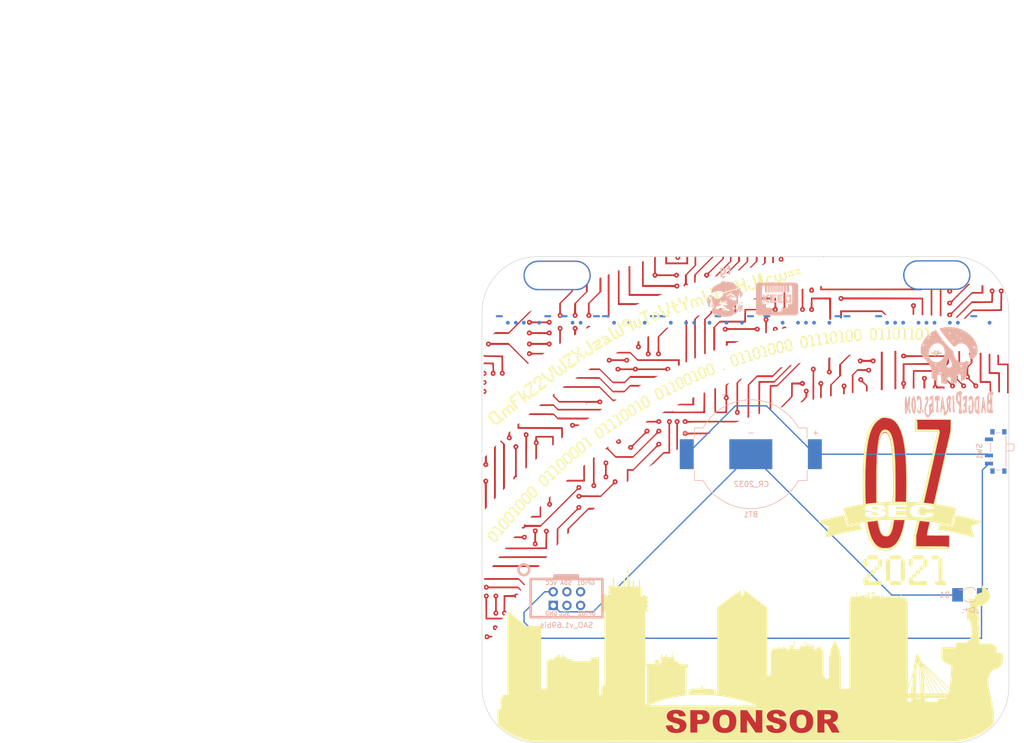
<source format=kicad_pcb>
(kicad_pcb (version 20171130) (host pcbnew "(5.1.10)-1")
  (layers (0 F.Cu signal) (31 B.Cu signal) (34 B.Paste user) (35 F.Paste user) (36 B.SilkS user) (37 F.SilkS user) (38 B.Mask user) (39 F.Mask user) (44 Edge.Cuts user))
  (net 0 "")
  (net 1 "Net-(BT1-Pad1)")
  (net 2 GND)
  (net 3 VCC)
  (net 4 "Net-(SW1-Pad1)")
  (net 5 "Net-(X1-Pad5)")
  (net 6 "Net-(X1-Pad6)")
  (net 7 "Net-(X1-Pad3)")
  (net 8 "Net-(X1-Pad4)")
  (module BadgePiratesLogos:F.Mask_Flame (layer F.Cu) (at 177.425 109)
    (fp_text reference G*** hide)
    (fp_text value LOGO hide)
  )
  (module Version3:F.SilkS_g5409 (layer F.Cu) (at 134.85 86.725)
    (fp_text reference G*** hide)
    (fp_text value LOGO hide)
  )
  (module Version3:F.Mask_g5407 (layer F.Cu) (at 134.875 86.825)
    (fp_text reference G*** hide)
    (fp_text value LOGO hide)
  )
  (module Version3:F.Cu_g5405 (layer F.Cu) (at 134.85 86.825)
    (fp_text reference G*** hide)
    (fp_text value LOGO hide)
    (fp_poly (pts (xy -11.865609 43.75992) (xy -11.691478 43.764933) (xy -11.533125 43.774343) (xy -11.400175 43.788147) (xy -11.324166 43.801111) (xy -11.069849 43.871585) (xy -10.849959 43.966003) (xy -10.663017 44.085884) (xy -10.507546 44.232747) (xy -10.382066 44.408111) (xy -10.285099 44.613495) (xy -10.215166 44.850417) (xy -10.19288 44.963292) (xy -10.186526 45.015079) (xy -10.195147 45.037699) (xy -10.224005 45.043187) (xy -10.227832 45.043252) (xy -10.262519 45.044744) (xy -10.332657 45.048595) (xy -10.431453 45.054404) (xy -10.552115 45.061766) (xy -10.687851 45.070278) (xy -10.752666 45.074417) (xy -10.897785 45.083446) (xy -11.035384 45.091472) (xy -11.157526 45.098074) (xy -11.256273 45.10283) (xy -11.323687 45.105319) (xy -11.339226 45.105582) (xy -11.449535 45.106167) (xy -11.473726 45.016328) (xy -11.532396 44.865109) (xy -11.617948 44.741735) (xy -11.727105 44.649879) (xy -11.848928 44.595378) (xy -11.960458 44.573902) (xy -12.084227 44.56749) (xy -12.205461 44.575551) (xy -12.309388 44.597499) (xy -12.354259 44.615501) (xy -12.449643 44.682378) (xy -12.510687 44.763273) (xy -12.536832 44.851416) (xy -12.527521 44.940036) (xy -12.482194 45.022363) (xy -12.400292 45.091627) (xy -12.393859 45.095417) (xy -12.347033 45.11541) (xy -12.264604 45.143014) (xy -12.152275 45.176561) (xy -12.015746 45.214382) (xy -11.86072 45.254811) (xy -11.77925 45.275187) (xy -11.507723 45.344849) (xy -11.273837 45.411136) (xy -11.073229 45.475926) (xy -10.901535 45.541101) (xy -10.75439 45.608539) (xy -10.62743 45.680122) (xy -10.516291 45.757729) (xy -10.416609 45.84324) (xy -10.381775 45.877242) (xy -10.246579 46.037965) (xy -10.148573 46.211895) (xy -10.085981 46.403562) (xy -10.057034 46.617499) (xy -10.054479 46.713989) (xy -10.069576 46.947617) (xy -10.115962 47.15672) (xy -10.196434 47.348081) (xy -10.313788 47.528484) (xy -10.457364 47.691247) (xy -10.54742 47.7791) (xy -10.623392 47.844208) (xy -10.698436 47.896232) (xy -10.785707 47.944831) (xy -10.838364 47.971023) (xy -11.0894 48.07085) (xy -11.369822 48.141121) (xy -11.678571 48.181696) (xy -12.014587 48.192433) (xy -12.364685 48.174285) (xy -12.665382 48.133215) (xy -12.935991 48.06583) (xy -13.147328 47.986228) (xy -13.325189 47.884771) (xy -13.486824 47.747588) (xy -13.629283 47.579152) (xy -13.749621 47.383933) (xy -13.844889 47.166405) (xy -13.91214 46.931037) (xy -13.937162 46.788003) (xy -13.951601 46.681256) (xy -13.331092 46.644477) (xy -13.172465 46.635149) (xy -13.02702 46.626735) (xy -12.900276 46.619544) (xy -12.797757 46.613885) (xy -12.72498 46.610065) (xy -12.687468 46.608393) (xy -12.684125 46.60835) (xy -12.664171 46.626949) (xy -12.657666 46.661472) (xy -12.643447 46.76027) (xy -12.605048 46.873707) (xy -12.548854 46.987136) (xy -12.481254 47.085908) (xy -12.463819 47.10605) (xy -12.351482 47.207039) (xy -12.225982 47.274875) (xy -12.078708 47.313426) (xy -11.978535 47.323976) (xy -11.805591 47.32075) (xy -11.660366 47.287659) (xy -11.539633 47.223726) (xy -11.480561 47.173131) (xy -11.39779 47.06706) (xy -11.356889 46.957551) (xy -11.357927 46.846618) (xy -11.400972 46.736272) (xy -11.462744 46.65302) (xy -11.514283 46.604541) (xy -11.579516 46.560381) (xy -11.663434 46.518524) (xy -11.771029 46.476956) (xy -11.907291 46.433662) (xy -12.077211 46.386627) (xy -12.201898 46.354642) (xy -12.473121 46.282198) (xy -12.706721 46.209782) (xy -12.907355 46.135287) (xy -13.079681 46.056607) (xy -13.228356 45.971634) (xy -13.358036 45.87826) (xy -13.464319 45.783371) (xy -13.597848 45.628803) (xy -13.693148 45.463409) (xy -13.752469 45.281672) (xy -13.778062 45.07808) (xy -13.7795 45.010917) (xy -13.760146 44.789132) (xy -13.702919 44.58484) (xy -13.609065 44.399361) (xy -13.479833 44.234017) (xy -13.316472 44.09013) (xy -13.12023 43.96902) (xy -12.892356 43.872009) (xy -12.636167 43.800862) (xy -12.527477 43.783866) (xy -12.386453 43.771276) (xy -12.222719 43.763089) (xy -12.045897 43.759305) (xy -11.865609 43.75992)) (layer F.Cu) (width 0.01))
    (fp_poly (pts (xy -2.807745 43.759121) (xy -2.50308 43.787221) (xy -2.226154 43.842541) (xy -1.973868 43.926038) (xy -1.743122 44.038672) (xy -1.530816 44.181399) (xy -1.392952 44.298395) (xy -1.28591 44.412371) (xy -1.177692 44.553705) (xy -1.077452 44.7087) (xy -0.994342 44.86366) (xy -0.956015 44.952192) (xy -0.875372 45.209123) (xy -0.821117 45.487432) (xy -0.792998 45.77902) (xy -0.790765 46.075786) (xy -0.814168 46.369631) (xy -0.862956 46.652454) (xy -0.936877 46.916156) (xy -1.023303 47.127584) (xy -1.161059 47.36614) (xy -1.328926 47.575581) (xy -1.525796 47.755383) (xy -1.750564 47.905026) (xy -2.002122 48.023987) (xy -2.279366 48.111746) (xy -2.581188 48.167779) (xy -2.906483 48.191567) (xy -3.254143 48.182586) (xy -3.259666 48.182188) (xy -3.490257 48.155519) (xy -3.71975 48.110479) (xy -3.937381 48.049956) (xy -4.132385 47.976836) (xy -4.260147 47.913877) (xy -4.462853 47.777699) (xy -4.652029 47.607215) (xy -4.820843 47.409917) (xy -4.962461 47.193301) (xy -5.021438 47.079023) (xy -5.115741 46.835448) (xy -5.183479 46.567228) (xy -5.224673 46.28242) (xy -5.231878 46.138347) (xy -3.888502 46.138347) (xy -3.86962 46.362776) (xy -3.8307 46.554831) (xy -3.771087 46.71731) (xy -3.690127 46.853008) (xy -3.647662 46.904853) (xy -3.517765 47.025003) (xy -3.374853 47.108544) (xy -3.213874 47.157451) (xy -3.029776 47.173698) (xy -2.963333 47.17224) (xy -2.783087 47.151371) (xy -2.656573 47.11592) (xy -2.549907 47.063262) (xy -2.449694 46.985536) (xy -2.41233 46.949516) (xy -2.332996 46.857957) (xy -2.27177 46.757849) (xy -2.224415 46.639653) (xy -2.186693 46.493829) (xy -2.169179 46.402204) (xy -2.153094 46.276604) (xy -2.143045 46.127084) (xy -2.139022 45.965892) (xy -2.141017 45.805276) (xy -2.149021 45.657484) (xy -2.163026 45.534764) (xy -2.169814 45.49775) (xy -2.229738 45.298685) (xy -2.318517 45.129321) (xy -2.434724 44.990978) (xy -2.576929 44.884971) (xy -2.743705 44.812621) (xy -2.933623 44.775244) (xy -2.95505 44.773386) (xy -3.14961 44.776904) (xy -3.325334 44.817912) (xy -3.48068 44.895262) (xy -3.61411 45.007805) (xy -3.724081 45.154392) (xy -3.809055 45.333875) (xy -3.841314 45.43425) (xy -3.858772 45.521194) (xy -3.873291 45.642599) (xy -3.88405 45.790644) (xy -3.888002 45.87875) (xy -3.888502 46.138347) (xy -5.231878 46.138347) (xy -5.239344 45.989081) (xy -5.227513 45.695267) (xy -5.189201 45.409036) (xy -5.124428 45.138444) (xy -5.033216 44.891549) (xy -5.015644 44.853683) (xy -4.874955 44.605348) (xy -4.705904 44.387993) (xy -4.509085 44.202276) (xy -4.296833 44.055696) (xy -4.098068 43.951448) (xy -3.895378 43.87183) (xy -3.68015 43.814614) (xy -3.443769 43.777571) (xy -3.177624 43.758474) (xy -3.14325 43.757282) (xy -2.807745 43.759121)) (layer F.Cu) (width 0.01))
    (fp_poly (pts (xy 6.947997 43.760115) (xy 7.083838 43.772035) (xy 7.358889 43.820529) (xy 7.599843 43.892992) (xy 7.808137 43.99038) (xy 7.985205 44.11365) (xy 8.132482 44.263755) (xy 8.251403 44.441653) (xy 8.324549 44.598167) (xy 8.349647 44.670404) (xy 8.374231 44.755999) (xy 8.396051 44.844767) (xy 8.412862 44.926528) (xy 8.422415 44.991098) (xy 8.422464 45.028296) (xy 8.420406 45.032483) (xy 8.398013 45.035915) (xy 8.339944 45.04122) (xy 8.252793 45.047985) (xy 8.143156 45.055796) (xy 8.017626 45.064236) (xy 7.8828 45.072893) (xy 7.745271 45.081352) (xy 7.611635 45.089197) (xy 7.488487 45.096015) (xy 7.382421 45.101391) (xy 7.300033 45.104911) (xy 7.248293 45.106159) (xy 7.197166 45.10423) (xy 7.168478 45.091409) (xy 7.150826 45.05716) (xy 7.135668 45.002112) (xy 7.080158 44.85426) (xy 6.996791 44.737728) (xy 6.884307 44.651394) (xy 6.741448 44.594139) (xy 6.655885 44.575676) (xy 6.489294 44.56277) (xy 6.347383 44.583512) (xy 6.228744 44.638208) (xy 6.175451 44.680479) (xy 6.120889 44.739077) (xy 6.092394 44.795035) (xy 6.080958 44.854816) (xy 6.077689 44.919176) (xy 6.09058 44.96559) (xy 6.126499 45.015216) (xy 6.136925 45.027245) (xy 6.171507 45.061474) (xy 6.214044 45.091709) (xy 6.269788 45.119826) (xy 6.34399 45.147701) (xy 6.441902 45.177211) (xy 6.568777 45.210232) (xy 6.729867 45.24864) (xy 6.805084 45.265938) (xy 7.048177 45.325809) (xy 7.280918 45.391566) (xy 7.495875 45.460776) (xy 7.685617 45.531) (xy 7.842714 45.599804) (xy 7.878725 45.617902) (xy 8.080799 45.744412) (xy 8.249928 45.895383) (xy 8.384638 46.068279) (xy 8.483459 46.260565) (xy 8.544917 46.469704) (xy 8.567542 46.69316) (xy 8.564542 46.7995) (xy 8.546363 46.96201) (xy 8.512439 47.107644) (xy 8.457867 47.253388) (xy 8.397252 47.379161) (xy 8.273985 47.571751) (xy 8.116904 47.741084) (xy 7.928662 47.8854) (xy 7.711915 48.002938) (xy 7.469317 48.091937) (xy 7.244186 48.143933) (xy 7.15123 48.156484) (xy 7.029459 48.167709) (xy 6.890133 48.177095) (xy 6.74451 48.184128) (xy 6.603849 48.188295) (xy 6.479409 48.189081) (xy 6.38245 48.185975) (xy 6.360584 48.184225) (xy 6.106376 48.15488) (xy 5.888749 48.118845) (xy 5.70221 48.074116) (xy 5.541264 48.018689) (xy 5.40042 47.950559) (xy 5.274184 47.867723) (xy 5.157064 47.768175) (xy 5.119577 47.731416) (xy 5.027452 47.632436) (xy 4.957028 47.540642) (xy 4.895693 47.43842) (xy 4.860076 47.368959) (xy 4.799174 47.231751) (xy 4.747197 47.088631) (xy 4.707519 46.950921) (xy 4.683518 46.829941) (xy 4.677834 46.757779) (xy 4.677834 46.680496) (xy 5.275792 46.644293) (xy 5.43191 46.634927) (xy 5.575206 46.626492) (xy 5.699957 46.619314) (xy 5.800439 46.613716) (xy 5.87093 46.610021) (xy 5.905707 46.608554) (xy 5.907424 46.608545) (xy 5.932534 46.625485) (xy 5.954931 46.678266) (xy 5.967986 46.729155) (xy 6.021789 46.906037) (xy 6.097693 47.049074) (xy 6.1984 47.162047) (xy 6.326615 47.248739) (xy 6.346585 47.258833) (xy 6.406131 47.285803) (xy 6.459603 47.302978) (xy 6.519617 47.312516) (xy 6.598789 47.316573) (xy 6.688667 47.317325) (xy 6.796348 47.31593) (xy 6.872868 47.310631) (xy 6.92934 47.299794) (xy 6.976874 47.281788) (xy 6.995861 47.27222) (xy 7.115152 47.190865) (xy 7.199774 47.094255) (xy 7.247926 46.986768) (xy 7.257803 46.87278) (xy 7.227602 46.756668) (xy 7.217259 46.734873) (xy 7.18003 46.675119) (xy 7.130578 46.622172) (xy 7.064557 46.574015) (xy 6.977626 46.528629) (xy 6.86544 46.483997) (xy 6.723657 46.438102) (xy 6.547933 46.388926) (xy 6.379664 46.345784) (xy 6.066151 46.259475) (xy 5.792754 46.166193) (xy 5.55762 46.064526) (xy 5.358896 45.953063) (xy 5.194733 45.83039) (xy 5.063277 45.695096) (xy 4.962677 45.54577) (xy 4.891081 45.380999) (xy 4.846638 45.19937) (xy 4.842663 45.173798) (xy 4.831412 44.958957) (xy 4.859763 44.753008) (xy 4.925414 44.558842) (xy 5.026061 44.379352) (xy 5.159402 44.217429) (xy 5.323134 44.075966) (xy 5.514953 43.957853) (xy 5.732556 43.865984) (xy 5.926667 43.812678) (xy 6.059187 43.790623) (xy 6.222232 43.773343) (xy 6.404218 43.761246) (xy 6.593563 43.754737) (xy 6.778684 43.754225) (xy 6.947997 43.760115)) (layer F.Cu) (width 0.01))
    (fp_poly (pts (xy 11.430535 43.757106) (xy 11.59127 43.763442) (xy 11.72739 43.77565) (xy 11.758084 43.779924) (xy 12.065455 43.845119) (xy 12.344878 43.94188) (xy 12.595734 44.069444) (xy 12.817405 44.227048) (xy 13.009273 44.413928) (xy 13.170718 44.629323) (xy 13.301123 44.872467) (xy 13.399868 45.142599) (xy 13.466335 45.438955) (xy 13.499905 45.760771) (xy 13.50416 45.934383) (xy 13.489101 46.280608) (xy 13.444226 46.597198) (xy 13.369207 46.884894) (xy 13.263715 47.144435) (xy 13.12742 47.376562) (xy 12.959994 47.582015) (xy 12.761108 47.761535) (xy 12.659679 47.835126) (xy 12.432364 47.966804) (xy 12.18429 48.066794) (xy 11.909979 48.137239) (xy 11.866296 48.145378) (xy 11.736003 48.163043) (xy 11.577213 48.17609) (xy 11.403558 48.184095) (xy 11.228665 48.186636) (xy 11.066163 48.183289) (xy 10.93567 48.174269) (xy 10.621678 48.124953) (xy 10.336907 48.045294) (xy 10.080496 47.934732) (xy 9.851584 47.792711) (xy 9.649311 47.618672) (xy 9.472814 47.412059) (xy 9.321235 47.172312) (xy 9.286313 47.105505) (xy 9.190405 46.878518) (xy 9.121321 46.630791) (xy 9.078185 46.357965) (xy 9.06012 46.055682) (xy 9.059419 45.976519) (xy 9.060509 45.949357) (xy 10.398097 45.949357) (xy 10.404805 46.161886) (xy 10.427486 46.365773) (xy 10.465726 46.551705) (xy 10.519109 46.71037) (xy 10.540613 46.756408) (xy 10.63707 46.900945) (xy 10.762231 47.017531) (xy 10.911369 47.104189) (xy 11.079761 47.158944) (xy 11.262681 47.179819) (xy 11.455405 47.164838) (xy 11.49775 47.156726) (xy 11.66692 47.102589) (xy 11.810005 47.016878) (xy 11.927889 46.898589) (xy 12.021453 46.746718) (xy 12.09158 46.560261) (xy 12.118876 46.45025) (xy 12.137281 46.332534) (xy 12.14969 46.188772) (xy 12.156074 46.03035) (xy 12.156402 45.868652) (xy 12.150645 45.715061) (xy 12.138771 45.580962) (xy 12.121453 45.480567) (xy 12.055743 45.278951) (xy 11.965363 45.111539) (xy 11.84972 44.977712) (xy 11.708219 44.876854) (xy 11.540266 44.808348) (xy 11.454695 44.787672) (xy 11.261293 44.768857) (xy 11.078783 44.788599) (xy 10.911137 44.844599) (xy 10.762328 44.934557) (xy 10.636329 45.056173) (xy 10.537114 45.207148) (xy 10.477974 45.353031) (xy 10.434266 45.535618) (xy 10.407779 45.737497) (xy 10.398097 45.949357) (xy 9.060509 45.949357) (xy 9.072313 45.655419) (xy 9.111594 45.364309) (xy 9.178435 45.09917) (xy 9.274009 44.855985) (xy 9.399489 44.630737) (xy 9.49024 44.501713) (xy 9.665074 44.306579) (xy 9.871668 44.137386) (xy 10.106986 43.995963) (xy 10.367992 43.884138) (xy 10.646834 43.804798) (xy 10.763842 43.785506) (xy 10.911837 43.770842) (xy 11.079698 43.761055) (xy 11.256304 43.756393) (xy 11.430535 43.757106)) (layer F.Cu) (width 0.01))
    (fp_poly (pts (xy -8.122708 43.820658) (xy -7.841712 43.822549) (xy -7.599429 43.824505) (xy -7.392239 43.826866) (xy -7.216524 43.829968) (xy -7.068664 43.834151) (xy -6.945039 43.839752) (xy -6.84203 43.84711) (xy -6.756018 43.856564) (xy -6.683383 43.868452) (xy -6.620507 43.883111) (xy -6.563769 43.900881) (xy -6.50955 43.922099) (xy -6.454231 43.947103) (xy -6.394192 43.976233) (xy -6.379194 43.983622) (xy -6.201887 44.094058) (xy -6.049937 44.236285) (xy -5.926636 44.405961) (xy -5.835278 44.598748) (xy -5.788326 44.762299) (xy -5.770491 44.884273) (xy -5.760961 45.032337) (xy -5.759716 45.191073) (xy -5.766735 45.345064) (xy -5.781998 45.478893) (xy -5.789325 45.51831) (xy -5.855936 45.737409) (xy -5.957247 45.932959) (xy -6.091899 46.103588) (xy -6.258537 46.24793) (xy -6.455803 46.364615) (xy -6.682339 46.452274) (xy -6.728507 46.465515) (xy -6.783214 46.479107) (xy -6.840083 46.489891) (xy -6.905302 46.498318) (xy -6.985057 46.504836) (xy -7.085536 46.509894) (xy -7.212926 46.513941) (xy -7.373413 46.517425) (xy -7.466541 46.519073) (xy -8.043333 46.528779) (xy -8.043333 48.111834) (xy -9.398 48.111834) (xy -9.398 45.639948) (xy -8.043333 45.639948) (xy -7.731125 45.630791) (xy -7.591196 45.625275) (xy -7.486035 45.617515) (xy -7.408102 45.606627) (xy -7.349854 45.59173) (xy -7.328475 45.583659) (xy -7.22241 45.518603) (xy -7.142314 45.428327) (xy -7.089273 45.320662) (xy -7.064374 45.20344) (xy -7.068705 45.084493) (xy -7.103351 44.971653) (xy -7.169401 44.872752) (xy -7.223103 44.824434) (xy -7.281241 44.786241) (xy -7.343238 44.757961) (xy -7.41727 44.737783) (xy -7.511513 44.723898) (xy -7.634144 44.714494) (xy -7.741708 44.709591) (xy -8.043333 44.698163) (xy -8.043333 45.639948) (xy -9.398 45.639948) (xy -9.398 43.812324) (xy -8.122708 43.820658)) (layer F.Cu) (width 0.01))
    (fp_poly (pts (xy 4.042834 48.111834) (xy 3.402542 48.111429) (xy 2.76225 48.111025) (xy 1.979084 46.961371) (xy 1.195917 45.811717) (xy 1.190444 46.961775) (xy 1.184972 48.111834) (xy -0.084666 48.111834) (xy -0.084666 43.815) (xy 0.545042 43.815773) (xy 1.17475 43.816545) (xy 2.76225 46.153917) (xy 2.767721 44.984459) (xy 2.773192 43.815) (xy 4.042834 43.815) (xy 4.042834 48.111834)) (layer F.Cu) (width 0.01))
    (fp_poly (pts (xy 15.435792 43.815018) (xy 15.742395 43.8154) (xy 16.010166 43.816635) (xy 16.242602 43.818866) (xy 16.443199 43.822239) (xy 16.615453 43.826899) (xy 16.76286 43.832991) (xy 16.888916 43.840659) (xy 16.997117 43.85005) (xy 17.090959 43.861307) (xy 17.173938 43.874577) (xy 17.24955 43.890003) (xy 17.250834 43.890294) (xy 17.455472 43.957006) (xy 17.637512 44.0574) (xy 17.793724 44.188325) (xy 17.920881 44.34663) (xy 18.015755 44.529164) (xy 18.064908 44.684803) (xy 18.084964 44.807461) (xy 18.094888 44.951714) (xy 18.094676 45.10169) (xy 18.084324 45.241512) (xy 18.065106 45.350428) (xy 18.015374 45.505812) (xy 17.94853 45.639744) (xy 17.856686 45.765651) (xy 17.760523 45.869015) (xy 17.593178 46.012825) (xy 17.419131 46.116829) (xy 17.234169 46.183483) (xy 17.211428 46.188999) (xy 17.101228 46.214436) (xy 17.255091 46.285705) (xy 17.336319 46.324999) (xy 17.400045 46.361855) (xy 17.454999 46.403804) (xy 17.509915 46.45838) (xy 17.573523 46.533116) (xy 17.642091 46.619584) (xy 17.695724 46.694181) (xy 17.758789 46.793375) (xy 17.833006 46.920166) (xy 17.920096 47.077558) (xy 18.021783 47.268552) (xy 18.097137 47.413334) (xy 18.175192 47.564367) (xy 18.247626 47.704483) (xy 18.311995 47.828958) (xy 18.365856 47.933067) (xy 18.406765 48.012087) (xy 18.432277 48.061293) (xy 18.439449 48.075057) (xy 18.442684 48.084806) (xy 18.438425 48.092642) (xy 18.422737 48.098731) (xy 18.391687 48.103243) (xy 18.341339 48.106345) (xy 18.267761 48.108204) (xy 18.167018 48.108988) (xy 18.035175 48.108865) (xy 17.868299 48.108003) (xy 17.694883 48.106807) (xy 16.930659 48.10125) (xy 16.581652 47.455667) (xy 16.475543 47.259447) (xy 16.387478 47.096888) (xy 16.315383 46.964402) (xy 16.257184 46.858403) (xy 16.210809 46.775303) (xy 16.174182 46.711516) (xy 16.145231 46.663454) (xy 16.121882 46.627531) (xy 16.102061 46.600159) (xy 16.083693 46.577752) (xy 16.064706 46.556722) (xy 16.05745 46.548937) (xy 15.949214 46.459951) (xy 15.820112 46.404573) (xy 15.705927 46.383438) (xy 15.578667 46.370136) (xy 15.578667 48.111834) (xy 14.224 48.111834) (xy 14.224 45.550667) (xy 15.578667 45.550667) (xy 15.890875 45.550163) (xy 16.066558 45.546917) (xy 16.210201 45.537279) (xy 16.331729 45.520452) (xy 16.378456 45.511074) (xy 16.517855 45.468799) (xy 16.621463 45.409146) (xy 16.693663 45.328084) (xy 16.738839 45.221581) (xy 16.750734 45.168709) (xy 16.75193 45.086242) (xy 16.733273 44.992363) (xy 16.699869 44.904438) (xy 16.656821 44.839836) (xy 16.652969 44.836059) (xy 16.608527 44.798452) (xy 16.561089 44.769409) (xy 16.504405 44.747692) (xy 16.432223 44.732064) (xy 16.338291 44.721286) (xy 16.216359 44.71412) (xy 16.060174 44.709328) (xy 16.007292 44.7082) (xy 15.578667 44.699654) (xy 15.578667 45.550667) (xy 14.224 45.550667) (xy 14.224 43.815) (xy 15.435792 43.815018)) (layer F.Cu) (width 0.01))
    (fp_poly (pts (xy -47.071806 29.719231) (xy -46.94693 29.774256) (xy -46.82652 29.870722) (xy -46.82139 29.875878) (xy -46.705696 29.993167) (xy -46.413931 29.993167) (xy -46.308311 29.994192) (xy -46.21973 29.997006) (xy -46.15582 30.001215) (xy -46.124213 30.006425) (xy -46.122166 30.008205) (xy -46.131244 30.033204) (xy -46.155114 30.08475) (xy -46.188737 30.15199) (xy -46.190958 30.156293) (xy -46.25975 30.289344) (xy -46.471416 30.290039) (xy -46.683083 30.290734) (xy -46.775283 30.417733) (xy -46.829075 30.485131) (xy -46.882556 30.541216) (xy -46.924413 30.574159) (xy -46.925431 30.574698) (xy -46.983496 30.594903) (xy -47.06256 30.610949) (xy -47.144031 30.620159) (xy -47.209317 30.619853) (xy -47.222833 30.617538) (xy -47.264331 30.609075) (xy -47.3241 30.598523) (xy -47.332442 30.597152) (xy -47.400262 30.573547) (xy -47.466108 30.531838) (xy -47.475317 30.52375) (xy -47.540333 30.463016) (xy -47.540333 30.19808) (xy -47.349594 30.19808) (xy -47.317027 30.277729) (xy -47.287961 30.312295) (xy -47.216549 30.362572) (xy -47.1458 30.373735) (xy -47.0816 30.345629) (xy -47.055036 30.318396) (xy -47.015584 30.236612) (xy -47.010539 30.145297) (xy -47.039023 30.058306) (xy -47.074513 30.01123) (xy -47.132087 29.96821) (xy -47.186912 29.962224) (xy -47.245918 29.994111) (xy -47.291625 30.03749) (xy -47.341152 30.116051) (xy -47.349594 30.19808) (xy -47.540333 30.19808) (xy -47.540333 29.866432) (xy -47.455276 29.804817) (xy -47.327773 29.73431) (xy -47.199351 29.705848) (xy -47.071806 29.719231)) (layer F.Cu) (width 0.01))
    (fp_poly (pts (xy -45.530363 28.056017) (xy -45.394494 28.093261) (xy -45.279097 28.158266) (xy -45.249041 28.183709) (xy -45.203783 28.229368) (xy -45.175041 28.264629) (xy -45.169666 28.27621) (xy -45.179621 28.299728) (xy -45.207223 28.353639) (xy -45.249077 28.431599) (xy -45.301788 28.527268) (xy -45.350794 28.614592) (xy -45.531921 28.934834) (xy -45.632388 28.934834) (xy -45.751704 28.916378) (xy -45.838908 28.881985) (xy -45.931393 28.822487) (xy -45.994356 28.747433) (xy -46.031393 28.649856) (xy -46.046105 28.52279) (xy -46.046528 28.492682) (xy -45.778248 28.492682) (xy -45.761335 28.568751) (xy -45.740258 28.603222) (xy -45.672901 28.667294) (xy -45.605305 28.689053) (xy -45.53765 28.668492) (xy -45.476332 28.613175) (xy -45.430619 28.531399) (xy -45.425831 28.447613) (xy -45.461761 28.367948) (xy -45.485538 28.340539) (xy -45.541403 28.2982) (xy -45.595217 28.278931) (xy -45.600775 28.278667) (xy -45.67277 28.297361) (xy -45.729394 28.346351) (xy -45.766077 28.415004) (xy -45.778248 28.492682) (xy -46.046528 28.492682) (xy -46.046711 28.47975) (xy -46.035057 28.333628) (xy -45.999431 28.221061) (xy -45.937268 28.139082) (xy -45.846002 28.084722) (xy -45.723066 28.055015) (xy -45.675245 28.050126) (xy -45.530363 28.056017)) (layer F.Cu) (width 0.01))
    (fp_poly (pts (xy -47.141273 22.154966) (xy -47.033292 22.200136) (xy -46.94238 22.27227) (xy -46.874103 22.367853) (xy -46.834026 22.48337) (xy -46.827713 22.615303) (xy -46.83143 22.646332) (xy -46.864204 22.770327) (xy -46.92616 22.879857) (xy -47.023357 22.985425) (xy -47.031279 22.992616) (xy -47.138166 23.088717) (xy -47.138166 26.627379) (xy -45.668465 26.632815) (xy -44.198764 26.63825) (xy -44.289025 26.786417) (xy -44.379285 26.934584) (xy -45.892832 26.940014) (xy -47.406379 26.945445) (xy -47.420422 25.532431) (xy -47.422915 25.273203) (xy -47.425266 25.012276) (xy -47.427438 24.755093) (xy -47.42939 24.507101) (xy -47.431083 24.273742) (xy -47.432478 24.060461) (xy -47.433536 23.872703) (xy -47.434216 23.715912) (xy -47.43448 23.595532) (xy -47.434482 23.58693) (xy -47.4345 23.054442) (xy -47.537883 22.967885) (xy -47.623379 22.885004) (xy -47.676359 22.801236) (xy -47.702932 22.703195) (xy -47.709318 22.592218) (xy -47.704591 22.543004) (xy -47.455666 22.543004) (xy -47.442432 22.630669) (xy -47.407277 22.708628) (xy -47.357024 22.766832) (xy -47.298495 22.795234) (xy -47.283548 22.7965) (xy -47.244726 22.782031) (xy -47.190726 22.744345) (xy -47.145965 22.704035) (xy -47.097125 22.651134) (xy -47.063614 22.60707) (xy -47.0535 22.584834) (xy -47.069142 22.551071) (xy -47.108814 22.503453) (xy -47.161632 22.452063) (xy -47.216712 22.406988) (xy -47.263171 22.378311) (xy -47.281924 22.373167) (xy -47.340347 22.390739) (xy -47.397817 22.434589) (xy -47.440731 22.491421) (xy -47.455666 22.543004) (xy -47.704591 22.543004) (xy -47.696582 22.459635) (xy -47.656379 22.354595) (xy -47.584652 22.269362) (xy -47.511983 22.216398) (xy -47.386183 22.159581) (xy -47.260758 22.140275) (xy -47.141273 22.154966)) (layer F.Cu) (width 0.01))
    (fp_poly (pts (xy -45.337619 22.170421) (xy -45.233367 22.224985) (xy -45.143884 22.306835) (xy -45.075272 22.415322) (xy -45.034045 22.547478) (xy -45.028412 22.648712) (xy -45.052681 22.742466) (xy -45.110099 22.836223) (xy -45.202979 22.936574) (xy -45.339 23.066065) (xy -45.339 25.277093) (xy -45.209195 25.417922) (xy -45.122273 25.518946) (xy -45.065066 25.603569) (xy -45.033049 25.680288) (xy -45.0217 25.757602) (xy -45.0215 25.77058) (xy -45.039258 25.864621) (xy -45.086999 25.965978) (xy -45.156425 26.063897) (xy -45.239235 26.147622) (xy -45.327131 26.2064) (xy -45.37075 26.223171) (xy -45.433249 26.237901) (xy -45.488469 26.242776) (xy -45.553603 26.23806) (xy -45.627296 26.227084) (xy -45.715006 26.203907) (xy -45.782943 26.161937) (xy -45.841408 26.092874) (xy -45.884312 26.02005) (xy -45.937938 25.90481) (xy -45.964189 25.804614) (xy -45.964183 25.804393) (xy -45.673777 25.804393) (xy -45.648834 25.872721) (xy -45.60245 25.921622) (xy -45.566355 25.936333) (xy -45.496918 25.94177) (xy -45.42274 25.934132) (xy -45.363186 25.916069) (xy -45.347694 25.906433) (xy -45.32725 25.866932) (xy -45.318734 25.80247) (xy -45.322789 25.728887) (xy -45.337987 25.667248) (xy -45.379882 25.604872) (xy -45.443988 25.578318) (xy -45.529364 25.587969) (xy -45.531855 25.588705) (xy -45.593174 25.616218) (xy -45.639921 25.652726) (xy -45.645151 25.65933) (xy -45.673731 25.729105) (xy -45.673777 25.804393) (xy -45.964183 25.804393) (xy -45.961557 25.711712) (xy -45.928529 25.61835) (xy -45.863596 25.516777) (xy -45.765248 25.39924) (xy -45.762841 25.396575) (xy -45.635333 25.255567) (xy -45.635333 23.108811) (xy -45.762256 22.973131) (xy -45.865292 22.851883) (xy -45.93507 22.744613) (xy -45.970035 22.65393) (xy -45.974 22.618221) (xy -45.970389 22.593957) (xy -45.67463 22.593957) (xy -45.650846 22.681587) (xy -45.603684 22.745406) (xy -45.557594 22.784516) (xy -45.517305 22.793491) (xy -45.464742 22.774845) (xy -45.449024 22.766917) (xy -45.368038 22.709715) (xy -45.327995 22.642626) (xy -45.328775 22.564966) (xy -45.370261 22.476054) (xy -45.393169 22.443726) (xy -45.453238 22.388303) (xy -45.516089 22.374964) (xy -45.580576 22.403814) (xy -45.603684 22.424261) (xy -45.658909 22.505509) (xy -45.67463 22.593957) (xy -45.970389 22.593957) (xy -45.966642 22.56879) (xy -45.947766 22.499125) (xy -45.931718 22.452246) (xy -45.866939 22.329514) (xy -45.780333 22.23795) (xy -45.677998 22.176905) (xy -45.566034 22.145733) (xy -45.450541 22.143788) (xy -45.337619 22.170421)) (layer F.Cu) (width 0.01))
    (fp_poly (pts (xy -41.569109 22.149714) (xy -41.464447 22.175187) (xy -41.392502 22.211006) (xy -41.371646 22.229653) (xy -41.368503 22.250678) (xy -41.385479 22.285127) (xy -41.419864 22.336617) (xy -41.458862 22.391305) (xy -41.485374 22.416824) (xy -41.510687 22.419029) (xy -41.546089 22.403778) (xy -41.547733 22.402958) (xy -41.623252 22.385392) (xy -41.693208 22.408809) (xy -41.75417 22.471915) (xy -41.761744 22.483764) (xy -41.796922 22.559869) (xy -41.79782 22.627395) (xy -41.764446 22.702597) (xy -41.761838 22.706915) (xy -41.719668 22.77608) (xy -41.788376 22.88116) (xy -41.82892 22.9375) (xy -41.863558 22.975789) (xy -41.880998 22.98662) (xy -41.90475 22.971023) (xy -41.944644 22.929646) (xy -41.992313 22.871224) (xy -41.995292 22.867295) (xy -42.08567 22.74759) (xy -42.849793 22.761654) (xy -43.027821 22.765241) (xy -43.194266 22.769188) (xy -43.343939 22.773326) (xy -43.471648 22.777488) (xy -43.572205 22.781505) (xy -43.64042 22.78521) (xy -43.670205 22.78821) (xy -43.719266 22.814279) (xy -43.7409 22.846226) (xy -43.743802 22.875465) (xy -43.746916 22.94302) (xy -43.750158 23.044875) (xy -43.753442 23.177013) (xy -43.756683 23.335418) (xy -43.759795 23.516073) (xy -43.762694 23.714963) (xy -43.765294 23.92807) (xy -43.766658 24.059256) (xy -43.778008 25.226763) (xy -43.648164 25.377627) (xy -43.518319 25.528491) (xy -43.594845 25.649454) (xy -43.646105 25.729047) (xy -43.679412 25.775749) (xy -43.698522 25.793015) (xy -43.707188 25.784299) (xy -43.709166 25.754664) (xy -43.722835 25.700635) (xy -43.756114 25.644265) (xy -43.759837 25.639787) (xy -43.823552 25.592298) (xy -43.895941 25.578032) (xy -43.968505 25.59207) (xy -44.032745 25.629496) (xy -44.080162 25.685394) (xy -44.102257 25.754847) (xy -44.09111 25.831434) (xy -44.047997 25.889986) (xy -43.977116 25.930207) (xy -43.891196 25.946091) (xy -43.852666 25.943925) (xy -43.800675 25.93825) (xy -43.782852 25.94381) (xy -43.79149 25.96566) (xy -43.799692 25.978642) (xy -43.827297 26.023307) (xy -43.865205 26.086752) (xy -43.887592 26.124959) (xy -43.934141 26.191821) (xy -43.980848 26.221755) (xy -44.039295 26.218593) (xy -44.10075 26.195499) (xy -44.200438 26.128687) (xy -44.277925 26.030571) (xy -44.329388 25.907982) (xy -44.351002 25.767754) (xy -44.351426 25.747607) (xy -44.337364 25.614426) (xy -44.291836 25.506967) (xy -44.212161 25.419914) (xy -44.171464 25.390483) (xy -44.075777 25.328049) (xy -44.061805 24.3763) (xy -44.05875 24.156205) (xy -44.055925 23.929624) (xy -44.053406 23.704271) (xy -44.051266 23.487858) (xy -44.049581 23.288099) (xy -44.048424 23.112707) (xy -44.047871 22.969395) (xy -44.047833 22.930609) (xy -44.047833 22.436667) (xy -43.788541 22.435575) (xy -43.700857 22.434733) (xy -43.578727 22.43288) (xy -43.430024 22.430173) (xy -43.262619 22.426765) (xy -43.084385 22.422812) (xy -42.903193 22.418468) (xy -42.848247 22.417082) (xy -42.659228 22.412111) (xy -42.507574 22.407622) (xy -42.388325 22.403208) (xy -42.296522 22.398456) (xy -42.227205 22.392958) (xy -42.175416 22.386304) (xy -42.136195 22.378083) (xy -42.104582 22.367886) (xy -42.075619 22.355303) (xy -42.070372 22.352786) (xy -42.015091 22.322577) (xy -41.980018 22.296787) (xy -41.9735 22.286745) (xy -41.957712 22.264391) (xy -41.917342 22.228214) (xy -41.885657 22.203966) (xy -41.815255 22.161288) (xy -41.746293 22.143076) (xy -41.689866 22.140452) (xy -41.569109 22.149714)) (layer F.Cu) (width 0.01))
    (fp_poly (pts (xy -47.202125 20.506037) (xy -47.162779 20.514071) (xy -47.105538 20.533551) (xy -47.050259 20.566209) (xy -46.986902 20.619073) (xy -46.921072 20.683245) (xy -46.778061 20.828) (xy -41.381501 20.828) (xy -41.320683 20.886209) (xy -41.284952 20.921617) (xy -41.226685 20.98072) (xy -41.152616 21.056629) (xy -41.069481 21.142457) (xy -41.025198 21.188414) (xy -40.790531 21.432411) (xy -40.847557 21.521637) (xy -40.88226 21.572844) (xy -40.907977 21.60519) (xy -40.915527 21.611014) (xy -40.933452 21.596854) (xy -40.975747 21.557683) (xy -41.037054 21.498628) (xy -41.112018 21.424819) (xy -41.158583 21.378334) (xy -41.390695 21.1455) (xy -46.833712 21.1455) (xy -46.895981 21.228933) (xy -46.983086 21.321873) (xy -47.083203 21.379808) (xy -47.204841 21.406794) (xy -47.27575 21.40995) (xy -47.424128 21.393164) (xy -47.545833 21.344949) (xy -47.638376 21.268619) (xy -47.699269 21.167487) (xy -47.726025 21.044866) (xy -47.719651 20.953935) (xy -47.476833 20.953935) (xy -47.463485 21.017499) (xy -47.430489 21.084578) (xy -47.388421 21.135203) (xy -47.376292 21.143804) (xy -47.310798 21.16326) (xy -47.23368 21.161825) (xy -47.179327 21.144873) (xy -47.128067 21.09692) (xy -47.093112 21.026254) (xy -47.082814 20.95174) (xy -47.085463 20.932861) (xy -47.115749 20.870248) (xy -47.170146 20.813283) (xy -47.234353 20.774373) (xy -47.279491 20.7645) (xy -47.330661 20.780837) (xy -47.388149 20.821784) (xy -47.439353 20.875242) (xy -47.471671 20.929115) (xy -47.476833 20.953935) (xy -47.719651 20.953935) (xy -47.716155 20.904069) (xy -47.701338 20.843206) (xy -47.644522 20.713166) (xy -47.560788 20.611125) (xy -47.455539 20.540387) (xy -47.334183 20.504257) (xy -47.202125 20.506037)) (layer F.Cu) (width 0.01))
    (fp_poly (pts (xy -40.6769 19.849181) (xy -40.547437 19.979129) (xy -40.427859 20.09997) (xy -40.32138 20.208394) (xy -40.231214 20.301093) (xy -40.160574 20.374758) (xy -40.112673 20.426081) (xy -40.090726 20.451751) (xy -40.089666 20.453843) (xy -40.101583 20.480538) (xy -40.130444 20.523592) (xy -40.165918 20.569508) (xy -40.197673 20.604789) (xy -40.214046 20.616334) (xy -40.231629 20.601885) (xy -40.27557 20.560803) (xy -40.342391 20.496482) (xy -40.42861 20.412318) (xy -40.530746 20.311706) (xy -40.64532 20.198041) (xy -40.753562 20.090023) (xy -41.279556 19.563713) (xy -44.526361 19.574536) (xy -44.969663 19.575963) (xy -45.372429 19.577144) (xy -45.736459 19.578068) (xy -46.06355 19.578727) (xy -46.3555 19.579111) (xy -46.614108 19.579209) (xy -46.84117 19.579014) (xy -47.038485 19.578514) (xy -47.20785 19.577702) (xy -47.351065 19.576566) (xy -47.469926 19.575097) (xy -47.566232 19.573287) (xy -47.641781 19.571124) (xy -47.69837 19.568601) (xy -47.737798 19.565706) (xy -47.761862 19.562432) (xy -47.77236 19.558767) (xy -47.773166 19.55728) (xy -47.76221 19.526876) (xy -47.733287 19.472512) (xy -47.692316 19.40518) (xy -47.686014 19.395434) (xy -47.598861 19.261667) (xy -41.264133 19.261667) (xy -40.6769 19.849181)) (layer F.Cu) (width 0.01))
    (fp_poly (pts (xy -42.629666 16.852065) (xy -42.237343 16.852447) (xy -41.845113 16.852984) (xy -41.456189 16.853664) (xy -41.073784 16.854476) (xy -40.701111 16.855408) (xy -40.341384 16.856449) (xy -39.997814 16.857587) (xy -39.673615 16.858811) (xy -39.372001 16.860109) (xy -39.096183 16.861469) (xy -38.849375 16.862882) (xy -38.63479 16.864334) (xy -38.455641 16.865814) (xy -38.315141 16.867312) (xy -38.297967 16.867532) (xy -37.321184 16.880417) (xy -37.457335 17.044459) (xy -37.593486 17.2085) (xy -41.90016 17.2085) (xy -42.323886 17.208423) (xy -42.736219 17.208198) (xy -43.135171 17.207831) (xy -43.518757 17.20733) (xy -43.884989 17.206702) (xy -44.231881 17.205955) (xy -44.557446 17.205096) (xy -44.859697 17.204132) (xy -45.136647 17.20307) (xy -45.38631 17.201918) (xy -45.6067 17.200684) (xy -45.795829 17.199374) (xy -45.95171 17.197996) (xy -46.072358 17.196557) (xy -46.155784 17.195064) (xy -46.200004 17.193525) (xy -46.206904 17.192625) (xy -46.195749 17.169245) (xy -46.165766 17.119696) (xy -46.122279 17.052574) (xy -46.095779 17.013116) (xy -45.984583 16.849482) (xy -42.629666 16.852065)) (layer F.Cu) (width 0.01))
    (fp_poly (pts (xy -36.823883 15.199071) (xy -36.595272 15.199341) (xy -36.397591 15.199777) (xy -36.232798 15.200378) (xy -36.102849 15.201147) (xy -36.0097 15.202082) (xy -35.955309 15.203185) (xy -35.941 15.204224) (xy -35.953939 15.225166) (xy -35.988638 15.27008) (xy -36.038919 15.331137) (xy -36.068991 15.366457) (xy -36.196982 15.515167) (xy -45.046272 15.515167) (xy -44.966916 15.404042) (xy -44.919717 15.339564) (xy -44.877603 15.28479) (xy -44.853988 15.256471) (xy -44.848331 15.252267) (xy -44.838283 15.248381) (xy -44.822155 15.244795) (xy -44.798257 15.241488) (xy -44.764901 15.238442) (xy -44.720397 15.235637) (xy -44.663055 15.233055) (xy -44.591187 15.230674) (xy -44.503103 15.228477) (xy -44.397113 15.226444) (xy -44.271529 15.224556) (xy -44.124661 15.222793) (xy -43.954819 15.221137) (xy -43.760316 15.219567) (xy -43.53946 15.218064) (xy -43.290563 15.21661) (xy -43.011936 15.215185) (xy -42.701888 15.21377) (xy -42.358732 15.212344) (xy -41.980777 15.21089) (xy -41.566335 15.209388) (xy -41.113715 15.207817) (xy -40.621229 15.20616) (xy -40.380708 15.205363) (xy -39.950408 15.204006) (xy -39.531471 15.202809) (xy -39.125856 15.201773) (xy -38.735517 15.200898) (xy -38.362413 15.200186) (xy -38.008499 15.199636) (xy -37.675732 15.199249) (xy -37.366069 15.199025) (xy -37.081467 15.198966) (xy -36.823883 15.199071)) (layer F.Cu) (width 0.01))
    (fp_poly (pts (xy -35.960149 10.094379) (xy -35.849989 10.160295) (xy -35.835204 10.173068) (xy -35.739407 10.282698) (xy -35.684431 10.402282) (xy -35.669593 10.533435) (xy -35.671324 10.560564) (xy -35.696516 10.692311) (xy -35.749818 10.801199) (xy -35.838016 10.900941) (xy -35.841189 10.903859) (xy -35.896752 10.962732) (xy -35.927822 11.022568) (xy -35.94448 11.094359) (xy -35.948149 11.135453) (xy -35.952169 11.214865) (xy -35.956435 11.328582) (xy -35.960844 11.472591) (xy -35.965292 11.642879) (xy -35.969673 11.835434) (xy -35.973884 12.046242) (xy -35.977822 12.27129) (xy -35.98138 12.506566) (xy -35.981657 12.526549) (xy -35.984968 12.758761) (xy -35.988325 12.978176) (xy -35.991658 13.181179) (xy -35.994895 13.364152) (xy -35.997968 13.523478) (xy -36.000805 13.655542) (xy -36.003337 13.756725) (xy -36.005493 13.823412) (xy -36.007202 13.851986) (xy -36.007438 13.852787) (xy -36.029867 13.854496) (xy -36.091945 13.856193) (xy -36.191132 13.857874) (xy -36.324891 13.859533) (xy -36.490683 13.861163) (xy -36.685969 13.862759) (xy -36.908211 13.864315) (xy -37.154871 13.865825) (xy -37.42341 13.867284) (xy -37.711289 13.868685) (xy -38.01597 13.870022) (xy -38.334915 13.871289) (xy -38.665585 13.872482) (xy -39.005442 13.873593) (xy -39.351947 13.874616) (xy -39.702562 13.875547) (xy -40.054748 13.876379) (xy -40.405967 13.877106) (xy -40.75368 13.877723) (xy -41.095349 13.878223) (xy -41.428435 13.8786) (xy -41.7504 13.878849) (xy -42.058706 13.878964) (xy -42.350814 13.878938) (xy -42.624185 13.878767) (xy -42.876281 13.878444) (xy -43.104563 13.877963) (xy -43.306494 13.877318) (xy -43.479534 13.876504) (xy -43.621146 13.875514) (xy -43.72879 13.874343) (xy -43.799928 13.872985) (xy -43.832022 13.871434) (xy -43.833661 13.870937) (xy -43.817827 13.84494) (xy -43.783468 13.795225) (xy -43.73757 13.731856) (xy -43.730567 13.722395) (xy -43.635551 13.594381) (xy -39.973484 13.578818) (xy -39.583039 13.577117) (xy -39.204076 13.575385) (xy -38.838755 13.573635) (xy -38.489236 13.571881) (xy -38.157681 13.570136) (xy -37.84625 13.568413) (xy -37.557103 13.566726) (xy -37.292401 13.565089) (xy -37.054305 13.563515) (xy -36.844975 13.562018) (xy -36.666572 13.56061) (xy -36.521256 13.559306) (xy -36.411188 13.558119) (xy -36.338528 13.557062) (xy -36.305438 13.55615) (xy -36.303558 13.555922) (xy -36.301888 13.534025) (xy -36.299812 13.47349) (xy -36.297399 13.378009) (xy -36.294719 13.251276) (xy -36.291839 13.096983) (xy -36.288829 12.918823) (xy -36.285758 12.720488) (xy -36.282695 12.505672) (xy -36.27977 12.28292) (xy -36.26384 11.01725) (xy -36.38634 10.906006) (xy -36.496986 10.785455) (xy -36.567249 10.662402) (xy -36.595683 10.543008) (xy -36.321592 10.543008) (xy -36.303154 10.609626) (xy -36.260591 10.665762) (xy -36.188712 10.719668) (xy -36.114495 10.731438) (xy -36.039987 10.701041) (xy -36.002872 10.669628) (xy -35.956263 10.607595) (xy -35.941122 10.538852) (xy -35.941 10.530417) (xy -35.953339 10.459816) (xy -35.996221 10.398008) (xy -36.002872 10.391205) (xy -36.061661 10.344955) (xy -36.116745 10.333736) (xy -36.176947 10.358102) (xy -36.237272 10.40588) (xy -36.299785 10.476807) (xy -36.321592 10.543008) (xy -36.595683 10.543008) (xy -36.596719 10.538659) (xy -36.584988 10.416039) (xy -36.531649 10.296358) (xy -36.52569 10.287143) (xy -36.434898 10.182955) (xy -36.325663 10.110382) (xy -36.205271 10.070626) (xy -36.081005 10.06489) (xy -35.960149 10.094379)) (layer F.Cu) (width 0.01))
    (fp_poly (pts (xy 30.010952 8.470247) (xy 30.15848 8.470941) (xy 30.27805 8.471996) (xy 30.365644 8.473394) (xy 30.417242 8.475121) (xy 30.429061 8.476259) (xy 30.473372 8.486976) (xy 30.423849 8.799613) (xy 30.3369 9.299974) (xy 30.239755 9.765486) (xy 30.13086 10.202741) (xy 30.008662 10.618333) (xy 29.960759 10.764974) (xy 29.796792 11.222788) (xy 29.625771 11.639505) (xy 29.447261 12.01584) (xy 29.260826 12.352507) (xy 29.066033 12.650222) (xy 28.862445 12.909699) (xy 28.64963 13.131655) (xy 28.427151 13.316803) (xy 28.395084 13.339915) (xy 28.193393 13.467648) (xy 27.972175 13.581665) (xy 27.745613 13.675487) (xy 27.527891 13.742634) (xy 27.49775 13.749805) (xy 27.424128 13.761455) (xy 27.317203 13.771635) (xy 27.185984 13.780102) (xy 27.039484 13.786611) (xy 26.886713 13.790918) (xy 26.736682 13.792779) (xy 26.598404 13.79195) (xy 26.480888 13.788186) (xy 26.393147 13.781244) (xy 26.383658 13.779992) (xy 26.107037 13.720109) (xy 25.835742 13.621106) (xy 25.575814 13.486192) (xy 25.333292 13.318575) (xy 25.114215 13.121462) (xy 25.083709 13.089507) (xy 24.87929 12.848106) (xy 24.688006 12.574551) (xy 24.509341 12.267636) (xy 24.342783 11.926152) (xy 24.187817 11.548891) (xy 24.043929 11.134646) (xy 23.910605 10.682207) (xy 23.78733 10.190368) (xy 23.719867 9.884834) (xy 23.682303 9.701994) (xy 23.647767 9.524971) (xy 23.617047 9.358588) (xy 23.590932 9.207668) (xy 23.570211 9.077035) (xy 23.555673 8.97151) (xy 23.548107 8.895918) (xy 23.548302 8.855081) (xy 23.550555 8.849696) (xy 23.577826 8.84148) (xy 23.642007 8.829476) (xy 23.737905 8.814312) (xy 23.860327 8.796619) (xy 24.004081 8.777025) (xy 24.163974 8.756161) (xy 24.334812 8.734656) (xy 24.511405 8.71314) (xy 24.688558 8.692243) (xy 24.86108 8.672593) (xy 25.023778 8.654821) (xy 25.171459 8.639557) (xy 25.29893 8.627429) (xy 25.400999 8.619069) (xy 25.472474 8.615104) (xy 25.487189 8.614866) (xy 25.563795 8.614834) (xy 25.588409 8.810625) (xy 25.627036 9.087711) (xy 25.673262 9.368533) (xy 25.725334 9.644572) (xy 25.781496 9.907307) (xy 25.839992 10.14822) (xy 25.899069 10.358792) (xy 25.922622 10.433081) (xy 26.01551 10.677538) (xy 26.122284 10.892379) (xy 26.241121 11.075423) (xy 26.370198 11.224486) (xy 26.50769 11.337384) (xy 26.651775 11.411936) (xy 26.76525 11.441712) (xy 26.865856 11.438876) (xy 26.979492 11.405482) (xy 27.095247 11.345884) (xy 27.196619 11.269521) (xy 27.319536 11.135068) (xy 27.435415 10.959243) (xy 27.544124 10.742442) (xy 27.645529 10.485062) (xy 27.739498 10.187496) (xy 27.825896 9.850142) (xy 27.904591 9.473393) (xy 27.97545 9.057645) (xy 28.001725 8.879417) (xy 28.058556 8.47725) (xy 29.221653 8.471396) (xy 29.440817 8.470487) (xy 29.648102 8.470004) (xy 29.839486 8.469929) (xy 30.010952 8.470247)) (layer F.Cu) (width 0.01))
    (fp_poly (pts (xy 33.343687 8.64575) (xy 33.435086 8.653817) (xy 33.552959 8.665209) (xy 33.692118 8.67935) (xy 33.847379 8.695662) (xy 34.013557 8.713567) (xy 34.185464 8.732488) (xy 34.357916 8.751846) (xy 34.525727 8.771065) (xy 34.683712 8.789566) (xy 34.826683 8.806772) (xy 34.949457 8.822105) (xy 35.046847 8.834987) (xy 35.113668 8.844841) (xy 35.144734 8.851089) (xy 35.146249 8.851915) (xy 35.142612 8.873163) (xy 35.130441 8.9318) (xy 35.110595 9.023936) (xy 35.083931 9.145682) (xy 35.051307 9.293148) (xy 35.013581 9.462444) (xy 34.97161 9.649681) (xy 34.926254 9.850969) (xy 34.911421 9.916584) (xy 34.846253 10.206209) (xy 34.790663 10.456879) (xy 34.744229 10.670775) (xy 34.706529 10.850077) (xy 34.677141 10.996965) (xy 34.655644 11.11362) (xy 34.641615 11.202222) (xy 34.634633 11.264951) (xy 34.634275 11.303989) (xy 34.639662 11.32109) (xy 34.655001 11.3279) (xy 34.688027 11.333987) (xy 34.740745 11.33939) (xy 34.815156 11.344148) (xy 34.913264 11.348299) (xy 35.037072 11.351881) (xy 35.188582 11.354932) (xy 35.369797 11.35749) (xy 35.58272 11.359594) (xy 35.829355 11.361282) (xy 36.111703 11.362592) (xy 36.431767 11.363561) (xy 36.791551 11.36423) (xy 36.909375 11.364379) (xy 38.756167 11.3665) (xy 38.756167 13.589) (xy 38.676792 13.587509) (xy 38.603095 13.578398) (xy 38.524604 13.557924) (xy 38.51275 13.553643) (xy 38.437784 13.52647) (xy 38.363832 13.501859) (xy 38.354 13.49883) (xy 38.3207 13.495005) (xy 38.246488 13.491338) (xy 38.131228 13.487827) (xy 37.974787 13.48447) (xy 37.77703 13.481266) (xy 37.537823 13.478212) (xy 37.257031 13.475308) (xy 36.934519 13.472552) (xy 36.570154 13.469941) (xy 36.163801 13.467476) (xy 35.715325 13.465153) (xy 35.443584 13.463904) (xy 32.60725 13.451417) (xy 32.601743 12.493426) (xy 32.596235 11.535434) (xy 32.926309 10.091009) (xy 32.981248 9.850813) (xy 33.033456 9.622979) (xy 33.082168 9.410823) (xy 33.126617 9.217663) (xy 33.166038 9.046815) (xy 33.199664 8.901596) (xy 33.226728 8.785323) (xy 33.246466 8.701312) (xy 33.25811 8.652882) (xy 33.261049 8.641906) (xy 33.283946 8.641587) (xy 33.343687 8.64575)) (layer F.Cu) (width 0.01))
    (fp_poly (pts (xy -38.054621 10.052443) (xy -37.938357 10.081209) (xy -37.853054 10.133161) (xy -37.79473 10.211576) (xy -37.7594 10.319734) (xy -37.745594 10.422347) (xy -37.745483 10.549917) (xy -37.771372 10.655908) (xy -37.828172 10.754047) (xy -37.890309 10.82686) (xy -37.945826 10.890763) (xy -37.991092 10.952213) (xy -38.014849 10.994811) (xy -38.022305 11.036994) (xy -38.028383 11.119478) (xy -38.033016 11.240249) (xy -38.036138 11.397296) (xy -38.037682 11.588606) (xy -38.037843 11.686379) (xy -38.037615 11.879722) (xy -38.036391 12.035899) (xy -38.033297 12.160079) (xy -38.02746 12.25743) (xy -38.018005 12.33312) (xy -38.004058 12.392317) (xy -37.984746 12.440188) (xy -37.959194 12.481903) (xy -37.926529 12.522628) (xy -37.889491 12.563613) (xy -37.806203 12.680791) (xy -37.757761 12.809095) (xy -37.744505 12.941077) (xy -37.766778 13.069289) (xy -37.824921 13.186286) (xy -37.858953 13.229003) (xy -37.950445 13.304132) (xy -38.059954 13.353599) (xy -38.176421 13.375184) (xy -38.288788 13.366664) (xy -38.375166 13.332699) (xy -38.499034 13.237702) (xy -38.585162 13.126825) (xy -38.632872 13.004561) (xy -38.64043 12.891223) (xy -38.372895 12.891223) (xy -38.357112 12.947835) (xy -38.353637 12.957933) (xy -38.308613 13.04031) (xy -38.247468 13.085399) (xy -38.176133 13.092049) (xy -38.100537 13.059108) (xy -38.052375 13.016411) (xy -38.004866 12.943609) (xy -37.99945 12.874116) (xy -38.03613 12.808433) (xy -38.050725 12.793729) (xy -38.130237 12.741096) (xy -38.210967 12.724102) (xy -38.284749 12.742291) (xy -38.343418 12.795209) (xy -38.352982 12.810563) (xy -38.371546 12.851794) (xy -38.372895 12.891223) (xy -38.64043 12.891223) (xy -38.641486 12.875403) (xy -38.610326 12.743845) (xy -38.538714 12.614382) (xy -38.492222 12.557015) (xy -38.439351 12.493304) (xy -38.396612 12.432999) (xy -38.375696 12.394476) (xy -38.369433 12.356549) (xy -38.364228 12.282874) (xy -38.360079 12.180022) (xy -38.356986 12.054566) (xy -38.354949 11.913077) (xy -38.353967 11.762127) (xy -38.35404 11.608289) (xy -38.355168 11.458133) (xy -38.35735 11.318232) (xy -38.360586 11.195158) (xy -38.364875 11.095482) (xy -38.370217 11.025777) (xy -38.375782 10.994464) (xy -38.401042 10.949861) (xy -38.446103 10.888517) (xy -38.499832 10.825275) (xy -38.559191 10.754305) (xy -38.597373 10.689009) (xy -38.618783 10.616378) (xy -38.627829 10.523408) (xy -38.627998 10.51329) (xy -38.370335 10.51329) (xy -38.350185 10.563871) (xy -38.322584 10.600243) (xy -38.25503 10.655786) (xy -38.183717 10.670157) (xy -38.113537 10.643304) (xy -38.070131 10.602876) (xy -38.024845 10.523337) (xy -38.015333 10.466917) (xy -38.03523 10.384731) (xy -38.070131 10.330958) (xy -38.134869 10.279644) (xy -38.204331 10.265559) (xy -38.270582 10.285537) (xy -38.325684 10.336412) (xy -38.361701 10.415017) (xy -38.368534 10.449995) (xy -38.370335 10.51329) (xy -38.627998 10.51329) (xy -38.629166 10.443533) (xy -38.616428 10.301201) (xy -38.57776 10.191195) (xy -38.51248 10.111861) (xy -38.484156 10.091615) (xy -38.440595 10.068268) (xy -38.393723 10.053848) (xy -38.33185 10.046337) (xy -38.243286 10.043718) (xy -38.205833 10.043584) (xy -38.054621 10.052443)) (layer F.Cu) (width 0.01))
    (fp_poly (pts (xy -29.958955 5.697544) (xy -29.858768 5.724508) (xy -29.777716 5.774135) (xy -29.74423 5.805357) (xy -29.683766 5.881052) (xy -29.648919 5.962228) (xy -29.634523 6.063282) (xy -29.633333 6.114389) (xy -29.650487 6.246209) (xy -29.69845 6.367494) (xy -29.771975 6.467491) (xy -29.828506 6.514355) (xy -29.883806 6.545239) (xy -29.945058 6.564848) (xy -30.026457 6.576896) (xy -30.086164 6.581725) (xy -30.211382 6.596185) (xy -30.29617 6.620057) (xy -30.318562 6.632018) (xy -30.351728 6.65536) (xy -30.392282 6.687072) (xy -30.441834 6.728707) (xy -30.501995 6.781821) (xy -30.574377 6.847967) (xy -30.660591 6.928701) (xy -30.762248 7.025575) (xy -30.880958 7.140145) (xy -31.018334 7.273964) (xy -31.175985 7.428588) (xy -31.355522 7.60557) (xy -31.558558 7.806465) (xy -31.786703 8.032827) (xy -32.041568 8.28621) (xy -32.305625 8.549103) (xy -33.887833 10.125185) (xy -33.888864 11.513134) (xy -33.889895 12.901084) (xy -34.050021 13.070417) (xy -34.210148 13.23975) (xy -34.197435 11.67374) (xy -34.184722 10.107729) (xy -32.343397 8.265906) (xy -30.502071 6.424084) (xy -30.515131 6.241928) (xy -30.520265 6.122349) (xy -30.2895 6.122349) (xy -30.27516 6.159362) (xy -30.238826 6.211186) (xy -30.190531 6.266792) (xy -30.140306 6.315152) (xy -30.098182 6.345236) (xy -30.082443 6.35) (xy -30.050776 6.335552) (xy -30.003673 6.298379) (xy -29.968722 6.264442) (xy -29.908425 6.181321) (xy -29.887732 6.103286) (xy -29.906181 6.034233) (xy -29.963306 5.978059) (xy -30.005454 5.956341) (xy -30.062286 5.937951) (xy -30.109887 5.941564) (xy -30.14915 5.955897) (xy -30.219912 5.999999) (xy -30.270129 6.059311) (xy -30.289497 6.121614) (xy -30.2895 6.122349) (xy -30.520265 6.122349) (xy -30.520879 6.108058) (xy -30.515158 6.006558) (xy -30.496423 5.928643) (xy -30.46313 5.865532) (xy -30.444745 5.841695) (xy -30.346779 5.756445) (xy -30.225258 5.705949) (xy -30.088321 5.689872) (xy -29.958955 5.697544)) (layer F.Cu) (width 0.01))
    (fp_poly (pts (xy -40.060621 11.224758) (xy -39.956085 11.250142) (xy -39.877873 11.301357) (xy -39.820754 11.380842) (xy -39.810239 11.402952) (xy -39.782429 11.5009) (xy -39.77216 11.618156) (xy -39.778742 11.739482) (xy -39.801488 11.849641) (xy -39.833813 11.924418) (xy -39.907507 12.005445) (xy -40.008857 12.062908) (xy -40.128792 12.094298) (xy -40.258244 12.097106) (xy -40.37352 12.073721) (xy -40.458737 12.034812) (xy -40.543116 11.969702) (xy -40.587494 11.92605) (xy -40.697532 11.811528) (xy -41.474668 11.805972) (xy -42.251804 11.800417) (xy -42.181121 11.71079) (xy -40.380928 11.71079) (xy -40.344522 11.775912) (xy -40.320876 11.798535) (xy -40.262044 11.838881) (xy -40.209837 11.848784) (xy -40.15419 11.826894) (xy -40.085037 11.771855) (xy -40.07861 11.765971) (xy -40.027997 11.71357) (xy -39.99361 11.666971) (xy -39.983833 11.641667) (xy -39.999233 11.607693) (xy -40.03819 11.559524) (xy -40.08984 11.50761) (xy -40.143322 11.462399) (xy -40.187771 11.434342) (xy -40.203879 11.43) (xy -40.265406 11.443244) (xy -40.314431 11.487486) (xy -40.344568 11.537601) (xy -40.380788 11.633067) (xy -40.380928 11.71079) (xy -42.181121 11.71079) (xy -42.02645 11.514667) (xy -40.712091 11.514667) (xy -40.628421 11.428262) (xy -40.521868 11.33198) (xy -40.416747 11.269442) (xy -40.300218 11.234538) (xy -40.196711 11.222767) (xy -40.060621 11.224758)) (layer F.Cu) (width 0.01))
    (fp_poly (pts (xy -27.526401 6.181636) (xy -27.38903 6.183237) (xy -27.27212 6.185803) (xy -27.180954 6.189176) (xy -27.120819 6.1932) (xy -27.097 6.197719) (xy -27.096861 6.198373) (xy -27.114661 6.218721) (xy -27.157695 6.260646) (xy -27.219331 6.317856) (xy -27.28644 6.37829) (xy -27.468964 6.5405) (xy -28.310509 6.5405) (xy -30.114921 8.345005) (xy -31.919333 10.149509) (xy -31.919333 10.806719) (xy -32.0675 10.95375) (xy -32.215666 11.100781) (xy -32.216744 10.603932) (xy -32.217822 10.107084) (xy -30.242952 8.144363) (xy -28.268083 6.181643) (xy -27.678944 6.181155) (xy -27.526401 6.181636)) (layer F.Cu) (width 0.01))
    (fp_poly (pts (xy -29.951716 1.986395) (xy -29.848685 2.011594) (xy -29.772706 2.059575) (xy -29.717156 2.135235) (xy -29.675417 2.24347) (xy -29.661672 2.294682) (xy -29.640203 2.445575) (xy -29.653916 2.577838) (xy -29.702007 2.688945) (xy -29.783671 2.77637) (xy -29.823385 2.802883) (xy -29.871564 2.824951) (xy -29.932767 2.839651) (xy -30.017441 2.848831) (xy -30.109063 2.853442) (xy -30.32125 2.86108) (xy -37.200416 9.73357) (xy -38.5445 9.742865) (xy -38.844807 9.745296) (xy -39.11232 9.748193) (xy -39.345702 9.751528) (xy -39.543617 9.75527) (xy -39.704729 9.759389) (xy -39.827701 9.763856) (xy -39.911199 9.768641) (xy -39.953885 9.773713) (xy -39.956505 9.774437) (xy -40.013756 9.80487) (xy -40.073095 9.853385) (xy -40.088051 9.869177) (xy -40.132631 9.909834) (xy -40.197426 9.957277) (xy -40.27098 10.004454) (xy -40.341838 10.044314) (xy -40.398545 10.069805) (xy -40.422939 10.075334) (xy -40.450653 10.065987) (xy -40.504128 10.041423) (xy -40.572051 10.006857) (xy -40.575456 10.005049) (xy -40.64072 9.968189) (xy -40.688125 9.937355) (xy -40.708043 9.91885) (xy -40.70816 9.918176) (xy -40.695919 9.894115) (xy -40.663649 9.849218) (xy -40.631002 9.808545) (xy -40.582133 9.75443) (xy -40.542532 9.72654) (xy -40.497104 9.716478) (xy -40.463739 9.7155) (xy -40.370264 9.703382) (xy -40.310347 9.666287) (xy -40.282584 9.603103) (xy -40.280166 9.570367) (xy -40.28614 9.511997) (xy -40.300827 9.471148) (xy -40.303923 9.467377) (xy -40.309357 9.444201) (xy -40.289574 9.404892) (xy -40.241552 9.343668) (xy -40.235523 9.336633) (xy -40.143366 9.229645) (xy -40.067999 9.303239) (xy -39.992632 9.376834) (xy -37.158033 9.376834) (xy -33.834891 6.05363) (xy -30.51175 2.730427) (xy -30.51175 2.457023) (xy -30.511582 2.427681) (xy -30.260195 2.427681) (xy -30.256906 2.475534) (xy -30.21829 2.528448) (xy -30.215964 2.530794) (xy -30.170535 2.568042) (xy -30.124107 2.579813) (xy -30.074144 2.576056) (xy -30.004921 2.556439) (xy -29.945339 2.523056) (xy -29.938169 2.516879) (xy -29.898072 2.45482) (xy -29.892083 2.385348) (xy -29.915555 2.31808) (xy -29.963839 2.262632) (xy -30.032288 2.228619) (xy -30.080468 2.2225) (xy -30.133824 2.236985) (xy -30.189035 2.272651) (xy -30.23169 2.317814) (xy -30.247456 2.357883) (xy -30.252853 2.396053) (xy -30.260195 2.427681) (xy -30.511582 2.427681) (xy -30.511092 2.342161) (xy -30.508367 2.261168) (xy -30.502445 2.205594) (xy -30.492196 2.166985) (xy -30.47649 2.136888) (xy -30.467204 2.123685) (xy -30.407205 2.057685) (xy -30.337437 2.014076) (xy -30.248428 1.989243) (xy -30.130708 1.97957) (xy -30.088416 1.979084) (xy -29.951716 1.986395)) (layer F.Cu) (width 0.01))
    (fp_poly (pts (xy -37.096253 5.865021) (xy -37.09486 5.925974) (xy -37.094059 6.021138) (xy -37.093846 6.146455) (xy -37.094218 6.297866) (xy -37.095169 6.471312) (xy -37.096696 6.662734) (xy -37.098794 6.868074) (xy -37.099317 6.913406) (xy -37.111785 7.97355) (xy -37.410101 7.987197) (xy -37.508246 7.990662) (xy -37.640392 7.993808) (xy -37.798207 7.99652) (xy -37.973357 7.99868) (xy -38.157511 8.000172) (xy -38.342336 8.000881) (xy -38.393234 8.000923) (xy -39.078052 8.001) (xy -39.00919 7.921625) (xy -38.949674 7.853544) (xy -38.885908 7.78134) (xy -38.869469 7.762875) (xy -38.79861 7.6835) (xy -37.359166 7.6835) (xy -37.359166 6.10178) (xy -37.2344 5.966599) (xy -37.177379 5.90729) (xy -37.131223 5.863891) (xy -37.103042 5.842889) (xy -37.098242 5.842339) (xy -37.096253 5.865021)) (layer F.Cu) (width 0.01))
    (fp_poly (pts (xy -47.257328 0.773654) (xy -47.148274 0.828169) (xy -47.050287 0.910971) (xy -46.971594 1.015207) (xy -46.922725 1.126087) (xy -46.913383 1.230008) (xy -46.942811 1.346757) (xy -47.010225 1.474076) (xy -47.074252 1.561695) (xy -47.1805 1.693547) (xy -47.1805 6.111517) (xy -47.351893 6.304842) (xy -47.418127 6.379013) (xy -47.473515 6.440019) (xy -47.51245 6.481756) (xy -47.529327 6.498124) (xy -47.529497 6.498167) (xy -47.530432 6.477452) (xy -47.531536 6.417116) (xy -47.532788 6.319869) (xy -47.534166 6.188423) (xy -47.53565 6.025488) (xy -47.537218 5.833776) (xy -47.53885 5.615998) (xy -47.540524 5.374865) (xy -47.54222 5.113089) (xy -47.543916 4.83338) (xy -47.545591 4.53845) (xy -47.547224 4.231009) (xy -47.547455 4.185709) (xy -47.549204 3.873997) (xy -47.551215 3.572594) (xy -47.553452 3.284389) (xy -47.55588 3.012275) (xy -47.558461 2.75914) (xy -47.56116 2.527877) (xy -47.563939 2.321377) (xy -47.566763 2.142529) (xy -47.569595 1.994224) (xy -47.572399 1.879354) (xy -47.575138 1.800809) (xy -47.577777 1.761481) (xy -47.577978 1.760141) (xy -47.596228 1.682978) (xy -47.625259 1.630913) (xy -47.66438 1.594106) (xy -47.739822 1.513104) (xy -47.798744 1.407569) (xy -47.836362 1.290928) (xy -47.843827 1.216906) (xy -47.557333 1.216906) (xy -47.544603 1.257543) (xy -47.50963 1.305477) (xy -47.486058 1.332216) (xy -47.435264 1.383882) (xy -47.397707 1.407599) (xy -47.361914 1.409791) (xy -47.351427 1.407616) (xy -47.292583 1.381726) (xy -47.256937 1.355099) (xy -47.2302 1.308114) (xy -47.212232 1.238434) (xy -47.205328 1.163607) (xy -47.211787 1.101177) (xy -47.220906 1.079853) (xy -47.253091 1.062555) (xy -47.312354 1.051709) (xy -47.383869 1.04775) (xy -47.45281 1.051113) (xy -47.504353 1.062233) (xy -47.519229 1.071096) (xy -47.537743 1.106204) (xy -47.552842 1.161819) (xy -47.554024 1.168635) (xy -47.557333 1.216906) (xy -47.843827 1.216906) (xy -47.847891 1.176614) (xy -47.838181 1.106292) (xy -47.792174 1.008049) (xy -47.714271 0.916021) (xy -47.614878 0.838022) (xy -47.504404 0.781862) (xy -47.393254 0.755355) (xy -47.369222 0.754275) (xy -47.257328 0.773654)) (layer F.Cu) (width 0.01))
    (fp_poly (pts (xy -35.3695 5.071301) (xy -35.264913 5.151061) (xy -35.162594 5.250728) (xy -35.099477 5.364969) (xy -35.074063 5.496719) (xy -35.073373 5.525891) (xy -35.093225 5.666125) (xy -35.148769 5.794848) (xy -35.234765 5.90401) (xy -35.34597 5.985562) (xy -35.384695 6.003958) (xy -35.467095 6.027348) (xy -35.552123 6.024524) (xy -35.61578 6.009448) (xy -35.741452 5.954176) (xy -35.846694 5.870801) (xy -35.925637 5.76654) (xy -35.97241 5.648607) (xy -35.982868 5.558213) (xy -35.978355 5.518672) (xy -35.725186 5.518672) (xy -35.723098 5.562291) (xy -35.701816 5.601582) (xy -35.653882 5.649166) (xy -35.642002 5.659454) (xy -35.566097 5.714189) (xy -35.504354 5.732579) (xy -35.449801 5.714962) (xy -35.403131 5.671043) (xy -35.363738 5.603579) (xy -35.346137 5.52882) (xy -35.350716 5.45938) (xy -35.37786 5.407873) (xy -35.394668 5.395359) (xy -35.475578 5.370187) (xy -35.559644 5.373132) (xy -35.636203 5.400215) (xy -35.694594 5.447457) (xy -35.724153 5.510882) (xy -35.725186 5.518672) (xy -35.978355 5.518672) (xy -35.970324 5.44832) (xy -35.930753 5.347251) (xy -35.859729 5.246501) (xy -35.774622 5.157876) (xy -35.644666 5.034669) (xy -35.644666 4.306194) (xy -35.507083 4.169834) (xy -35.3695 4.033473) (xy -35.3695 5.071301)) (layer F.Cu) (width 0.01))
    (fp_poly (pts (xy 26.567279 -10.54052) (xy 26.922791 -10.530169) (xy 27.244461 -10.499632) (xy 27.536416 -10.44744) (xy 27.802785 -10.372126) (xy 28.047695 -10.272219) (xy 28.275274 -10.146252) (xy 28.489651 -9.992757) (xy 28.694953 -9.810264) (xy 28.736649 -9.768778) (xy 28.945825 -9.532149) (xy 29.146037 -9.255713) (xy 29.336468 -8.941208) (xy 29.516302 -8.590369) (xy 29.684721 -8.204932) (xy 29.840909 -7.786634) (xy 29.984049 -7.337211) (xy 30.113324 -6.858398) (xy 30.121239 -6.82625) (xy 30.223403 -6.375305) (xy 30.317124 -5.891248) (xy 30.402501 -5.373146) (xy 30.479633 -4.820063) (xy 30.548619 -4.231064) (xy 30.609556 -3.605213) (xy 30.662545 -2.941575) (xy 30.707683 -2.239216) (xy 30.74507 -1.4972) (xy 30.774804 -0.714592) (xy 30.778315 -0.60325) (xy 30.781694 -0.464756) (xy 30.784573 -0.288055) (xy 30.786964 -0.077272) (xy 30.78888 0.163471) (xy 30.790333 0.430048) (xy 30.791334 0.718336) (xy 30.791895 1.024211) (xy 30.79203 1.34355) (xy 30.791749 1.672228) (xy 30.791064 2.006122) (xy 30.789988 2.341109) (xy 30.788533 2.673063) (xy 30.78671 2.997862) (xy 30.784532 3.311381) (xy 30.78201 3.609497) (xy 30.779158 3.888085) (xy 30.775985 4.143023) (xy 30.772506 4.370185) (xy 30.768731 4.56545) (xy 30.764673 4.724691) (xy 30.762612 4.787583) (xy 30.749113 5.161916) (xy 29.519182 5.168583) (xy 29.294896 5.16962) (xy 29.083355 5.170253) (xy 28.88833 5.170494) (xy 28.713591 5.170354) (xy 28.56291 5.169845) (xy 28.440057 5.168979) (xy 28.348803 5.167769) (xy 28.292919 5.166225) (xy 28.276052 5.164667) (xy 28.273348 5.141586) (xy 28.272285 5.081682) (xy 28.272791 4.990434) (xy 28.274798 4.873318) (xy 28.278234 4.735811) (xy 28.28303 4.58339) (xy 28.283797 4.561417) (xy 28.288104 4.412594) (xy 28.291954 4.225509) (xy 28.29535 4.004232) (xy 28.298291 3.752831) (xy 28.300778 3.475376) (xy 28.302814 3.175936) (xy 28.304398 2.85858) (xy 28.305532 2.527377) (xy 28.306216 2.186397) (xy 28.306452 1.839708) (xy 28.306241 1.491379) (xy 28.305583 1.14548) (xy 28.30448 0.80608) (xy 28.302932 0.477248) (xy 28.300941 0.163053) (xy 28.298507 -0.132435) (xy 28.295631 -0.405148) (xy 28.292316 -0.651017) (xy 28.28856 -0.865972) (xy 28.284366 -1.045943) (xy 28.282438 -1.11125) (xy 28.26377 -1.659539) (xy 28.243968 -2.168162) (xy 28.222811 -2.639778) (xy 28.20008 -3.077044) (xy 28.175556 -3.482619) (xy 28.149021 -3.85916) (xy 28.120254 -4.209326) (xy 28.089038 -4.535773) (xy 28.055152 -4.841161) (xy 28.018378 -5.128147) (xy 27.978497 -5.39939) (xy 27.935289 -5.657546) (xy 27.888536 -5.905274) (xy 27.886372 -5.916083) (xy 27.810993 -6.263936) (xy 27.732212 -6.571349) (xy 27.649153 -6.840141) (xy 27.560939 -7.072129) (xy 27.466694 -7.269131) (xy 27.365542 -7.432966) (xy 27.256604 -7.565452) (xy 27.139006 -7.668407) (xy 27.01187 -7.743649) (xy 27.00327 -7.747617) (xy 26.874352 -7.783833) (xy 26.736753 -7.783113) (xy 26.598112 -7.747579) (xy 26.466071 -7.679356) (xy 26.348269 -7.580567) (xy 26.329821 -7.560447) (xy 26.226401 -7.425923) (xy 26.128855 -7.263349) (xy 26.037113 -7.072041) (xy 25.951107 -6.851317) (xy 25.870767 -6.600494) (xy 25.796023 -6.318891) (xy 25.726807 -6.005823) (xy 25.663049 -5.660609) (xy 25.60468 -5.282567) (xy 25.55163 -4.871012) (xy 25.50383 -4.425264) (xy 25.461211 -3.944639) (xy 25.423703 -3.428454) (xy 25.391237 -2.876027) (xy 25.363745 -2.286676) (xy 25.341155 -1.659717) (xy 25.3234 -0.994469) (xy 25.31041 -0.290248) (xy 25.302115 0.453628) (xy 25.298447 1.237842) (xy 25.299335 2.063075) (xy 25.301913 2.561167) (xy 25.303994 2.858792) (xy 25.30627 3.151562) (xy 25.308699 3.435745) (xy 25.311238 3.707612) (xy 25.313848 3.96343) (xy 25.316484 4.19947) (xy 25.319107 4.412) (xy 25.321674 4.597289) (xy 25.324143 4.751607) (xy 25.326473 4.871223) (xy 25.328621 4.952406) (xy 25.328713 4.955108) (xy 25.342329 5.3488) (xy 25.175373 5.363498) (xy 25.064179 5.37392) (xy 24.919044 5.388483) (xy 24.74806 5.406301) (xy 24.559321 5.426491) (xy 24.360917 5.448168) (xy 24.160943 5.47045) (xy 23.967491 5.492451) (xy 23.788654 5.513288) (xy 23.635805 5.531674) (xy 23.477713 5.55003) (xy 23.359752 5.561274) (xy 23.280342 5.565506) (xy 23.2379 5.562829) (xy 23.229498 5.557879) (xy 23.22553 5.526729) (xy 23.220591 5.457118) (xy 23.214832 5.352901) (xy 23.208403 5.217937) (xy 23.201454 5.05608) (xy 23.194134 4.87119) (xy 23.186594 4.667121) (xy 23.178983 4.447731) (xy 23.17145 4.216877) (xy 23.164146 3.978415) (xy 23.157221 3.736202) (xy 23.15379 3.608917) (xy 23.149306 3.402812) (xy 23.145715 3.162356) (xy 23.142992 2.892595) (xy 23.141111 2.598579) (xy 23.140049 2.285355) (xy 23.139781 1.957971) (xy 23.140281 1.621475) (xy 23.141525 1.280916) (xy 23.143487 0.941341) (xy 23.146144 0.607799) (xy 23.14947 0.285336) (xy 23.153441 -0.020997) (xy 23.158031 -0.306155) (xy 23.163216 -0.565088) (xy 23.168971 -0.792748) (xy 23.175271 -0.984088) (xy 23.176531 -1.016) (xy 23.206994 -1.691581) (xy 23.241812 -2.327559) (xy 23.281238 -2.926463) (xy 23.325523 -3.490823) (xy 23.37492 -4.023169) (xy 23.42968 -4.526031) (xy 23.490054 -5.00194) (xy 23.556296 -5.453425) (xy 23.628656 -5.883016) (xy 23.696646 -6.24024) (xy 23.811514 -6.767034) (xy 23.936655 -7.254234) (xy 24.072802 -7.70349) (xy 24.220693 -8.116453) (xy 24.381063 -8.494775) (xy 24.554646 -8.840106) (xy 24.742179 -9.154096) (xy 24.944398 -9.438398) (xy 25.162036 -9.694661) (xy 25.297084 -9.832512) (xy 25.419763 -9.947603) (xy 25.534484 -10.046175) (xy 25.650968 -10.135317) (xy 25.778937 -10.222118) (xy 25.928114 -10.313664) (xy 26.066856 -10.393722) (xy 26.326974 -10.541) (xy 26.567279 -10.54052)) (layer F.Cu) (width 0.01))
    (fp_poly (pts (xy 39.037125 -9.382125) (xy 39.033997 -9.081873) (xy 39.03018 -8.819935) (xy 39.025415 -8.592295) (xy 39.019439 -8.394936) (xy 39.011992 -8.223841) (xy 39.002813 -8.074993) (xy 38.991639 -7.944377) (xy 38.978211 -7.827974) (xy 38.962267 -7.721768) (xy 38.943546 -7.621742) (xy 38.921786 -7.523881) (xy 38.914295 -7.493) (xy 38.893313 -7.406671) (xy 38.864 -7.284013) (xy 38.826796 -7.126928) (xy 38.782138 -6.937318) (xy 38.730467 -6.717086) (xy 38.672221 -6.468133) (xy 38.607838 -6.192361) (xy 38.537758 -5.891673) (xy 38.46242 -5.567971) (xy 38.382263 -5.223156) (xy 38.297724 -4.859132) (xy 38.209244 -4.477799) (xy 38.117262 -4.08106) (xy 38.022215 -3.670818) (xy 37.924543 -3.248973) (xy 37.824686 -2.817429) (xy 37.723081 -2.378087) (xy 37.620168 -1.932849) (xy 37.516385 -1.483618) (xy 37.412172 -1.032296) (xy 37.307967 -0.580785) (xy 37.20421 -0.130986) (xy 37.101339 0.315198) (xy 36.999793 0.755865) (xy 36.900011 1.189113) (xy 36.802432 1.61304) (xy 36.707494 2.025744) (xy 36.615638 2.425322) (xy 36.527301 2.809873) (xy 36.442922 3.177495) (xy 36.362941 3.526285) (xy 36.287796 3.854341) (xy 36.217926 4.159761) (xy 36.15377 4.440644) (xy 36.095768 4.695087) (xy 36.044357 4.921188) (xy 35.999977 5.117045) (xy 35.963066 5.280755) (xy 35.934064 5.410417) (xy 35.91341 5.504129) (xy 35.901542 5.559989) (xy 35.898667 5.576058) (xy 35.883721 5.585128) (xy 35.882792 5.584971) (xy 35.857951 5.581441) (xy 35.797531 5.573294) (xy 35.707934 5.561381) (xy 35.595559 5.54655) (xy 35.466808 5.529652) (xy 35.422417 5.523846) (xy 35.255916 5.502777) (xy 35.063288 5.479527) (xy 34.860544 5.455957) (xy 34.663696 5.433931) (xy 34.496375 5.416097) (xy 34.34872 5.399966) (xy 34.22218 5.384342) (xy 34.121586 5.369942) (xy 34.051773 5.357478) (xy 34.017573 5.347666) (xy 34.01491 5.344931) (xy 34.019521 5.320914) (xy 34.032773 5.259335) (xy 34.053835 5.163892) (xy 34.081875 5.038283) (xy 34.116063 4.886206) (xy 34.155567 4.711359) (xy 34.199557 4.517439) (xy 34.247201 4.308146) (xy 34.290867 4.116917) (xy 34.43461 3.48795) (xy 34.577575 2.861727) (xy 34.71944 2.239675) (xy 34.859883 1.623222) (xy 34.998584 1.013797) (xy 35.13522 0.412825) (xy 35.269472 -0.178264) (xy 35.401016 -0.758044) (xy 35.529533 -1.325087) (xy 35.6547 -1.877966) (xy 35.776196 -2.415252) (xy 35.893701 -2.935518) (xy 36.006892 -3.437338) (xy 36.115448 -3.919282) (xy 36.219049 -4.379923) (xy 36.317372 -4.817835) (xy 36.410097 -5.231589) (xy 36.496901 -5.619758) (xy 36.577465 -5.980914) (xy 36.651466 -6.313629) (xy 36.718583 -6.616477) (xy 36.778495 -6.888029) (xy 36.83088 -7.126858) (xy 36.875417 -7.331536) (xy 36.911785 -7.500636) (xy 36.939663 -7.63273) (xy 36.958729 -7.72639) (xy 36.968574 -7.779639) (xy 36.967437 -7.906187) (xy 36.924024 -8.033845) (xy 36.850214 -8.147849) (xy 36.765516 -8.255) (xy 35.257883 -8.255052) (xy 34.994053 -8.255264) (xy 34.731317 -8.255861) (xy 34.474546 -8.256806) (xy 34.22861 -8.258067) (xy 33.998379 -8.259608) (xy 33.788724 -8.261395) (xy 33.604515 -8.263393) (xy 33.450623 -8.265567) (xy 33.331917 -8.267884) (xy 33.289875 -8.269006) (xy 32.8295 -8.282908) (xy 32.828852 -8.782246) (xy 32.826958 -9.048325) (xy 32.821902 -9.274593) (xy 32.813504 -9.463467) (xy 32.801586 -9.617363) (xy 32.785967 -9.738698) (xy 32.766468 -9.829889) (xy 32.747018 -9.884833) (xy 32.719312 -9.967813) (xy 32.704024 -10.057383) (xy 32.702965 -10.080625) (xy 32.7025 -10.181166) (xy 39.044279 -10.181166) (xy 39.037125 -9.382125)) (layer F.Cu) (width 0.01))
    (fp_poly (pts (xy -45.508333 4.298195) (xy -45.677051 4.472139) (xy -45.845768 4.646084) (xy -45.847 -5.07041) (xy -45.677666 -5.23875) (xy -45.508333 -5.40709) (xy -45.508333 4.298195)) (layer F.Cu) (width 0.01))
    (fp_poly (pts (xy -23.234547 0.882901) (xy -23.124839 0.931711) (xy -23.028857 1.010097) (xy -22.953598 1.114014) (xy -22.913825 1.210044) (xy -22.888229 1.316169) (xy -22.883394 1.402193) (xy -22.898839 1.484634) (xy -22.905256 1.504967) (xy -22.964068 1.626123) (xy -23.049653 1.716005) (xy -23.163459 1.775554) (xy -23.306928 1.805711) (xy -23.37279 1.809752) (xy -23.465123 1.814628) (xy -23.530164 1.825844) (xy -23.582868 1.847016) (xy -23.620327 1.86963) (xy -23.67275 1.90864) (xy -23.746278 1.970436) (xy -23.841843 2.05591) (xy -23.960375 2.165955) (xy -24.102807 2.301463) (xy -24.270068 2.463326) (xy -24.46309 2.652436) (xy -24.682805 2.869687) (xy -24.930144 3.115969) (xy -25.13532 3.321255) (xy -26.003056 4.191) (xy -27.812903 4.191457) (xy -29.62275 4.191913) (xy -29.70577 4.307797) (xy -29.803874 4.415432) (xy -29.916071 4.487978) (xy -30.036954 4.52365) (xy -30.161115 4.520664) (xy -30.25775 4.489898) (xy -30.378858 4.413312) (xy -30.467304 4.312277) (xy -30.520882 4.191743) (xy -30.537388 4.056661) (xy -30.531811 4.02109) (xy -30.268333 4.02109) (xy -30.257658 4.075858) (xy -30.231573 4.13558) (xy -30.198988 4.182646) (xy -30.17882 4.198) (xy -30.11686 4.209269) (xy -30.038908 4.20688) (xy -29.968556 4.192186) (xy -29.951185 4.184947) (xy -29.896643 4.138614) (xy -29.874172 4.077871) (xy -29.880217 4.011175) (xy -29.911222 3.946982) (xy -29.963631 3.893747) (xy -30.033889 3.859928) (xy -30.091041 3.852334) (xy -30.144665 3.868947) (xy -30.201038 3.910224) (xy -30.246661 3.963316) (xy -30.268038 4.015375) (xy -30.268333 4.02109) (xy -30.531811 4.02109) (xy -30.514799 3.912605) (xy -30.457582 3.788015) (xy -30.368027 3.68815) (xy -30.251445 3.618531) (xy -30.221224 3.607331) (xy -30.091141 3.585586) (xy -29.958913 3.603229) (xy -29.831242 3.658247) (xy -29.714831 3.74863) (xy -29.70009 3.763699) (xy -29.626364 3.823695) (xy -29.539633 3.854227) (xy -29.530757 3.855881) (xy -29.494466 3.858755) (xy -29.419248 3.861797) (xy -29.308511 3.864951) (xy -29.16566 3.86816) (xy -28.994102 3.871367) (xy -28.797243 3.874514) (xy -28.57849 3.877545) (xy -28.341249 3.880402) (xy -28.088927 3.883027) (xy -27.824929 3.885365) (xy -27.728333 3.88612) (xy -26.024416 3.898974) (xy -24.903965 2.776294) (xy -23.783514 1.653615) (xy -23.789086 1.429462) (xy -23.790521 1.344059) (xy -23.495 1.344059) (xy -23.489107 1.410927) (xy -23.466348 1.455073) (xy -23.439229 1.480131) (xy -23.360105 1.519974) (xy -23.280954 1.51907) (xy -23.20862 1.478063) (xy -23.187864 1.456379) (xy -23.149771 1.400808) (xy -23.139372 1.349013) (xy -23.142625 1.316907) (xy -23.160894 1.246892) (xy -23.193808 1.206552) (xy -23.251027 1.188563) (xy -23.316163 1.185334) (xy -23.405043 1.192969) (xy -23.460182 1.219676) (xy -23.488005 1.271158) (xy -23.495 1.344059) (xy -23.790521 1.344059) (xy -23.790812 1.326795) (xy -23.788812 1.255389) (xy -23.78142 1.204222) (xy -23.766966 1.162271) (xy -23.743784 1.118515) (xy -23.741417 1.114461) (xy -23.66632 1.020344) (xy -23.564566 0.939506) (xy -23.467164 0.890183) (xy -23.350987 0.867711) (xy -23.234547 0.882901)) (layer F.Cu) (width 0.01))
    (fp_poly (pts (xy -44.185027 -5.989778) (xy -43.815 -5.620203) (xy -43.815 2.551518) (xy -43.994916 2.7305) (xy -44.174833 2.909482) (xy -44.174833 -5.640349) (xy -44.45036 -5.916444) (xy -44.725886 -6.192539) (xy -44.64047 -6.275945) (xy -44.555054 -6.359352) (xy -44.185027 -5.989778)) (layer F.Cu) (width 0.01))
    (fp_poly (pts (xy -27.162035 -0.844046) (xy -27.156653 1.573278) (xy -27.042975 1.692458) (xy -26.943897 1.808199) (xy -26.87955 1.913542) (xy -26.846218 2.015805) (xy -26.839333 2.093279) (xy -26.85002 2.210731) (xy -26.885272 2.304129) (xy -26.941221 2.377897) (xy -27.041313 2.456561) (xy -27.16177 2.508921) (xy -27.289467 2.530948) (xy -27.405011 2.520236) (xy -27.521697 2.47049) (xy -27.621285 2.388196) (xy -27.697119 2.281834) (xy -27.74254 2.159883) (xy -27.74681 2.124865) (xy -27.486844 2.124865) (xy -27.466375 2.185628) (xy -27.42554 2.222273) (xy -27.344278 2.241263) (xy -27.262202 2.238418) (xy -27.195667 2.215122) (xy -27.178 2.201334) (xy -27.14475 2.141856) (xy -27.133937 2.064236) (xy -27.145404 1.986132) (xy -27.178995 1.925202) (xy -27.180457 1.923709) (xy -27.222657 1.89364) (xy -27.275511 1.886858) (xy -27.308287 1.890057) (xy -27.370857 1.904123) (xy -27.418687 1.924528) (xy -27.424452 1.928686) (xy -27.465834 1.983394) (xy -27.486647 2.05312) (xy -27.486844 2.124865) (xy -27.74681 2.124865) (xy -27.752572 2.077622) (xy -27.746203 1.967489) (xy -27.717723 1.876142) (xy -27.661431 1.791445) (xy -27.578662 1.707595) (xy -27.453166 1.594029) (xy -27.453166 -3.041951) (xy -27.167416 -3.261371) (xy -27.162035 -0.844046)) (layer F.Cu) (width 0.01))
    (fp_poly (pts (xy -15.05918 -6.088093) (xy -14.947955 -6.030166) (xy -14.85513 -5.936487) (xy -14.809838 -5.863144) (xy -14.763918 -5.735134) (xy -14.759833 -5.609458) (xy -14.797684 -5.483199) (xy -14.824616 -5.431835) (xy -14.895831 -5.335113) (xy -14.982217 -5.268325) (xy -15.091992 -5.226785) (xy -15.218833 -5.207) (xy -15.296867 -5.198129) (xy -15.363089 -5.183988) (xy -15.424703 -5.160514) (xy -15.488917 -5.123641) (xy -15.562934 -5.069305) (xy -15.653962 -4.99344) (xy -15.755259 -4.904398) (xy -15.793842 -4.868467) (xy -15.860418 -4.80454) (xy -15.953036 -4.714544) (xy -16.069743 -4.600407) (xy -16.208587 -4.464056) (xy -16.367618 -4.307419) (xy -16.544883 -4.132423) (xy -16.73843 -3.940996) (xy -16.946308 -3.735064) (xy -17.166565 -3.516556) (xy -17.397249 -3.2874) (xy -17.636408 -3.049521) (xy -17.882092 -2.804849) (xy -17.971984 -2.71525) (xy -19.994885 -0.6985) (xy -20.870333 -0.6985) (xy -20.870333 1.198166) (xy -21.002306 1.292292) (xy -21.067471 1.338217) (xy -21.119421 1.373809) (xy -21.148453 1.392441) (xy -21.150472 1.393472) (xy -21.153455 1.37426) (xy -21.156261 1.316452) (xy -21.158838 1.223786) (xy -21.161135 1.100001) (xy -21.163101 0.948833) (xy -21.164687 0.77402) (xy -21.16584 0.579301) (xy -21.166511 0.368412) (xy -21.166666 0.202847) (xy -21.166666 -0.994833) (xy -20.010728 -0.994833) (xy -18.052803 -2.958041) (xy -17.738509 -3.273327) (xy -17.452899 -3.56017) (xy -17.194625 -3.819964) (xy -16.96234 -4.054106) (xy -16.754698 -4.26399) (xy -16.57035 -4.45101) (xy -16.407951 -4.616562) (xy -16.266152 -4.762042) (xy -16.143608 -4.888843) (xy -16.038971 -4.99836) (xy -15.950894 -5.09199) (xy -15.87803 -5.171126) (xy -15.819032 -5.237163) (xy -15.772553 -5.291497) (xy -15.737246 -5.335523) (xy -15.711764 -5.370635) (xy -15.69476 -5.398228) (xy -15.692667 -5.402172) (xy -15.674482 -5.450163) (xy -15.67224 -5.503665) (xy -15.683498 -5.573445) (xy -15.689598 -5.683161) (xy -15.409333 -5.683161) (xy -15.392266 -5.601728) (xy -15.348473 -5.522466) (xy -15.298911 -5.472868) (xy -15.238931 -5.44329) (xy -15.182496 -5.448621) (xy -15.154161 -5.461627) (xy -15.096916 -5.514175) (xy -15.062713 -5.589838) (xy -15.054167 -5.674652) (xy -15.073894 -5.754652) (xy -15.093369 -5.786229) (xy -15.150531 -5.829621) (xy -15.220692 -5.842858) (xy -15.292708 -5.829576) (xy -15.355429 -5.79341) (xy -15.397712 -5.737997) (xy -15.409333 -5.683161) (xy -15.689598 -5.683161) (xy -15.69086 -5.705858) (xy -15.658739 -5.828075) (xy -15.5897 -5.934787) (xy -15.486309 -6.020686) (xy -15.459968 -6.035855) (xy -15.319517 -6.092088) (xy -15.184478 -6.109117) (xy -15.05918 -6.088093)) (layer F.Cu) (width 0.01))
    (fp_poly (pts (xy -28.956 1.312334) (xy -32.54375 1.310846) (xy -32.363833 1.143) (xy -32.183916 0.975155) (xy -30.718125 0.974411) (xy -29.252333 0.973667) (xy -29.252333 -1.582731) (xy -29.104166 -1.702445) (xy -28.956 -1.822158) (xy -28.956 1.312334)) (layer F.Cu) (width 0.01))
    (fp_poly (pts (xy -41.697634 -5.63626) (xy -41.629272 -5.604951) (xy -41.61631 -5.597979) (xy -41.482575 -5.50937) (xy -41.383779 -5.409758) (xy -41.321522 -5.302443) (xy -41.297403 -5.19073) (xy -41.313022 -5.07792) (xy -41.336845 -5.020948) (xy -41.371606 -4.968521) (xy -41.42694 -4.90058) (xy -41.492117 -4.83011) (xy -41.506178 -4.816079) (xy -41.634833 -4.689742) (xy -41.634833 0.18258) (xy -41.571027 0.24371) (xy -41.50722 0.304841) (xy -41.607273 0.40642) (xy -41.66757 0.463529) (xy -41.71396 0.494615) (xy -41.758889 0.506786) (xy -41.785151 0.508) (xy -41.872518 0.524224) (xy -41.932257 0.57111) (xy -41.961324 0.645979) (xy -41.963233 0.664773) (xy -41.974566 0.722236) (xy -42.005996 0.777135) (xy -42.059853 0.837802) (xy -42.115795 0.893344) (xy -42.151395 0.921668) (xy -42.175394 0.926319) (xy -42.196531 0.91084) (xy -42.207811 0.897802) (xy -42.224624 0.858945) (xy -42.238528 0.794277) (xy -42.244479 0.742071) (xy -42.243048 0.643671) (xy -42.22102 0.551838) (xy -42.174507 0.45754) (xy -42.099623 0.351742) (xy -42.051088 0.292604) (xy -41.931166 0.151292) (xy -41.93146 -2.247396) (xy -41.931753 -4.646083) (xy -42.04957 -4.783666) (xy -42.113052 -4.863033) (xy -42.172507 -4.946291) (xy -42.216442 -5.017204) (xy -42.221056 -5.025914) (xy -42.251637 -5.090588) (xy -42.263669 -5.139304) (xy -42.260488 -5.184529) (xy -41.952942 -5.184529) (xy -41.944803 -5.107141) (xy -41.917292 -5.045961) (xy -41.91 -5.037666) (xy -41.848064 -5.002773) (xy -41.771563 -4.995991) (xy -41.69736 -5.017067) (xy -41.662656 -5.041356) (xy -41.622109 -5.104916) (xy -41.610527 -5.181734) (xy -41.627523 -5.256471) (xy -41.669438 -5.311297) (xy -41.720155 -5.342016) (xy -41.764995 -5.355159) (xy -41.765739 -5.355166) (xy -41.822638 -5.343152) (xy -41.882652 -5.313744) (xy -41.927832 -5.276899) (xy -41.939185 -5.258968) (xy -41.952942 -5.184529) (xy -42.260488 -5.184529) (xy -42.259914 -5.192676) (xy -42.249944 -5.241309) (xy -42.199902 -5.374836) (xy -42.117479 -5.488378) (xy -42.00925 -5.575777) (xy -41.88179 -5.630875) (xy -41.820611 -5.643395) (xy -41.754803 -5.647605) (xy -41.697634 -5.63626)) (layer F.Cu) (width 0.01))
    (fp_poly (pts (xy -25.020383 -2.598653) (xy -24.87537 -2.575593) (xy -24.764404 -2.528304) (xy -24.685374 -2.454573) (xy -24.63617 -2.352186) (xy -24.61468 -2.21893) (xy -24.613319 -2.17181) (xy -24.620025 -2.047507) (xy -24.645238 -1.950283) (xy -24.694921 -1.866785) (xy -24.775041 -1.783657) (xy -24.794263 -1.766746) (xy -24.913166 -1.664092) (xy -24.913166 -0.046887) (xy -24.805893 0.034765) (xy -24.741536 0.089179) (xy -24.686409 0.145175) (xy -24.659639 0.179917) (xy -24.62515 0.265158) (xy -24.605817 0.375555) (xy -24.603191 0.496177) (xy -24.616025 0.599359) (xy -24.660398 0.714786) (xy -24.740399 0.807911) (xy -24.854928 0.877479) (xy -24.863322 0.881065) (xy -24.934761 0.899061) (xy -25.028013 0.907429) (xy -25.124591 0.90589) (xy -25.206007 0.894162) (xy -25.230034 0.886617) (xy -25.315794 0.839226) (xy -25.392888 0.773682) (xy -25.446953 0.702798) (xy -25.455162 0.685806) (xy -25.472867 0.615338) (xy -25.482196 0.51932) (xy -25.482409 0.495454) (xy -25.225335 0.495454) (xy -25.195699 0.560368) (xy -25.142069 0.605938) (xy -25.072836 0.628178) (xy -24.996393 0.623102) (xy -24.921131 0.586722) (xy -24.899548 0.568649) (xy -24.856239 0.502781) (xy -24.848492 0.429176) (xy -24.874618 0.360065) (xy -24.932924 0.30768) (xy -24.935847 0.306134) (xy -25.026682 0.277414) (xy -25.108906 0.285232) (xy -25.175132 0.326776) (xy -25.217969 0.399237) (xy -25.222585 0.415184) (xy -25.225335 0.495454) (xy -25.482409 0.495454) (xy -25.483141 0.413656) (xy -25.475697 0.314249) (xy -25.459858 0.237003) (xy -25.455345 0.224798) (xy -25.417831 0.167996) (xy -25.361881 0.11576) (xy -25.347969 0.106381) (xy -25.292588 0.062765) (xy -25.251901 0.014285) (xy -25.245737 0.002612) (xy -25.238702 -0.034405) (xy -25.232337 -0.107622) (xy -25.226713 -0.21091) (xy -25.2219 -0.338139) (xy -25.217969 -0.483181) (xy -25.21499 -0.639906) (xy -25.213033 -0.802185) (xy -25.21217 -0.96389) (xy -25.212469 -1.118891) (xy -25.214002 -1.261058) (xy -25.21684 -1.384263) (xy -25.221051 -1.482377) (xy -25.226708 -1.54927) (xy -25.22782 -1.55711) (xy -25.244172 -1.639744) (xy -25.268319 -1.701093) (xy -25.309426 -1.760188) (xy -25.345908 -1.80233) (xy -25.43326 -1.9256) (xy -25.482845 -2.0547) (xy -25.487422 -2.101453) (xy -25.227384 -2.101453) (xy -25.211313 -2.057741) (xy -25.181283 -2.023026) (xy -25.112064 -1.975784) (xy -25.039553 -1.970074) (xy -24.962576 -2.006015) (xy -24.910676 -2.050676) (xy -24.864719 -2.102528) (xy -24.834895 -2.147491) (xy -24.8285 -2.167093) (xy -24.842654 -2.200017) (xy -24.879159 -2.248958) (xy -24.914415 -2.287248) (xy -24.97132 -2.338749) (xy -25.01597 -2.363071) (xy -25.061347 -2.367021) (xy -25.06578 -2.366623) (xy -25.135403 -2.339652) (xy -25.188455 -2.277783) (xy -25.220515 -2.186672) (xy -25.224205 -2.164068) (xy -25.227384 -2.101453) (xy -25.487422 -2.101453) (xy -25.495501 -2.183972) (xy -25.472064 -2.307758) (xy -25.413373 -2.420401) (xy -25.320263 -2.516243) (xy -25.23205 -2.571838) (xy -25.171977 -2.593814) (xy -25.099057 -2.601505) (xy -25.020383 -2.598653)) (layer F.Cu) (width 0.01))
    (fp_poly (pts (xy -39.778239 -7.841255) (xy -39.648048 -7.782852) (xy -39.535523 -7.701737) (xy -39.530426 -7.696994) (xy -39.47087 -7.612003) (xy -39.441434 -7.4991) (xy -39.442561 -7.360559) (xy -39.452254 -7.295277) (xy -39.484196 -7.17059) (xy -39.529202 -7.080371) (xy -39.591008 -7.017794) (xy -39.611426 -7.004536) (xy -39.680892 -6.96355) (xy -39.694482 -6.630317) (xy -39.69638 -6.565346) (xy -39.698441 -6.461145) (xy -39.700634 -6.320815) (xy -39.702929 -6.147458) (xy -39.705294 -5.944176) (xy -39.707701 -5.714072) (xy -39.710118 -5.460247) (xy -39.712515 -5.185802) (xy -39.714862 -4.893842) (xy -39.717129 -4.587466) (xy -39.719285 -4.269778) (xy -39.7213 -3.943878) (xy -39.72207 -3.81) (xy -39.736069 -1.322916) (xy -39.86313 -1.2065) (xy -39.924383 -1.15147) (xy -39.974399 -1.108543) (xy -40.00452 -1.085089) (xy -40.008179 -1.083028) (xy -40.010324 -1.102942) (xy -40.012408 -1.162789) (xy -40.014415 -1.260165) (xy -40.01633 -1.39267) (xy -40.018136 -1.557901) (xy -40.019819 -1.753458) (xy -40.021364 -1.976937) (xy -40.022754 -2.225939) (xy -40.023974 -2.49806) (xy -40.025009 -2.7909) (xy -40.025843 -3.102057) (xy -40.026461 -3.429129) (xy -40.026848 -3.769714) (xy -40.02697 -4.004028) (xy -40.027773 -6.932083) (xy -40.140395 -7.010236) (xy -40.224724 -7.078498) (xy -40.279577 -7.150734) (xy -40.310216 -7.238009) (xy -40.321903 -7.351389) (xy -40.322182 -7.370966) (xy -40.086527 -7.370966) (xy -40.056423 -7.305603) (xy -39.988401 -7.254014) (xy -39.976875 -7.248689) (xy -39.891544 -7.222268) (xy -39.822563 -7.228482) (xy -39.75853 -7.268007) (xy -39.710848 -7.331969) (xy -39.69809 -7.403299) (xy -39.716266 -7.472698) (xy -39.761386 -7.530865) (xy -39.829458 -7.568501) (xy -39.891392 -7.577666) (xy -39.962086 -7.564019) (xy -40.025821 -7.517755) (xy -40.027795 -7.515795) (xy -40.077417 -7.443298) (xy -40.086527 -7.370966) (xy -40.322182 -7.370966) (xy -40.3225 -7.39324) (xy -40.30733 -7.54298) (xy -40.263746 -7.668574) (xy -40.194633 -7.766705) (xy -40.102877 -7.834056) (xy -39.991365 -7.867311) (xy -39.908601 -7.868989) (xy -39.778239 -7.841255)) (layer F.Cu) (width 0.01))
    (fp_poly (pts (xy -47.193105 -3.618612) (xy -47.189343 -3.562782) (xy -47.186083 -3.474676) (xy -47.183455 -3.359323) (xy -47.181588 -3.221752) (xy -47.180613 -3.066992) (xy -47.1805 -2.991192) (xy -47.1805 -2.338189) (xy -47.088578 -2.23272) (xy -47.023406 -2.15471) (xy -46.980651 -2.092491) (xy -46.95265 -2.032067) (xy -46.931739 -1.959442) (xy -46.926486 -1.936689) (xy -46.917437 -1.806406) (xy -46.947296 -1.683782) (xy -47.01268 -1.574513) (xy -47.11021 -1.484301) (xy -47.232908 -1.420175) (xy -47.324428 -1.389756) (xy -47.39395 -1.378893) (xy -47.456888 -1.387334) (xy -47.528657 -1.414826) (xy -47.52975 -1.415323) (xy -47.59368 -1.454273) (xy -47.662629 -1.51075) (xy -47.695848 -1.544196) (xy -47.745775 -1.608187) (xy -47.795654 -1.686168) (xy -47.838856 -1.765989) (xy -47.868748 -1.835502) (xy -47.873291 -1.85535) (xy -47.546398 -1.85535) (xy -47.522439 -1.774343) (xy -47.486063 -1.725623) (xy -47.421496 -1.681216) (xy -47.352142 -1.677735) (xy -47.284211 -1.715222) (xy -47.274788 -1.724121) (xy -47.235228 -1.787603) (xy -47.224675 -1.860421) (xy -47.239739 -1.931712) (xy -47.277033 -1.990609) (xy -47.333167 -2.026248) (xy -47.370805 -2.032) (xy -47.44897 -2.023063) (xy -47.49921 -1.991951) (xy -47.528827 -1.942378) (xy -47.546398 -1.85535) (xy -47.873291 -1.85535) (xy -47.878793 -1.879385) (xy -47.864268 -1.934294) (xy -47.82338 -2.009896) (xy -47.761114 -2.098434) (xy -47.682453 -2.19215) (xy -47.667256 -2.20863) (xy -47.540333 -2.344311) (xy -47.540333 -3.286712) (xy -47.377153 -3.458398) (xy -47.310205 -3.527942) (xy -47.253389 -3.585296) (xy -47.213295 -3.623914) (xy -47.197237 -3.637139) (xy -47.193105 -3.618612)) (layer F.Cu) (width 0.01))
    (fp_poly (pts (xy -13.099254 -10.291335) (xy -12.983091 -10.242422) (xy -12.894736 -10.16272) (xy -12.836273 -10.054112) (xy -12.809785 -9.918487) (xy -12.809691 -9.917031) (xy -12.813468 -9.798549) (xy -12.843637 -9.690946) (xy -12.904196 -9.585003) (xy -12.999141 -9.4715) (xy -13.005993 -9.464274) (xy -13.123333 -9.341256) (xy -13.123333 -3.894666) (xy -14.297911 -3.894666) (xy -16.203083 -1.995086) (xy -16.562916 -1.763583) (xy -16.676483 -1.690481) (xy -16.781308 -1.622935) (xy -16.870884 -1.565144) (xy -16.938703 -1.521308) (xy -16.978258 -1.495625) (xy -16.980958 -1.493855) (xy -17.019913 -1.473024) (xy -17.038826 -1.472239) (xy -17.039166 -1.474002) (xy -17.024529 -1.491339) (xy -16.982025 -1.536418) (xy -16.913771 -1.607098) (xy -16.821882 -1.701233) (xy -16.708473 -1.81668) (xy -16.57566 -1.951295) (xy -16.425557 -2.102935) (xy -16.260281 -2.269455) (xy -16.081945 -2.448711) (xy -15.892666 -2.63856) (xy -15.694559 -2.836858) (xy -15.68973 -2.841687) (xy -14.340293 -4.191) (xy -13.419666 -4.191) (xy -13.419666 -9.368242) (xy -13.505666 -9.451912) (xy -13.614605 -9.579239) (xy -13.68227 -9.708395) (xy -13.708439 -9.838127) (xy -13.705587 -9.8618) (xy -13.453803 -9.8618) (xy -13.443134 -9.784768) (xy -13.440879 -9.779111) (xy -13.390195 -9.702832) (xy -13.320738 -9.659822) (xy -13.241725 -9.651964) (xy -13.16237 -9.681142) (xy -13.121705 -9.713872) (xy -13.071074 -9.787584) (xy -13.062576 -9.864598) (xy -13.096242 -9.943788) (xy -13.114631 -9.967876) (xy -13.177172 -10.019299) (xy -13.247314 -10.030973) (xy -13.329147 -10.003291) (xy -13.351306 -9.990636) (xy -13.423271 -9.930241) (xy -13.453803 -9.8618) (xy -13.705587 -9.8618) (xy -13.692888 -9.967182) (xy -13.635394 -10.094308) (xy -13.623405 -10.112739) (xy -13.532364 -10.213048) (xy -13.41913 -10.277399) (xy -13.283369 -10.305962) (xy -13.241141 -10.30757) (xy -13.099254 -10.291335)) (layer F.Cu) (width 0.01))
    (fp_poly (pts (xy -34.772286 -7.127875) (xy -34.764388 -7.102682) (xy -34.757759 -7.054983) (xy -34.752262 -6.98154) (xy -34.747758 -6.879117) (xy -34.74411 -6.744476) (xy -34.741179 -6.574379) (xy -34.738828 -6.365589) (xy -34.73857 -6.336919) (xy -34.732058 -5.593588) (xy -34.868572 -5.484961) (xy -34.932951 -5.434893) (xy -34.984422 -5.397024) (xy -35.014367 -5.37762) (xy -35.017959 -5.376333) (xy -35.020934 -5.396707) (xy -35.023665 -5.454658) (xy -35.026073 -5.545429) (xy -35.028074 -5.664266) (xy -35.029589 -5.80641) (xy -35.030535 -5.967108) (xy -35.030833 -6.12775) (xy -35.030833 -6.879166) (xy -37.867166 -6.879166) (xy -37.867166 -6.700628) (xy -37.864175 -6.586162) (xy -37.852213 -6.500276) (xy -37.826798 -6.429453) (xy -37.783449 -6.36018) (xy -37.733523 -6.297599) (xy -37.64201 -6.176018) (xy -37.583751 -6.065488) (xy -37.554739 -5.956962) (xy -37.549666 -5.882367) (xy -37.553064 -5.806824) (xy -37.567882 -5.75064) (xy -37.601062 -5.693678) (xy -37.626857 -5.658413) (xy -37.687045 -5.582218) (xy -37.753846 -5.502624) (xy -37.785607 -5.466764) (xy -37.867166 -5.377279) (xy -37.867166 -2.971407) (xy -37.978291 -2.877316) (xy -38.040624 -2.824882) (xy -38.094531 -2.780137) (xy -38.126458 -2.754271) (xy -38.133892 -2.750135) (xy -38.140261 -2.752198) (xy -38.145648 -2.76342) (xy -38.150133 -2.786761) (xy -38.1538 -2.825181) (xy -38.15673 -2.881638) (xy -38.159005 -2.959095) (xy -38.160707 -3.060509) (xy -38.161919 -3.188842) (xy -38.162722 -3.347052) (xy -38.163198 -3.538101) (xy -38.163429 -3.764947) (xy -38.163498 -4.030551) (xy -38.1635 -4.090952) (xy -38.1635 -5.456587) (xy -38.270227 -5.525074) (xy -38.34633 -5.58084) (xy -38.396044 -5.63859) (xy -38.424505 -5.709208) (xy -38.436851 -5.803574) (xy -38.438666 -5.881904) (xy -38.437501 -5.926479) (xy -38.180707 -5.926479) (xy -38.176566 -5.854127) (xy -38.134445 -5.781585) (xy -38.12779 -5.774366) (xy -38.057517 -5.723675) (xy -37.985383 -5.715056) (xy -37.913158 -5.748402) (xy -37.869359 -5.78982) (xy -37.818104 -5.867027) (xy -37.807815 -5.937145) (xy -37.838347 -6.003193) (xy -37.858192 -6.02545) (xy -37.902667 -6.06132) (xy -37.949567 -6.072332) (xy -37.997856 -6.068556) (xy -38.088091 -6.041076) (xy -38.150128 -5.991256) (xy -38.180707 -5.926479) (xy -38.437501 -5.926479) (xy -38.435783 -5.992143) (xy -38.424212 -6.073305) (xy -38.399575 -6.13843) (xy -38.357493 -6.200555) (xy -38.315257 -6.249296) (xy -38.266701 -6.304074) (xy -38.230903 -6.351747) (xy -38.205719 -6.400251) (xy -38.189008 -6.457518) (xy -38.178626 -6.531485) (xy -38.172431 -6.630086) (xy -38.16828 -6.761255) (xy -38.167388 -6.796886) (xy -38.158748 -7.148523) (xy -37.99918 -7.162011) (xy -37.951595 -7.164251) (xy -37.865504 -7.166374) (xy -37.744736 -7.16835) (xy -37.59312 -7.170148) (xy -37.414483 -7.171738) (xy -37.212654 -7.173089) (xy -36.991461 -7.17417) (xy -36.754732 -7.17495) (xy -36.506295 -7.175399) (xy -36.319551 -7.1755) (xy -34.799489 -7.1755) (xy -34.772286 -7.127875)) (layer F.Cu) (width 0.01))
    (fp_poly (pts (xy -15.037108 -8.51062) (xy -14.921593 -8.435867) (xy -14.885291 -8.401821) (xy -14.823016 -8.315351) (xy -14.77657 -8.207418) (xy -14.754091 -8.098186) (xy -14.753166 -8.074471) (xy -14.772884 -7.945518) (xy -14.828325 -7.83111) (xy -14.913922 -7.736459) (xy -15.024107 -7.666773) (xy -15.153313 -7.627263) (xy -15.238609 -7.620207) (xy -15.312976 -7.615395) (xy -15.382814 -7.598807) (xy -15.454587 -7.566783) (xy -15.534763 -7.515667) (xy -15.62981 -7.441801) (xy -15.746193 -7.341528) (xy -15.771939 -7.318574) (xy -15.816524 -7.277126) (xy -15.889024 -7.20774) (xy -15.987418 -7.112409) (xy -16.109683 -6.993127) (xy -16.253798 -6.851888) (xy -16.417741 -6.690686) (xy -16.59949 -6.511513) (xy -16.797025 -6.316364) (xy -17.008322 -6.107232) (xy -17.231361 -5.886111) (xy -17.464119 -5.654994) (xy -17.704576 -5.415875) (xy -17.950708 -5.170748) (xy -18.014331 -5.107326) (xy -20.016079 -3.1115) (xy -21.083498 -3.116431) (xy -21.316758 -3.117582) (xy -21.557292 -3.118904) (xy -21.797753 -3.120347) (xy -22.030795 -3.121863) (xy -22.249071 -3.123402) (xy -22.445237 -3.124914) (xy -22.611945 -3.126351) (xy -22.713558 -3.127353) (xy -23.276199 -3.133345) (xy -23.47443 -3.339381) (xy -23.537784 -3.404757) (xy -23.625733 -3.494832) (xy -23.733036 -3.604272) (xy -23.854451 -3.727743) (xy -23.984736 -3.859912) (xy -24.11865 -3.995448) (xy -24.202955 -4.080602) (xy -24.359474 -4.237867) (xy -24.490313 -4.367219) (xy -24.599035 -4.471352) (xy -24.689205 -4.552958) (xy -24.764388 -4.614733) (xy -24.828149 -4.659369) (xy -24.88405 -4.689562) (xy -24.935658 -4.708005) (xy -24.986536 -4.717392) (xy -25.040249 -4.720416) (xy -25.049614 -4.720491) (xy -25.116838 -4.723846) (xy -25.168106 -4.732024) (xy -25.183125 -4.737666) (xy -25.178372 -4.756189) (xy -25.138917 -4.796122) (xy -25.064399 -4.857782) (xy -24.954455 -4.94148) (xy -24.915546 -4.970176) (xy -24.818401 -5.04076) (xy -24.732915 -5.101653) (xy -24.664958 -5.148771) (xy -24.620403 -5.17803) (xy -24.605531 -5.185833) (xy -24.599208 -5.166743) (xy -24.598648 -5.117049) (xy -24.603038 -5.057605) (xy -24.608151 -4.974563) (xy -24.600588 -4.912921) (xy -24.577465 -4.852895) (xy -24.571382 -4.840647) (xy -24.544531 -4.802762) (xy -24.489163 -4.737539) (xy -24.407217 -4.647045) (xy -24.300629 -4.533349) (xy -24.171338 -4.398518) (xy -24.021279 -4.24462) (xy -23.858508 -4.079875) (xy -23.190692 -3.407833) (xy -20.009342 -3.407833) (xy -18.063343 -5.360458) (xy -17.748347 -5.676678) (xy -17.462043 -5.964443) (xy -17.203094 -6.225141) (xy -16.970166 -6.460156) (xy -16.761921 -6.670877) (xy -16.577024 -6.858689) (xy -16.414139 -7.024978) (xy -16.271931 -7.171132) (xy -16.149063 -7.298536) (xy -16.0442 -7.408577) (xy -15.956006 -7.502642) (xy -15.883145 -7.582117) (xy -15.824281 -7.648387) (xy -15.778078 -7.702841) (xy -15.743201 -7.746864) (xy -15.718314 -7.781842) (xy -15.702081 -7.809162) (xy -15.7 -7.813323) (xy -15.681727 -7.869585) (xy -15.683856 -7.933228) (xy -15.691135 -7.969828) (xy -15.700419 -8.069252) (xy -15.694556 -8.09799) (xy -15.397884 -8.09799) (xy -15.388408 -8.022788) (xy -15.387616 -8.020837) (xy -15.343328 -7.961664) (xy -15.277599 -7.926496) (xy -15.203955 -7.918397) (xy -15.13592 -7.940427) (xy -15.113 -7.958666) (xy -15.077329 -8.017703) (xy -15.068581 -8.087173) (xy -15.082742 -8.157027) (xy -15.115796 -8.217216) (xy -15.16373 -8.257692) (xy -15.222528 -8.268406) (xy -15.235773 -8.265961) (xy -15.315628 -8.229164) (xy -15.371645 -8.169978) (xy -15.397884 -8.09799) (xy -15.694556 -8.09799) (xy -15.679924 -8.169694) (xy -15.627239 -8.28082) (xy -15.604281 -8.3185) (xy -15.511928 -8.430093) (xy -15.403125 -8.505787) (xy -15.283782 -8.544895) (xy -15.159807 -8.546735) (xy -15.037108 -8.51062)) (layer F.Cu) (width 0.01))
    (fp_poly (pts (xy -11.644453 -10.280377) (xy -11.550966 -10.232149) (xy -11.461333 -10.146646) (xy -11.392944 -10.034975) (xy -11.352866 -9.91086) (xy -11.345333 -9.832831) (xy -11.348364 -9.770701) (xy -11.360752 -9.71798) (xy -11.387437 -9.665981) (xy -11.433362 -9.606018) (xy -11.503468 -9.529405) (xy -11.538783 -9.492775) (xy -11.662646 -9.365299) (xy -11.668031 -7.027764) (xy -11.673416 -4.690228) (xy -11.797382 -4.62053) (xy -11.862963 -4.585141) (xy -11.914485 -4.560054) (xy -11.940257 -4.550833) (xy -11.942961 -4.571636) (xy -11.945525 -4.632593) (xy -11.94793 -4.731522) (xy -11.950159 -4.866245) (xy -11.952194 -5.034581) (xy -11.954018 -5.234349) (xy -11.955613 -5.463371) (xy -11.956962 -5.719466) (xy -11.958046 -6.000454) (xy -11.958849 -6.304155) (xy -11.959352 -6.628388) (xy -11.959534 -6.937375) (xy -11.959902 -9.323916) (xy -12.089774 -9.471716) (xy -12.193626 -9.602018) (xy -12.262162 -9.715987) (xy -12.294526 -9.812095) (xy -12.296014 -9.82926) (xy -11.999911 -9.82926) (xy -11.971565 -9.753908) (xy -11.939628 -9.713872) (xy -11.870669 -9.666435) (xy -11.795575 -9.648419) (xy -11.725944 -9.660193) (xy -11.673377 -9.702123) (xy -11.67118 -9.70536) (xy -11.647558 -9.762111) (xy -11.634582 -9.832853) (xy -11.633953 -9.845037) (xy -11.649859 -9.929965) (xy -11.69907 -9.992358) (xy -11.77639 -10.027279) (xy -11.831811 -10.033) (xy -11.909693 -10.015556) (xy -11.965793 -9.969504) (xy -11.996927 -9.904266) (xy -11.999911 -9.82926) (xy -12.296014 -9.82926) (xy -12.297162 -9.8425) (xy -12.284295 -9.910242) (xy -12.250051 -9.994658) (xy -12.20176 -10.081314) (xy -12.146754 -10.155771) (xy -12.128053 -10.17552) (xy -12.020802 -10.252878) (xy -11.898182 -10.296755) (xy -11.769598 -10.306229) (xy -11.644453 -10.280377)) (layer F.Cu) (width 0.01))
    (fp_poly (pts (xy -17.411721 -8.541704) (xy -17.395492 -8.539877) (xy -17.281428 -8.522024) (xy -17.197877 -8.496621) (xy -17.13309 -8.458505) (xy -17.075314 -8.402516) (xy -17.07078 -8.39727) (xy -16.991997 -8.277034) (xy -16.95153 -8.149154) (xy -16.949541 -8.0198) (xy -16.986193 -7.895138) (xy -17.054797 -7.789173) (xy -17.156519 -7.696553) (xy -17.273605 -7.641313) (xy -17.412102 -7.620732) (xy -17.429359 -7.620465) (xy -17.499567 -7.616921) (xy -17.563889 -7.604575) (xy -17.627937 -7.58002) (xy -17.697319 -7.53985) (xy -17.777646 -7.480659) (xy -17.874529 -7.39904) (xy -17.993576 -7.291589) (xy -18.036692 -7.251727) (xy -18.13609 -7.158103) (xy -18.253568 -7.045144) (xy -18.385759 -6.916265) (xy -18.529295 -6.774879) (xy -18.68081 -6.624402) (xy -18.836937 -6.468249) (xy -18.994307 -6.309834) (xy -19.149554 -6.152571) (xy -19.29931 -5.999877) (xy -19.440209 -5.855164) (xy -19.568882 -5.721849) (xy -19.681963 -5.603345) (xy -19.776085 -5.503067) (xy -19.84788 -5.424431) (xy -19.893981 -5.37085) (xy -19.903295 -5.358823) (xy -19.953434 -5.287874) (xy -19.982648 -5.235643) (xy -19.996342 -5.187695) (xy -19.999917 -5.129597) (xy -19.999738 -5.10119) (xy -20.012111 -4.961372) (xy -20.050542 -4.833195) (xy -20.110949 -4.724145) (xy -20.189251 -4.641709) (xy -20.275533 -4.595174) (xy -20.372665 -4.57746) (xy -20.485591 -4.576732) (xy -20.59143 -4.592758) (xy -20.611781 -4.598601) (xy -20.696919 -4.642018) (xy -20.783009 -4.712237) (xy -20.856551 -4.796271) (xy -20.903211 -4.878923) (xy -20.929148 -4.998733) (xy -20.633823 -4.998733) (xy -20.617627 -4.956519) (xy -20.578238 -4.911648) (xy -20.512719 -4.861553) (xy -20.447903 -4.849395) (xy -20.376247 -4.870667) (xy -20.315461 -4.918892) (xy -20.284506 -4.987862) (xy -20.285001 -5.06676) (xy -20.318566 -5.144768) (xy -20.332465 -5.163042) (xy -20.395974 -5.211982) (xy -20.465914 -5.224702) (xy -20.533393 -5.204441) (xy -20.589517 -5.154442) (xy -20.625392 -5.077946) (xy -20.630241 -5.054523) (xy -20.633823 -4.998733) (xy -20.929148 -4.998733) (xy -20.931103 -5.007763) (xy -20.918978 -5.13596) (xy -20.868808 -5.257468) (xy -20.782561 -5.366243) (xy -20.729578 -5.411662) (xy -20.694138 -5.437277) (xy -20.661903 -5.454108) (xy -20.623321 -5.463767) (xy -20.568839 -5.467864) (xy -20.488905 -5.468008) (xy -20.40455 -5.46645) (xy -20.158442 -5.461317) (xy -19.131927 -6.493033) (xy -18.905154 -6.721233) (xy -18.706684 -6.92162) (xy -18.534703 -7.096134) (xy -18.387398 -7.246715) (xy -18.262956 -7.375303) (xy -18.159565 -7.483837) (xy -18.075412 -7.574257) (xy -18.008683 -7.648502) (xy -17.957565 -7.708513) (xy -17.920245 -7.756228) (xy -17.894912 -7.793588) (xy -17.87975 -7.822532) (xy -17.874292 -7.83853) (xy -17.871418 -7.888684) (xy -17.878733 -7.956195) (xy -17.883029 -7.977839) (xy -17.894167 -8.039168) (xy -17.897665 -8.084268) (xy -17.89652 -8.093564) (xy -17.893569 -8.105039) (xy -17.58261 -8.105039) (xy -17.578906 -8.043286) (xy -17.55399 -7.986408) (xy -17.519614 -7.948109) (xy -17.456834 -7.922531) (xy -17.38513 -7.918593) (xy -17.323369 -7.936163) (xy -17.305262 -7.949595) (xy -17.285265 -7.990655) (xy -17.274063 -8.054774) (xy -17.272042 -8.126163) (xy -17.279586 -8.189034) (xy -17.29708 -8.227598) (xy -17.298458 -8.228797) (xy -17.349932 -8.253248) (xy -17.41996 -8.268363) (xy -17.485063 -8.269858) (xy -17.50305 -8.266149) (xy -17.540458 -8.234763) (xy -17.568664 -8.176106) (xy -17.58261 -8.105039) (xy -17.893569 -8.105039) (xy -17.886825 -8.131257) (xy -17.877126 -8.173587) (xy -17.849843 -8.237051) (xy -17.797632 -8.313453) (xy -17.730177 -8.391355) (xy -17.657162 -8.459318) (xy -17.602264 -8.498257) (xy -17.537736 -8.531411) (xy -17.481805 -8.544367) (xy -17.411721 -8.541704)) (layer F.Cu) (width 0.01))
    (fp_poly (pts (xy -22.455422 -6.528382) (xy -22.396707 -6.467235) (xy -22.347505 -6.409288) (xy -22.319757 -6.369185) (xy -22.289328 -6.282104) (xy -22.275367 -6.176847) (xy -22.277013 -6.065591) (xy -22.293405 -5.960513) (xy -22.323684 -5.873791) (xy -22.358204 -5.824979) (xy -22.45988 -5.755984) (xy -22.583708 -5.712395) (xy -22.716139 -5.696873) (xy -22.843619 -5.712081) (xy -22.878265 -5.722813) (xy -22.960323 -5.765252) (xy -23.042294 -5.82837) (xy -23.110418 -5.900026) (xy -23.148183 -5.960974) (xy -23.16724 -6.029498) (xy -23.176512 -6.108134) (xy -23.176697 -6.121778) (xy -23.175811 -6.132607) (xy -22.926891 -6.132607) (xy -22.904349 -6.0891) (xy -22.850752 -6.03425) (xy -22.828322 -6.014236) (xy -22.748803 -5.961072) (xy -22.677062 -5.949123) (xy -22.611251 -5.978379) (xy -22.576131 -6.012957) (xy -22.529598 -6.091197) (xy -22.524937 -6.167123) (xy -22.562292 -6.242925) (xy -22.5933 -6.278033) (xy -22.664839 -6.331681) (xy -22.733602 -6.344794) (xy -22.802102 -6.316922) (xy -22.872853 -6.247615) (xy -22.890376 -6.224862) (xy -22.921269 -6.174588) (xy -22.926891 -6.132607) (xy -23.175811 -6.132607) (xy -23.17172 -6.182581) (xy -23.151204 -6.222687) (xy -23.10471 -6.261089) (xy -23.097322 -6.266189) (xy -23.049378 -6.299009) (xy -22.976303 -6.349046) (xy -22.887888 -6.409593) (xy -22.793928 -6.473944) (xy -22.790458 -6.476321) (xy -22.562165 -6.63268) (xy -22.455422 -6.528382)) (layer F.Cu) (width 0.01))
    (fp_poly (pts (xy -42.820166 -7.299157) (xy -42.716837 -7.17912) (xy -42.633165 -7.074312) (xy -42.578827 -6.985704) (xy -42.549316 -6.904064) (xy -42.540124 -6.82016) (xy -42.540115 -6.81716) (xy -42.559132 -6.681875) (xy -42.612397 -6.56493) (xy -42.694234 -6.470588) (xy -42.798968 -6.403113) (xy -42.920923 -6.366769) (xy -43.054422 -6.36582) (xy -43.122564 -6.379632) (xy -43.246423 -6.431849) (xy -43.347997 -6.51111) (xy -43.422113 -6.610713) (xy -43.463597 -6.723952) (xy -43.467464 -6.797671) (xy -43.189994 -6.797671) (xy -43.165394 -6.722972) (xy -43.101791 -6.661147) (xy -43.076463 -6.646238) (xy -43.02052 -6.617687) (xy -42.986304 -6.608325) (xy -42.957787 -6.618196) (xy -42.919803 -6.646664) (xy -42.861057 -6.713054) (xy -42.832164 -6.789314) (xy -42.831186 -6.866456) (xy -42.856185 -6.935491) (xy -42.905222 -6.987432) (xy -42.976359 -7.013289) (xy -42.999158 -7.014633) (xy -43.076328 -7.000259) (xy -43.133995 -6.953733) (xy -43.174126 -6.881713) (xy -43.189994 -6.797671) (xy -43.467464 -6.797671) (xy -43.469089 -6.828635) (xy -43.44683 -6.936738) (xy -43.404403 -7.041946) (xy -43.348358 -7.13165) (xy -43.285244 -7.193236) (xy -43.277044 -7.198413) (xy -43.238024 -7.229069) (xy -43.210628 -7.272131) (xy -43.193047 -7.33466) (xy -43.183471 -7.42372) (xy -43.180092 -7.546371) (xy -43.18 -7.577187) (xy -43.18 -7.718965) (xy -42.820166 -8.046525) (xy -42.820166 -7.299157)) (layer F.Cu) (width 0.01))
    (fp_poly (pts (xy -41.163093 -9.207921) (xy -41.157222 -9.087577) (xy -41.151275 -8.982701) (xy -41.145715 -8.900279) (xy -41.141008 -8.8473) (xy -41.13805 -8.830661) (xy -41.116342 -8.829724) (xy -41.054445 -8.828716) (xy -40.954502 -8.827648) (xy -40.818656 -8.826528) (xy -40.649051 -8.825368) (xy -40.447831 -8.824177) (xy -40.21714 -8.822965) (xy -39.95912 -8.821741) (xy -39.675916 -8.820517) (xy -39.369671 -8.819302) (xy -39.042528 -8.818106) (xy -38.696632 -8.816939) (xy -38.334126 -8.81581) (xy -37.957154 -8.81473) (xy -37.567858 -8.81371) (xy -37.408207 -8.813318) (xy -37.009067 -8.812291) (xy -36.618166 -8.811157) (xy -36.237896 -8.809929) (xy -35.870649 -8.808618) (xy -35.518815 -8.807238) (xy -35.184786 -8.8058) (xy -34.870954 -8.804319) (xy -34.579709 -8.802805) (xy -34.313443 -8.801273) (xy -34.074548 -8.799734) (xy -33.865414 -8.798201) (xy -33.688433 -8.796686) (xy -33.545997 -8.795203) (xy -33.440497 -8.793763) (xy -33.374324 -8.79238) (xy -33.363958 -8.792035) (xy -33.041166 -8.779709) (xy -33.042133 -7.855896) (xy -33.043099 -6.932083) (xy -33.182744 -6.82625) (xy -33.249374 -6.776516) (xy -33.303619 -6.737435) (xy -33.336283 -6.715584) (xy -33.340528 -6.713361) (xy -33.344407 -6.73225) (xy -33.348003 -6.789125) (xy -33.351224 -6.879638) (xy -33.35398 -6.99944) (xy -33.356182 -7.144185) (xy -33.357739 -7.309525) (xy -33.35856 -7.491112) (xy -33.358666 -7.586486) (xy -33.358666 -8.466666) (xy -34.189458 -8.469731) (xy -34.308492 -8.470176) (xy -34.466707 -8.470778) (xy -34.660951 -8.471523) (xy -34.888072 -8.472401) (xy -35.144919 -8.473398) (xy -35.42834 -8.474501) (xy -35.735183 -8.4757) (xy -36.062297 -8.476981) (xy -36.406528 -8.478333) (xy -36.764726 -8.479742) (xy -37.133739 -8.481196) (xy -37.510414 -8.482684) (xy -37.8916 -8.484192) (xy -38.248166 -8.485606) (xy -41.476083 -8.498416) (xy -41.484859 -9.30275) (xy -41.332304 -9.439773) (xy -41.17975 -9.576796) (xy -41.163093 -9.207921)) (layer F.Cu) (width 0.01))
    (fp_poly (pts (xy -10.19481 -8.090155) (xy -10.159015 -8.074574) (xy -10.110342 -8.041499) (xy -10.046338 -7.987524) (xy -9.979704 -7.923474) (xy -9.970407 -7.913814) (xy -9.851955 -7.789333) (xy -7.694578 -7.789333) (xy -7.395595 -7.78916) (xy -7.109462 -7.788658) (xy -6.838926 -7.787849) (xy -6.586739 -7.786756) (xy -6.355649 -7.785403) (xy -6.148407 -7.783813) (xy -5.967761 -7.782009) (xy -5.816463 -7.780014) (xy -5.697261 -7.777852) (xy -5.612905 -7.775546) (xy -5.566144 -7.773118) (xy -5.557308 -7.771301) (xy -5.582873 -7.756519) (xy -5.639693 -7.727973) (xy -5.720403 -7.689233) (xy -5.817636 -7.643872) (xy -5.863166 -7.623004) (xy -6.148916 -7.492738) (xy -6.847416 -7.491663) (xy -7.071503 -7.490921) (xy -7.308356 -7.489409) (xy -7.554167 -7.487203) (xy -7.805128 -7.484381) (xy -8.057428 -7.481017) (xy -8.307261 -7.477187) (xy -8.550816 -7.472968) (xy -8.784286 -7.468435) (xy -9.003861 -7.463665) (xy -9.205733 -7.458732) (xy -9.386093 -7.453714) (xy -9.541132 -7.448685) (xy -9.667042 -7.443722) (xy -9.760014 -7.438901) (xy -9.816239 -7.434298) (xy -9.828827 -7.432246) (xy -9.906714 -7.396822) (xy -9.979236 -7.336649) (xy -9.979761 -7.336078) (xy -10.084057 -7.250058) (xy -10.204829 -7.196689) (xy -10.332766 -7.178551) (xy -10.458561 -7.198224) (xy -10.466916 -7.201039) (xy -10.581548 -7.262585) (xy -10.680388 -7.358807) (xy -10.72566 -7.424925) (xy -10.774481 -7.546747) (xy -10.781825 -7.627137) (xy -10.501651 -7.627137) (xy -10.496645 -7.553487) (xy -10.465781 -7.495723) (xy -10.451623 -7.483617) (xy -10.376622 -7.454643) (xy -10.292891 -7.457816) (xy -10.218427 -7.492447) (xy -10.21833 -7.492524) (xy -10.169025 -7.555053) (xy -10.151489 -7.631051) (xy -10.164589 -7.707858) (xy -10.207191 -7.772815) (xy -10.24591 -7.80056) (xy -10.314013 -7.827196) (xy -10.367838 -7.822247) (xy -10.422956 -7.783202) (xy -10.436795 -7.769795) (xy -10.481474 -7.703598) (xy -10.501651 -7.627137) (xy -10.781825 -7.627137) (xy -10.786203 -7.67505) (xy -10.762102 -7.800548) (xy -10.703457 -7.913954) (xy -10.650077 -7.974335) (xy -10.543926 -8.050223) (xy -10.426143 -8.096154) (xy -10.30651 -8.11013) (xy -10.19481 -8.090155)) (layer F.Cu) (width 0.01))
    (fp_poly (pts (xy -31.189766 -9.597348) (xy -31.084144 -9.564087) (xy -30.987378 -9.515427) (xy -30.91029 -9.456909) (xy -30.863701 -9.394077) (xy -30.861366 -9.388379) (xy -30.844165 -9.361628) (xy -30.812035 -9.34181) (xy -30.759318 -9.327862) (xy -30.680352 -9.318724) (xy -30.569481 -9.313334) (xy -30.44825 -9.310937) (xy -30.334226 -9.308414) (xy -30.218178 -9.303972) (xy -30.117291 -9.298348) (xy -30.072431 -9.294829) (xy -29.929445 -9.281583) (xy -30.125155 -9.138708) (xy -30.320864 -8.995833) (xy -30.814724 -8.995833) (xy -30.905901 -8.886933) (xy -31.015024 -8.784247) (xy -31.135857 -8.721628) (xy -31.266326 -8.699682) (xy -31.404357 -8.719017) (xy -31.440178 -8.730505) (xy -31.549844 -8.791286) (xy -31.635281 -8.884014) (xy -31.67839 -8.967614) (xy -31.701238 -9.066577) (xy -31.704513 -9.157183) (xy -31.463944 -9.157183) (xy -31.460088 -9.117407) (xy -31.443627 -9.081552) (xy -31.387446 -9.01054) (xy -31.315396 -8.976332) (xy -31.233935 -8.979767) (xy -31.149522 -9.021684) (xy -31.12632 -9.040359) (xy -31.068456 -9.106425) (xy -31.0515 -9.16106) (xy -31.067086 -9.212592) (xy -31.106053 -9.270136) (xy -31.156718 -9.320792) (xy -31.207395 -9.351662) (xy -31.227779 -9.355666) (xy -31.287604 -9.339903) (xy -31.355174 -9.299924) (xy -31.414689 -9.246699) (xy -31.44414 -9.205456) (xy -31.463944 -9.157183) (xy -31.704513 -9.157183) (xy -31.705407 -9.181892) (xy -31.692052 -9.297055) (xy -31.662326 -9.395562) (xy -31.646333 -9.426244) (xy -31.584521 -9.494017) (xy -31.495485 -9.552401) (xy -31.394303 -9.593559) (xy -31.296054 -9.609653) (xy -31.293422 -9.609666) (xy -31.189766 -9.597348)) (layer F.Cu) (width 0.01))
    (fp_poly (pts (xy -15.080283 -10.28801) (xy -14.960185 -10.233509) (xy -14.86325 -10.1485) (xy -14.79419 -10.037749) (xy -14.757716 -9.906023) (xy -14.753166 -9.83613) (xy -14.768986 -9.724429) (xy -14.819564 -9.625534) (xy -14.86559 -9.570819) (xy -14.979893 -9.480306) (xy -15.111593 -9.427511) (xy -15.256078 -9.413988) (xy -15.314083 -9.419574) (xy -15.397972 -9.438874) (xy -15.472656 -9.474263) (xy -15.552073 -9.533208) (xy -15.592083 -9.568507) (xy -15.656147 -9.619516) (xy -15.719424 -9.648381) (xy -15.803399 -9.664889) (xy -15.80375 -9.664936) (xy -15.851445 -9.66852) (xy -15.93631 -9.671891) (xy -16.053182 -9.674959) (xy -16.196897 -9.677637) (xy -16.362293 -9.679835) (xy -16.544206 -9.681463) (xy -16.737472 -9.682435) (xy -16.832784 -9.682642) (xy -17.023884 -9.683115) (xy -17.201236 -9.684016) (xy -17.360507 -9.685288) (xy -17.497365 -9.686876) (xy -17.607475 -9.688723) (xy -17.686505 -9.690775) (xy -17.730122 -9.692973) (xy -17.737492 -9.694333) (xy -17.720178 -9.708304) (xy -17.67303 -9.738795) (xy -17.603038 -9.781452) (xy -17.517197 -9.83192) (xy -17.508046 -9.837208) (xy -17.455999 -9.867238) (xy -15.392979 -9.867238) (xy -15.382457 -9.789978) (xy -15.349156 -9.721455) (xy -15.29627 -9.672024) (xy -15.226995 -9.652041) (xy -15.223533 -9.652) (xy -15.157747 -9.670126) (xy -15.119611 -9.699625) (xy -15.072011 -9.77647) (xy -15.062984 -9.863312) (xy -15.073337 -9.916471) (xy -15.111345 -9.993619) (xy -15.168944 -10.039471) (xy -15.237543 -10.051044) (xy -15.308549 -10.025359) (xy -15.332907 -10.006541) (xy -15.377527 -9.942877) (xy -15.392979 -9.867238) (xy -17.455999 -9.867238) (xy -17.27876 -9.9695) (xy -15.757258 -9.9695) (xy -15.630921 -10.098885) (xy -15.525431 -10.196383) (xy -15.428853 -10.260443) (xy -15.331808 -10.295805) (xy -15.224922 -10.30721) (xy -15.218833 -10.307237) (xy -15.080283 -10.28801)) (layer F.Cu) (width 0.01))
    (fp_poly (pts (xy -10.262521 -10.316315) (xy -10.137785 -10.272733) (xy -10.014708 -10.187188) (xy -9.928972 -10.100555) (xy -9.821064 -9.97649) (xy -5.011074 -9.984273) (xy -0.201083 -9.992057) (xy -0.582083 -9.843522) (xy -0.963083 -9.694988) (xy -3.989916 -9.693686) (xy -4.548858 -9.693213) (xy -5.086919 -9.692295) (xy -5.60279 -9.690946) (xy -6.095161 -9.689178) (xy -6.562721 -9.687006) (xy -7.004161 -9.684445) (xy -7.418171 -9.681507) (xy -7.80344 -9.678207) (xy -8.158659 -9.674559) (xy -8.482518 -9.670576) (xy -8.773707 -9.666273) (xy -9.030915 -9.661663) (xy -9.252834 -9.656761) (xy -9.438152 -9.65158) (xy -9.58556 -9.646134) (xy -9.693748 -9.640438) (xy -9.761406 -9.634504) (xy -9.776098 -9.632213) (xy -9.898352 -9.589617) (xy -9.965058 -9.543613) (xy -10.027801 -9.495643) (xy -10.092705 -9.456438) (xy -10.110156 -9.448269) (xy -10.179094 -9.431072) (xy -10.272921 -9.422228) (xy -10.375677 -9.421714) (xy -10.471404 -9.429505) (xy -10.54414 -9.445577) (xy -10.552633 -9.448939) (xy -10.628323 -9.50065) (xy -10.700618 -9.582532) (xy -10.762122 -9.682613) (xy -10.80544 -9.788921) (xy -10.809414 -9.810954) (xy -10.4775 -9.810954) (xy -10.47424 -9.739307) (xy -10.461491 -9.695885) (xy -10.434799 -9.666881) (xy -10.429875 -9.66331) (xy -10.362626 -9.640044) (xy -10.287462 -9.653276) (xy -10.213712 -9.700842) (xy -10.197041 -9.717358) (xy -10.152622 -9.778374) (xy -10.143751 -9.834484) (xy -10.171291 -9.894088) (xy -10.22101 -9.950823) (xy -10.299177 -10.013977) (xy -10.36541 -10.037005) (xy -10.417924 -10.02088) (xy -10.454936 -9.966574) (xy -10.474663 -9.875061) (xy -10.4775 -9.810954) (xy -10.809414 -9.810954) (xy -10.823088 -9.886757) (xy -10.817103 -9.943068) (xy -10.790973 -10.001975) (xy -10.74236 -10.072253) (xy -10.628837 -10.195903) (xy -10.509833 -10.277837) (xy -10.387133 -10.317996) (xy -10.262521 -10.316315)) (layer F.Cu) (width 0.01))
    (fp_poly (pts (xy -37.697833 -11.384677) (xy -37.428392 -11.383959) (xy -37.1504 -11.382872) (xy -36.870248 -11.381462) (xy -36.594326 -11.379775) (xy -36.329025 -11.377857) (xy -36.080736 -11.375755) (xy -35.855848 -11.373514) (xy -35.660753 -11.37118) (xy -35.507083 -11.368889) (xy -34.745083 -11.355916) (xy -34.374666 -10.974916) (xy -34.00425 -10.593916) (xy -28.121864 -10.57275) (xy -28.368982 -10.398125) (xy -28.459319 -10.335912) (xy -28.538771 -10.28423) (xy -28.600401 -10.247364) (xy -28.637273 -10.229598) (xy -28.643175 -10.228709) (xy -28.667356 -10.229404) (xy -28.731301 -10.230158) (xy -28.832441 -10.23096) (xy -28.968207 -10.2318) (xy -29.13603 -10.232668) (xy -29.333339 -10.233554) (xy -29.557567 -10.234448) (xy -29.806144 -10.235338) (xy -30.076501 -10.236216) (xy -30.366068 -10.23707) (xy -30.672276 -10.237891) (xy -30.992557 -10.238667) (xy -31.316368 -10.239374) (xy -33.962487 -10.24483) (xy -34.787009 -11.070166) (xy -37.122602 -11.070166) (xy -37.541387 -11.07035) (xy -37.918059 -11.070903) (xy -38.252836 -11.071827) (xy -38.545938 -11.073124) (xy -38.797582 -11.074796) (xy -39.007988 -11.076845) (xy -39.177374 -11.079273) (xy -39.305958 -11.082082) (xy -39.39396 -11.085274) (xy -39.441599 -11.088852) (xy -39.451026 -11.09167) (xy -39.432799 -11.113945) (xy -39.389547 -11.156476) (xy -39.328614 -11.212237) (xy -39.285221 -11.250333) (xy -39.126583 -11.387492) (xy -37.697833 -11.384677)) (layer F.Cu) (width 0.01))
    (fp_poly (pts (xy 7.754506 -19.966771) (xy 7.718917 -19.923946) (xy 7.65549 -19.854146) (xy 7.565461 -19.75866) (xy 7.450067 -19.638779) (xy 7.310542 -19.495791) (xy 7.148124 -19.330987) (xy 6.964048 -19.145654) (xy 6.858 -19.039416) (xy 5.916262 -18.0975) (xy 4.466256 -18.096654) (xy 3.01625 -18.095807) (xy 1.5875 -16.635151) (xy 1.5875 -15.792913) (xy 1.587353 -15.648633) (xy 1.586925 -15.466486) (xy 1.586237 -15.250936) (xy 1.58531 -15.006449) (xy 1.584165 -14.737489) (xy 1.582823 -14.448522) (xy 1.581304 -14.144012) (xy 1.579631 -13.828425) (xy 1.577823 -13.506225) (xy 1.575901 -13.181878) (xy 1.573887 -12.859848) (xy 1.573434 -12.789748) (xy 1.559367 -10.628821) (xy 1.411987 -10.576289) (xy 1.264606 -10.523758) (xy 1.295734 -16.689916) (xy 2.166575 -17.57135) (xy 3.037417 -18.452783) (xy 5.937023 -18.457333) (xy 6.656803 -19.175785) (xy 7.376584 -19.894237) (xy 7.549443 -19.937785) (xy 7.634043 -19.957979) (xy 7.706265 -19.973198) (xy 7.753658 -19.980881) (xy 7.761021 -19.981333) (xy 7.754506 -19.966771)) (layer F.Cu) (width 0.01))
    (fp_poly (pts (xy 0.275167 -17.826004) (xy 0.260794 -17.807656) (xy 0.220341 -17.76367) (xy 0.157809 -17.698198) (xy 0.077199 -17.615389) (xy -0.017488 -17.519394) (xy -0.105833 -17.43075) (xy -0.486833 -17.050191) (xy -0.486833 -12.040715) (xy -0.367234 -11.931408) (xy -0.283161 -11.846526) (xy -0.22991 -11.768343) (xy -0.201249 -11.683091) (xy -0.190945 -11.576999) (xy -0.1905 -11.540998) (xy -0.203555 -11.39949) (xy -0.243722 -11.288697) (xy -0.312502 -11.205623) (xy -0.381 -11.161084) (xy -0.481884 -11.124373) (xy -0.596707 -11.103908) (xy -0.70747 -11.101802) (xy -0.779444 -11.114258) (xy -0.859661 -11.155904) (xy -0.939623 -11.225936) (xy -1.007855 -11.311921) (xy -1.052881 -11.401427) (xy -1.057132 -11.415125) (xy -1.074764 -11.553265) (xy -1.074318 -11.55609) (xy -0.817551 -11.55609) (xy -0.803202 -11.505285) (xy -0.793871 -11.480287) (xy -0.756321 -11.408099) (xy -0.709074 -11.353053) (xy -0.661671 -11.325532) (xy -0.650406 -11.324166) (xy -0.620799 -11.333093) (xy -0.574112 -11.354566) (xy -0.573913 -11.354669) (xy -0.523131 -11.391414) (xy -0.470031 -11.444943) (xy -0.457665 -11.460246) (xy -0.424175 -11.512531) (xy -0.41673 -11.556169) (xy -0.437984 -11.600797) (xy -0.490593 -11.656052) (xy -0.518511 -11.681097) (xy -0.599017 -11.733408) (xy -0.672815 -11.744368) (xy -0.738037 -11.714265) (xy -0.792812 -11.643387) (xy -0.795416 -11.638445) (xy -0.814893 -11.594127) (xy -0.817551 -11.55609) (xy -1.074318 -11.55609) (xy -1.053084 -11.690348) (xy -0.994641 -11.819026) (xy -0.901985 -11.931951) (xy -0.867252 -11.962179) (xy -0.783166 -12.029752) (xy -0.783166 -17.071446) (xy -0.15875 -17.69466) (xy 0.058209 -17.767679) (xy 0.14589 -17.795929) (xy 0.216587 -17.816305) (xy 0.262187 -17.82663) (xy 0.275167 -17.826004)) (layer F.Cu) (width 0.01))
    (fp_poly (pts (xy 9.522915 -20.39264) (xy 9.509711 -20.376547) (xy 9.468425 -20.332483) (xy 9.400954 -20.26237) (xy 9.309193 -20.168129) (xy 9.195038 -20.05168) (xy 9.060385 -19.914945) (xy 8.907131 -19.759845) (xy 8.737169 -19.588301) (xy 8.552397 -19.402234) (xy 8.35471 -19.203564) (xy 8.146004 -18.994213) (xy 7.928175 -18.776102) (xy 7.883727 -18.731643) (xy 6.233685 -17.0815) (xy 5.619801 -17.081464) (xy 5.429034 -17.080937) (xy 5.209221 -17.079471) (xy 4.973638 -17.077209) (xy 4.735556 -17.074294) (xy 4.508252 -17.07087) (xy 4.32478 -17.067491) (xy 3.643643 -17.053552) (xy 3.629775 -16.903484) (xy 3.627944 -16.863844) (xy 3.625966 -16.784558) (xy 3.623867 -16.668315) (xy 3.621673 -16.517804) (xy 3.61941 -16.335711) (xy 3.617105 -16.124727) (xy 3.614784 -15.887537) (xy 3.612472 -15.626831) (xy 3.610197 -15.345297) (xy 3.607984 -15.045622) (xy 3.60586 -14.730496) (xy 3.60385 -14.402604) (xy 3.601981 -14.064637) (xy 3.601829 -14.035318) (xy 3.58775 -11.317219) (xy 3.481917 -11.28) (xy 3.41439 -11.25833) (xy 3.358857 -11.244106) (xy 3.339042 -11.24114) (xy 3.333957 -11.24248) (xy 3.329359 -11.248319) (xy 3.325223 -11.260676) (xy 3.321525 -11.281568) (xy 3.31824 -11.313015) (xy 3.315345 -11.357036) (xy 3.312814 -11.415649) (xy 3.310623 -11.490872) (xy 3.308748 -11.584725) (xy 3.307164 -11.699226) (xy 3.305848 -11.836394) (xy 3.304775 -11.998247) (xy 3.30392 -12.186804) (xy 3.303258 -12.404084) (xy 3.302767 -12.652105) (xy 3.302421 -12.932887) (xy 3.302195 -13.248447) (xy 3.302067 -13.600804) (xy 3.30201 -13.991978) (xy 3.302 -14.308666) (xy 3.302 -17.377833) (xy 6.212304 -17.377833) (xy 7.683444 -18.84828) (xy 9.154584 -20.318726) (xy 9.333323 -20.36111) (xy 9.414864 -20.379002) (xy 9.479616 -20.390502) (xy 9.517504 -20.393935) (xy 9.522915 -20.39264)) (layer F.Cu) (width 0.01))
    (fp_poly (pts (xy -6.620239 -15.240264) (xy -6.617221 -15.178608) (xy -6.614617 -15.077779) (xy -6.61244 -14.939354) (xy -6.610702 -14.764913) (xy -6.609413 -14.556034) (xy -6.608586 -14.314296) (xy -6.608234 -14.041277) (xy -6.608367 -13.738557) (xy -6.608998 -13.407714) (xy -6.60918 -13.340291) (xy -6.614583 -11.419416) (xy -8.720666 -11.419197) (xy -9.073302 -11.419295) (xy -9.454793 -11.419647) (xy -9.857528 -11.420232) (xy -10.273896 -11.42103) (xy -10.696284 -11.422022) (xy -11.117081 -11.423187) (xy -11.528675 -11.424505) (xy -11.923455 -11.425956) (xy -12.293809 -11.42752) (xy -12.632124 -11.429177) (xy -12.742333 -11.42978) (xy -14.657916 -11.440583) (xy -14.404599 -11.576189) (xy -14.151281 -11.711794) (xy -13.42564 -11.722012) (xy -12.7 -11.732231) (xy -12.697316 -11.91449) (xy -12.694632 -12.09675) (xy -12.676981 -11.959166) (xy -12.662909 -11.857663) (xy -12.650097 -11.790214) (xy -12.635991 -11.748714) (xy -12.618035 -11.725054) (xy -12.599641 -11.713737) (xy -12.568439 -11.709114) (xy -12.497986 -11.705023) (xy -12.391363 -11.701451) (xy -12.251649 -11.698384) (xy -12.081922 -11.695809) (xy -11.885263 -11.693712) (xy -11.664751 -11.69208) (xy -11.423466 -11.690899) (xy -11.164486 -11.690155) (xy -10.890892 -11.689836) (xy -10.605763 -11.689928) (xy -10.312178 -11.690417) (xy -10.013218 -11.69129) (xy -9.71196 -11.692532) (xy -9.411486 -11.694132) (xy -9.114873 -11.696075) (xy -8.825203 -11.698347) (xy -8.545554 -11.700936) (xy -8.279005 -11.703827) (xy -8.028637 -11.707007) (xy -7.797528 -11.710464) (xy -7.588759 -11.714182) (xy -7.405408 -11.718149) (xy -7.250555 -11.722352) (xy -7.12728 -11.726776) (xy -7.038662 -11.731408) (xy -6.98778 -11.736235) (xy -6.97823 -11.738382) (xy -6.968918 -11.745613) (xy -6.960653 -11.761436) (xy -6.95334 -11.788403) (xy -6.946884 -11.829067) (xy -6.941189 -11.885982) (xy -6.93616 -11.961701) (xy -6.931701 -12.058777) (xy -6.927717 -12.179762) (xy -6.924113 -12.327211) (xy -6.920793 -12.503677) (xy -6.917662 -12.711712) (xy -6.914625 -12.953869) (xy -6.911585 -13.232702) (xy -6.908448 -13.550764) (xy -6.907749 -13.624775) (xy -6.893414 -15.152801) (xy -6.768478 -15.206984) (xy -6.700803 -15.235076) (xy -6.648082 -15.254659) (xy -6.623659 -15.261166) (xy -6.620239 -15.240264)) (layer F.Cu) (width 0.01))
    (fp_poly (pts (xy -2.157466 -16.982949) (xy -2.187766 -16.94492) (xy -2.238887 -16.888185) (xy -2.306095 -16.818179) (xy -2.32346 -16.800644) (xy -2.518833 -16.604454) (xy -2.518833 -14.7955) (xy -2.248958 -14.791004) (xy -1.979083 -14.786509) (xy -2.211916 -14.780119) (xy -2.309161 -14.77661) (xy -2.392083 -14.772059) (xy -2.450683 -14.76711) (xy -2.473344 -14.763292) (xy -2.476916 -14.744131) (xy -2.448802 -14.700083) (xy -2.388424 -14.630249) (xy -2.386845 -14.628541) (xy -2.296604 -14.514007) (xy -2.24376 -14.402144) (xy -2.225004 -14.283991) (xy -2.229292 -14.201533) (xy -2.265876 -14.062365) (xy -2.339668 -13.943069) (xy -2.425181 -13.862969) (xy -2.516202 -13.79477) (xy -2.52326 -12.66001) (xy -2.525261 -12.386528) (xy -2.527639 -12.153209) (xy -2.530456 -11.957881) (xy -2.533771 -11.798377) (xy -2.537641 -11.672525) (xy -2.542127 -11.578157) (xy -2.547288 -11.513101) (xy -2.553183 -11.475188) (xy -2.555802 -11.467041) (xy -2.581285 -11.408833) (xy -3.67843 -11.408833) (xy -3.933074 -11.409038) (xy -4.148395 -11.409702) (xy -4.327403 -11.410897) (xy -4.473108 -11.412698) (xy -4.588518 -11.415177) (xy -4.676642 -11.418407) (xy -4.740492 -11.422462) (xy -4.783074 -11.427414) (xy -4.8074 -11.433338) (xy -4.813311 -11.436426) (xy -4.824773 -11.448822) (xy -4.835019 -11.469822) (xy -4.844117 -11.501666) (xy -4.852134 -11.546597) (xy -4.859138 -11.606858) (xy -4.865196 -11.684689) (xy -4.870375 -11.782333) (xy -4.874743 -11.902031) (xy -4.878367 -12.046026) (xy -4.881315 -12.216559) (xy -4.883653 -12.415873) (xy -4.88545 -12.646209) (xy -4.886773 -12.909808) (xy -4.887689 -13.208914) (xy -4.888265 -13.545767) (xy -4.888569 -13.922611) (xy -4.888577 -13.940604) (xy -4.8895 -15.974958) (xy -4.778375 -16.018173) (xy -4.709672 -16.044976) (xy -4.652896 -16.067278) (xy -4.630208 -16.076291) (xy -4.623643 -16.077252) (xy -4.617898 -16.072757) (xy -4.612917 -16.060181) (xy -4.608645 -16.036902) (xy -4.605025 -16.000295) (xy -4.602002 -15.947736) (xy -4.599518 -15.876601) (xy -4.597518 -15.784267) (xy -4.595946 -15.66811) (xy -4.594746 -15.525506) (xy -4.593861 -15.35383) (xy -4.593236 -15.15046) (xy -4.592815 -14.912771) (xy -4.59254 -14.638139) (xy -4.592357 -14.32394) (xy -4.592349 -14.305639) (xy -4.59172 -13.871629) (xy -4.590254 -13.476051) (xy -4.587959 -13.119293) (xy -4.584842 -12.801742) (xy -4.580911 -12.523786) (xy -4.576175 -12.285812) (xy -4.57064 -12.088207) (xy -4.564314 -11.93136) (xy -4.557206 -11.815657) (xy -4.549323 -11.741486) (xy -4.540673 -11.709235) (xy -4.540217 -11.708726) (xy -4.515463 -11.704588) (xy -4.454281 -11.701267) (xy -4.362565 -11.698744) (xy -4.246212 -11.697003) (xy -4.111118 -11.696023) (xy -3.963179 -11.695788) (xy -3.80829 -11.696279) (xy -3.652348 -11.697478) (xy -3.501249 -11.699367) (xy -3.360889 -11.701927) (xy -3.237163 -11.705141) (xy -3.135968 -11.70899) (xy -3.065426 -11.713271) (xy -2.964832 -11.723103) (xy -2.899384 -11.733977) (xy -2.861899 -11.747587) (xy -2.845364 -11.765234) (xy -2.841285 -11.795032) (xy -2.837339 -11.861804) (xy -2.833583 -11.960189) (xy -2.830074 -12.08483) (xy -2.826871 -12.230365) (xy -2.82403 -12.391435) (xy -2.821609 -12.562681) (xy -2.819667 -12.738743) (xy -2.818259 -12.914262) (xy -2.817445 -13.083877) (xy -2.817282 -13.24223) (xy -2.817826 -13.38396) (xy -2.819137 -13.503709) (xy -2.821271 -13.596116) (xy -2.824285 -13.655821) (xy -2.824972 -13.663113) (xy -2.835062 -13.742279) (xy -2.850083 -13.79355) (xy -2.87861 -13.831206) (xy -2.929216 -13.869528) (xy -2.961777 -13.890991) (xy -3.034328 -13.959162) (xy -3.091788 -14.052791) (xy -3.129924 -14.159362) (xy -3.143072 -14.255887) (xy -2.899833 -14.255887) (xy -2.883023 -14.211635) (xy -2.840497 -14.158634) (xy -2.784114 -14.107638) (xy -2.725733 -14.069399) (xy -2.677925 -14.054666) (xy -2.636779 -14.069222) (xy -2.585135 -14.105971) (xy -2.563286 -14.126563) (xy -2.512621 -14.199217) (xy -2.490214 -14.277022) (xy -2.49825 -14.348032) (xy -2.516818 -14.380322) (xy -2.571725 -14.41726) (xy -2.644462 -14.428369) (xy -2.724115 -14.417194) (xy -2.799772 -14.387282) (xy -2.860519 -14.342178) (xy -2.895443 -14.285426) (xy -2.899833 -14.255887) (xy -3.143072 -14.255887) (xy -3.144499 -14.266357) (xy -3.131277 -14.361261) (xy -3.125798 -14.375674) (xy -3.098636 -14.422238) (xy -3.050644 -14.488802) (xy -2.989935 -14.564475) (xy -2.954979 -14.605) (xy -2.814255 -14.76375) (xy -3.119882 -14.774333) (xy -3.229773 -14.779149) (xy -3.324392 -14.785202) (xy -3.395761 -14.791836) (xy -3.435899 -14.798395) (xy -3.441365 -14.800791) (xy -3.427895 -14.806871) (xy -3.379597 -14.811875) (xy -3.303972 -14.815305) (xy -3.20852 -14.816662) (xy -3.20234 -14.816666) (xy -3.095929 -14.817755) (xy -2.999086 -14.820712) (xy -2.923053 -14.825073) (xy -2.881312 -14.829896) (xy -2.815166 -14.843125) (xy -2.815166 -16.649352) (xy -2.723108 -16.739701) (xy -2.668726 -16.787018) (xy -2.605963 -16.827361) (xy -2.524199 -16.866515) (xy -2.412811 -16.910266) (xy -2.404198 -16.913441) (xy -2.311644 -16.946709) (xy -2.232714 -16.973672) (xy -2.17642 -16.991343) (xy -2.152717 -16.996833) (xy -2.157466 -16.982949)) (layer F.Cu) (width 0.01))
    (fp_poly (pts (xy 11.151876 -20.753022) (xy 11.138083 -20.737473) (xy 11.096011 -20.693655) (xy 11.027314 -20.623236) (xy 10.933645 -20.527883) (xy 10.816658 -20.409265) (xy 10.678007 -20.269049) (xy 10.519344 -20.108902) (xy 10.342323 -19.930492) (xy 10.148598 -19.735487) (xy 9.939823 -19.525554) (xy 9.71765 -19.302362) (xy 9.483733 -19.067576) (xy 9.239726 -18.822866) (xy 8.987282 -18.569899) (xy 8.982292 -18.564901) (xy 6.805084 -16.384081) (xy 6.26254 -16.358549) (xy 5.719997 -16.333016) (xy 5.707379 -16.162216) (xy 5.705408 -16.116489) (xy 5.703232 -16.031671) (xy 5.70089 -15.911006) (xy 5.698422 -15.757735) (xy 5.695868 -15.575101) (xy 5.693268 -15.366347) (xy 5.690662 -15.134715) (xy 5.68809 -14.883447) (xy 5.685591 -14.615786) (xy 5.683205 -14.334975) (xy 5.680973 -14.044255) (xy 5.680492 -13.977177) (xy 5.666222 -11.962937) (xy 5.546348 -11.929302) (xy 5.476563 -11.911012) (xy 5.421141 -11.898796) (xy 5.398052 -11.895666) (xy 5.393424 -11.901315) (xy 5.389398 -11.919729) (xy 5.385957 -11.953114) (xy 5.383087 -12.003675) (xy 5.380773 -12.073616) (xy 5.379002 -12.165141) (xy 5.377758 -12.280457) (xy 5.377028 -12.421767) (xy 5.376796 -12.591276) (xy 5.377047 -12.791189) (xy 5.377768 -13.02371) (xy 5.378944 -13.291044) (xy 5.38056 -13.595397) (xy 5.382602 -13.938972) (xy 5.383559 -14.091708) (xy 5.385612 -14.396939) (xy 5.387832 -14.692873) (xy 5.390182 -14.976433) (xy 5.392628 -15.24454) (xy 5.395132 -15.494116) (xy 5.397661 -15.722082) (xy 5.400178 -15.92536) (xy 5.402649 -16.100871) (xy 5.405037 -16.245539) (xy 5.407307 -16.356283) (xy 5.409423 -16.430027) (xy 5.410855 -16.458775) (xy 5.424222 -16.6298) (xy 6.10407 -16.655657) (xy 6.783917 -16.681514) (xy 10.787157 -20.68249) (xy 10.965704 -20.721407) (xy 11.046912 -20.738141) (xy 11.11071 -20.749468) (xy 11.147166 -20.7537) (xy 11.151876 -20.753022)) (layer F.Cu) (width 0.01))
    (fp_poly (pts (xy -33.940479 -12.213274) (xy -29.836473 -12.207929) (xy -25.732467 -12.202583) (xy -25.947057 -12.059708) (xy -26.161648 -11.916833) (xy -33.985943 -11.916833) (xy -34.396285 -12.34282) (xy -34.806628 -12.768807) (xy -36.146397 -12.753115) (xy -36.387531 -12.750572) (xy -36.613304 -12.748743) (xy -36.820395 -12.747619) (xy -37.005483 -12.747196) (xy -37.165248 -12.747466) (xy -37.296369 -12.748423) (xy -37.395524 -12.75006) (xy -37.459393 -12.752371) (xy -37.484655 -12.755349) (xy -37.484935 -12.755753) (xy -37.468856 -12.775873) (xy -37.426463 -12.815554) (xy -37.364869 -12.868379) (xy -37.315035 -12.909024) (xy -37.146366 -13.043965) (xy -35.970225 -13.055041) (xy -34.794083 -13.066116) (xy -33.940479 -12.213274)) (layer F.Cu) (width 0.01))
    (fp_poly (pts (xy 11.54409 -17.385834) (xy 11.661436 -17.343044) (xy 11.767938 -17.275199) (xy 11.854218 -17.18683) (xy 11.907543 -17.091645) (xy 11.93511 -16.967415) (xy 11.928645 -16.839732) (xy 11.889559 -16.722186) (xy 11.864869 -16.680707) (xy 11.806072 -16.613953) (xy 11.72556 -16.545339) (xy 11.637445 -16.485173) (xy 11.555839 -16.443764) (xy 11.528146 -16.434752) (xy 11.471736 -16.436934) (xy 11.393563 -16.46112) (xy 11.304361 -16.502185) (xy 11.214865 -16.555002) (xy 11.135807 -16.614445) (xy 11.118003 -16.630624) (xy 11.05594 -16.679292) (xy 10.99033 -16.715298) (xy 10.964334 -16.724147) (xy 10.924297 -16.728745) (xy 10.848108 -16.732934) (xy 10.741948 -16.736548) (xy 10.611999 -16.739423) (xy 10.464441 -16.741394) (xy 10.305455 -16.742296) (xy 10.282255 -16.742328) (xy 9.67426 -16.742833) (xy 9.668422 -15.634139) (xy 9.662584 -14.525444) (xy 9.578549 -14.40118) (xy 9.547974 -14.362984) (xy 9.490453 -14.298102) (xy 9.409029 -14.209731) (xy 9.306746 -14.101064) (xy 9.186647 -13.975296) (xy 9.051774 -13.835622) (xy 8.905172 -13.685235) (xy 8.749882 -13.527332) (xy 8.650781 -13.427265) (xy 7.807047 -12.577613) (xy 7.607985 -12.52239) (xy 7.521311 -12.498771) (xy 7.450222 -12.480195) (xy 7.404393 -12.469147) (xy 7.393047 -12.467166) (xy 7.402049 -12.481393) (xy 7.436616 -12.520977) (xy 7.492444 -12.581273) (xy 7.565232 -12.657636) (xy 7.650676 -12.745422) (xy 7.652841 -12.747625) (xy 7.907451 -13.006771) (xy 8.134026 -13.23768) (xy 8.334307 -13.442212) (xy 8.510032 -13.622222) (xy 8.662942 -13.779571) (xy 8.794775 -13.916114) (xy 8.907272 -14.03371) (xy 9.002171 -14.134217) (xy 9.081212 -14.219493) (xy 9.146134 -14.291396) (xy 9.198677 -14.351782) (xy 9.24058 -14.402511) (xy 9.273583 -14.44544) (xy 9.299425 -14.482427) (xy 9.319845 -14.515329) (xy 9.336554 -14.545948) (xy 9.345035 -14.564212) (xy 9.352236 -14.585575) (xy 9.358262 -14.613441) (xy 9.363218 -14.65121) (xy 9.367207 -14.702286) (xy 9.370334 -14.770071) (xy 9.372703 -14.857967) (xy 9.374418 -14.969376) (xy 9.375583 -15.1077) (xy 9.376302 -15.276343) (xy 9.37668 -15.478705) (xy 9.37682 -15.71819) (xy 9.376834 -15.861778) (xy 9.376834 -16.951211) (xy 11.28265 -16.951211) (xy 11.299899 -16.882459) (xy 11.325703 -16.840938) (xy 11.361278 -16.805547) (xy 11.405333 -16.789104) (xy 11.472358 -16.785166) (xy 11.554831 -16.793382) (xy 11.60644 -16.816564) (xy 11.608405 -16.818428) (xy 11.63633 -16.87143) (xy 11.642218 -16.939773) (xy 11.627151 -17.005376) (xy 11.594624 -17.04855) (xy 11.526808 -17.075414) (xy 11.446111 -17.078781) (xy 11.368308 -17.060725) (xy 11.309179 -17.023323) (xy 11.298033 -17.009539) (xy 11.28265 -16.951211) (xy 9.376834 -16.951211) (xy 9.376834 -17.099077) (xy 10.154709 -17.107206) (xy 10.381724 -17.110066) (xy 10.56898 -17.113536) (xy 10.719048 -17.117722) (xy 10.8345 -17.122732) (xy 10.917908 -17.12867) (xy 10.971842 -17.135643) (xy 10.995065 -17.141852) (xy 11.04397 -17.17059) (xy 11.107162 -17.218117) (xy 11.158523 -17.262819) (xy 11.220279 -17.315945) (xy 11.278592 -17.358436) (xy 11.314377 -17.378135) (xy 11.425278 -17.399041) (xy 11.54409 -17.385834)) (layer F.Cu) (width 0.01))
    (fp_poly (pts (xy -34.61792 -15.00805) (xy -34.612238 -14.957222) (xy -34.608562 -14.880578) (xy -34.6075 -14.802371) (xy -34.6075 -14.572881) (xy -34.157708 -14.124348) (xy -33.707916 -13.675816) (xy -30.32125 -13.672986) (xy -29.826515 -13.672709) (xy -29.367092 -13.672734) (xy -28.943572 -13.673057) (xy -28.556549 -13.673674) (xy -28.206618 -13.674584) (xy -27.894371 -13.675782) (xy -27.620403 -13.677266) (xy -27.385307 -13.679032) (xy -27.189676 -13.681078) (xy -27.034104 -13.6834) (xy -26.919185 -13.685995) (xy -26.845512 -13.68886) (xy -26.816112 -13.691441) (xy -26.671439 -13.72719) (xy -26.565945 -13.775636) (xy -26.51125 -13.821164) (xy -26.417702 -13.896185) (xy -26.303205 -13.942196) (xy -26.177904 -13.958917) (xy -26.051946 -13.946063) (xy -25.935477 -13.903353) (xy -25.84766 -13.839649) (xy -25.758624 -13.732471) (xy -25.710434 -13.622095) (xy -25.701882 -13.503034) (xy -25.731763 -13.3698) (xy -25.739572 -13.348022) (xy -25.805075 -13.225526) (xy -25.894565 -13.133838) (xy -26.001896 -13.074033) (xy -26.120925 -13.047184) (xy -26.245506 -13.054364) (xy -26.369496 -13.096646) (xy -26.486748 -13.175105) (xy -26.524644 -13.210885) (xy -26.587601 -13.268239) (xy -26.650556 -13.313855) (xy -26.696409 -13.336503) (xy -26.750115 -13.344723) (xy -26.845294 -13.35062) (xy -26.981148 -13.354192) (xy -27.156881 -13.355434) (xy -27.371696 -13.354345) (xy -27.624794 -13.350919) (xy -27.91538 -13.345155) (xy -28.042045 -13.342191) (xy -28.216852 -13.338505) (xy -28.354083 -13.335469) (xy -28.458399 -13.330872) (xy -28.534462 -13.322505) (xy -28.586931 -13.308158) (xy -28.620467 -13.285621) (xy -28.639732 -13.252685) (xy -28.649386 -13.20714) (xy -28.65409 -13.146777) (xy -28.658505 -13.069386) (xy -28.659947 -13.04925) (xy -28.674455 -12.85875) (xy -28.677644 -13.118041) (xy -28.680833 -13.377333) (xy -33.750538 -13.377333) (xy -33.876109 -13.502967) (xy -26.341392 -13.502967) (xy -26.312088 -13.423093) (xy -26.267914 -13.366834) (xy -26.200427 -13.311529) (xy -26.140892 -13.296344) (xy -26.084369 -13.321075) (xy -26.047465 -13.357791) (xy -26.001616 -13.441372) (xy -25.997124 -13.53229) (xy -26.023634 -13.608653) (xy -26.075157 -13.669925) (xy -26.142722 -13.695387) (xy -26.218059 -13.683881) (xy -26.28147 -13.64466) (xy -26.331265 -13.578445) (xy -26.341392 -13.502967) (xy -33.876109 -13.502967) (xy -34.327186 -13.954267) (xy -34.903833 -14.5312) (xy -34.902599 -14.82725) (xy -34.772511 -14.9225) (xy -34.707887 -14.969109) (xy -34.656108 -15.005149) (xy -34.626936 -15.023851) (xy -34.624962 -15.024805) (xy -34.61792 -15.00805)) (layer F.Cu) (width 0.01))
    (fp_poly (pts (xy -8.648233 -14.371922) (xy -8.644885 -14.314239) (xy -8.641929 -14.223647) (xy -8.639465 -14.104857) (xy -8.63759 -13.962582) (xy -8.636402 -13.801533) (xy -8.636 -13.631333) (xy -8.636 -12.869333) (xy -10.244666 -12.869333) (xy -10.501466 -12.869453) (xy -10.745608 -12.869799) (xy -10.973841 -12.870353) (xy -11.182915 -12.871097) (xy -11.369579 -12.87201) (xy -11.530583 -12.873075) (xy -11.662675 -12.874272) (xy -11.762606 -12.875583) (xy -11.827125 -12.876988) (xy -11.852981 -12.878469) (xy -11.853333 -12.878665) (xy -11.835303 -12.890574) (xy -11.785606 -12.917222) (xy -11.710836 -12.955227) (xy -11.617584 -13.001204) (xy -11.564621 -13.026832) (xy -11.275909 -13.165666) (xy -8.99656 -13.165666) (xy -8.990905 -13.700125) (xy -8.98525 -14.234583) (xy -8.8265 -14.312609) (xy -8.751804 -14.348596) (xy -8.691794 -14.37616) (xy -8.656423 -14.390775) (xy -8.651875 -14.391984) (xy -8.648233 -14.371922)) (layer F.Cu) (width 0.01))
    (fp_poly (pts (xy 12.289788 -15.96489) (xy 12.397083 -15.923896) (xy 12.472786 -15.867146) (xy 12.543342 -15.783308) (xy 12.598196 -15.68728) (xy 12.625696 -15.60114) (xy 12.625549 -15.490093) (xy 12.593079 -15.366509) (xy 12.531613 -15.240685) (xy 12.488691 -15.17698) (xy 12.422963 -15.076617) (xy 12.380899 -14.985752) (xy 12.364912 -14.911094) (xy 12.37542 -14.862321) (xy 12.414127 -14.835842) (xy 12.488712 -14.817734) (xy 12.511653 -14.814825) (xy 12.625917 -14.8024) (xy 12.493625 -14.79895) (xy 12.361334 -14.7955) (xy 12.361334 -14.643433) (xy 12.354822 -14.527664) (xy 12.333645 -14.438454) (xy 12.319249 -14.40443) (xy 12.289134 -14.35732) (xy 12.234007 -14.285703) (xy 12.158726 -14.195066) (xy 12.068152 -14.090898) (xy 11.967144 -13.978686) (xy 11.860563 -13.863919) (xy 11.753266 -13.752085) (xy 11.650115 -13.648671) (xy 11.649348 -13.64792) (xy 11.583504 -13.584415) (xy 11.532955 -13.541381) (xy 11.485442 -13.512275) (xy 11.428703 -13.490552) (xy 11.350477 -13.469668) (xy 11.287125 -13.454582) (xy 11.198284 -13.434598) (xy 11.127042 -13.420422) (xy 11.081865 -13.413621) (xy 11.070167 -13.414423) (xy 11.08436 -13.431944) (xy 11.124268 -13.475402) (xy 11.185886 -13.540587) (xy 11.265211 -13.62329) (xy 11.358235 -13.719302) (xy 11.436865 -13.799841) (xy 11.585451 -13.953013) (xy 11.706307 -14.08153) (xy 11.802583 -14.189693) (xy 11.877427 -14.281807) (xy 11.933988 -14.362175) (xy 11.975414 -14.435099) (xy 12.004855 -14.504883) (xy 12.02546 -14.575831) (xy 12.033963 -14.61584) (xy 12.048616 -14.693464) (xy 12.059541 -14.753318) (xy 12.064797 -14.784719) (xy 12.065 -14.786778) (xy 12.045212 -14.790465) (xy 11.991358 -14.794026) (xy 11.911705 -14.797052) (xy 11.816292 -14.799106) (xy 11.567584 -14.802713) (xy 11.789834 -14.815024) (xy 11.884573 -14.821691) (xy 11.964654 -14.829961) (xy 12.0199 -14.83863) (xy 12.038542 -14.844416) (xy 12.061707 -14.882066) (xy 12.059746 -14.939241) (xy 12.03342 -15.001969) (xy 12.029652 -15.007748) (xy 11.997169 -15.049959) (xy 11.946544 -15.109522) (xy 11.891083 -15.170984) (xy 11.80724 -15.272335) (xy 11.755535 -15.365756) (xy 11.73065 -15.463045) (xy 11.726334 -15.536497) (xy 11.7286 -15.551503) (xy 11.998992 -15.551503) (xy 12.00233 -15.49296) (xy 12.028912 -15.434192) (xy 12.05739 -15.393458) (xy 12.115024 -15.340075) (xy 12.181059 -15.325541) (xy 12.261366 -15.34886) (xy 12.276433 -15.356296) (xy 12.351388 -15.409863) (xy 12.384932 -15.471752) (xy 12.378786 -15.537888) (xy 12.350093 -15.588606) (xy 12.303068 -15.643712) (xy 12.249469 -15.691951) (xy 12.201056 -15.722067) (xy 12.181386 -15.726833) (xy 12.14896 -15.712091) (xy 12.102475 -15.675574) (xy 12.053958 -15.628846) (xy 12.015441 -15.583471) (xy 11.998992 -15.551503) (xy 11.7286 -15.551503) (xy 11.746109 -15.667408) (xy 11.803934 -15.781364) (xy 11.89756 -15.873937) (xy 11.897913 -15.874194) (xy 12.027706 -15.946726) (xy 12.158371 -15.976962) (xy 12.289788 -15.96489)) (layer F.Cu) (width 0.01))
    (fp_poly (pts (xy -24.998313 -15.187563) (xy -23.760678 -13.949792) (xy -23.04265 -13.93825) (xy -23.302886 -13.774208) (xy -23.411263 -13.707117) (xy -23.492083 -13.660619) (xy -23.552638 -13.631276) (xy -23.600222 -13.615651) (xy -23.642127 -13.610305) (xy -23.650835 -13.610166) (xy -23.73855 -13.610166) (xy -26.257116 -16.129) (xy -29.669059 -16.129) (xy -30.132664 -16.129124) (xy -30.566581 -16.129493) (xy -30.969792 -16.130101) (xy -31.341279 -16.130942) (xy -31.680023 -16.13201) (xy -31.985005 -16.133298) (xy -32.255209 -16.134801) (xy -32.489615 -16.136513) (xy -32.687205 -16.138428) (xy -32.846961 -16.14054) (xy -32.967865 -16.142842) (xy -33.048898 -16.145329) (xy -33.089043 -16.147995) (xy -33.093462 -16.149162) (xy -33.082748 -16.169217) (xy -33.043959 -16.207398) (xy -32.983747 -16.257619) (xy -32.931529 -16.297329) (xy -32.757135 -16.425333) (xy -26.235947 -16.425333) (xy -24.998313 -15.187563)) (layer F.Cu) (width 0.01))
    (fp_poly (pts (xy 13.591451 -20.049669) (xy 13.700041 -20.006211) (xy 13.795 -19.942833) (xy 13.855336 -19.876649) (xy 13.917094 -19.746296) (xy 13.940367 -19.604836) (xy 13.923745 -19.461598) (xy 13.920102 -19.448449) (xy 13.893428 -19.374088) (xy 13.857002 -19.314321) (xy 13.800178 -19.2534) (xy 13.768917 -19.224792) (xy 13.652768 -19.121271) (xy 13.652246 -16.547244) (xy 13.651724 -13.973216) (xy 13.505059 -13.939858) (xy 13.431922 -13.923445) (xy 13.377006 -13.911537) (xy 13.351382 -13.90653) (xy 13.350927 -13.9065) (xy 13.350056 -13.92724) (xy 13.349358 -13.987752) (xy 13.348832 -14.085477) (xy 13.348476 -14.217855) (xy 13.348289 -14.382325) (xy 13.348269 -14.576327) (xy 13.348414 -14.797301) (xy 13.348723 -15.042687) (xy 13.349194 -15.309924) (xy 13.349826 -15.596453) (xy 13.350617 -15.899713) (xy 13.351566 -16.217144) (xy 13.352507 -16.499753) (xy 13.361554 -19.093006) (xy 13.225121 -19.218023) (xy 13.135168 -19.31) (xy 13.077882 -19.395246) (xy 13.047631 -19.48507) (xy 13.039698 -19.579862) (xy 13.297266 -19.579862) (xy 13.3125 -19.540789) (xy 13.353302 -19.493215) (xy 13.362076 -19.484357) (xy 13.426401 -19.431405) (xy 13.487307 -19.41251) (xy 13.559336 -19.424967) (xy 13.59951 -19.440188) (xy 13.658748 -19.483458) (xy 13.686184 -19.544051) (xy 13.683081 -19.612859) (xy 13.650705 -19.68077) (xy 13.590319 -19.738676) (xy 13.55533 -19.758575) (xy 13.468788 -19.780875) (xy 13.393525 -19.764348) (xy 13.335656 -19.712185) (xy 13.301295 -19.627574) (xy 13.300944 -19.625844) (xy 13.297266 -19.579862) (xy 13.039698 -19.579862) (xy 13.038784 -19.590779) (xy 13.038785 -19.592206) (xy 13.057375 -19.731499) (xy 13.10952 -19.853094) (xy 13.19041 -19.951882) (xy 13.295236 -20.022754) (xy 13.419189 -20.060599) (xy 13.484303 -20.065535) (xy 13.591451 -20.049669)) (layer F.Cu) (width 0.01))
    (fp_poly (pts (xy 14.950871 -17.407029) (xy 15.028886 -17.373811) (xy 15.11087 -17.327526) (xy 15.1829 -17.275601) (xy 15.212469 -17.248134) (xy 15.295079 -17.132859) (xy 15.338418 -17.001998) (xy 15.345834 -16.912166) (xy 15.334858 -16.799414) (xy 15.298066 -16.703432) (xy 15.229661 -16.611621) (xy 15.188074 -16.569319) (xy 15.089183 -16.474559) (xy 15.069915 -16.275321) (xy 15.065753 -16.210952) (xy 15.061872 -16.109909) (xy 15.058374 -15.977853) (xy 15.055359 -15.820444) (xy 15.052928 -15.643342) (xy 15.051182 -15.452207) (xy 15.050222 -15.252699) (xy 15.050074 -15.162379) (xy 15.0495 -14.248674) (xy 14.942625 -14.225754) (xy 14.901102 -14.215355) (xy 14.866064 -14.205553) (xy 14.836964 -14.19952) (xy 14.813257 -14.200431) (xy 14.794398 -14.211458) (xy 14.77984 -14.235775) (xy 14.769039 -14.276555) (xy 14.761447 -14.336972) (xy 14.75652 -14.420199) (xy 14.753712 -14.529409) (xy 14.752478 -14.667775) (xy 14.752271 -14.838472) (xy 14.752545 -15.044672) (xy 14.752756 -15.289548) (xy 14.752749 -15.329958) (xy 14.752331 -16.457083) (xy 14.631041 -16.552333) (xy 14.520214 -16.660136) (xy 14.44905 -16.776172) (xy 14.417885 -16.896939) (xy 14.418307 -16.902558) (xy 14.723872 -16.902558) (xy 14.745904 -16.83365) (xy 14.805562 -16.782651) (xy 14.821797 -16.774971) (xy 14.911243 -16.755336) (xy 14.990906 -16.776858) (xy 15.044209 -16.820196) (xy 15.083915 -16.882769) (xy 15.086588 -16.94958) (xy 15.060866 -17.016486) (xy 15.018735 -17.072903) (xy 14.960218 -17.098712) (xy 14.908794 -17.102666) (xy 14.826198 -17.084941) (xy 14.765555 -17.031236) (xy 14.740931 -16.985559) (xy 14.723872 -16.902558) (xy 14.418307 -16.902558) (xy 14.427053 -17.018937) (xy 14.47689 -17.138663) (xy 14.564321 -17.249231) (xy 14.62772 -17.301167) (xy 14.707628 -17.351078) (xy 14.790261 -17.391763) (xy 14.861834 -17.41602) (xy 14.89075 -17.419753) (xy 14.950871 -17.407029)) (layer F.Cu) (width 0.01))
    (fp_poly (pts (xy 18.647834 -20.457403) (xy 18.647834 -18.383056) (xy 17.78 -17.515416) (xy 16.912167 -16.647777) (xy 16.912167 -15.61807) (xy 16.911985 -15.376034) (xy 16.91138 -15.173145) (xy 16.910266 -15.00622) (xy 16.908556 -14.872073) (xy 16.906162 -14.76752) (xy 16.902998 -14.689376) (xy 16.898977 -14.634458) (xy 16.894011 -14.59958) (xy 16.888014 -14.581559) (xy 16.883735 -14.577452) (xy 16.847948 -14.568915) (xy 16.785933 -14.558494) (xy 16.735568 -14.551582) (xy 16.615834 -14.536622) (xy 16.615834 -16.668951) (xy 17.451917 -17.504833) (xy 18.288 -18.340716) (xy 18.288 -20.43527) (xy 19.191785 -21.339959) (xy 19.413714 -21.561359) (xy 19.606588 -21.752171) (xy 19.77039 -21.91238) (xy 19.905105 -22.041971) (xy 20.010717 -22.140928) (xy 20.087209 -22.209237) (xy 20.134567 -22.246883) (xy 20.149577 -22.254877) (xy 20.199143 -22.262352) (xy 20.27323 -22.271414) (xy 20.341167 -22.278621) (xy 20.47875 -22.292135) (xy 18.647834 -20.457403)) (layer F.Cu) (width 0.01))
    (fp_poly (pts (xy 19.291091 -16.924843) (xy 19.409277 -16.885494) (xy 19.514093 -16.815811) (xy 19.515928 -16.814162) (xy 19.600735 -16.710937) (xy 19.649923 -16.590187) (xy 19.660236 -16.460122) (xy 19.659545 -16.452174) (xy 19.640226 -16.349078) (xy 19.599858 -16.253129) (xy 19.532851 -16.153307) (xy 19.470053 -16.078527) (xy 19.40556 -15.997157) (xy 19.360361 -15.921823) (xy 19.344428 -15.879486) (xy 19.3387 -15.833982) (xy 19.333655 -15.754238) (xy 19.3296 -15.648348) (xy 19.32684 -15.524405) (xy 19.325682 -15.3905) (xy 19.325672 -15.384124) (xy 19.324747 -15.255749) (xy 19.322467 -15.142446) (xy 19.319083 -15.050795) (xy 19.314849 -14.987376) (xy 19.310017 -14.958769) (xy 19.309292 -14.957907) (xy 19.28138 -14.950785) (xy 19.224269 -14.941525) (xy 19.157924 -14.933042) (xy 19.022431 -14.9176) (xy 19.033858 -15.361901) (xy 19.036577 -15.500715) (xy 19.037536 -15.630409) (xy 19.036801 -15.743098) (xy 19.034437 -15.830897) (xy 19.030509 -15.885919) (xy 19.029498 -15.892535) (xy 19.004209 -15.965) (xy 18.95097 -16.044616) (xy 18.907731 -16.094827) (xy 18.816979 -16.221846) (xy 18.765842 -16.357944) (xy 18.758882 -16.445056) (xy 18.987415 -16.445056) (xy 19.018816 -16.373743) (xy 19.048372 -16.339038) (xy 19.124881 -16.28851) (xy 19.210205 -16.278748) (xy 19.300354 -16.310167) (xy 19.304222 -16.312415) (xy 19.365121 -16.366862) (xy 19.402854 -16.43731) (xy 19.409834 -16.480208) (xy 19.395803 -16.51586) (xy 19.361649 -16.560026) (xy 19.357879 -16.563879) (xy 19.31238 -16.598254) (xy 19.255821 -16.613422) (xy 19.201983 -16.615833) (xy 19.103908 -16.60219) (xy 19.033257 -16.565219) (xy 18.993328 -16.510862) (xy 18.987415 -16.445056) (xy 18.758882 -16.445056) (xy 18.754631 -16.498251) (xy 18.783657 -16.637897) (xy 18.85323 -16.772012) (xy 18.863574 -16.786493) (xy 18.945778 -16.864684) (xy 19.050396 -16.914059) (xy 19.168482 -16.934239) (xy 19.291091 -16.924843)) (layer F.Cu) (width 0.01))
    (fp_poly (pts (xy -47.613829 -15.888699) (xy -47.522411 -15.868372) (xy -47.435415 -15.836433) (xy -47.369155 -15.798047) (xy -47.35486 -15.785101) (xy -47.299055 -15.699089) (xy -47.262186 -15.587616) (xy -47.245939 -15.463882) (xy -47.251999 -15.341086) (xy -47.282053 -15.232425) (xy -47.283786 -15.228541) (xy -47.35044 -15.127336) (xy -47.443298 -15.049198) (xy -47.535699 -15.008098) (xy -47.611698 -14.992497) (xy -47.684098 -14.986661) (xy -47.738968 -14.991087) (xy -47.759055 -15.000111) (xy -47.766413 -15.02719) (xy -47.771518 -15.083669) (xy -47.773166 -15.147748) (xy -47.773166 -15.281275) (xy -47.712598 -15.269161) (xy -47.640495 -15.271702) (xy -47.586226 -15.291076) (xy -47.516179 -15.3447) (xy -47.481929 -15.408317) (xy -47.481045 -15.473737) (xy -47.511095 -15.532772) (xy -47.569645 -15.57723) (xy -47.654265 -15.598924) (xy -47.677921 -15.599833) (xy -47.775101 -15.599833) (xy -47.762583 -15.885583) (xy -47.693351 -15.892249) (xy -47.613829 -15.888699)) (layer F.Cu) (width 0.01))
    (fp_poly (pts (xy 47.820792 -22.257205) (xy 47.868327 -22.252471) (xy 47.907035 -22.248858) (xy 47.937813 -22.242356) (xy 47.961558 -22.228957) (xy 47.979167 -22.204653) (xy 47.991539 -22.165433) (xy 47.999569 -22.107291) (xy 48.004155 -22.026217) (xy 48.006196 -21.918203) (xy 48.006587 -21.77924) (xy 48.006227 -21.60532) (xy 48.006 -21.429823) (xy 48.006 -20.6375) (xy 49.805167 -20.6375) (xy 49.805167 -17.854083) (xy 49.805048 -17.514557) (xy 49.804703 -17.186942) (xy 49.804144 -16.873706) (xy 49.803386 -16.577319) (xy 49.802443 -16.300247) (xy 49.801329 -16.04496) (xy 49.800058 -15.813925) (xy 49.798644 -15.609611) (xy 49.797102 -15.434487) (xy 49.795445 -15.29102) (xy 49.793688 -15.181678) (xy 49.791844 -15.108931) (xy 49.789928 -15.075247) (xy 49.789292 -15.073122) (xy 49.755991 -15.079382) (xy 49.741667 -15.08236) (xy 49.702437 -15.089083) (xy 49.640062 -15.098218) (xy 49.609375 -15.102368) (xy 49.508834 -15.115594) (xy 49.508834 -20.341166) (xy 47.709667 -20.341166) (xy 47.709667 -22.271306) (xy 47.820792 -22.257205)) (layer F.Cu) (width 0.01))
    (fp_poly (pts (xy 23.975498 -19.812135) (xy 23.994086 -19.803862) (xy 24.105846 -19.732515) (xy 24.182334 -19.63853) (xy 24.224008 -19.521018) (xy 24.231324 -19.379092) (xy 24.228776 -19.348392) (xy 24.197115 -19.205012) (xy 24.136595 -19.091097) (xy 24.0505 -19.008568) (xy 23.942118 -18.959344) (xy 23.814733 -18.945344) (xy 23.671632 -18.968489) (xy 23.612036 -18.988086) (xy 23.531739 -19.025965) (xy 23.455908 -19.075105) (xy 23.39392 -19.127893) (xy 23.355151 -19.176711) (xy 23.346834 -19.20349) (xy 23.328624 -19.231044) (xy 23.288625 -19.249325) (xy 23.254435 -19.252841) (xy 23.183129 -19.25671) (xy 23.079925 -19.260767) (xy 22.950036 -19.264846) (xy 22.79868 -19.268782) (xy 22.63107 -19.272411) (xy 22.468417 -19.275312) (xy 21.706417 -19.287538) (xy 21.331145 -18.888311) (xy 20.955873 -18.489083) (xy 20.955436 -16.834778) (xy 20.955 -15.180472) (xy 20.843875 -15.166372) (xy 20.773064 -15.156325) (xy 20.715534 -15.146316) (xy 20.695709 -15.141792) (xy 20.688991 -15.141613) (xy 20.683136 -15.146929) (xy 20.678085 -15.160434) (xy 20.673779 -15.184823) (xy 20.670159 -15.22279) (xy 20.667165 -15.27703) (xy 20.664738 -15.350239) (xy 20.66282 -15.44511) (xy 20.661352 -15.564338) (xy 20.660274 -15.710618) (xy 20.659527 -15.886645) (xy 20.659052 -16.095113) (xy 20.65879 -16.338718) (xy 20.658682 -16.620153) (xy 20.658667 -16.831524) (xy 20.658667 -18.531734) (xy 21.182698 -19.05545) (xy 21.513024 -19.385579) (xy 23.593259 -19.385579) (xy 23.613233 -19.315809) (xy 23.646939 -19.275522) (xy 23.712985 -19.246582) (xy 23.793569 -19.244962) (xy 23.872809 -19.268548) (xy 23.93351 -19.313681) (xy 23.966549 -19.362) (xy 23.981726 -19.403743) (xy 23.981834 -19.406304) (xy 23.963065 -19.466966) (xy 23.913785 -19.525592) (xy 23.844534 -19.569804) (xy 23.841484 -19.571103) (xy 23.785149 -19.58917) (xy 23.737303 -19.585177) (xy 23.698123 -19.5708) (xy 23.637938 -19.525957) (xy 23.602239 -19.459923) (xy 23.593259 -19.385579) (xy 21.513024 -19.385579) (xy 21.706728 -19.579166) (xy 22.426239 -19.579684) (xy 22.616655 -19.580476) (xy 22.790886 -19.582478) (xy 22.944062 -19.585557) (xy 23.071314 -19.58958) (xy 23.167769 -19.594411) (xy 23.22856 -19.599917) (xy 23.241 -19.60209) (xy 23.327284 -19.635577) (xy 23.4175 -19.693103) (xy 23.436137 -19.708114) (xy 23.568224 -19.797333) (xy 23.702437 -19.844459) (xy 23.838339 -19.849418) (xy 23.975498 -19.812135)) (layer F.Cu) (width 0.01))
    (fp_poly (pts (xy 46.21828 -22.451026) (xy 46.292463 -22.442569) (xy 46.350052 -22.433196) (xy 46.37703 -22.42555) (xy 46.380893 -22.402143) (xy 46.384396 -22.337928) (xy 46.38752 -22.234431) (xy 46.390247 -22.093176) (xy 46.392559 -21.915688) (xy 46.394437 -21.70349) (xy 46.395863 -21.458109) (xy 46.39682 -21.181068) (xy 46.397287 -20.873892) (xy 46.397334 -20.734449) (xy 46.397334 -19.055896) (xy 46.508459 -19.042549) (xy 46.563169 -19.038524) (xy 46.651973 -19.034967) (xy 46.766628 -19.032075) (xy 46.898896 -19.030045) (xy 47.040535 -19.029072) (xy 47.076593 -19.029017) (xy 47.238428 -19.028236) (xy 47.410945 -19.026178) (xy 47.580757 -19.023084) (xy 47.734475 -19.019198) (xy 47.854468 -19.014945) (xy 48.175334 -19.001057) (xy 48.175334 -17.131112) (xy 48.175223 -16.795098) (xy 48.17487 -16.499224) (xy 48.174244 -16.241296) (xy 48.173314 -16.01912) (xy 48.172049 -15.830503) (xy 48.170418 -15.673251) (xy 48.168389 -15.545172) (xy 48.165931 -15.444072) (xy 48.163014 -15.367756) (xy 48.159606 -15.314033) (xy 48.155676 -15.280707) (xy 48.151194 -15.265587) (xy 48.148875 -15.264147) (xy 48.113736 -15.268285) (xy 48.053156 -15.275568) (xy 48.012591 -15.280487) (xy 47.947853 -15.290493) (xy 47.901844 -15.301546) (xy 47.889112 -15.307499) (xy 47.886828 -15.330307) (xy 47.884365 -15.392234) (xy 47.88177 -15.490065) (xy 47.879093 -15.620586) (xy 47.876383 -15.780583) (xy 47.873688 -15.966842) (xy 47.871057 -16.176149) (xy 47.868539 -16.40529) (xy 47.866184 -16.65105) (xy 47.864039 -16.910215) (xy 47.863355 -17.00235) (xy 47.851251 -18.683549) (xy 47.311359 -18.697441) (xy 47.139084 -18.701487) (xy 46.957753 -18.705069) (xy 46.778947 -18.708005) (xy 46.614247 -18.710114) (xy 46.475235 -18.711215) (xy 46.42565 -18.711333) (xy 46.079834 -18.711333) (xy 46.079834 -22.463955) (xy 46.21828 -22.451026)) (layer F.Cu) (width 0.01))
    (fp_poly (pts (xy -28.192753 -18.104652) (xy -27.908001 -18.104273) (xy -27.635521 -18.103572) (xy -27.435596 -18.102791) (xy -26.285609 -18.0975) (xy -25.01528 -16.838083) (xy -23.74495 -15.578666) (xy -21.622221 -15.578666) (xy -21.092819 -16.119224) (xy -20.563416 -16.659782) (xy -19.542125 -16.658974) (xy -19.330489 -16.65843) (xy -19.135408 -16.65719) (xy -18.960603 -16.655326) (xy -18.809794 -16.65291) (xy -18.686702 -16.650012) (xy -18.59505 -16.646703) (xy -18.538556 -16.643055) (xy -18.520833 -16.639429) (xy -18.538327 -16.622871) (xy -18.586314 -16.590421) (xy -18.658057 -16.546331) (xy -18.746815 -16.494853) (xy -18.775472 -16.478761) (xy -19.03011 -16.336831) (xy -20.53843 -16.349417) (xy -21.628264 -15.282333) (xy -23.763253 -15.282333) (xy -26.224791 -17.775181) (xy -26.780771 -17.790034) (xy -26.892228 -17.7926) (xy -27.041353 -17.795391) (xy -27.223481 -17.798349) (xy -27.433948 -17.801414) (xy -27.668089 -17.804527) (xy -27.921239 -17.807628) (xy -28.188734 -17.810659) (xy -28.465909 -17.813559) (xy -28.748099 -17.81627) (xy -29.03064 -17.818733) (xy -29.05125 -17.818902) (xy -30.76575 -17.832916) (xy -30.572152 -17.964279) (xy -30.378553 -18.095642) (xy -29.482068 -18.101863) (xy -29.272467 -18.103031) (xy -29.029634 -18.103899) (xy -28.76267 -18.104461) (xy -28.480676 -18.104713) (xy -28.192753 -18.104652)) (layer F.Cu) (width 0.01))
    (fp_poly (pts (xy 44.508209 -22.636205) (xy 44.585987 -22.626866) (xy 44.658889 -22.6172) (xy 44.677542 -22.614484) (xy 44.746334 -22.604082) (xy 44.746334 -17.377833) (xy 45.505379 -17.377833) (xy 45.68506 -17.377462) (xy 45.855101 -17.376407) (xy 46.00992 -17.374756) (xy 46.143936 -17.372596) (xy 46.251568 -17.370015) (xy 46.327234 -17.3671) (xy 46.362421 -17.364401) (xy 46.423621 -17.35305) (xy 46.456772 -17.333845) (xy 46.476068 -17.296182) (xy 46.482832 -17.274443) (xy 46.488642 -17.23561) (xy 46.495001 -17.159922) (xy 46.501632 -17.052851) (xy 46.508256 -16.919865) (xy 46.514595 -16.766437) (xy 46.520371 -16.598037) (xy 46.524377 -16.457083) (xy 46.530451 -16.222122) (xy 46.535439 -16.025995) (xy 46.539287 -15.865218) (xy 46.54194 -15.736303) (xy 46.543345 -15.635766) (xy 46.543446 -15.56012) (xy 46.54219 -15.50588) (xy 46.539523 -15.469558) (xy 46.53539 -15.447671) (xy 46.529736 -15.436731) (xy 46.522509 -15.433253) (xy 46.513652 -15.43375) (xy 46.508459 -15.434415) (xy 46.466582 -15.438109) (xy 46.400913 -15.443181) (xy 46.360292 -15.446105) (xy 46.249167 -15.453879) (xy 46.249167 -17.039166) (xy 44.435514 -17.039166) (xy 44.42159 -17.42356) (xy 44.419738 -17.496166) (xy 44.417958 -17.607864) (xy 44.416267 -17.755412) (xy 44.41468 -17.935569) (xy 44.413213 -18.145093) (xy 44.411883 -18.380743) (xy 44.410705 -18.639277) (xy 44.409697 -18.917453) (xy 44.408873 -19.212031) (xy 44.40825 -19.519768) (xy 44.407845 -19.837423) (xy 44.407672 -20.161755) (xy 44.407667 -20.227738) (xy 44.407667 -22.647523) (xy 44.508209 -22.636205)) (layer F.Cu) (width 0.01))
    (fp_poly (pts (xy 22.413685 -18.105444) (xy 22.470662 -18.094626) (xy 22.518025 -18.071275) (xy 22.547797 -18.050051) (xy 22.601854 -17.995578) (xy 22.656176 -17.919624) (xy 22.683732 -17.870134) (xy 22.71468 -17.800701) (xy 22.73297 -17.737819) (xy 22.741825 -17.665304) (xy 22.744471 -17.566974) (xy 22.74448 -17.565294) (xy 22.74565 -17.476182) (xy 22.750685 -17.41631) (xy 22.763464 -17.372585) (xy 22.787865 -17.331915) (xy 22.827767 -17.281206) (xy 22.829121 -17.279544) (xy 22.868919 -17.23377) (xy 22.932753 -17.16402) (xy 23.014876 -17.076406) (xy 23.109543 -16.977037) (xy 23.211009 -16.872024) (xy 23.246266 -16.835883) (xy 23.579667 -16.495017) (xy 23.579667 -15.472833) (xy 23.529704 -15.472833) (xy 23.477907 -15.469954) (xy 23.407619 -15.46273) (xy 23.381538 -15.459373) (xy 23.283334 -15.445912) (xy 23.283334 -16.457612) (xy 22.971125 -16.766294) (xy 22.850719 -16.885272) (xy 22.755721 -16.977963) (xy 22.681245 -17.047649) (xy 22.622406 -17.097617) (xy 22.574319 -17.131149) (xy 22.532099 -17.151529) (xy 22.490862 -17.162043) (xy 22.445721 -17.165972) (xy 22.391791 -17.166602) (xy 22.375604 -17.166631) (xy 22.23992 -17.175998) (xy 22.13159 -17.206535) (xy 22.038855 -17.263218) (xy 21.95578 -17.344351) (xy 21.878429 -17.460187) (xy 21.840687 -17.582608) (xy 21.841137 -17.647126) (xy 22.119167 -17.647126) (xy 22.138042 -17.559033) (xy 22.189503 -17.490657) (xy 22.265805 -17.450119) (xy 22.314222 -17.442675) (xy 22.351102 -17.455113) (xy 22.402156 -17.488089) (xy 22.425347 -17.507026) (xy 22.482875 -17.577903) (xy 22.50177 -17.64916) (xy 22.485089 -17.713831) (xy 22.435891 -17.76495) (xy 22.357232 -17.795551) (xy 22.296229 -17.801166) (xy 22.206935 -17.786476) (xy 22.147849 -17.743451) (xy 22.120777 -17.673665) (xy 22.119167 -17.647126) (xy 21.841137 -17.647126) (xy 21.841551 -17.706247) (xy 21.88002 -17.825735) (xy 21.95509 -17.935706) (xy 22.06576 -18.03079) (xy 22.086412 -18.044082) (xy 22.153301 -18.080983) (xy 22.213912 -18.100406) (xy 22.287985 -18.10752) (xy 22.330821 -18.108083) (xy 22.413685 -18.105444)) (layer F.Cu) (width 0.01))
    (fp_poly (pts (xy 26.394834 -15.732372) (xy 26.315459 -15.719252) (xy 26.242554 -15.710912) (xy 26.158365 -15.706241) (xy 26.13548 -15.705899) (xy 26.034877 -15.705666) (xy 26.04023 -19.266958) (xy 26.045584 -22.82825) (xy 26.220209 -22.834398) (xy 26.394834 -22.840545) (xy 26.394834 -15.732372)) (layer F.Cu) (width 0.01))
    (fp_poly (pts (xy 28.913667 -15.875) (xy 28.575 -15.875) (xy 28.575 -22.987) (xy 28.913667 -22.987) (xy 28.913667 -15.875)) (layer F.Cu) (width 0.01))
    (fp_poly (pts (xy 35.773381 -20.992485) (xy 35.882655 -20.924101) (xy 35.981407 -20.825629) (xy 36.042455 -20.708822) (xy 36.066931 -20.571334) (xy 36.067535 -20.540859) (xy 36.050852 -20.398794) (xy 36.002912 -20.282624) (xy 35.925172 -20.19455) (xy 35.819086 -20.136776) (xy 35.795676 -20.129357) (xy 35.660209 -20.098409) (xy 35.549205 -20.093337) (xy 35.452026 -20.11635) (xy 35.358034 -20.16966) (xy 35.276151 -20.237279) (xy 35.189483 -20.307484) (xy 35.110814 -20.349399) (xy 35.059334 -20.364875) (xy 35.019719 -20.369275) (xy 34.940758 -20.373413) (xy 34.822132 -20.377293) (xy 34.663521 -20.38092) (xy 34.464606 -20.384299) (xy 34.22507 -20.387433) (xy 33.944592 -20.390328) (xy 33.622854 -20.392987) (xy 33.259536 -20.395416) (xy 32.85432 -20.397619) (xy 32.697209 -20.398362) (xy 30.437667 -20.408655) (xy 30.437667 -17.412972) (xy 30.574824 -17.270903) (xy 30.656117 -17.182211) (xy 30.709573 -17.11065) (xy 30.740331 -17.046805) (xy 30.75353 -16.981259) (xy 30.755167 -16.940446) (xy 30.746995 -16.869162) (xy 30.719746 -16.796088) (xy 30.66932 -16.713516) (xy 30.591617 -16.613739) (xy 30.564211 -16.581431) (xy 30.439073 -16.435916) (xy 30.437667 -15.9385) (xy 30.083645 -15.9385) (xy 30.073374 -16.187878) (xy 30.067324 -16.306055) (xy 30.05808 -16.393156) (xy 30.04202 -16.460436) (xy 30.01552 -16.519149) (xy 29.974955 -16.580551) (xy 29.92679 -16.643163) (xy 29.849898 -16.763226) (xy 29.813454 -16.879755) (xy 29.813528 -16.881796) (xy 30.099488 -16.881796) (xy 30.112751 -16.816294) (xy 30.142714 -16.782634) (xy 30.197202 -16.750106) (xy 30.259118 -16.727569) (xy 30.293822 -16.722495) (xy 30.325469 -16.737868) (xy 30.369795 -16.778462) (xy 30.404947 -16.81996) (xy 30.445509 -16.876315) (xy 30.472762 -16.920367) (xy 30.48 -16.938494) (xy 30.466154 -16.964239) (xy 30.431001 -17.006669) (xy 30.408034 -17.0307) (xy 30.337141 -17.081647) (xy 30.260658 -17.104727) (xy 30.191205 -17.09697) (xy 30.170961 -17.086467) (xy 30.130292 -17.03727) (xy 30.105309 -16.96367) (xy 30.099488 -16.881796) (xy 29.813528 -16.881796) (xy 29.817702 -16.995531) (xy 29.862884 -17.113337) (xy 29.949245 -17.235956) (xy 29.981854 -17.272628) (xy 30.070805 -17.368505) (xy 30.084903 -17.948108) (xy 30.088058 -18.101352) (xy 30.090975 -18.288283) (xy 30.093572 -18.500258) (xy 30.095769 -18.728629) (xy 30.097482 -18.964753) (xy 30.098631 -19.199984) (xy 30.099135 -19.425677) (xy 30.099151 -19.460897) (xy 30.099488 -19.661587) (xy 30.100393 -19.854065) (xy 30.101798 -20.033147) (xy 30.103637 -20.193648) (xy 30.105847 -20.330387) (xy 30.108359 -20.438178) (xy 30.111109 -20.51184) (xy 30.112795 -20.536958) (xy 30.114167 -20.55149) (xy 35.453556 -20.55149) (xy 35.467145 -20.478523) (xy 35.489197 -20.443375) (xy 35.542783 -20.412456) (xy 35.615078 -20.405439) (xy 35.690082 -20.42199) (xy 35.737062 -20.448536) (xy 35.783539 -20.506679) (xy 35.790013 -20.572513) (xy 35.756551 -20.640073) (xy 35.734625 -20.66378) (xy 35.658175 -20.720152) (xy 35.589528 -20.735488) (xy 35.527003 -20.710008) (xy 35.508149 -20.693406) (xy 35.467636 -20.628551) (xy 35.453556 -20.55149) (xy 30.114167 -20.55149) (xy 30.126288 -20.679833) (xy 30.752936 -20.67989) (xy 30.937737 -20.680263) (xy 31.147851 -20.68131) (xy 31.379406 -20.682972) (xy 31.628529 -20.68519) (xy 31.891349 -20.687903) (xy 32.163992 -20.691051) (xy 32.442587 -20.694575) (xy 32.723261 -20.698415) (xy 33.002141 -20.702512) (xy 33.275356 -20.706805) (xy 33.539033 -20.711234) (xy 33.7893 -20.715741) (xy 34.022284 -20.720264) (xy 34.234113 -20.724745) (xy 34.420914 -20.729124) (xy 34.578816 -20.73334) (xy 34.703945 -20.737335) (xy 34.79243 -20.741048) (xy 34.820192 -20.742674) (xy 34.930523 -20.751393) (xy 35.02939 -20.761355) (xy 35.107144 -20.771436) (xy 35.15414 -20.780517) (xy 35.158858 -20.78206) (xy 35.202616 -20.805942) (xy 35.263465 -20.847854) (xy 35.316049 -20.88887) (xy 35.438551 -20.974661) (xy 35.552696 -21.020345) (xy 35.662851 -21.026196) (xy 35.773381 -20.992485)) (layer F.Cu) (width 0.01))
    (fp_poly (pts (xy 36.323481 -18.695755) (xy 36.324449 -18.482076) (xy 36.326425 -18.243123) (xy 36.329239 -17.99242) (xy 36.33272 -17.743486) (xy 36.336698 -17.509843) (xy 36.341003 -17.305017) (xy 36.345597 -17.117387) (xy 36.349739 -16.967641) (xy 36.353785 -16.851334) (xy 36.358086 -16.764026) (xy 36.362997 -16.701273) (xy 36.368871 -16.658633) (xy 36.376061 -16.631663) (xy 36.384922 -16.615921) (xy 36.395806 -16.606965) (xy 36.396582 -16.606517) (xy 36.433433 -16.580508) (xy 36.487739 -16.536509) (xy 36.532517 -16.497569) (xy 36.591391 -16.448099) (xy 36.64389 -16.409692) (xy 36.67125 -16.394135) (xy 36.703116 -16.389054) (xy 36.771276 -16.383388) (xy 36.869699 -16.37746) (xy 36.992354 -16.371592) (xy 37.133212 -16.366108) (xy 37.280779 -16.361482) (xy 37.4313 -16.357002) (xy 37.567454 -16.352368) (xy 37.683655 -16.347816) (xy 37.774319 -16.343583) (xy 37.833861 -16.339907) (xy 37.856696 -16.337026) (xy 37.856709 -16.337013) (xy 37.862376 -16.313308) (xy 37.869788 -16.257906) (xy 37.877604 -16.181329) (xy 37.879932 -16.154556) (xy 37.89442 -15.980833) (xy 37.744262 -15.980833) (xy 37.66025 -15.983046) (xy 37.609058 -15.990991) (xy 37.58134 -16.006627) (xy 37.574144 -16.0165) (xy 37.565007 -16.027833) (xy 37.548604 -16.035948) (xy 37.519652 -16.040954) (xy 37.472875 -16.042956) (xy 37.402991 -16.042063) (xy 37.304722 -16.038379) (xy 37.172789 -16.032013) (xy 37.070383 -16.026693) (xy 36.919686 -16.019169) (xy 36.772378 -16.012564) (xy 36.637412 -16.007221) (xy 36.523739 -16.003487) (xy 36.44031 -16.001707) (xy 36.420277 -16.001609) (xy 36.337465 -16.00266) (xy 36.289418 -16.00659) (xy 36.26858 -16.015291) (xy 36.267395 -16.030653) (xy 36.27071 -16.039041) (xy 36.286245 -16.096158) (xy 36.294772 -16.172695) (xy 36.295717 -16.251562) (xy 36.288508 -16.315667) (xy 36.280762 -16.338619) (xy 36.243002 -16.369172) (xy 36.181081 -16.383226) (xy 36.110109 -16.380092) (xy 36.045195 -16.359081) (xy 36.030377 -16.35005) (xy 35.993658 -16.299896) (xy 35.983445 -16.224942) (xy 36.000298 -16.133838) (xy 36.014003 -16.09657) (xy 36.044673 -16.023166) (xy 35.878685 -16.023166) (xy 35.788091 -16.024681) (xy 35.731748 -16.034192) (xy 35.701574 -16.059153) (xy 35.68949 -16.107015) (xy 35.687415 -16.185229) (xy 35.687465 -16.199523) (xy 35.705648 -16.326442) (xy 35.75506 -16.445305) (xy 35.829616 -16.544898) (xy 35.907957 -16.60588) (xy 35.922797 -16.619065) (xy 35.934172 -16.643606) (xy 35.943063 -16.685828) (xy 35.950454 -16.752059) (xy 35.957325 -16.848624) (xy 35.963827 -16.965714) (xy 35.967718 -17.062421) (xy 35.971359 -17.194682) (xy 35.974648 -17.355716) (xy 35.977484 -17.538745) (xy 35.979766 -17.736988) (xy 35.981394 -17.943666) (xy 35.982266 -18.151999) (xy 35.98236 -18.208625) (xy 35.983334 -19.1135) (xy 32.279167 -19.1135) (xy 32.279167 -16.002) (xy 31.975867 -16.002) (xy 31.9898 -17.688144) (xy 31.992128 -17.951554) (xy 31.994642 -18.20265) (xy 31.997293 -18.438224) (xy 32.00003 -18.65507) (xy 32.002803 -18.849981) (xy 32.005563 -19.019752) (xy 32.00826 -19.161177) (xy 32.010844 -19.271048) (xy 32.013265 -19.346159) (xy 32.015473 -19.383304) (xy 32.01621 -19.386769) (xy 32.038664 -19.388554) (xy 32.100616 -19.39037) (xy 32.19923 -19.392195) (xy 32.33167 -19.394005) (xy 32.4951 -19.395775) (xy 32.686684 -19.397482) (xy 32.903587 -19.399102) (xy 33.142972 -19.400611) (xy 33.402005 -19.401987) (xy 33.677848 -19.403204) (xy 33.967667 -19.404239) (xy 34.175343 -19.404838) (xy 36.322 -19.410426) (xy 36.323481 -18.695755)) (layer F.Cu) (width 0.01))
    (fp_poly (pts (xy 34.264113 -18.312495) (xy 34.39225 -18.258155) (xy 34.457633 -18.210461) (xy 34.541813 -18.118195) (xy 34.598427 -18.013583) (xy 34.625103 -17.905384) (xy 34.619469 -17.802352) (xy 34.588586 -17.727083) (xy 34.555858 -17.681023) (xy 34.504764 -17.61566) (xy 34.445039 -17.543354) (xy 34.430209 -17.526) (xy 34.311753 -17.388416) (xy 34.311167 -16.023166) (xy 33.951334 -16.023166) (xy 33.951334 -17.389193) (xy 33.863577 -17.494638) (xy 33.768661 -17.631139) (xy 33.708569 -17.766778) (xy 33.681994 -17.897238) (xy 33.682112 -17.89977) (xy 33.979785 -17.89977) (xy 33.983663 -17.817896) (xy 34.006483 -17.747849) (xy 34.033053 -17.71463) (xy 34.096698 -17.680014) (xy 34.159994 -17.683337) (xy 34.228867 -17.725523) (xy 34.255003 -17.749269) (xy 34.313237 -17.821896) (xy 34.330697 -17.890906) (xy 34.307796 -17.962462) (xy 34.272626 -18.011869) (xy 34.205189 -18.067621) (xy 34.132512 -18.084837) (xy 34.061775 -18.062776) (xy 34.029533 -18.03694) (xy 33.995018 -17.977956) (xy 33.979785 -17.89977) (xy 33.682112 -17.89977) (xy 33.687633 -18.018198) (xy 33.72418 -18.12534) (xy 33.79033 -18.214345) (xy 33.884779 -18.280894) (xy 34.006222 -18.320669) (xy 34.116078 -18.330333) (xy 34.264113 -18.312495)) (layer F.Cu) (width 0.01))
    (fp_poly (pts (xy 30.382787 -22.477062) (xy 30.507431 -22.426079) (xy 30.612644 -22.344121) (xy 30.665136 -22.289558) (xy 30.707697 -22.243258) (xy 30.726319 -22.221265) (xy 30.736462 -22.214294) (xy 30.756942 -22.20787) (xy 30.789361 -22.201971) (xy 30.835319 -22.196577) (xy 30.896416 -22.191666) (xy 30.974252 -22.187217) (xy 31.070427 -22.183209) (xy 31.186542 -22.17962) (xy 31.324197 -22.17643) (xy 31.484992 -22.173617) (xy 31.670527 -22.17116) (xy 31.882403 -22.169037) (xy 32.122219 -22.167228) (xy 32.391577 -22.165712) (xy 32.692076 -22.164466) (xy 33.025317 -22.163471) (xy 33.392899 -22.162704) (xy 33.796423 -22.162145) (xy 34.23749 -22.161772) (xy 34.717699 -22.161564) (xy 35.235344 -22.1615) (xy 38.692667 -22.1615) (xy 38.692667 -20.689963) (xy 38.320557 -20.319773) (xy 37.948446 -19.949583) (xy 37.957477 -19.33575) (xy 37.961525 -19.122442) (xy 37.966801 -18.948046) (xy 37.973264 -18.813371) (xy 37.980874 -18.719228) (xy 37.989588 -18.666429) (xy 37.991516 -18.660764) (xy 38.021747 -18.611765) (xy 38.071726 -18.553313) (xy 38.105887 -18.520333) (xy 38.19525 -18.441055) (xy 38.205834 -18.105236) (xy 38.216417 -17.769416) (xy 38.579799 -17.415514) (xy 38.718194 -17.281635) (xy 38.831466 -17.174937) (xy 38.924131 -17.092374) (xy 39.000706 -17.030898) (xy 39.065705 -16.987464) (xy 39.123645 -16.959026) (xy 39.179042 -16.942537) (xy 39.236411 -16.93495) (xy 39.294769 -16.933215) (xy 39.424417 -16.927516) (xy 39.522521 -16.908726) (xy 39.598624 -16.873952) (xy 39.660257 -16.822415) (xy 39.725858 -16.740457) (xy 39.781518 -16.646181) (xy 39.820395 -16.553229) (xy 39.835645 -16.47524) (xy 39.835667 -16.472768) (xy 39.821202 -16.394526) (xy 39.783154 -16.302377) (xy 39.729546 -16.210584) (xy 39.668399 -16.133405) (xy 39.622427 -16.093697) (xy 39.548822 -16.061251) (xy 39.450405 -16.038857) (xy 39.343925 -16.028507) (xy 39.24613 -16.032194) (xy 39.195672 -16.042895) (xy 39.088548 -16.092767) (xy 38.999915 -16.163055) (xy 38.95725 -16.217496) (xy 38.936734 -16.259594) (xy 38.923621 -16.310688) (xy 38.916288 -16.381241) (xy 38.914555 -16.436121) (xy 39.200667 -16.436121) (xy 39.203964 -16.364332) (xy 39.216777 -16.320859) (xy 39.243485 -16.291997) (xy 39.24771 -16.28895) (xy 39.307605 -16.260123) (xy 39.364141 -16.266109) (xy 39.428777 -16.308195) (xy 39.43032 -16.309489) (xy 39.490644 -16.38484) (xy 39.511642 -16.474646) (xy 39.496971 -16.563006) (xy 39.457203 -16.635265) (xy 39.39702 -16.670548) (xy 39.318092 -16.670336) (xy 39.259998 -16.64597) (xy 39.222888 -16.595504) (xy 39.204185 -16.513801) (xy 39.200667 -16.436121) (xy 38.914555 -16.436121) (xy 38.913115 -16.481717) (xy 38.912859 -16.503853) (xy 38.910802 -16.719955) (xy 38.823374 -16.833278) (xy 38.770521 -16.895768) (xy 38.693028 -16.979588) (xy 38.597839 -17.07788) (xy 38.491896 -17.183788) (xy 38.382144 -17.290452) (xy 38.275525 -17.391016) (xy 38.178984 -17.478621) (xy 38.11036 -17.537504) (xy 38.018274 -17.607806) (xy 37.930268 -17.660237) (xy 37.832261 -17.701557) (xy 37.710173 -17.738523) (xy 37.669651 -17.74904) (xy 37.535003 -17.795517) (xy 37.437101 -17.859716) (xy 37.372584 -17.945818) (xy 37.33809 -18.058005) (xy 37.329849 -18.171583) (xy 37.332568 -18.216772) (xy 37.597463 -18.216772) (xy 37.597599 -18.152608) (xy 37.636378 -18.088794) (xy 37.680477 -18.046233) (xy 37.733896 -18.004104) (xy 37.776821 -17.976608) (xy 37.793646 -17.9705) (xy 37.822135 -17.984249) (xy 37.867098 -18.019263) (xy 37.894075 -18.044054) (xy 37.957143 -18.114581) (xy 37.984847 -18.172882) (xy 37.979324 -18.226371) (xy 37.957455 -18.264085) (xy 37.888745 -18.330046) (xy 37.810957 -18.361909) (xy 37.732868 -18.359012) (xy 37.663254 -18.320695) (xy 37.634622 -18.288406) (xy 37.597463 -18.216772) (xy 37.332568 -18.216772) (xy 37.336708 -18.285558) (xy 37.361495 -18.373948) (xy 37.41052 -18.451879) (xy 37.475584 -18.520833) (xy 37.514573 -18.558677) (xy 37.545939 -18.593317) (xy 37.570694 -18.629807) (xy 37.589849 -18.673206) (xy 37.604415 -18.728568) (xy 37.615402 -18.800951) (xy 37.623822 -18.89541) (xy 37.630687 -19.017003) (xy 37.637007 -19.170785) (xy 37.643793 -19.361812) (xy 37.643801 -19.362041) (xy 37.666084 -20.002165) (xy 38.332834 -20.669731) (xy 38.332834 -21.886333) (xy 36.983459 -21.884969) (xy 36.630103 -21.884416) (xy 36.267045 -21.883477) (xy 35.896803 -21.882176) (xy 35.521894 -21.88054) (xy 35.144836 -21.878592) (xy 34.768148 -21.876359) (xy 34.394346 -21.873866) (xy 34.02595 -21.871138) (xy 33.665478 -21.8682) (xy 33.315446 -21.865077) (xy 32.978373 -21.861795) (xy 32.656777 -21.858379) (xy 32.353176 -21.854855) (xy 32.070089 -21.851246) (xy 31.810032 -21.847579) (xy 31.575523 -21.843879) (xy 31.369082 -21.840171) (xy 31.193225 -21.836481) (xy 31.050471 -21.832833) (xy 30.943338 -21.829252) (xy 30.874343 -21.825765) (xy 30.850796 -21.823507) (xy 30.758136 -21.804912) (xy 30.693665 -21.780191) (xy 30.643237 -21.743758) (xy 30.639129 -21.739927) (xy 30.555096 -21.670943) (xy 30.470612 -21.628174) (xy 30.371841 -21.606585) (xy 30.25775 -21.601099) (xy 30.127955 -21.607884) (xy 30.029821 -21.631188) (xy 29.954502 -21.675244) (xy 29.893148 -21.744283) (xy 29.865383 -21.788723) (xy 29.806597 -21.925609) (xy 29.791757 -22.030742) (xy 30.081952 -22.030742) (xy 30.090952 -21.955184) (xy 30.111848 -21.91069) (xy 30.172213 -21.852086) (xy 30.24175 -21.829038) (xy 30.31157 -21.844483) (xy 30.311839 -21.844627) (xy 30.365426 -21.894968) (xy 30.400693 -21.970194) (xy 30.414493 -22.05567) (xy 30.403677 -22.13676) (xy 30.38355 -22.177957) (xy 30.336172 -22.212587) (xy 30.26642 -22.226559) (xy 30.190194 -22.217301) (xy 30.174032 -22.211851) (xy 30.126382 -22.173073) (xy 30.094725 -22.108038) (xy 30.081952 -22.030742) (xy 29.791757 -22.030742) (xy 29.787927 -22.057868) (xy 29.809217 -22.182325) (xy 29.87031 -22.295803) (xy 29.891512 -22.321775) (xy 29.998314 -22.414017) (xy 30.120768 -22.4708) (xy 30.251412 -22.491892) (xy 30.382787 -22.477062)) (layer F.Cu) (width 0.01))
    (fp_poly (pts (xy 40.512469 -22.937364) (xy 40.579965 -22.928347) (xy 40.658674 -22.923679) (xy 40.674396 -22.9235) (xy 40.767 -22.9235) (xy 40.767 -20.654778) (xy 40.01975 -19.928416) (xy 40.033857 -19.346333) (xy 40.03803 -19.190648) (xy 40.042651 -19.046435) (xy 40.047464 -18.919834) (xy 40.052213 -18.816981) (xy 40.056642 -18.744016) (xy 40.060493 -18.707076) (xy 40.060584 -18.706647) (xy 40.080499 -18.662746) (xy 40.121186 -18.600859) (xy 40.174224 -18.533661) (xy 40.179737 -18.527303) (xy 40.262702 -18.424398) (xy 40.31477 -18.334831) (xy 40.338909 -18.246537) (xy 40.33809 -18.147455) (xy 40.315281 -18.025521) (xy 40.309278 -18.001046) (xy 40.274888 -17.864142) (xy 40.331007 -17.779341) (xy 40.36837 -17.731403) (xy 40.430618 -17.660864) (xy 40.511736 -17.573755) (xy 40.60571 -17.476107) (xy 40.706526 -17.373951) (xy 40.808171 -17.273315) (xy 40.904628 -17.180232) (xy 40.989886 -17.100731) (xy 41.057928 -17.040842) (xy 41.099776 -17.008498) (xy 41.152351 -16.978267) (xy 41.208233 -16.958023) (xy 41.280283 -16.944399) (xy 41.381361 -16.934028) (xy 41.385526 -16.933687) (xy 41.503607 -16.921969) (xy 41.589046 -16.907048) (xy 41.651537 -16.885677) (xy 41.700772 -16.854609) (xy 41.743542 -16.813755) (xy 41.820744 -16.704027) (xy 41.867855 -16.579998) (xy 41.884172 -16.45086) (xy 41.868994 -16.325806) (xy 41.821619 -16.21403) (xy 41.792402 -16.173789) (xy 41.725303 -16.120126) (xy 41.630118 -16.076584) (xy 41.520378 -16.046262) (xy 41.409619 -16.032257) (xy 41.311373 -16.037669) (xy 41.262106 -16.052392) (xy 41.189016 -16.098685) (xy 41.111225 -16.168526) (xy 41.043157 -16.247696) (xy 41.008128 -16.30276) (xy 40.988602 -16.354362) (xy 40.981691 -16.41702) (xy 40.984844 -16.48257) (xy 41.235828 -16.48257) (xy 41.25205 -16.426748) (xy 41.306907 -16.363404) (xy 41.318761 -16.352478) (xy 41.399008 -16.294697) (xy 41.468413 -16.277416) (xy 41.528925 -16.300779) (xy 41.582494 -16.364932) (xy 41.586872 -16.372416) (xy 41.62353 -16.46654) (xy 41.620645 -16.547597) (xy 41.579533 -16.612448) (xy 41.50151 -16.657958) (xy 41.462244 -16.669578) (xy 41.421267 -16.671635) (xy 41.378956 -16.652884) (xy 41.322743 -16.607609) (xy 41.319369 -16.604571) (xy 41.258261 -16.539101) (xy 41.235828 -16.48257) (xy 40.984844 -16.48257) (xy 40.985934 -16.50521) (xy 40.986763 -16.514358) (xy 40.991404 -16.595025) (xy 40.986233 -16.663212) (xy 40.967514 -16.726173) (xy 40.931514 -16.791162) (xy 40.874498 -16.865434) (xy 40.79273 -16.956244) (xy 40.720298 -17.031955) (xy 40.538059 -17.216084) (xy 40.378481 -17.368454) (xy 40.238837 -17.49118) (xy 40.116403 -17.586381) (xy 40.008453 -17.656172) (xy 39.912261 -17.702671) (xy 39.825103 -17.727995) (xy 39.823915 -17.728212) (xy 39.677443 -17.771605) (xy 39.560836 -17.841771) (xy 39.476347 -17.936303) (xy 39.426228 -18.052792) (xy 39.41251 -18.166698) (xy 39.711891 -18.166698) (xy 39.72779 -18.086207) (xy 39.763221 -18.016213) (xy 39.814723 -17.967286) (xy 39.872709 -17.949977) (xy 39.901243 -17.963628) (xy 39.946957 -17.999498) (xy 39.983834 -18.034) (xy 40.044968 -18.110757) (xy 40.065182 -18.180175) (xy 40.044092 -18.245381) (xy 39.981316 -18.309499) (xy 39.947123 -18.333787) (xy 39.871219 -18.36794) (xy 39.806612 -18.361771) (xy 39.752536 -18.316895) (xy 39.718986 -18.247117) (xy 39.711891 -18.166698) (xy 39.41251 -18.166698) (xy 39.412334 -18.168155) (xy 39.426091 -18.29565) (xy 39.470611 -18.408398) (xy 39.550769 -18.518163) (xy 39.562911 -18.53158) (xy 39.603243 -18.577305) (xy 39.62946 -18.616533) (xy 39.645893 -18.661281) (xy 39.656872 -18.723568) (xy 39.666729 -18.815409) (xy 39.66729 -18.821193) (xy 39.673289 -18.905195) (xy 39.678575 -19.021023) (xy 39.682824 -19.158175) (xy 39.685713 -19.306145) (xy 39.686919 -19.454429) (xy 39.686927 -19.459387) (xy 39.6875 -19.900523) (xy 40.473898 -20.711583) (xy 40.443146 -22.951229) (xy 40.512469 -22.937364)) (layer F.Cu) (width 0.01))
    (fp_poly (pts (xy 42.733633 -22.788304) (xy 42.803655 -22.780979) (xy 42.896629 -22.772254) (xy 42.993296 -22.763932) (xy 43.000084 -22.76338) (xy 43.086087 -22.755275) (xy 43.142787 -22.744619) (xy 43.183145 -22.72643) (xy 43.220121 -22.695725) (xy 43.246713 -22.668552) (xy 43.313096 -22.57704) (xy 43.338129 -22.503845) (xy 43.338756 -22.395204) (xy 43.310728 -22.272982) (xy 43.258672 -22.149753) (xy 43.187219 -22.03809) (xy 43.15126 -21.996317) (xy 43.08475 -21.926384) (xy 43.071814 -20.753916) (xy 42.8972 -20.574) (xy 42.817023 -20.490279) (xy 42.737463 -20.405308) (xy 42.669136 -20.330517) (xy 42.631876 -20.28825) (xy 42.569316 -20.217772) (xy 42.493281 -20.135638) (xy 42.421902 -20.061345) (xy 42.302638 -19.940274) (xy 42.291528 -19.622137) (xy 42.288075 -19.472653) (xy 42.286935 -19.302302) (xy 42.28811 -19.132291) (xy 42.291495 -18.986805) (xy 42.302574 -18.66961) (xy 42.400344 -18.568763) (xy 42.495945 -18.45545) (xy 42.554705 -18.346242) (xy 42.579724 -18.231214) (xy 42.5741 -18.100438) (xy 42.56436 -18.043473) (xy 42.550456 -17.966001) (xy 42.547352 -17.914489) (xy 42.556003 -17.873723) (xy 42.577363 -17.828491) (xy 42.577908 -17.82747) (xy 42.609449 -17.782698) (xy 42.666688 -17.715039) (xy 42.744011 -17.6301) (xy 42.835804 -17.533486) (xy 42.936457 -17.430803) (xy 43.040355 -17.327658) (xy 43.141885 -17.229655) (xy 43.235436 -17.142401) (xy 43.315393 -17.071502) (xy 43.376145 -17.022563) (xy 43.399398 -17.007004) (xy 43.465864 -16.974049) (xy 43.536922 -16.952347) (xy 43.627395 -16.938076) (xy 43.690043 -16.932073) (xy 43.816989 -16.916321) (xy 43.912218 -16.890031) (xy 43.985966 -16.848314) (xy 44.048469 -16.786282) (xy 44.078315 -16.746674) (xy 44.127665 -16.644302) (xy 44.151958 -16.521979) (xy 44.149661 -16.394949) (xy 44.124179 -16.290728) (xy 44.060862 -16.179234) (xy 43.970629 -16.095987) (xy 43.860017 -16.04329) (xy 43.735565 -16.023448) (xy 43.603809 -16.038766) (xy 43.507219 -16.073265) (xy 43.383825 -16.149314) (xy 43.297093 -16.246045) (xy 43.246363 -16.364631) (xy 43.236991 -16.450876) (xy 43.532371 -16.450876) (xy 43.551424 -16.37451) (xy 43.591341 -16.312369) (xy 43.646068 -16.273352) (xy 43.709551 -16.266357) (xy 43.71975 -16.268702) (xy 43.761451 -16.291464) (xy 43.810582 -16.332702) (xy 43.820292 -16.342656) (xy 43.869819 -16.421217) (xy 43.878261 -16.503246) (xy 43.845694 -16.582895) (xy 43.816628 -16.617461) (xy 43.744025 -16.668324) (xy 43.673322 -16.678777) (xy 43.610228 -16.650576) (xy 43.56045 -16.585472) (xy 43.540235 -16.532568) (xy 43.532371 -16.450876) (xy 43.236991 -16.450876) (xy 43.230974 -16.506241) (xy 43.233587 -16.558802) (xy 43.237997 -16.633422) (xy 43.234567 -16.694522) (xy 43.219488 -16.74984) (xy 43.188953 -16.807117) (xy 43.139153 -16.87409) (xy 43.066279 -16.958499) (xy 43.002038 -17.029329) (xy 42.930299 -17.104966) (xy 42.841699 -17.194106) (xy 42.74258 -17.290809) (xy 42.639282 -17.389132) (xy 42.538149 -17.483135) (xy 42.44552 -17.566876) (xy 42.367738 -17.634413) (xy 42.311144 -17.679805) (xy 42.297648 -17.689275) (xy 42.230035 -17.713612) (xy 42.1283 -17.719092) (xy 42.12389 -17.718944) (xy 42.047919 -17.719535) (xy 41.991249 -17.732111) (xy 41.933121 -17.762856) (xy 41.898133 -17.78621) (xy 41.793036 -17.883291) (xy 41.721225 -18.005476) (xy 41.68438 -18.149707) (xy 41.683287 -18.161) (xy 41.952334 -18.161) (xy 41.961258 -18.088829) (xy 41.994752 -18.03203) (xy 42.014205 -18.011205) (xy 42.06992 -17.964568) (xy 42.116725 -17.952836) (xy 42.167669 -17.974723) (xy 42.193319 -17.993535) (xy 42.248489 -18.050814) (xy 42.291292 -18.120095) (xy 42.31166 -18.18441) (xy 42.312167 -18.193815) (xy 42.295851 -18.23465) (xy 42.25526 -18.284598) (xy 42.202926 -18.331863) (xy 42.151382 -18.364648) (xy 42.122155 -18.372666) (xy 42.0783 -18.358274) (xy 42.026777 -18.322529) (xy 42.014205 -18.310795) (xy 41.969698 -18.253605) (xy 41.953299 -18.189609) (xy 41.952334 -18.161) (xy 41.683287 -18.161) (xy 41.681351 -18.180983) (xy 41.687402 -18.300833) (xy 41.726738 -18.407162) (xy 41.80304 -18.50853) (xy 41.836586 -18.542) (xy 41.874393 -18.578897) (xy 41.904511 -18.613828) (xy 41.927815 -18.651954) (xy 41.945178 -18.698437) (xy 41.957472 -18.758438) (xy 41.965572 -18.837119) (xy 41.970351 -18.939642) (xy 41.972682 -19.071167) (xy 41.973439 -19.236858) (xy 41.9735 -19.351172) (xy 41.9735 -19.950037) (xy 42.714334 -20.689963) (xy 42.714334 -21.213023) (xy 42.713685 -21.406249) (xy 42.711201 -21.562235) (xy 42.706079 -21.686061) (xy 42.697514 -21.782805) (xy 42.684702 -21.85755) (xy 42.666837 -21.915373) (xy 42.643116 -21.961356) (xy 42.612734 -22.000579) (xy 42.5852 -22.028514) (xy 42.494708 -22.138721) (xy 42.438187 -22.261049) (xy 42.420932 -22.359253) (xy 42.686206 -22.359253) (xy 42.718882 -22.290459) (xy 42.792012 -22.213812) (xy 42.796607 -22.209886) (xy 42.857388 -22.170579) (xy 42.90879 -22.169678) (xy 42.960561 -22.208038) (xy 42.976193 -22.225623) (xy 43.027583 -22.309446) (xy 43.047 -22.395208) (xy 43.032604 -22.472376) (xy 43.022516 -22.490621) (xy 42.963533 -22.551196) (xy 42.895553 -22.573383) (xy 42.824402 -22.558446) (xy 42.755906 -22.50765) (xy 42.69589 -22.422261) (xy 42.694382 -22.419372) (xy 42.686206 -22.359253) (xy 42.420932 -22.359253) (xy 42.415802 -22.388447) (xy 42.427716 -22.513863) (xy 42.474092 -22.630243) (xy 42.555094 -22.730537) (xy 42.568663 -22.742436) (xy 42.619034 -22.77845) (xy 42.667169 -22.791679) (xy 42.733633 -22.788304)) (layer F.Cu) (width 0.01))
    (fp_poly (pts (xy -47.629639 -17.554025) (xy -47.496231 -17.535286) (xy -47.392807 -17.486788) (xy -47.318356 -17.407608) (xy -47.271869 -17.296826) (xy -47.256832 -17.213504) (xy -47.253358 -17.053558) (xy -47.281356 -16.920241) (xy -47.339802 -16.814862) (xy -47.427672 -16.73873) (xy -47.543941 -16.693152) (xy -47.675081 -16.679333) (xy -47.773166 -16.679333) (xy -47.773166 -16.806333) (xy -47.77152 -16.873324) (xy -47.767241 -16.919344) (xy -47.762296 -16.933333) (xy -47.73783 -16.923388) (xy -47.709876 -16.907385) (xy -47.681932 -16.89601) (xy -47.653161 -16.90408) (xy -47.612607 -16.936468) (xy -47.584775 -16.963024) (xy -47.514574 -17.047406) (xy -47.482783 -17.124333) (xy -47.489601 -17.191191) (xy -47.535228 -17.245363) (xy -47.561949 -17.261649) (xy -47.627198 -17.283871) (xy -47.698767 -17.293166) (xy -47.775187 -17.293166) (xy -47.762583 -17.55775) (xy -47.629639 -17.554025)) (layer F.Cu) (width 0.01))
    (fp_poly (pts (xy -24.98725 -18.499666) (xy -23.75972 -17.272) (xy -21.600889 -17.272) (xy -21.071331 -17.801252) (xy -20.541774 -18.330503) (xy -17.970262 -18.325127) (xy -15.39875 -18.31975) (xy -15.729469 -18.145125) (xy -16.060187 -17.9705) (xy -20.591351 -17.9705) (xy -21.072984 -17.473083) (xy -21.554618 -16.975666) (xy -23.75972 -16.975666) (xy -26.21478 -19.431) (xy -27.269654 -19.431) (xy -27.521921 -19.4314) (xy -27.742601 -19.43258) (xy -27.93003 -19.434506) (xy -28.082543 -19.437148) (xy -28.198475 -19.440471) (xy -28.276163 -19.444445) (xy -28.313943 -19.449037) (xy -28.317472 -19.451319) (xy -28.297748 -19.470297) (xy -28.249651 -19.506236) (xy -28.180745 -19.553713) (xy -28.110842 -19.599485) (xy -27.911268 -19.727333) (xy -26.21478 -19.727333) (xy -24.98725 -18.499666)) (layer F.Cu) (width 0.01))
    (fp_poly (pts (xy -47.625983 -19.269952) (xy -47.500424 -19.229363) (xy -47.388972 -19.153432) (xy -47.318964 -19.074375) (xy -47.286592 -19.024569) (xy -47.267341 -18.979978) (xy -47.257854 -18.926735) (xy -47.254774 -18.85097) (xy -47.254583 -18.808402) (xy -47.256243 -18.71685) (xy -47.263234 -18.653751) (xy -47.278572 -18.60529) (xy -47.305275 -18.557651) (xy -47.31137 -18.548324) (xy -47.385864 -18.468309) (xy -47.486647 -18.403529) (xy -47.598261 -18.362191) (xy -47.682072 -18.3515) (xy -47.773166 -18.3515) (xy -47.773166 -18.638212) (xy -47.689388 -18.638212) (xy -47.616704 -18.64878) (xy -47.555508 -18.686808) (xy -47.541221 -18.699899) (xy -47.490851 -18.762971) (xy -47.479044 -18.823592) (xy -47.499704 -18.88385) (xy -47.542395 -18.927445) (xy -47.608706 -18.960974) (xy -47.679997 -18.976825) (xy -47.720428 -18.97398) (xy -47.747961 -18.968727) (xy -47.76372 -18.975896) (xy -47.770991 -19.003892) (xy -47.773058 -19.061121) (xy -47.773166 -19.108941) (xy -47.770249 -19.196835) (xy -47.757288 -19.249464) (xy -47.727974 -19.273731) (xy -47.675997 -19.276538) (xy -47.625983 -19.269952)) (layer F.Cu) (width 0.01))
    (fp_poly (pts (xy -45.899916 -20.817416) (xy -45.885419 -20.552833) (xy -45.879559 -20.444585) (xy -45.872192 -20.306569) (xy -45.863982 -20.151296) (xy -45.85559 -19.991273) (xy -45.848469 -19.854333) (xy -45.84052 -19.717623) (xy -45.831502 -19.590515) (xy -45.822101 -19.480877) (xy -45.813001 -19.396578) (xy -45.80489 -19.345487) (xy -45.803765 -19.341048) (xy -45.77349 -19.276915) (xy -45.721028 -19.205013) (xy -45.68897 -19.170445) (xy -45.634624 -19.109794) (xy -45.598857 -19.048368) (xy -45.578959 -18.976077) (xy -45.572217 -18.882829) (xy -45.575921 -18.758535) (xy -45.576335 -18.751266) (xy -45.586296 -18.645957) (xy -45.603187 -18.573125) (xy -45.627694 -18.525207) (xy -45.700759 -18.456502) (xy -45.801773 -18.403761) (xy -45.91846 -18.369757) (xy -46.038543 -18.35727) (xy -46.149744 -18.369073) (xy -46.214318 -18.392544) (xy -46.289074 -18.434434) (xy -46.338405 -18.473914) (xy -46.376216 -18.524237) (xy -46.402922 -18.572334) (xy -46.430868 -18.654816) (xy -46.446691 -18.761331) (xy -46.448047 -18.811835) (xy -46.206833 -18.811835) (xy -46.190526 -18.771829) (xy -46.149246 -18.720773) (xy -46.094453 -18.669173) (xy -46.037607 -18.627536) (xy -45.990168 -18.606368) (xy -45.981764 -18.6055) (xy -45.940726 -18.621144) (xy -45.887837 -18.662061) (xy -45.860046 -18.690227) (xy -45.811196 -18.747611) (xy -45.788856 -18.787917) (xy -45.789317 -18.823717) (xy -45.808124 -18.866183) (xy -45.851809 -18.924635) (xy -45.911536 -18.955427) (xy -45.997572 -18.96466) (xy -46.069821 -18.958904) (xy -46.121221 -18.935564) (xy -46.15103 -18.90953) (xy -46.188237 -18.861586) (xy -46.206463 -18.817029) (xy -46.206833 -18.811835) (xy -46.448047 -18.811835) (xy -46.449749 -18.875165) (xy -46.4394 -18.979604) (xy -46.421081 -19.045052) (xy -46.385455 -19.097813) (xy -46.321383 -19.162301) (xy -46.251748 -19.219164) (xy -46.111583 -19.32414) (xy -46.118257 -19.668611) (xy -46.12274 -19.823856) (xy -46.129845 -19.976945) (xy -46.138991 -20.120289) (xy -46.1496 -20.2463) (xy -46.161091 -20.347388) (xy -46.172885 -20.415966) (xy -46.176325 -20.428839) (xy -46.203546 -20.462411) (xy -46.233993 -20.478368) (xy -46.265631 -20.482304) (xy -46.334394 -20.486829) (xy -46.43508 -20.491733) (xy -46.562487 -20.496806) (xy -46.711414 -20.501837) (xy -46.876659 -20.506616) (xy -47.02175 -20.510223) (xy -47.194334 -20.514259) (xy -47.352967 -20.518078) (xy -47.492815 -20.521555) (xy -47.609044 -20.524565) (xy -47.69682 -20.526983) (xy -47.751309 -20.528685) (xy -47.767875 -20.529486) (xy -47.770485 -20.550005) (xy -47.772376 -20.601942) (xy -47.773163 -20.674386) (xy -47.773166 -20.680053) (xy -47.773166 -20.82844) (xy -45.899916 -20.817416)) (layer F.Cu) (width 0.01))
    (fp_poly (pts (xy -47.688439 -22.238046) (xy -47.603711 -22.1615) (xy -46.709481 -22.158463) (xy -46.473647 -22.157375) (xy -46.212314 -22.155671) (xy -45.937315 -22.153462) (xy -45.660481 -22.150856) (xy -45.393644 -22.147962) (xy -45.148636 -22.14489) (xy -44.98975 -22.142588) (xy -44.16425 -22.12975) (xy -44.153666 -20.73275) (xy -44.151608 -20.45149) (xy -44.149805 -20.209331) (xy -44.147952 -20.003042) (xy -44.145746 -19.829394) (xy -44.142884 -19.685159) (xy -44.13906 -19.567105) (xy -44.133973 -19.472005) (xy -44.127316 -19.396628) (xy -44.118788 -19.337746) (xy -44.108083 -19.292127) (xy -44.094899 -19.256544) (xy -44.07893 -19.227767) (xy -44.059874 -19.202566) (xy -44.037427 -19.177711) (xy -44.011283 -19.149974) (xy -44.003999 -19.142062) (xy -43.912105 -19.021458) (xy -43.848256 -18.895207) (xy -43.826808 -18.82393) (xy -43.821787 -18.772779) (xy -43.839398 -18.743578) (xy -43.855064 -18.733714) (xy -43.890672 -18.694079) (xy -43.911715 -18.631701) (xy -43.929623 -18.564258) (xy -43.954529 -18.506645) (xy -43.956744 -18.502978) (xy -44.009914 -18.451876) (xy -44.093025 -18.409511) (xy -44.194061 -18.378987) (xy -44.301007 -18.363409) (xy -44.401847 -18.365883) (xy -44.449227 -18.375726) (xy -44.54956 -18.419339) (xy -44.628078 -18.488308) (xy -44.689301 -18.580526) (xy -44.746662 -18.721054) (xy -44.759179 -18.820593) (xy -44.5135 -18.820593) (xy -44.49976 -18.772928) (xy -44.464891 -18.713756) (xy -44.418421 -18.654862) (xy -44.369876 -18.608027) (xy -44.328784 -18.585034) (xy -44.322474 -18.584333) (xy -44.285538 -18.598245) (xy -44.233425 -18.633997) (xy -44.196891 -18.665722) (xy -44.13262 -18.742306) (xy -44.109339 -18.813638) (xy -44.12684 -18.884199) (xy -44.1833 -18.956866) (xy -44.243824 -19.008426) (xy -44.295314 -19.025453) (xy -44.350751 -19.009572) (xy -44.393816 -18.983218) (xy -44.464162 -18.928135) (xy -44.501732 -18.878273) (xy -44.513466 -18.824203) (xy -44.5135 -18.820593) (xy -44.759179 -18.820593) (xy -44.763561 -18.855438) (xy -44.740278 -18.981082) (xy -44.677095 -19.095391) (xy -44.627475 -19.150541) (xy -44.573459 -19.198277) (xy -44.528184 -19.230897) (xy -44.505422 -19.2405) (xy -44.483626 -19.260637) (xy -44.466904 -19.317079) (xy -44.46346 -19.338704) (xy -44.460474 -19.38137) (xy -44.457891 -19.459743) (xy -44.455708 -19.569221) (xy -44.453917 -19.705207) (xy -44.452512 -19.863099) (xy -44.451489 -20.038299) (xy -44.45084 -20.226207) (xy -44.450561 -20.422222) (xy -44.450644 -20.621746) (xy -44.451085 -20.820179) (xy -44.451877 -21.012921) (xy -44.453014 -21.195372) (xy -44.45449 -21.362933) (xy -44.456301 -21.511003) (xy -44.458438 -21.634985) (xy -44.460897 -21.730276) (xy -44.463672 -21.792279) (xy -44.466647 -21.816246) (xy -44.481437 -21.821479) (xy -44.520261 -21.826461) (xy -44.58506 -21.831255) (xy -44.677775 -21.83592) (xy -44.800348 -21.84052) (xy -44.95472 -21.845114) (xy -45.142832 -21.849765) (xy -45.366625 -21.854534) (xy -45.628042 -21.859482) (xy -45.929022 -21.864671) (xy -46.069698 -21.866969) (xy -47.65675 -21.892529) (xy -47.714958 -21.946308) (xy -47.745191 -21.977928) (xy -47.762666 -22.011336) (xy -47.770825 -22.059012) (xy -47.77311 -22.133433) (xy -47.773166 -22.15734) (xy -47.773166 -22.314593) (xy -47.688439 -22.238046)) (layer F.Cu) (width 0.01))
    (fp_poly (pts (xy 16.663886 -21.755602) (xy 16.66859 -21.741945) (xy 16.659687 -21.729415) (xy 16.653812 -21.710595) (xy 16.649005 -21.66799) (xy 16.645225 -21.59917) (xy 16.642432 -21.501705) (xy 16.640587 -21.373165) (xy 16.63965 -21.211119) (xy 16.63958 -21.013138) (xy 16.640337 -20.77679) (xy 16.64122 -20.607193) (xy 16.647584 -19.514888) (xy 16.745123 -19.43153) (xy 16.833768 -19.33318) (xy 16.900041 -19.214268) (xy 16.936798 -19.089161) (xy 16.941773 -19.036125) (xy 16.926374 -18.950794) (xy 16.881726 -18.856961) (xy 16.815795 -18.766298) (xy 16.736549 -18.690477) (xy 16.681296 -18.654485) (xy 16.586112 -18.620787) (xy 16.475611 -18.606131) (xy 16.366516 -18.611077) (xy 16.275554 -18.636183) (xy 16.266584 -18.640612) (xy 16.148197 -18.723737) (xy 16.064299 -18.826764) (xy 16.016006 -18.943711) (xy 16.00513 -19.06111) (xy 16.287058 -19.06111) (xy 16.304476 -18.987321) (xy 16.348391 -18.926334) (xy 16.388938 -18.893028) (xy 16.437389 -18.884223) (xy 16.474601 -18.887499) (xy 16.539315 -18.904202) (xy 16.591401 -18.930999) (xy 16.59631 -18.93507) (xy 16.628598 -18.99048) (xy 16.63533 -19.066122) (xy 16.616601 -19.148549) (xy 16.594467 -19.193586) (xy 16.551212 -19.252039) (xy 16.507479 -19.274651) (xy 16.449888 -19.265899) (xy 16.416459 -19.253161) (xy 16.345318 -19.205706) (xy 16.307222 -19.144458) (xy 16.287058 -19.06111) (xy 16.00513 -19.06111) (xy 16.004436 -19.068596) (xy 16.030708 -19.195437) (xy 16.095938 -19.318254) (xy 16.131578 -19.363087) (xy 16.160829 -19.396424) (xy 16.185505 -19.426783) (xy 16.206032 -19.457932) (xy 16.222836 -19.49364) (xy 16.236345 -19.537675) (xy 16.246984 -19.593807) (xy 16.255181 -19.665804) (xy 16.261363 -19.757435) (xy 16.265955 -19.872468) (xy 16.269384 -20.014673) (xy 16.272078 -20.187817) (xy 16.274462 -20.39567) (xy 16.276963 -20.642) (xy 16.277023 -20.647935) (xy 16.28775 -21.706121) (xy 16.425334 -21.731739) (xy 16.507236 -21.74542) (xy 16.581095 -21.755094) (xy 16.623717 -21.758345) (xy 16.663886 -21.755602)) (layer F.Cu) (width 0.01))
    (fp_poly (pts (xy -13.497137 -20.04122) (xy -13.396774 -20.028418) (xy -13.319158 -20.001389) (xy -13.276569 -19.976617) (xy -13.194496 -19.899932) (xy -13.129943 -19.796322) (xy -13.090186 -19.679936) (xy -13.081 -19.59631) (xy -13.081 -19.494765) (xy -13.398235 -19.335882) (xy -13.505486 -19.282994) (xy -13.600762 -19.237563) (xy -13.677148 -19.202766) (xy -13.727725 -19.181778) (xy -13.744263 -19.177) (xy -13.771377 -19.191473) (xy -13.818141 -19.229964) (xy -13.875824 -19.285078) (xy -13.894193 -19.304) (xy -14.015331 -19.431) (xy -19.124162 -19.431) (xy -19.198206 -19.331427) (xy -19.283957 -19.236049) (xy -19.37707 -19.176111) (xy -19.488646 -19.144884) (xy -19.510856 -19.141874) (xy -19.651222 -19.145794) (xy -19.783735 -19.189799) (xy -19.902505 -19.271686) (xy -19.930232 -19.298727) (xy -20.002061 -19.363709) (xy -20.069552 -19.400026) (xy -20.112527 -19.411553) (xy -20.151235 -19.415002) (xy -20.227849 -19.418239) (xy -20.337943 -19.421194) (xy -20.477089 -19.423802) (xy -20.640862 -19.425993) (xy -20.824835 -19.427701) (xy -21.024581 -19.428857) (xy -21.235673 -19.429395) (xy -21.283083 -19.429424) (xy -22.362583 -19.429691) (xy -22.434896 -19.333729) (xy -22.533124 -19.235475) (xy -22.650314 -19.171802) (xy -22.779474 -19.145317) (xy -22.908313 -19.157315) (xy -23.029876 -19.202889) (xy -23.137042 -19.273803) (xy -23.219797 -19.362097) (xy -23.260868 -19.437669) (xy -23.28353 -19.553258) (xy -23.277819 -19.620687) (xy -22.977378 -19.620687) (xy -22.969076 -19.538544) (xy -22.938887 -19.467111) (xy -22.90267 -19.427041) (xy -22.853846 -19.411356) (xy -22.81906 -19.409833) (xy -22.754029 -19.418052) (xy -22.705051 -19.449788) (xy -22.681965 -19.474957) (xy -22.635604 -19.554582) (xy -22.634935 -19.567012) (xy -19.734835 -19.567012) (xy -19.719843 -19.483649) (xy -19.680746 -19.427122) (xy -19.663009 -19.415651) (xy -19.624415 -19.396364) (xy -19.608783 -19.388979) (xy -19.589693 -19.394923) (xy -19.545851 -19.409866) (xy -19.539349 -19.412128) (xy -19.470598 -19.457347) (xy -19.426417 -19.533587) (xy -19.415593 -19.600229) (xy -13.718034 -19.600229) (xy -13.702604 -19.520717) (xy -13.649889 -19.450189) (xy -13.636175 -19.438969) (xy -13.569325 -19.412271) (xy -13.492414 -19.416183) (xy -13.422701 -19.44898) (xy -13.408121 -19.461788) (xy -13.364166 -19.532673) (xy -13.357919 -19.61372) (xy -13.389283 -19.696038) (xy -13.410965 -19.725709) (xy -13.476795 -19.778171) (xy -13.548968 -19.789091) (xy -13.624076 -19.758125) (xy -13.636947 -19.748627) (xy -13.696157 -19.679331) (xy -13.718034 -19.600229) (xy -19.415593 -19.600229) (xy -19.40988 -19.6354) (xy -19.409833 -19.641615) (xy -19.425466 -19.727584) (xy -19.470509 -19.785014) (xy -19.542179 -19.81084) (xy -19.564538 -19.812) (xy -19.639579 -19.8001) (xy -19.689155 -19.760374) (xy -19.720055 -19.68678) (xy -19.724017 -19.670111) (xy -19.734835 -19.567012) (xy -22.634935 -19.567012) (xy -22.631417 -19.632369) (xy -22.669372 -19.707193) (xy -22.689038 -19.728961) (xy -22.762841 -19.778881) (xy -22.840591 -19.788893) (xy -22.915841 -19.758415) (xy -22.926447 -19.75037) (xy -22.962949 -19.696292) (xy -22.977378 -19.620687) (xy -23.277819 -19.620687) (xy -23.27301 -19.677461) (xy -23.232483 -19.797214) (xy -23.165127 -19.899448) (xy -23.143127 -19.922002) (xy -23.031185 -20.001011) (xy -22.908249 -20.04022) (xy -22.776904 -20.039926) (xy -22.639736 -20.000426) (xy -22.499328 -19.922017) (xy -22.390941 -19.835593) (xy -22.271132 -19.727333) (xy -20.053325 -19.727333) (xy -19.948044 -19.859625) (xy -19.867685 -19.949026) (xy -19.789637 -20.005665) (xy -19.701703 -20.034803) (xy -19.591688 -20.0417) (xy -19.532213 -20.038981) (xy -19.435165 -20.027647) (xy -19.36123 -20.004047) (xy -19.298122 -19.961039) (xy -19.233556 -19.891483) (xy -19.196251 -19.843673) (xy -19.108414 -19.727333) (xy -14.048138 -19.727333) (xy -13.934693 -19.852694) (xy -13.835831 -19.94813) (xy -13.739375 -20.008272) (xy -13.634163 -20.037929) (xy -13.509037 -20.041911) (xy -13.497137 -20.04122)) (layer F.Cu) (width 0.01))
    (fp_poly (pts (xy -19.84375 -22.119166) (xy -19.14549 -21.420666) (xy -11.324166 -21.420666) (xy -11.324166 -20.341699) (xy -11.471805 -20.267349) (xy -11.54456 -20.23203) (xy -11.603588 -20.2058) (xy -11.638083 -20.193402) (xy -11.641138 -20.193) (xy -11.649131 -20.21397) (xy -11.655342 -20.276166) (xy -11.659723 -20.378514) (xy -11.662222 -20.519943) (xy -11.662833 -20.658666) (xy -11.662833 -21.124333) (xy -19.166657 -21.124333) (xy -19.864916 -21.822833) (xy -20.563176 -22.521333) (xy -21.892754 -22.521333) (xy -22.14049 -22.521623) (xy -22.369949 -22.522464) (xy -22.57811 -22.523812) (xy -22.761953 -22.525626) (xy -22.918456 -22.527863) (xy -23.0446 -22.530478) (xy -23.137362 -22.53343) (xy -23.193722 -22.536676) (xy -23.21077 -22.540041) (xy -23.188749 -22.556897) (xy -23.137 -22.589384) (xy -23.063019 -22.632977) (xy -22.974307 -22.683152) (xy -22.965185 -22.688207) (xy -22.731162 -22.817666) (xy -20.542009 -22.817666) (xy -19.84375 -22.119166)) (layer F.Cu) (width 0.01))
    (fp_poly (pts (xy -46.734423 -24.707641) (xy -46.610464 -24.638321) (xy -46.510374 -24.561199) (xy -46.401165 -24.468666) (xy -43.143605 -24.468666) (xy -42.055844 -23.372786) (xy -41.876839 -23.192113) (xy -41.705604 -23.01864) (xy -41.544637 -22.854939) (xy -41.396436 -22.703579) (xy -41.263499 -22.56713) (xy -41.148324 -22.448164) (xy -41.053409 -22.34925) (xy -40.981252 -22.272958) (xy -40.934351 -22.22186) (xy -40.916134 -22.200045) (xy -40.867779 -22.141655) (xy -40.813524 -22.093948) (xy -40.802055 -22.086484) (xy -40.77444 -22.064285) (xy -40.720183 -22.015387) (xy -40.642621 -21.942977) (xy -40.54509 -21.850247) (xy -40.430927 -21.740385) (xy -40.30347 -21.61658) (xy -40.166055 -21.482021) (xy -40.054459 -21.372) (xy -39.368994 -20.694218) (xy -39.459455 -20.634199) (xy -39.512825 -20.600035) (xy -39.550456 -20.578254) (xy -39.560547 -20.57409) (xy -39.576584 -20.588749) (xy -39.620677 -20.631516) (xy -39.69097 -20.700547) (xy -39.785605 -20.793996) (xy -39.902726 -20.910017) (xy -40.040475 -21.046764) (xy -40.196996 -21.202392) (xy -40.370433 -21.375054) (xy -40.558927 -21.562905) (xy -40.760623 -21.764099) (xy -40.973662 -21.976791) (xy -41.19619 -22.199133) (xy -41.3385 -22.341416) (xy -43.105821 -24.108833) (xy -46.415226 -24.108833) (xy -46.515887 -23.991008) (xy -46.597298 -23.904354) (xy -46.671533 -23.84805) (xy -46.750802 -23.814812) (xy -46.838965 -23.798311) (xy -46.939403 -23.802002) (xy -47.045802 -23.838147) (xy -47.164201 -23.909011) (xy -47.196397 -23.932428) (xy -47.275796 -24.017428) (xy -47.324897 -24.127126) (xy -47.341699 -24.254737) (xy -47.335925 -24.305976) (xy -47.098941 -24.305976) (xy -47.089401 -24.251458) (xy -47.074154 -24.224468) (xy -47.004189 -24.142278) (xy -46.928986 -24.096706) (xy -46.853519 -24.088847) (xy -46.782762 -24.119796) (xy -46.748465 -24.152791) (xy -46.704328 -24.229359) (xy -46.696581 -24.302366) (xy -46.719341 -24.365991) (xy -46.766725 -24.41441) (xy -46.832852 -24.441801) (xy -46.911836 -24.442341) (xy -46.997797 -24.410209) (xy -47.004524 -24.40622) (xy -47.071425 -24.355536) (xy -47.098941 -24.305976) (xy -47.335925 -24.305976) (xy -47.327776 -24.37829) (xy -47.279997 -24.509455) (xy -47.20039 -24.612983) (xy -47.087548 -24.690679) (xy -47.081762 -24.69355) (xy -46.965519 -24.7342) (xy -46.851257 -24.739249) (xy -46.734423 -24.707641)) (layer F.Cu) (width 0.01))
    (fp_poly (pts (xy 24.746246 -21.573963) (xy 24.77087 -21.56756) (xy 24.85869 -21.527261) (xy 24.943387 -21.461887) (xy 25.009819 -21.384464) (xy 25.032736 -21.342302) (xy 25.053057 -21.260766) (xy 25.060239 -21.157449) (xy 25.054476 -21.05075) (xy 25.035963 -20.959066) (xy 25.028461 -20.938445) (xy 24.958064 -20.822981) (xy 24.856809 -20.732349) (xy 24.79675 -20.698796) (xy 24.671759 -20.662541) (xy 24.545553 -20.668095) (xy 24.420022 -20.715047) (xy 24.297055 -20.802987) (xy 24.290724 -20.808712) (xy 24.217314 -20.867336) (xy 24.14332 -20.912615) (xy 24.097848 -20.93137) (xy 24.048692 -20.938669) (xy 23.959861 -20.944719) (xy 23.834 -20.949438) (xy 23.673751 -20.952742) (xy 23.481758 -20.95455) (xy 23.348528 -20.954882) (xy 22.683473 -20.955) (xy 22.541403 -20.817843) (xy 22.43486 -20.723865) (xy 22.342587 -20.664569) (xy 22.257659 -20.637994) (xy 22.173153 -20.642175) (xy 22.082145 -20.675149) (xy 22.06625 -20.683104) (xy 21.936711 -20.769521) (xy 21.840788 -20.875909) (xy 21.7811 -20.9984) (xy 21.765245 -21.100938) (xy 22.0345 -21.100938) (xy 22.041714 -21.026013) (xy 22.068112 -20.981614) (xy 22.120824 -20.961797) (xy 22.203131 -20.9604) (xy 22.267856 -20.968858) (xy 22.309738 -20.992107) (xy 22.346006 -21.037505) (xy 22.3603 -21.064308) (xy 24.446781 -21.064308) (xy 24.456871 -21.022319) (xy 24.49287 -20.971033) (xy 24.553056 -20.941916) (xy 24.624564 -20.936662) (xy 24.694529 -20.956965) (xy 24.734212 -20.985788) (xy 24.777114 -21.052979) (xy 24.7878 -21.127217) (xy 24.769931 -21.19819) (xy 24.727168 -21.255586) (xy 24.663173 -21.289093) (xy 24.624908 -21.293666) (xy 24.541993 -21.275748) (xy 24.481708 -21.226772) (xy 24.448492 -21.153903) (xy 24.446781 -21.064308) (xy 22.3603 -21.064308) (xy 22.384832 -21.110305) (xy 22.389011 -21.169036) (xy 22.358221 -21.224401) (xy 22.339808 -21.244283) (xy 22.295132 -21.280247) (xy 22.247952 -21.291182) (xy 22.200582 -21.287448) (xy 22.113785 -21.264691) (xy 22.061148 -21.220746) (xy 22.037303 -21.149587) (xy 22.0345 -21.100938) (xy 21.765245 -21.100938) (xy 21.760267 -21.133125) (xy 21.760263 -21.134916) (xy 21.779733 -21.269423) (xy 21.834499 -21.3873) (xy 21.919099 -21.483074) (xy 22.028069 -21.55127) (xy 22.155945 -21.586413) (xy 22.214417 -21.59) (xy 22.325104 -21.576962) (xy 22.430863 -21.534943) (xy 22.541949 -21.459581) (xy 22.564514 -21.441124) (xy 22.609876 -21.406067) (xy 22.656634 -21.378112) (xy 22.710075 -21.356471) (xy 22.775483 -21.340357) (xy 22.858146 -21.328981) (xy 22.963349 -21.321556) (xy 23.096378 -21.317295) (xy 23.262521 -21.315408) (xy 23.410334 -21.315078) (xy 23.604696 -21.315741) (xy 23.762131 -21.318254) (xy 23.888029 -21.323409) (xy 23.987783 -21.331995) (xy 24.066785 -21.344803) (xy 24.130427 -21.362622) (xy 24.184101 -21.386243) (xy 24.233198 -21.416456) (xy 24.265765 -21.44043) (xy 24.392276 -21.525446) (xy 24.508792 -21.574597) (xy 24.623915 -21.590048) (xy 24.746246 -21.573963)) (layer F.Cu) (width 0.01))
    (fp_poly (pts (xy -24.31974 -21.707814) (xy -24.209251 -21.662989) (xy -24.102423 -21.58025) (xy -24.068013 -21.545784) (xy -23.948955 -21.420666) (xy -21.63951 -21.420666) (xy -21.572484 -21.513998) (xy -21.478399 -21.611624) (xy -21.361117 -21.674276) (xy -21.219812 -21.70234) (xy -21.166857 -21.704073) (xy -21.027952 -21.688699) (xy -20.918205 -21.643252) (xy -20.837117 -21.567154) (xy -20.784187 -21.459827) (xy -20.758916 -21.320695) (xy -20.75663 -21.230166) (xy -20.772027 -21.099439) (xy -20.814518 -20.997457) (xy -20.886935 -20.918276) (xy -20.914744 -20.898195) (xy -20.97073 -20.865737) (xy -21.02727 -20.846178) (xy -21.099676 -20.8355) (xy -21.170864 -20.83103) (xy -21.262207 -20.828893) (xy -21.328407 -20.834424) (xy -21.386394 -20.85058) (xy -21.453096 -20.880322) (xy -21.45322 -20.880383) (xy -21.541504 -20.933955) (xy -21.5964 -20.990387) (xy -21.601947 -20.999971) (xy -21.642499 -21.052223) (xy -21.691555 -21.087002) (xy -21.723034 -21.093249) (xy -21.787312 -21.098771) (xy -21.885814 -21.103608) (xy -22.019962 -21.107797) (xy -22.191179 -21.111378) (xy -22.400887 -21.114388) (xy -22.650508 -21.116867) (xy -22.849416 -21.118304) (xy -23.950083 -21.125255) (xy -24.02955 -21.020805) (xy -24.130457 -20.917854) (xy -24.251362 -20.850146) (xy -24.39626 -20.815677) (xy -24.4475 -20.811385) (xy -24.536895 -20.810548) (xy -24.604497 -20.821611) (xy -24.670013 -20.848113) (xy -24.679884 -20.853124) (xy -24.773133 -20.923761) (xy -24.840568 -21.02127) (xy -24.879949 -21.137361) (xy -24.888628 -21.258113) (xy -24.616201 -21.258113) (xy -24.589508 -21.183116) (xy -24.571576 -21.157174) (xy -24.503182 -21.092291) (xy -24.432958 -21.065635) (xy -24.365855 -21.078131) (xy -24.323351 -21.110715) (xy -24.287219 -21.167054) (xy -24.264528 -21.234415) (xy -24.264135 -21.236733) (xy -24.262523 -21.26356) (xy -21.420666 -21.26356) (xy -21.405916 -21.226692) (xy -21.368562 -21.175351) (xy -21.31895 -21.120478) (xy -21.267425 -21.073019) (xy -21.224334 -21.043916) (xy -21.209 -21.039666) (xy -21.17568 -21.054412) (xy -21.127036 -21.092644) (xy -21.084696 -21.134444) (xy -21.02597 -21.207485) (xy -21.002116 -21.26642) (xy -21.012244 -21.319802) (xy -21.055467 -21.376184) (xy -21.059205 -21.379961) (xy -21.135464 -21.432508) (xy -21.215493 -21.443332) (xy -21.296489 -21.412531) (xy -21.3487 -21.369866) (xy -21.391401 -21.320423) (xy -21.417195 -21.277546) (xy -21.420666 -21.26356) (xy -24.262523 -21.26356) (xy -24.260847 -21.291441) (xy -24.277778 -21.33371) (xy -24.316261 -21.377351) (xy -24.387142 -21.426071) (xy -24.458702 -21.439563) (xy -24.524164 -21.423668) (xy -24.576752 -21.384233) (xy -24.60969 -21.3271) (xy -24.616201 -21.258113) (xy -24.888628 -21.258113) (xy -24.889033 -21.263741) (xy -24.865578 -21.392119) (xy -24.841916 -21.452416) (xy -24.774641 -21.566838) (xy -24.695639 -21.644298) (xy -24.599745 -21.68966) (xy -24.585794 -21.693446) (xy -24.442414 -21.717156) (xy -24.31974 -21.707814)) (layer F.Cu) (width 0.01))
    (fp_poly (pts (xy -9.985256 -28.744681) (xy -9.983493 -28.683616) (xy -9.981791 -28.584391) (xy -9.98016 -28.449093) (xy -9.978608 -28.27981) (xy -9.977146 -28.078628) (xy -9.975783 -27.847634) (xy -9.974527 -27.588915) (xy -9.97339 -27.304557) (xy -9.972379 -26.996648) (xy -9.971504 -26.667275) (xy -9.970775 -26.318524) (xy -9.970201 -25.952483) (xy -9.969792 -25.571237) (xy -9.969557 -25.176875) (xy -9.9695 -24.862514) (xy -9.969552 -24.367892) (xy -9.969713 -23.914068) (xy -9.969996 -23.499506) (xy -9.97041 -23.122672) (xy -9.970965 -22.782031) (xy -9.971672 -22.476048) (xy -9.972541 -22.203186) (xy -9.973582 -21.961912) (xy -9.974807 -21.75069) (xy -9.976224 -21.567985) (xy -9.977846 -21.412261) (xy -9.979681 -21.281984) (xy -9.981741 -21.175618) (xy -9.984036 -21.091629) (xy -9.986576 -21.028481) (xy -9.989371 -20.984638) (xy -9.992432 -20.958567) (xy -9.99577 -20.948731) (xy -9.995958 -20.948632) (xy -10.028343 -20.934617) (xy -10.085838 -20.909176) (xy -10.144181 -20.88311) (xy -10.265945 -20.828484) (xy -10.260597 -24.746013) (xy -10.25525 -28.663542) (xy -10.129946 -28.714521) (xy -10.062307 -28.740993) (xy -10.0103 -28.759424) (xy -9.987071 -28.7655) (xy -9.985256 -28.744681)) (layer F.Cu) (width 0.01))
    (fp_poly (pts (xy -7.598539 -29.632642) (xy -7.636065 -29.589564) (xy -7.695615 -29.524405) (xy -7.773403 -29.441256) (xy -7.865641 -29.344213) (xy -7.958856 -29.24737) (xy -8.339666 -28.853972) (xy -8.339666 -21.681017) (xy -8.471958 -21.624864) (xy -8.54091 -21.596532) (xy -8.594186 -21.576371) (xy -8.620125 -21.568772) (xy -8.621816 -21.589587) (xy -8.623456 -21.650582) (xy -8.625038 -21.749604) (xy -8.62655 -21.884501) (xy -8.627985 -22.053119) (xy -8.629332 -22.253306) (xy -8.630583 -22.482909) (xy -8.631728 -22.739775) (xy -8.632758 -23.021751) (xy -8.633662 -23.326684) (xy -8.634433 -23.652421) (xy -8.635061 -23.996809) (xy -8.635536 -24.357696) (xy -8.63585 -24.732928) (xy -8.635992 -25.120352) (xy -8.636 -25.236232) (xy -8.636 -28.903631) (xy -8.03275 -29.500665) (xy -7.814175 -29.579494) (xy -7.725304 -29.610525) (xy -7.652153 -29.634144) (xy -7.603151 -29.647751) (xy -7.586822 -29.649545) (xy -7.598539 -29.632642)) (layer F.Cu) (width 0.01))
    (fp_poly (pts (xy -17.047617 -25.718078) (xy -17.045978 -25.658626) (xy -17.044456 -25.563778) (xy -17.043077 -25.437005) (xy -17.041867 -25.281776) (xy -17.040849 -25.101559) (xy -17.040049 -24.899825) (xy -17.039492 -24.680041) (xy -17.039203 -24.445678) (xy -17.039166 -24.326355) (xy -17.039166 -22.914044) (xy -16.911361 -22.792428) (xy -16.815368 -22.689489) (xy -16.7543 -22.593814) (xy -16.723743 -22.497031) (xy -16.718139 -22.426083) (xy -16.737156 -22.297219) (xy -16.792677 -22.187315) (xy -16.882403 -22.098402) (xy -17.004036 -22.032513) (xy -17.155279 -21.991678) (xy -17.219083 -21.983247) (xy -17.296857 -21.981104) (xy -17.369147 -21.987945) (xy -17.391953 -21.993207) (xy -17.45146 -22.023802) (xy -17.507254 -22.071207) (xy -17.512017 -22.076653) (xy -17.560138 -22.150694) (xy -17.60406 -22.246985) (xy -17.637105 -22.347891) (xy -17.649647 -22.419069) (xy -17.370438 -22.419069) (xy -17.351996 -22.335763) (xy -17.294619 -22.261307) (xy -17.289986 -22.257322) (xy -17.239289 -22.218596) (xy -17.200888 -22.206771) (xy -17.156489 -22.219481) (xy -17.12341 -22.235802) (xy -17.055618 -22.291733) (xy -17.019977 -22.366314) (xy -17.017865 -22.449128) (xy -17.050659 -22.529756) (xy -17.079872 -22.565295) (xy -17.150029 -22.615013) (xy -17.218485 -22.622713) (xy -17.284324 -22.588319) (xy -17.290472 -22.582801) (xy -17.349933 -22.503868) (xy -17.370438 -22.419069) (xy -17.649647 -22.419069) (xy -17.652592 -22.435778) (xy -17.653 -22.448887) (xy -17.634398 -22.547921) (xy -17.581241 -22.656945) (xy -17.497501 -22.768408) (xy -17.468533 -22.799625) (xy -17.373108 -22.898001) (xy -17.355414 -23.265292) (xy -17.351648 -23.365216) (xy -17.348106 -23.50098) (xy -17.344876 -23.66609) (xy -17.342049 -23.854054) (xy -17.339716 -24.058378) (xy -17.337967 -24.27257) (xy -17.336891 -24.490135) (xy -17.336609 -24.617582) (xy -17.3355 -25.60258) (xy -17.197516 -25.670623) (xy -17.128927 -25.703804) (xy -17.076375 -25.728027) (xy -17.050187 -25.738549) (xy -17.049349 -25.738666) (xy -17.047617 -25.718078)) (layer F.Cu) (width 0.01))
    (fp_poly (pts (xy -13.391001 -27.381644) (xy -13.404242 -27.360033) (xy -13.439382 -27.317765) (xy -13.497582 -27.253616) (xy -13.580002 -27.16636) (xy -13.687802 -27.054776) (xy -13.822143 -26.917638) (xy -13.984185 -26.753723) (xy -14.175088 -26.561806) (xy -14.229291 -26.507473) (xy -15.134166 -25.600901) (xy -15.134166 -22.929805) (xy -15.030024 -22.833874) (xy -14.929382 -22.724929) (xy -14.866009 -22.614502) (xy -14.83552 -22.493549) (xy -14.831209 -22.423721) (xy -14.846506 -22.283803) (xy -14.893816 -22.166139) (xy -14.97104 -22.074894) (xy -15.025989 -22.037209) (xy -15.128715 -21.997945) (xy -15.249139 -21.978465) (xy -15.369017 -21.980311) (xy -15.458965 -22.000576) (xy -15.571904 -22.063349) (xy -15.655026 -22.155203) (xy -15.706837 -22.273753) (xy -15.724606 -22.40735) (xy -15.45916 -22.40735) (xy -15.443483 -22.33398) (xy -15.403786 -22.273156) (xy -15.347281 -22.231329) (xy -15.281184 -22.214946) (xy -15.212707 -22.230457) (xy -15.180514 -22.251618) (xy -15.135133 -22.308128) (xy -15.105968 -22.379889) (xy -15.100654 -22.447085) (xy -15.102204 -22.454821) (xy -15.129954 -22.515371) (xy -15.176374 -22.572515) (xy -15.22928 -22.613811) (xy -15.271 -22.627166) (xy -15.339205 -22.607724) (xy -15.401451 -22.555588) (xy -15.443603 -22.486817) (xy -15.45916 -22.40735) (xy -15.724606 -22.40735) (xy -15.725839 -22.416615) (xy -15.725903 -22.426083) (xy -15.712995 -22.554952) (xy -15.670974 -22.66521) (xy -15.5949 -22.76734) (xy -15.539535 -22.821351) (xy -15.4305 -22.919383) (xy -15.4305 -25.622462) (xy -14.642041 -26.40777) (xy -13.853583 -27.193079) (xy -13.663083 -27.273337) (xy -13.571192 -27.311949) (xy -13.485469 -27.34779) (xy -13.419198 -27.375315) (xy -13.3985 -27.38382) (xy -13.391001 -27.381644)) (layer F.Cu) (width 0.01))
    (fp_poly (pts (xy -39.275407 -22.93951) (xy -39.183351 -22.918609) (xy -39.086135 -22.879445) (xy -38.99434 -22.828263) (xy -38.918548 -22.771307) (xy -38.869339 -22.714822) (xy -38.859581 -22.694098) (xy -38.848938 -22.679694) (xy -38.825348 -22.667357) (xy -38.785885 -22.656931) (xy -38.727626 -22.64826) (xy -38.647645 -22.641189) (xy -38.543017 -22.635562) (xy -38.41082 -22.631225) (xy -38.248126 -22.628021) (xy -38.052013 -22.625795) (xy -37.819556 -22.624392) (xy -37.547829 -22.623656) (xy -37.534134 -22.623635) (xy -37.322662 -22.623009) (xy -37.124852 -22.62181) (xy -36.944576 -22.620104) (xy -36.785704 -22.617957) (xy -36.652108 -22.615436) (xy -36.547659 -22.612606) (xy -36.476228 -22.609534) (xy -36.441686 -22.606285) (xy -36.439078 -22.60493) (xy -36.460201 -22.58762) (xy -36.509948 -22.553072) (xy -36.580913 -22.506274) (xy -36.665691 -22.452216) (xy -36.66672 -22.45157) (xy -36.883801 -22.315297) (xy -37.666526 -22.325379) (xy -37.875756 -22.327383) (xy -38.071306 -22.327917) (xy -38.247897 -22.327041) (xy -38.400252 -22.324816) (xy -38.523093 -22.321303) (xy -38.611142 -22.316562) (xy -38.636784 -22.314185) (xy -38.727529 -22.303001) (xy -38.788831 -22.29089) (xy -38.833372 -22.272677) (xy -38.873828 -22.243189) (xy -38.922534 -22.197588) (xy -39.008118 -22.125811) (xy -39.10351 -22.063785) (xy -39.19714 -22.017796) (xy -39.277436 -21.994129) (xy -39.300505 -21.992282) (xy -39.346762 -22.003044) (xy -39.41479 -22.031364) (xy -39.491033 -22.071474) (xy -39.502383 -22.078176) (xy -39.596748 -22.14114) (xy -39.657795 -22.201783) (xy -39.692223 -22.271593) (xy -39.706734 -22.362055) (xy -39.708429 -22.423311) (xy -39.47594 -22.423311) (xy -39.461841 -22.346332) (xy -39.453922 -22.329442) (xy -39.429998 -22.303595) (xy -39.386472 -22.291238) (xy -39.324805 -22.2885) (xy -39.254183 -22.292559) (xy -39.204912 -22.310263) (xy -39.156351 -22.349903) (xy -39.145633 -22.360466) (xy -39.102966 -22.409628) (xy -39.077164 -22.451885) (xy -39.073666 -22.465563) (xy -39.088645 -22.504864) (xy -39.126008 -22.556917) (xy -39.174398 -22.608911) (xy -39.222459 -22.648032) (xy -39.245864 -22.659825) (xy -39.313383 -22.661797) (xy -39.375722 -22.630284) (xy -39.427309 -22.574134) (xy -39.462572 -22.502193) (xy -39.47594 -22.423311) (xy -39.708429 -22.423311) (xy -39.708666 -22.431845) (xy -39.695832 -22.589309) (xy -39.656333 -22.716891) (xy -39.588681 -22.818745) (xy -39.559371 -22.847918) (xy -39.478517 -22.909383) (xy -39.399794 -22.938982) (xy -39.305705 -22.94236) (xy -39.275407 -22.93951)) (layer F.Cu) (width 0.01))
    (fp_poly (pts (xy -5.326582 -30.426339) (xy -5.318406 -30.393979) (xy -5.314058 -30.329703) (xy -5.312833 -30.233414) (xy -5.312833 -30.024633) (xy -5.905432 -29.432318) (xy -6.498031 -28.840002) (xy -6.50339 -25.64698) (xy -6.50875 -22.453957) (xy -6.634054 -22.402979) (xy -6.701693 -22.376507) (xy -6.7537 -22.358076) (xy -6.776929 -22.352) (xy -6.778911 -22.372786) (xy -6.780829 -22.433624) (xy -6.782673 -22.532232) (xy -6.784429 -22.666329) (xy -6.786085 -22.833632) (xy -6.78763 -23.03186) (xy -6.78905 -23.258732) (xy -6.790333 -23.511965) (xy -6.791468 -23.789278) (xy -6.792442 -24.08839) (xy -6.793242 -24.407019) (xy -6.793856 -24.742883) (xy -6.794273 -25.093701) (xy -6.794479 -25.45719) (xy -6.7945 -25.6171) (xy -6.7945 -28.8822) (xy -5.609166 -30.066966) (xy -5.609166 -30.345269) (xy -5.487458 -30.383607) (xy -5.417777 -30.40584) (xy -5.362757 -30.423905) (xy -5.339291 -30.432071) (xy -5.326582 -30.426339)) (layer F.Cu) (width 0.01))
    (fp_poly (pts (xy 4.951986 -32.903323) (xy 5.207949 -32.90137) (xy 5.451325 -32.899399) (xy 5.678844 -32.897445) (xy 5.887233 -32.89554) (xy 6.073219 -32.893718) (xy 6.233529 -32.892013) (xy 6.364892 -32.890458) (xy 6.464035 -32.889086) (xy 6.527685 -32.887931) (xy 6.55257 -32.887026) (xy 6.552796 -32.886958) (xy 6.554213 -32.865524) (xy 6.556636 -32.806402) (xy 6.559914 -32.71422) (xy 6.563894 -32.593609) (xy 6.568426 -32.449196) (xy 6.573356 -32.285612) (xy 6.578533 -32.107485) (xy 6.57937 -32.078083) (xy 6.584884 -31.895273) (xy 6.590677 -31.72387) (xy 6.596529 -31.568939) (xy 6.602224 -31.435544) (xy 6.607542 -31.328751) (xy 6.612268 -31.253623) (xy 6.616182 -31.215226) (xy 6.616533 -31.21355) (xy 6.63956 -31.165894) (xy 6.683821 -31.106464) (xy 6.722325 -31.065383) (xy 6.803046 -30.972825) (xy 6.852437 -30.875322) (xy 6.875654 -30.760061) (xy 6.879167 -30.675665) (xy 6.873308 -30.57018) (xy 6.853229 -30.486927) (xy 6.831542 -30.437344) (xy 6.782776 -30.361315) (xy 6.721235 -30.308441) (xy 6.638801 -30.274708) (xy 6.527359 -30.2561) (xy 6.454943 -30.251054) (xy 6.328394 -30.250636) (xy 6.231301 -30.266375) (xy 6.15237 -30.302951) (xy 6.080308 -30.365049) (xy 6.025659 -30.429049) (xy 5.93725 -30.541137) (xy 3.712751 -30.542318) (xy 3.404238 -30.54235) (xy 3.104125 -30.542126) (xy 2.815561 -30.541661) (xy 2.541695 -30.540972) (xy 2.285675 -30.540075) (xy 2.05065 -30.538986) (xy 1.839768 -30.537721) (xy 1.656179 -30.536297) (xy 1.50303 -30.53473) (xy 1.383472 -30.533035) (xy 1.300652 -30.531229) (xy 1.26368 -30.529759) (xy 1.039107 -30.516019) (xy 1.013152 -30.450384) (xy 1.006589 -30.420385) (xy 1.000815 -30.364176) (xy 0.995759 -30.279485) (xy 0.991352 -30.164041) (xy 0.987524 -30.015574) (xy 0.984207 -29.831813) (xy 0.981331 -29.610487) (xy 0.978825 -29.349325) (xy 0.978594 -29.321125) (xy 0.969991 -28.2575) (xy -3.911088 -28.2575) (xy -4.326211 -27.826314) (xy -4.741333 -27.395128) (xy -4.741333 -23.15941) (xy -4.909984 -23.094372) (xy -4.987725 -23.064867) (xy -5.049404 -23.04235) (xy -5.08518 -23.030378) (xy -5.0899 -23.029333) (xy -5.091452 -23.050034) (xy -5.09294 -23.110272) (xy -5.094351 -23.207253) (xy -5.095669 -23.33818) (xy -5.096881 -23.500259) (xy -5.097972 -23.690693) (xy -5.098927 -23.906687) (xy -5.099732 -24.145446) (xy -5.100372 -24.404174) (xy -5.100833 -24.680075) (xy -5.101101 -24.970354) (xy -5.101166 -25.204345) (xy -5.101166 -27.379357) (xy -4.49249 -27.987762) (xy -3.883814 -28.596166) (xy 0.649547 -28.596166) (xy 0.663382 -29.120041) (xy 0.668035 -29.29828) (xy 0.673323 -29.504318) (xy 0.678882 -29.723635) (xy 0.684342 -29.941711) (xy 0.689337 -30.144022) (xy 0.691206 -30.220708) (xy 0.702475 -30.685338) (xy 6.231777 -30.685338) (xy 6.235431 -30.633579) (xy 6.270512 -30.574353) (xy 6.330049 -30.518011) (xy 6.356442 -30.500235) (xy 6.416475 -30.468347) (xy 6.460411 -30.46354) (xy 6.505622 -30.486977) (xy 6.53732 -30.512322) (xy 6.583195 -30.563771) (xy 6.612423 -30.61986) (xy 6.61437 -30.627194) (xy 6.612331 -30.700555) (xy 6.581529 -30.774213) (xy 6.530576 -30.836331) (xy 6.468084 -30.87507) (xy 6.428878 -30.882166) (xy 6.392616 -30.866607) (xy 6.343448 -30.827355) (xy 6.29253 -30.77555) (xy 6.251014 -30.722329) (xy 6.231777 -30.685338) (xy 0.702475 -30.685338) (xy 0.705196 -30.7975) (xy 5.895753 -30.7975) (xy 6.09444 -30.997017) (xy 6.293128 -31.196534) (xy 6.27801 -31.869599) (xy 6.274202 -32.033748) (xy 6.270493 -32.183651) (xy 6.267026 -32.314248) (xy 6.263945 -32.420479) (xy 6.261393 -32.497283) (xy 6.259514 -32.5396) (xy 6.258821 -32.546339) (xy 6.237245 -32.547528) (xy 6.177059 -32.549196) (xy 6.081986 -32.551288) (xy 5.955745 -32.55375) (xy 5.802056 -32.556526) (xy 5.624642 -32.559562) (xy 5.427223 -32.562804) (xy 5.213519 -32.566197) (xy 4.987252 -32.569685) (xy 4.752141 -32.573215) (xy 4.511908 -32.576731) (xy 4.270275 -32.580178) (xy 4.03096 -32.583503) (xy 3.797686 -32.586649) (xy 3.574173 -32.589564) (xy 3.364141 -32.59219) (xy 3.171312 -32.594475) (xy 2.999407 -32.596364) (xy 2.852146 -32.5978) (xy 2.733249 -32.598731) (xy 2.677584 -32.599021) (xy 2.12725 -32.6011) (xy 2.741084 -32.758124) (xy 3.354917 -32.915147) (xy 4.951986 -32.903323)) (layer F.Cu) (width 0.01))
    (fp_poly (pts (xy -18.837411 -24.622361) (xy -18.835553 -24.479417) (xy -18.829748 -24.370558) (xy -18.817841 -24.287573) (xy -18.797678 -24.222252) (xy -18.767104 -24.166383) (xy -18.723965 -24.111756) (xy -18.695214 -24.08044) (xy -18.6323 -24.008038) (xy -18.593702 -23.945319) (xy -18.5702 -23.876134) (xy -18.564774 -23.851991) (xy -18.550985 -23.708143) (xy -18.574468 -23.582082) (xy -18.636454 -23.469388) (xy -18.687383 -23.411523) (xy -18.80232 -23.322131) (xy -18.925697 -23.273609) (xy -19.055776 -23.266444) (xy -19.142107 -23.283897) (xy -19.255646 -23.338923) (xy -19.348419 -23.425529) (xy -19.414694 -23.535721) (xy -19.448738 -23.661503) (xy -19.451713 -23.710599) (xy -19.206226 -23.710599) (xy -19.180845 -23.648802) (xy -19.13075 -23.599864) (xy -19.064666 -23.568299) (xy -18.991314 -23.558621) (xy -18.919417 -23.575345) (xy -18.869121 -23.610454) (xy -18.824406 -23.680243) (xy -18.820228 -23.755609) (xy -18.856353 -23.830735) (xy -18.879038 -23.856461) (xy -18.930203 -23.896091) (xy -18.979928 -23.917189) (xy -18.990163 -23.918254) (xy -19.056088 -23.90263) (xy -19.124949 -23.863548) (xy -19.179503 -23.812409) (xy -19.19817 -23.78074) (xy -19.206226 -23.710599) (xy -19.451713 -23.710599) (xy -19.452048 -23.716114) (xy -19.441073 -23.849152) (xy -19.405005 -23.958584) (xy -19.338638 -24.058175) (xy -19.310799 -24.089522) (xy -19.254542 -24.156625) (xy -19.216327 -24.223137) (xy -19.192911 -24.299692) (xy -19.181053 -24.396924) (xy -19.177508 -24.525469) (xy -19.177505 -24.526639) (xy -19.177 -24.701027) (xy -19.007666 -24.786166) (xy -18.838333 -24.871306) (xy -18.837411 -24.622361)) (layer F.Cu) (width 0.01))
    (fp_poly (pts (xy -39.178163 -24.731697) (xy -39.064273 -24.683983) (xy -38.947397 -24.600366) (xy -38.904423 -24.561953) (xy -38.804693 -24.468666) (xy -36.055425 -24.468666) (xy -35.971754 -24.555863) (xy -35.851819 -24.655537) (xy -35.722484 -24.717416) (xy -35.588736 -24.740868) (xy -35.455559 -24.725258) (xy -35.327941 -24.669952) (xy -35.287821 -24.642826) (xy -35.214973 -24.564123) (xy -35.164523 -24.459085) (xy -35.138595 -24.338538) (xy -35.139314 -24.213309) (xy -35.168804 -24.094225) (xy -35.17659 -24.075902) (xy -35.240217 -23.978645) (xy -35.331465 -23.894254) (xy -35.438587 -23.830621) (xy -35.549838 -23.795636) (xy -35.600177 -23.791333) (xy -35.69074 -23.810798) (xy -35.795016 -23.869374) (xy -35.913479 -23.967337) (xy -35.928175 -23.981276) (xy -36.061012 -24.108833) (xy -38.810852 -24.108833) (xy -38.905218 -24.011081) (xy -39.014121 -23.90637) (xy -39.108402 -23.836356) (xy -39.194735 -23.799149) (xy -39.279793 -23.792856) (xy -39.370249 -23.815587) (xy -39.454666 -23.855391) (xy -39.531431 -23.903329) (xy -39.603981 -23.958712) (xy -39.639875 -23.99228) (xy -39.674225 -24.03153) (xy -39.694699 -24.066838) (xy -39.704876 -24.110888) (xy -39.708331 -24.176363) (xy -39.708666 -24.236202) (xy -39.706001 -24.282157) (xy -39.469134 -24.282157) (xy -39.452325 -24.207177) (xy -39.401851 -24.13876) (xy -39.332797 -24.094026) (xy -39.258402 -24.09063) (xy -39.181382 -24.128349) (xy -39.145633 -24.159633) (xy -39.092338 -24.225243) (xy -39.076662 -24.283053) (xy -39.080853 -24.295001) (xy -35.771666 -24.295001) (xy -35.758264 -24.235242) (xy -35.725445 -24.17016) (xy -35.684287 -24.120086) (xy -35.671125 -24.110529) (xy -35.602816 -24.089826) (xy -35.52713 -24.094048) (xy -35.464031 -24.121403) (xy -35.454166 -24.13) (xy -35.422002 -24.18426) (xy -35.411835 -24.265656) (xy -35.411833 -24.267095) (xy -35.416558 -24.332175) (xy -35.435226 -24.37193) (xy -35.465197 -24.396822) (xy -35.530449 -24.420853) (xy -35.604939 -24.421098) (xy -35.677108 -24.401399) (xy -35.735395 -24.365596) (xy -35.768239 -24.31753) (xy -35.771666 -24.295001) (xy -39.080853 -24.295001) (xy -39.097371 -24.342079) (xy -39.116917 -24.369775) (xy -39.181615 -24.421223) (xy -39.261231 -24.441163) (xy -39.343134 -24.430226) (xy -39.41469 -24.389044) (xy -39.44531 -24.353349) (xy -39.469134 -24.282157) (xy -39.706001 -24.282157) (xy -39.700582 -24.375573) (xy -39.674256 -24.48523) (xy -39.626575 -24.574996) (xy -39.585835 -24.624015) (xy -39.496217 -24.698428) (xy -39.397085 -24.737385) (xy -39.296164 -24.746857) (xy -39.178163 -24.731697)) (layer F.Cu) (width 0.01))
    (fp_poly (pts (xy -1.296952 -24.785981) (xy -1.086874 -24.785445) (xy -0.893909 -24.784594) (xy -0.721729 -24.78346) (xy -0.574003 -24.782078) (xy -0.454403 -24.780481) (xy -0.3666 -24.778702) (xy -0.314264 -24.776775) (xy -0.30044 -24.775004) (xy -0.323031 -24.765207) (xy -0.379642 -24.744308) (xy -0.464095 -24.714482) (xy -0.570213 -24.677903) (xy -0.691819 -24.636746) (xy -0.721399 -24.626837) (xy -1.131196 -24.489833) (xy -2.390401 -24.489833) (xy -2.396409 -24.263824) (xy -2.402416 -24.037815) (xy -2.561166 -23.979174) (xy -2.637453 -23.951554) (xy -2.698126 -23.930626) (xy -2.732527 -23.920038) (xy -2.735791 -23.919433) (xy -2.740559 -23.939215) (xy -2.744754 -23.995091) (xy -2.748147 -24.080824) (xy -2.75051 -24.190177) (xy -2.751614 -24.316912) (xy -2.751666 -24.35225) (xy -2.751666 -24.786166) (xy -1.520472 -24.786166) (xy -1.296952 -24.785981)) (layer F.Cu) (width 0.01))
    (fp_poly (pts (xy -33.462745 -27.648485) (xy -33.356418 -27.603922) (xy -33.263178 -27.532837) (xy -33.188892 -27.437746) (xy -33.139424 -27.321163) (xy -33.120638 -27.185604) (xy -33.120618 -27.176277) (xy -33.131166 -27.073204) (xy -33.164544 -26.977059) (xy -33.225335 -26.878285) (xy -33.315337 -26.770369) (xy -33.422166 -26.653481) (xy -33.422166 -24.435129) (xy -33.556328 -24.356648) (xy -33.623354 -24.31848) (xy -33.675766 -24.290566) (xy -33.703333 -24.278325) (xy -33.704495 -24.278166) (xy -33.707072 -24.298706) (xy -33.709495 -24.357819) (xy -33.711721 -24.451745) (xy -33.713707 -24.576724) (xy -33.715407 -24.728995) (xy -33.716779 -24.904798) (xy -33.717779 -25.100374) (xy -33.718362 -25.311962) (xy -33.7185 -25.480371) (xy -33.7185 -26.682575) (xy -33.804905 -26.766246) (xy -33.910793 -26.888434) (xy -33.977594 -27.014038) (xy -34.008475 -27.149071) (xy -34.008916 -27.153739) (xy -34.008073 -27.219989) (xy -33.740325 -27.219989) (xy -33.729189 -27.137586) (xy -33.71585 -27.094829) (xy -33.673718 -27.030081) (xy -33.609633 -26.994566) (xy -33.535303 -26.991844) (xy -33.469817 -27.020025) (xy -33.422626 -27.075939) (xy -33.396365 -27.153058) (xy -33.395065 -27.233772) (xy -33.410078 -27.280922) (xy -33.461714 -27.343735) (xy -33.530244 -27.368659) (xy -33.612661 -27.355169) (xy -33.670875 -27.326398) (xy -33.721333 -27.28063) (xy -33.740325 -27.219989) (xy -34.008073 -27.219989) (xy -34.007183 -27.289927) (xy -33.972961 -27.405286) (xy -33.903443 -27.509169) (xy -33.901649 -27.511221) (xy -33.801613 -27.597895) (xy -33.691208 -27.647986) (xy -33.576297 -27.664011) (xy -33.462745 -27.648485)) (layer F.Cu) (width 0.01))
    (fp_poly (pts (xy -35.531771 -26.793446) (xy -35.430424 -26.764818) (xy -35.331161 -26.711012) (xy -35.243287 -26.634817) (xy -35.23291 -26.62309) (xy -35.163025 -26.513279) (xy -35.128366 -26.394817) (xy -35.126157 -26.274256) (xy -35.153619 -26.158146) (xy -35.207975 -26.053035) (xy -35.286447 -25.965474) (xy -35.386257 -25.902013) (xy -35.504629 -25.869201) (xy -35.553914 -25.866131) (xy -35.662465 -25.880367) (xy -35.781413 -25.919447) (xy -35.89322 -25.976406) (xy -35.964818 -26.02933) (xy -36.046599 -26.103214) (xy -36.475341 -26.120946) (xy -36.591287 -26.124828) (xy -36.742351 -26.12847) (xy -36.921316 -26.131771) (xy -37.120967 -26.134634) (xy -37.334087 -26.136961) (xy -37.553461 -26.138651) (xy -37.771873 -26.139608) (xy -37.851067 -26.139756) (xy -38.798052 -26.140833) (xy -38.917323 -26.032821) (xy -39.050059 -25.931456) (xy -39.178412 -25.87194) (xy -39.302923 -25.854076) (xy -39.380583 -25.864347) (xy -39.509539 -25.916094) (xy -39.614045 -26.000914) (xy -39.690529 -26.115057) (xy -39.730875 -26.23247) (xy -39.733947 -26.275496) (xy -39.473802 -26.275496) (xy -39.456798 -26.213475) (xy -39.442579 -26.19527) (xy -39.394715 -26.172127) (xy -39.322722 -26.163506) (xy -39.241902 -26.168519) (xy -39.167556 -26.186275) (xy -39.116793 -26.214199) (xy -39.079864 -26.271351) (xy -39.078039 -26.302759) (xy -35.750774 -26.302759) (xy -35.726727 -26.223247) (xy -35.718564 -26.210491) (xy -35.664857 -26.166798) (xy -35.594977 -26.152876) (xy -35.522346 -26.168225) (xy -35.460387 -26.212346) (xy -35.45369 -26.22033) (xy -35.417482 -26.293824) (xy -35.412184 -26.373015) (xy -35.437045 -26.443966) (xy -35.467604 -26.477964) (xy -35.540899 -26.516056) (xy -35.61187 -26.51215) (xy -35.682332 -26.466096) (xy -35.688628 -26.459961) (xy -35.737612 -26.385518) (xy -35.750774 -26.302759) (xy -39.078039 -26.302759) (xy -39.076052 -26.336923) (xy -39.099644 -26.402468) (xy -39.144927 -26.459542) (xy -39.206188 -26.499699) (xy -39.277715 -26.514494) (xy -39.316545 -26.509494) (xy -39.380416 -26.476129) (xy -39.430994 -26.418334) (xy -39.463662 -26.347619) (xy -39.473802 -26.275496) (xy -39.733947 -26.275496) (xy -39.740389 -26.36569) (xy -39.710681 -26.491743) (xy -39.644849 -26.604502) (xy -39.545989 -26.69784) (xy -39.473616 -26.741224) (xy -39.347455 -26.786861) (xy -39.228273 -26.793104) (xy -39.113169 -26.759222) (xy -38.999243 -26.684482) (xy -38.911088 -26.599278) (xy -38.801618 -26.4795) (xy -36.081972 -26.4795) (xy -35.937869 -26.61862) (xy -35.873517 -26.677374) (xy -35.81908 -26.720869) (xy -35.782255 -26.743263) (xy -35.77217 -26.744394) (xy -35.740712 -26.745366) (xy -35.703494 -26.764024) (xy -35.625896 -26.79411) (xy -35.531771 -26.793446)) (layer F.Cu) (width 0.01))
    (fp_poly (pts (xy -30.591487 -27.620482) (xy -30.535819 -27.586965) (xy -30.464101 -27.52124) (xy -30.394319 -27.431444) (xy -30.336608 -27.332947) (xy -30.301106 -27.241121) (xy -30.297763 -27.225995) (xy -30.300149 -27.131426) (xy -30.337903 -27.025053) (xy -30.408255 -26.913435) (xy -30.452092 -26.860697) (xy -30.506466 -26.794133) (xy -30.543996 -26.729502) (xy -30.567734 -26.65647) (xy -30.580731 -26.564703) (xy -30.586041 -26.443866) (xy -30.586548 -26.405416) (xy -30.588511 -26.278179) (xy -30.594049 -26.185133) (xy -30.606626 -26.118134) (xy -30.629708 -26.069041) (xy -30.66676 -26.029711) (xy -30.721248 -25.992002) (xy -30.776333 -25.959485) (xy -30.849758 -25.917958) (xy -30.909208 -25.885969) (xy -30.945269 -25.868518) (xy -30.950958 -25.866733) (xy -30.955764 -25.886513) (xy -30.959986 -25.942334) (xy -30.963388 -26.027905) (xy -30.965737 -26.136934) (xy -30.966796 -26.263131) (xy -30.966833 -26.292246) (xy -30.966833 -26.718826) (xy -31.073653 -26.831772) (xy -31.160612 -26.935569) (xy -31.214048 -27.030829) (xy -31.238621 -27.127292) (xy -31.241535 -27.182612) (xy -31.241144 -27.18492) (xy -30.945354 -27.18492) (xy -30.930849 -27.102781) (xy -30.892645 -27.03993) (xy -30.839664 -27.007952) (xy -30.761818 -27.006894) (xy -30.686676 -27.035388) (xy -30.638419 -27.079062) (xy -30.608542 -27.15457) (xy -30.618951 -27.232705) (xy -30.668709 -27.306465) (xy -30.668872 -27.306628) (xy -30.719015 -27.346175) (xy -30.766529 -27.367369) (xy -30.776333 -27.3685) (xy -30.829964 -27.350577) (xy -30.884214 -27.305733) (xy -30.92676 -27.247351) (xy -30.945277 -27.188817) (xy -30.945354 -27.18492) (xy -31.241144 -27.18492) (xy -31.220004 -27.309439) (xy -31.157606 -27.429951) (xy -31.068789 -27.529741) (xy -30.952691 -27.613155) (xy -30.832044 -27.656341) (xy -30.710445 -27.658912) (xy -30.591487 -27.620482)) (layer F.Cu) (width 0.01))
    (fp_poly (pts (xy -38.771652 -30.507651) (xy -38.813162 -30.464709) (xy -38.881334 -30.39516) (xy -38.974525 -30.300661) (xy -39.091089 -30.182865) (xy -39.229381 -30.043427) (xy -39.387757 -29.884002) (xy -39.564571 -29.706244) (xy -39.758177 -29.511809) (xy -39.966933 -29.30235) (xy -40.189191 -29.079524) (xy -40.423308 -28.844983) (xy -40.667639 -28.600384) (xy -40.920537 -28.34738) (xy -40.936333 -28.331583) (xy -43.127006 -26.140833) (xy -46.068998 -26.140833) (xy -45.804121 -26.31774) (xy -45.539243 -26.494648) (xy -44.325903 -26.484034) (xy -43.112562 -26.473421) (xy -41.257156 -28.326439) (xy -39.40175 -30.179458) (xy -39.086496 -30.350895) (xy -38.981848 -30.407413) (xy -38.89036 -30.456082) (xy -38.818391 -30.493581) (xy -38.772298 -30.516586) (xy -38.758451 -30.522333) (xy -38.771652 -30.507651)) (layer F.Cu) (width 0.01))
    (fp_poly (pts (xy 4.795581 -29.269651) (xy 4.892412 -29.251455) (xy 4.923255 -29.23938) (xy 4.998507 -29.185881) (xy 5.068407 -29.105106) (xy 5.126419 -29.008803) (xy 5.166004 -28.908722) (xy 5.180626 -28.816611) (xy 5.177593 -28.782288) (xy 5.150943 -28.700248) (xy 5.104947 -28.610624) (xy 5.048435 -28.527381) (xy 4.990232 -28.46448) (xy 4.965014 -28.446039) (xy 4.932767 -28.425722) (xy 4.911762 -28.404438) (xy 4.898851 -28.372795) (xy 4.890881 -28.321404) (xy 4.884701 -28.240874) (xy 4.882049 -28.198789) (xy 4.878779 -28.130535) (xy 4.875071 -28.026118) (xy 4.871085 -27.891702) (xy 4.866981 -27.733453) (xy 4.862917 -27.557535) (xy 4.859054 -27.370113) (xy 4.855551 -27.177353) (xy 4.855356 -27.165796) (xy 4.841496 -26.338675) (xy 4.708565 -26.303254) (xy 4.638496 -26.285056) (xy 4.585897 -26.272275) (xy 4.563234 -26.267833) (xy 4.560758 -26.288318) (xy 4.558447 -26.347046) (xy 4.556351 -26.439928) (xy 4.554519 -26.562873) (xy 4.553001 -26.711792) (xy 4.551848 -26.882595) (xy 4.551109 -27.071192) (xy 4.550834 -27.273493) (xy 4.550834 -28.300201) (xy 4.43228 -28.429158) (xy 4.334393 -28.547825) (xy 4.271809 -28.654667) (xy 4.241635 -28.756123) (xy 4.241228 -28.79699) (xy 4.522265 -28.79699) (xy 4.552922 -28.711593) (xy 4.585165 -28.669465) (xy 4.649212 -28.625326) (xy 4.717262 -28.621153) (xy 4.782294 -28.656036) (xy 4.820033 -28.699838) (xy 4.860738 -28.78903) (xy 4.864607 -28.875092) (xy 4.831749 -28.950037) (xy 4.816379 -28.967545) (xy 4.746837 -29.011717) (xy 4.67212 -29.016736) (xy 4.601735 -28.982712) (xy 4.582816 -28.964833) (xy 4.532213 -28.883532) (xy 4.522265 -28.79699) (xy 4.241228 -28.79699) (xy 4.240642 -28.855826) (xy 4.271102 -28.972681) (xy 4.329447 -29.088037) (xy 4.405534 -29.181867) (xy 4.405944 -29.182251) (xy 4.476384 -29.225112) (xy 4.573909 -29.254972) (xy 4.68486 -29.270321) (xy 4.795581 -29.269651)) (layer F.Cu) (width 0.01))
    (fp_poly (pts (xy -2.763459 -27.475499) (xy -2.646683 -27.418804) (xy -2.565465 -27.352615) (xy -2.486774 -27.286307) (xy -2.405068 -27.247107) (xy -2.364381 -27.235772) (xy -2.328215 -27.232206) (xy -2.253082 -27.228865) (xy -2.142351 -27.225755) (xy -1.999388 -27.222883) (xy -1.82756 -27.220253) (xy -1.630234 -27.217872) (xy -1.410777 -27.215746) (xy -1.172557 -27.21388) (xy -0.918939 -27.212281) (xy -0.653291 -27.210954) (xy -0.37898 -27.209904) (xy -0.099373 -27.209138) (xy 0.182163 -27.208662) (xy 0.462261 -27.208482) (xy 0.737555 -27.208603) (xy 1.004677 -27.209031) (xy 1.26026 -27.209772) (xy 1.500937 -27.210831) (xy 1.723341 -27.212216) (xy 1.924106 -27.213931) (xy 2.099865 -27.215982) (xy 2.247249 -27.218376) (xy 2.362893 -27.221118) (xy 2.44343 -27.224214) (xy 2.483483 -27.227359) (xy 2.556649 -27.241478) (xy 2.613888 -27.264689) (xy 2.671739 -27.305371) (xy 2.719364 -27.346832) (xy 2.836537 -27.432364) (xy 2.956831 -27.477268) (xy 3.085847 -27.483175) (xy 3.151751 -27.472802) (xy 3.292173 -27.42491) (xy 3.402846 -27.349351) (xy 3.481381 -27.248899) (xy 3.525388 -27.126329) (xy 3.534369 -27.028442) (xy 3.515261 -26.888258) (xy 3.461622 -26.76988) (xy 3.377157 -26.67695) (xy 3.265574 -26.613112) (xy 3.130579 -26.582009) (xy 3.077587 -26.579529) (xy 2.953497 -26.599555) (xy 2.826849 -26.658255) (xy 2.703154 -26.752746) (xy 2.655059 -26.800641) (xy 2.55947 -26.902833) (xy -2.383759 -26.902833) (xy -2.48648 -26.783852) (xy -2.587603 -26.686804) (xy -2.698547 -26.614701) (xy -2.809686 -26.572925) (xy -2.878666 -26.56458) (xy -2.941076 -26.573755) (xy -3.018103 -26.597157) (xy -3.05976 -26.61441) (xy -3.155013 -26.673735) (xy -3.241893 -26.754537) (xy -3.309377 -26.844835) (xy -3.34421 -26.923544) (xy -3.350422 -27.01106) (xy -3.056774 -27.01106) (xy -3.043164 -26.93538) (xy -3.002453 -26.870533) (xy -2.97817 -26.849982) (xy -2.922447 -26.822702) (xy -2.870357 -26.827493) (xy -2.812092 -26.866529) (xy -2.784122 -26.892955) (xy -2.732453 -26.955112) (xy -2.715342 -27.001165) (xy 2.899754 -27.001165) (xy 2.931418 -26.928945) (xy 2.964958 -26.894131) (xy 3.039509 -26.849098) (xy 3.109942 -26.845419) (xy 3.180799 -26.88301) (xy 3.189214 -26.890003) (xy 3.230099 -26.935863) (xy 3.24642 -26.990853) (xy 3.248121 -27.029753) (xy 3.241757 -27.095017) (xy 3.215999 -27.143348) (xy 3.178386 -27.18114) (xy 3.116932 -27.223256) (xy 3.061206 -27.229048) (xy 3.002884 -27.197521) (xy 2.958042 -27.154844) (xy 2.908582 -27.078243) (xy 2.899754 -27.001165) (xy -2.715342 -27.001165) (xy -2.711076 -27.012645) (xy -2.709333 -27.038236) (xy -2.728327 -27.114977) (xy -2.778047 -27.177468) (xy -2.8476 -27.214658) (xy -2.888856 -27.220333) (xy -2.959323 -27.202209) (xy -3.01242 -27.154563) (xy -3.045715 -27.087484) (xy -3.056774 -27.01106) (xy -3.350422 -27.01106) (xy -3.35095 -27.01849) (xy -3.328991 -27.127136) (xy -3.282862 -27.236946) (xy -3.217087 -27.335384) (xy -3.18193 -27.372969) (xy -3.109312 -27.424313) (xy -3.016639 -27.466719) (xy -2.924007 -27.491926) (xy -2.883753 -27.4955) (xy -2.763459 -27.475499)) (layer F.Cu) (width 0.01))
    (fp_poly (pts (xy 6.573917 -27.448318) (xy 6.695514 -27.403973) (xy 6.787493 -27.330558) (xy 6.84847 -27.229321) (xy 6.877065 -27.101515) (xy 6.879167 -27.05056) (xy 6.874616 -26.978502) (xy 6.862929 -26.920517) (xy 6.852709 -26.898162) (xy 6.82653 -26.884484) (xy 6.767571 -26.863011) (xy 6.684147 -26.836097) (xy 6.584577 -26.806098) (xy 6.477177 -26.77537) (xy 6.370265 -26.746266) (xy 6.272158 -26.721141) (xy 6.191174 -26.702352) (xy 6.135629 -26.692251) (xy 6.121631 -26.691166) (xy 6.097197 -26.707594) (xy 6.064491 -26.748306) (xy 6.056516 -26.76064) (xy 6.013406 -26.854818) (xy 5.985604 -26.964419) (xy 5.98006 -27.035206) (xy 6.227888 -27.035206) (xy 6.243609 -26.995153) (xy 6.255736 -26.972337) (xy 6.317461 -26.885121) (xy 6.386979 -26.834153) (xy 6.459968 -26.821332) (xy 6.532108 -26.848557) (xy 6.534171 -26.849982) (xy 6.572142 -26.892009) (xy 6.602223 -26.950487) (xy 6.603423 -26.954) (xy 6.612086 -27.042289) (xy 6.584693 -27.126042) (xy 6.526532 -27.192245) (xy 6.499834 -27.208888) (xy 6.450268 -27.229911) (xy 6.411439 -27.227916) (xy 6.372836 -27.210613) (xy 6.317723 -27.170702) (xy 6.267001 -27.116715) (xy 6.263641 -27.112123) (xy 6.234173 -27.067256) (xy 6.227888 -27.035206) (xy 5.98006 -27.035206) (xy 5.977369 -27.069565) (xy 5.981386 -27.11132) (xy 6.022151 -27.242082) (xy 6.09295 -27.343265) (xy 6.192758 -27.414057) (xy 6.320551 -27.453646) (xy 6.424084 -27.462341) (xy 6.573917 -27.448318)) (layer F.Cu) (width 0.01))
    (fp_poly (pts (xy 8.214275 -27.525577) (xy 8.253923 -27.510168) (xy 8.260858 -27.506907) (xy 8.31386 -27.474906) (xy 8.370599 -27.430158) (xy 8.423703 -27.380253) (xy 8.465801 -27.332776) (xy 8.489519 -27.295318) (xy 8.487487 -27.275465) (xy 8.486217 -27.27494) (xy 8.374141 -27.241578) (xy 8.274654 -27.22188) (xy 8.197095 -27.217269) (xy 8.158032 -27.224968) (xy 8.119253 -27.235425) (xy 8.078859 -27.224909) (xy 8.02791 -27.194342) (xy 7.956489 -27.156248) (xy 7.871993 -27.124215) (xy 7.84225 -27.11611) (xy 7.77338 -27.099585) (xy 7.71739 -27.085359) (xy 7.699375 -27.080366) (xy 7.668626 -27.083411) (xy 7.662334 -27.106391) (xy 7.677134 -27.171443) (xy 7.715655 -27.249142) (xy 7.769073 -27.325058) (xy 7.828566 -27.384761) (xy 7.835944 -27.390331) (xy 7.902317 -27.430006) (xy 7.988117 -27.470406) (xy 8.054477 -27.495686) (xy 8.128682 -27.519104) (xy 8.177238 -27.528812) (xy 8.214275 -27.525577)) (layer F.Cu) (width 0.01))
    (fp_poly (pts (xy -28.168714 -27.646987) (xy -28.082333 -27.6255) (xy -28.005302 -27.596236) (xy -27.94779 -27.562509) (xy -27.919965 -27.527634) (xy -27.918833 -27.519673) (xy -27.936891 -27.501594) (xy -27.984053 -27.473525) (xy -28.049806 -27.440387) (xy -28.123632 -27.4071) (xy -28.195018 -27.378586) (xy -28.253447 -27.359766) (xy -28.267054 -27.356713) (xy -28.325467 -27.336585) (xy -28.366667 -27.306367) (xy -28.370088 -27.301576) (xy -28.400642 -27.27135) (xy -28.456915 -27.230756) (xy -28.526831 -27.188492) (xy -28.528103 -27.18779) (xy -28.599564 -27.148517) (xy -28.642539 -27.126191) (xy -28.665757 -27.117577) (xy -28.677946 -27.119444) (xy -28.687836 -27.128558) (xy -28.687889 -27.128611) (xy -28.697205 -27.157345) (xy -28.701874 -27.209776) (xy -28.702 -27.220232) (xy -28.684423 -27.302905) (xy -28.637316 -27.394512) (xy -28.569114 -27.485263) (xy -28.488253 -27.565366) (xy -28.40317 -27.625028) (xy -28.328858 -27.653365) (xy -28.254279 -27.65738) (xy -28.168714 -27.646987)) (layer F.Cu) (width 0.01))
    (fp_poly (pts (xy -35.465348 -28.767555) (xy -35.351747 -28.714178) (xy -35.257462 -28.632702) (xy -35.186558 -28.52949) (xy -35.143094 -28.410904) (xy -35.131135 -28.283309) (xy -35.15474 -28.153067) (xy -35.167712 -28.118338) (xy -35.235078 -28.005251) (xy -35.328664 -27.916254) (xy -35.440068 -27.857283) (xy -35.560891 -27.834277) (xy -35.569766 -27.834166) (xy -35.645521 -27.83972) (xy -35.714728 -27.859479) (xy -35.786388 -27.89809) (xy -35.869508 -27.960198) (xy -35.951916 -28.031368) (xy -36.089375 -28.154485) (xy -37.428063 -28.146119) (xy -37.663455 -28.144394) (xy -37.887148 -28.142264) (xy -38.095409 -28.139797) (xy -38.284502 -28.13706) (xy -38.450695 -28.13412) (xy -38.590251 -28.131045) (xy -38.699438 -28.127903) (xy -38.77452 -28.124761) (xy -38.811764 -28.121686) (xy -38.814375 -28.121074) (xy -38.851266 -28.098802) (xy -38.862 -28.079075) (xy -38.879763 -28.041575) (xy -38.927403 -27.993309) (xy -38.99645 -27.941435) (xy -39.078431 -27.893116) (xy -39.087324 -27.888601) (xy -39.216168 -27.841451) (xy -39.335864 -27.834731) (xy -39.450223 -27.868571) (xy -39.509919 -27.902958) (xy -39.599135 -27.970559) (xy -39.657812 -28.037974) (xy -39.691695 -28.116615) (xy -39.706523 -28.217896) (xy -39.708658 -28.297725) (xy -39.470916 -28.297725) (xy -39.45986 -28.223138) (xy -39.414387 -28.167058) (xy -39.338185 -28.135382) (xy -39.284671 -28.1305) (xy -39.22689 -28.137355) (xy -39.180141 -28.164079) (xy -39.137718 -28.207188) (xy -39.091224 -28.278756) (xy -35.771666 -28.278756) (xy -35.752404 -28.218524) (xy -35.702214 -28.168137) (xy -35.632498 -28.136614) (xy -35.584321 -28.1305) (xy -35.525196 -28.136655) (xy -35.47911 -28.16134) (xy -35.433552 -28.207188) (xy -35.390751 -28.263722) (xy -35.376098 -28.308696) (xy -35.379239 -28.33948) (xy -35.416052 -28.412848) (xy -35.479825 -28.464351) (xy -35.558515 -28.48859) (xy -35.640083 -28.480163) (xy -35.667006 -28.468539) (xy -35.711633 -28.427018) (xy -35.749701 -28.362915) (xy -35.770435 -28.295769) (xy -35.771666 -28.278756) (xy -39.091224 -28.278756) (xy -39.090319 -28.280148) (xy -39.084194 -28.347067) (xy -39.119561 -28.41223) (xy -39.149727 -28.442708) (xy -39.224261 -28.484457) (xy -39.304267 -28.48926) (xy -39.378923 -28.459244) (xy -39.437404 -28.396536) (xy -39.443864 -28.384923) (xy -39.470916 -28.297725) (xy -39.708658 -28.297725) (xy -39.708666 -28.298002) (xy -39.702956 -28.424038) (xy -39.682753 -28.519219) (xy -39.643452 -28.593853) (xy -39.580445 -28.658249) (xy -39.531283 -28.694928) (xy -39.411756 -28.757889) (xy -39.292474 -28.780535) (xy -39.170943 -28.762594) (xy -39.044667 -28.703796) (xy -38.943508 -28.631225) (xy -38.878407 -28.580269) (xy -38.818422 -28.536976) (xy -38.782961 -28.514484) (xy -38.744073 -28.500867) (xy -38.679436 -28.489023) (xy -38.587124 -28.478875) (xy -38.465212 -28.470348) (xy -38.311774 -28.463362) (xy -38.124886 -28.457843) (xy -37.902621 -28.453712) (xy -37.643053 -28.450893) (xy -37.344259 -28.449308) (xy -37.14344 -28.448916) (xy -36.112797 -28.448) (xy -35.989857 -28.556065) (xy -35.879761 -28.645079) (xy -35.774409 -28.71583) (xy -35.681027 -28.764112) (xy -35.606843 -28.785714) (xy -35.594206 -28.786468) (xy -35.465348 -28.767555)) (layer F.Cu) (width 0.01))
    (fp_poly (pts (xy 15.96975 -32.912435) (xy 16.163662 -32.911302) (xy 16.32452 -32.909529) (xy 16.45418 -32.907099) (xy 16.554496 -32.903993) (xy 16.627322 -32.900194) (xy 16.674516 -32.895686) (xy 16.687365 -32.89353) (xy 16.806334 -32.868832) (xy 16.806334 -28.833711) (xy 16.737542 -28.82151) (xy 16.674216 -28.811398) (xy 16.594462 -28.800078) (xy 16.560977 -28.795706) (xy 16.453203 -28.782102) (xy 16.437358 -30.514759) (xy 16.434724 -30.786114) (xy 16.431886 -31.048299) (xy 16.428898 -31.297789) (xy 16.425816 -31.531057) (xy 16.422696 -31.744577) (xy 16.419594 -31.934823) (xy 16.416565 -32.098268) (xy 16.413664 -32.231388) (xy 16.410947 -32.330655) (xy 16.40847 -32.392544) (xy 16.407548 -32.406166) (xy 16.393584 -32.564916) (xy 13.335 -32.575778) (xy 13.335 -31.932702) (xy 13.335437 -31.768567) (xy 13.336675 -31.615393) (xy 13.3386 -31.479066) (xy 13.3411 -31.365472) (xy 13.344065 -31.280501) (xy 13.347381 -31.230038) (xy 13.34853 -31.221978) (xy 13.37139 -31.168467) (xy 13.417443 -31.100398) (xy 13.464826 -31.044707) (xy 13.538826 -30.956413) (xy 13.583929 -30.874209) (xy 13.605096 -30.783771) (xy 13.607289 -30.670772) (xy 13.605528 -30.638475) (xy 13.5852 -30.502848) (xy 13.54188 -30.398536) (xy 13.472556 -30.319529) (xy 13.430643 -30.289742) (xy 13.326181 -30.247234) (xy 13.202993 -30.231124) (xy 13.074922 -30.24077) (xy 12.955813 -30.275528) (xy 12.884257 -30.315112) (xy 12.826203 -30.37582) (xy 12.775013 -30.463509) (xy 12.737773 -30.562827) (xy 12.721568 -30.658422) (xy 12.721538 -30.659916) (xy 12.996334 -30.659916) (xy 13.008673 -30.589316) (xy 13.051555 -30.527508) (xy 13.058205 -30.520705) (xy 13.109205 -30.475789) (xy 13.150318 -30.461855) (xy 13.19749 -30.476348) (xy 13.228324 -30.493452) (xy 13.301749 -30.555967) (xy 13.343369 -30.632827) (xy 13.350709 -30.714843) (xy 13.321294 -30.792826) (xy 13.312297 -30.805229) (xy 13.254783 -30.849746) (xy 13.186803 -30.861111) (xy 13.117663 -30.843604) (xy 13.056667 -30.801503) (xy 13.013123 -30.739089) (xy 12.996335 -30.660641) (xy 12.996334 -30.659916) (xy 12.721538 -30.659916) (xy 12.721374 -30.668044) (xy 12.735368 -30.79956) (xy 12.781042 -30.916379) (xy 12.862982 -31.029704) (xy 12.87474 -31.042802) (xy 12.929964 -31.109797) (xy 12.974644 -31.175881) (xy 12.998452 -31.225094) (xy 13.003724 -31.261769) (xy 13.009561 -31.335574) (xy 13.01572 -31.441316) (xy 13.021958 -31.573799) (xy 13.02803 -31.72783) (xy 13.033693 -31.898214) (xy 13.038703 -32.079756) (xy 13.038862 -32.086161) (xy 13.043599 -32.265101) (xy 13.048615 -32.430569) (xy 13.053716 -32.577826) (xy 13.058713 -32.702138) (xy 13.063412 -32.798768) (xy 13.067622 -32.86298) (xy 13.071151 -32.890038) (xy 13.071433 -32.890494) (xy 13.094124 -32.892593) (xy 13.155992 -32.894762) (xy 13.253884 -32.896965) (xy 13.384643 -32.899165) (xy 13.545115 -32.901326) (xy 13.732145 -32.903411) (xy 13.942577 -32.905383) (xy 14.173256 -32.907206) (xy 14.421028 -32.908843) (xy 14.682737 -32.910257) (xy 14.826457 -32.910905) (xy 15.171137 -32.912162) (xy 15.475342 -32.912847) (xy 15.740928 -32.912944) (xy 15.96975 -32.912435)) (layer F.Cu) (width 0.01))
    (fp_poly (pts (xy 48.583321 -34.567312) (xy 48.688301 -34.504087) (xy 48.773326 -34.413877) (xy 48.832553 -34.300484) (xy 48.860138 -34.167711) (xy 48.861406 -34.13125) (xy 48.850967 -34.016273) (xy 48.815356 -33.920862) (xy 48.748349 -33.830833) (xy 48.714256 -33.795951) (xy 48.663947 -33.736668) (xy 48.625859 -33.67346) (xy 48.617383 -33.65209) (xy 48.609739 -33.606591) (xy 48.602282 -33.52218) (xy 48.595099 -33.402279) (xy 48.588282 -33.250311) (xy 48.581917 -33.069697) (xy 48.576096 -32.863858) (xy 48.570906 -32.636217) (xy 48.566437 -32.390196) (xy 48.562778 -32.129215) (xy 48.560018 -31.856698) (xy 48.558247 -31.576065) (xy 48.557612 -31.356586) (xy 48.556334 -30.423423) (xy 47.441601 -30.409378) (xy 47.222799 -30.406928) (xy 46.968837 -30.404614) (xy 46.68689 -30.402473) (xy 46.38413 -30.400543) (xy 46.067732 -30.39886) (xy 45.744868 -30.397461) (xy 45.422714 -30.396385) (xy 45.108441 -30.395668) (xy 44.809225 -30.395347) (xy 44.737441 -30.395333) (xy 43.148013 -30.395333) (xy 42.439167 -29.68625) (xy 42.274371 -29.521196) (xy 42.136694 -29.38339) (xy 42.022993 -29.270477) (xy 41.930124 -29.180104) (xy 41.854946 -29.109914) (xy 41.794315 -29.057555) (xy 41.745087 -29.02067) (xy 41.704121 -28.996905) (xy 41.668272 -28.983905) (xy 41.634399 -28.979317) (xy 41.599357 -28.980784) (xy 41.560004 -28.985953) (xy 41.513198 -28.992469) (xy 41.513125 -28.992478) (xy 41.466314 -29.002222) (xy 41.444533 -29.01451) (xy 41.444334 -29.01565) (xy 41.458882 -29.03292) (xy 41.500729 -29.077318) (xy 41.567177 -29.146098) (xy 41.655529 -29.236517) (xy 41.763085 -29.345828) (xy 41.887149 -29.471288) (xy 42.025023 -29.610152) (xy 42.174009 -29.759675) (xy 42.275224 -29.860975) (xy 43.106115 -30.691666) (xy 44.492433 -30.691687) (xy 44.777864 -30.691947) (xy 45.087528 -30.692685) (xy 45.412504 -30.693854) (xy 45.743868 -30.695404) (xy 46.072702 -30.697287) (xy 46.390081 -30.699455) (xy 46.687086 -30.701859) (xy 46.954793 -30.704451) (xy 47.065934 -30.705696) (xy 48.253117 -30.719684) (xy 48.267298 -32.180812) (xy 48.281478 -33.641941) (xy 48.144597 -33.770179) (xy 48.049589 -33.86871) (xy 47.987634 -33.958696) (xy 47.95365 -34.049967) (xy 47.942552 -34.152353) (xy 47.9425 -34.160942) (xy 47.942906 -34.164442) (xy 48.188228 -34.164442) (xy 48.19209 -34.131672) (xy 48.209544 -34.100562) (xy 48.260645 -34.035699) (xy 48.321091 -33.983714) (xy 48.378347 -33.95452) (xy 48.398165 -33.951438) (xy 48.447266 -33.962875) (xy 48.493415 -33.98618) (xy 48.55917 -34.040144) (xy 48.591535 -34.097145) (xy 48.598667 -34.154926) (xy 48.579542 -34.222961) (xy 48.530304 -34.278072) (xy 48.463154 -34.30851) (xy 48.436382 -34.311166) (xy 48.358028 -34.297302) (xy 48.278999 -34.261885) (xy 48.218729 -34.214179) (xy 48.210186 -34.20334) (xy 48.188228 -34.164442) (xy 47.942906 -34.164442) (xy 47.957654 -34.291345) (xy 48.005057 -34.398017) (xy 48.087622 -34.485318) (xy 48.207084 -34.557054) (xy 48.336869 -34.597598) (xy 48.464229 -34.59975) (xy 48.583321 -34.567312)) (layer F.Cu) (width 0.01))
    (fp_poly (pts (xy 26.674025 -30.12619) (xy 26.780036 -30.020109) (xy 26.875421 -29.923508) (xy 26.956253 -29.840457) (xy 27.018603 -29.775028) (xy 27.058546 -29.731292) (xy 27.072167 -29.71344) (xy 27.052761 -29.705374) (xy 27.001565 -29.69947) (xy 26.929109 -29.696869) (xy 26.919014 -29.696833) (xy 26.765861 -29.696833) (xy 26.507282 -29.954792) (xy 26.248702 -30.212751) (xy 23.829393 -30.208706) (xy 23.480286 -30.20801) (xy 23.12103 -30.207085) (xy 22.756549 -30.205953) (xy 22.391767 -30.204638) (xy 22.031606 -30.203164) (xy 21.680992 -30.201553) (xy 21.344849 -30.19983) (xy 21.028099 -30.198017) (xy 20.735667 -30.196139) (xy 20.472477 -30.194218) (xy 20.243452 -30.192279) (xy 20.113625 -30.191002) (xy 18.817167 -30.177344) (xy 18.817167 -29.088896) (xy 18.706042 -29.075549) (xy 18.629677 -29.067681) (xy 18.561376 -29.062789) (xy 18.536709 -29.062017) (xy 18.4785 -29.061833) (xy 18.4785 -30.522333) (xy 26.275882 -30.522333) (xy 26.674025 -30.12619)) (layer F.Cu) (width 0.01))
    (fp_poly (pts (xy -31.230945 -34.27029) (xy -31.223269 -34.216818) (xy -31.220833 -34.147049) (xy -31.220833 -34.004097) (xy -32.3215 -32.903583) (xy -33.422166 -31.803069) (xy -33.422166 -30.084159) (xy -33.305509 -29.97731) (xy -33.199061 -29.857456) (xy -33.132864 -29.732397) (xy -33.106724 -29.605914) (xy -33.120445 -29.481789) (xy -33.173834 -29.363802) (xy -33.266695 -29.255734) (xy -33.345854 -29.194125) (xy -33.462977 -29.138923) (xy -33.58587 -29.124935) (xy -33.709474 -29.152449) (xy -33.75025 -29.171044) (xy -33.87111 -29.251335) (xy -33.953996 -29.348794) (xy -34.000875 -29.466551) (xy -34.010373 -29.557288) (xy -33.739666 -29.557288) (xy -33.722455 -29.484411) (xy -33.678097 -29.418937) (xy -33.617504 -29.372941) (xy -33.55975 -29.358166) (xy -33.501557 -29.375357) (xy -33.441705 -29.420038) (xy -33.394585 -29.483273) (xy -33.379867 -29.553046) (xy -33.379833 -29.557288) (xy -33.396406 -29.633514) (xy -33.439452 -29.701348) (xy -33.498965 -29.749204) (xy -33.55975 -29.765625) (xy -33.625577 -29.746434) (xy -33.684158 -29.696588) (xy -33.725486 -29.627674) (xy -33.739666 -29.557288) (xy -34.010373 -29.557288) (xy -34.013903 -29.591) (xy -33.99555 -29.731184) (xy -33.939671 -29.852258) (xy -33.846524 -29.955629) (xy -33.773851 -30.033795) (xy -33.738321 -30.113198) (xy -33.73411 -30.15214) (xy -33.730203 -30.228265) (xy -33.726707 -30.336422) (xy -33.723733 -30.471459) (xy -33.721391 -30.628228) (xy -33.71979 -30.801577) (xy -33.719041 -30.986355) (xy -33.719005 -31.019826) (xy -33.7185 -31.845402) (xy -32.617833 -32.945916) (xy -32.404973 -33.158962) (xy -32.220374 -33.344242) (xy -32.062167 -33.503727) (xy -31.928481 -33.639386) (xy -31.817443 -33.753189) (xy -31.727184 -33.847104) (xy -31.655832 -33.923101) (xy -31.601517 -33.983148) (xy -31.562367 -34.029217) (xy -31.536512 -34.063274) (xy -31.52208 -34.087291) (xy -31.517201 -34.103236) (xy -31.517166 -34.10441) (xy -31.511786 -34.138886) (xy -31.490042 -34.16752) (xy -31.443529 -34.198409) (xy -31.39077 -34.226195) (xy -31.323266 -34.258725) (xy -31.269719 -34.281712) (xy -31.242603 -34.29) (xy -31.230945 -34.27029)) (layer F.Cu) (width 0.01))
    (fp_poly (pts (xy -28.432954 -35.539619) (xy -28.431281 -35.481622) (xy -28.429804 -35.390725) (xy -28.428571 -35.271645) (xy -28.427633 -35.129099) (xy -28.427037 -34.967803) (xy -28.426833 -34.795961) (xy -28.426833 -34.031922) (xy -29.476995 -32.970336) (xy -29.65165 -32.793396) (xy -29.817703 -32.624423) (xy -29.972719 -32.465942) (xy -30.114262 -32.32048) (xy -30.239896 -32.190562) (xy -30.347184 -32.078713) (xy -30.433691 -31.98746) (xy -30.496981 -31.919329) (xy -30.534617 -31.876844) (xy -30.544484 -31.863501) (xy -30.558787 -31.804242) (xy -30.571597 -31.709063) (xy -30.582759 -31.584358) (xy -30.592124 -31.43652) (xy -30.599537 -31.271941) (xy -30.604848 -31.097015) (xy -30.607903 -30.918135) (xy -30.608551 -30.741693) (xy -30.606638 -30.574082) (xy -30.602013 -30.421696) (xy -30.594524 -30.290927) (xy -30.584339 -30.19049) (xy -30.570464 -30.102682) (xy -30.55408 -30.042862) (xy -30.529298 -29.99682) (xy -30.490231 -29.950346) (xy -30.480664 -29.94025) (xy -30.41635 -29.861273) (xy -30.35903 -29.769883) (xy -30.315305 -29.678681) (xy -30.291777 -29.60027) (xy -30.2895 -29.575347) (xy -30.303381 -29.513277) (xy -30.340015 -29.433574) (xy -30.391884 -29.348202) (xy -30.451472 -29.269126) (xy -30.511262 -29.208307) (xy -30.528284 -29.195293) (xy -30.640719 -29.142107) (xy -30.766307 -29.125389) (xy -30.896294 -29.145379) (xy -30.987673 -29.182625) (xy -31.098554 -29.262333) (xy -31.178016 -29.36406) (xy -31.224746 -29.480559) (xy -31.235487 -29.585577) (xy -30.940286 -29.585577) (xy -30.936423 -29.505319) (xy -30.912679 -29.435002) (xy -30.870087 -29.387272) (xy -30.856016 -29.380107) (xy -30.79366 -29.362338) (xy -30.743523 -29.370851) (xy -30.689987 -29.409587) (xy -30.672164 -29.426479) (xy -30.604918 -29.506203) (xy -30.576636 -29.57724) (xy -30.583928 -29.638625) (xy -30.628694 -29.707825) (xy -30.693987 -29.752524) (xy -30.768496 -29.769457) (xy -30.840911 -29.755357) (xy -30.884234 -29.725339) (xy -30.923234 -29.663132) (xy -30.940286 -29.585577) (xy -31.235487 -29.585577) (xy -31.237432 -29.604585) (xy -31.21476 -29.728894) (xy -31.155417 -29.846239) (xy -31.116672 -29.894543) (xy -31.082757 -29.931617) (xy -31.054908 -29.964329) (xy -31.03245 -29.997137) (xy -31.014707 -30.034499) (xy -31.001005 -30.080873) (xy -30.990669 -30.140717) (xy -30.983025 -30.218489) (xy -30.977396 -30.318646) (xy -30.973109 -30.445646) (xy -30.969489 -30.603947) (xy -30.96586 -30.798007) (xy -30.963951 -30.903333) (xy -30.959461 -31.116821) (xy -30.954261 -31.30783) (xy -30.948504 -31.472815) (xy -30.942343 -31.608228) (xy -30.935929 -31.710522) (xy -30.929417 -31.77615) (xy -30.925539 -31.796405) (xy -30.898934 -31.848459) (xy -30.852407 -31.90925) (xy -30.795854 -31.968754) (xy -30.739167 -32.016948) (xy -30.692242 -32.043806) (xy -30.678848 -32.046333) (xy -30.648679 -32.063218) (xy -30.625984 -32.093958) (xy -30.60693 -32.117126) (xy -30.560577 -32.167479) (xy -30.48958 -32.242288) (xy -30.396594 -32.338823) (xy -30.284272 -32.454354) (xy -30.155269 -32.586151) (xy -30.01224 -32.731486) (xy -29.85784 -32.887628) (xy -29.694722 -33.051847) (xy -29.683322 -33.063297) (xy -28.7655 -33.98501) (xy -28.7655 -35.412902) (xy -28.604107 -35.486451) (xy -28.529512 -35.520043) (xy -28.471118 -35.545583) (xy -28.438399 -35.558956) (xy -28.434774 -35.56) (xy -28.432954 -35.539619)) (layer F.Cu) (width 0.01))
    (fp_poly (pts (xy -25.899909 -36.618931) (xy -25.897276 -36.559618) (xy -25.894843 -36.465148) (xy -25.892651 -36.33911) (xy -25.890746 -36.185091) (xy -25.889169 -36.006682) (xy -25.887963 -35.807468) (xy -25.887173 -35.59104) (xy -25.886841 -35.360985) (xy -25.886833 -35.319386) (xy -25.886833 -33.999272) (xy -26.9875 -32.914573) (xy -28.088166 -31.829873) (xy -28.088166 -30.08697) (xy -27.969334 -29.971277) (xy -27.855876 -29.841669) (xy -27.784441 -29.714758) (xy -27.755083 -29.590708) (xy -27.767853 -29.469681) (xy -27.789713 -29.411083) (xy -27.864108 -29.296582) (xy -27.964313 -29.208782) (xy -28.082479 -29.150571) (xy -28.210756 -29.124838) (xy -28.341295 -29.134474) (xy -28.443688 -29.17038) (xy -28.539208 -29.237652) (xy -28.619254 -29.331702) (xy -28.675933 -29.440304) (xy -28.701353 -29.551235) (xy -28.701391 -29.552369) (xy -28.405699 -29.552369) (xy -28.379584 -29.478302) (xy -28.312703 -29.41218) (xy -28.293191 -29.399446) (xy -28.233094 -29.367411) (xy -28.192639 -29.361739) (xy -28.158592 -29.382122) (xy -28.145171 -29.395983) (xy -28.107074 -29.451646) (xy -28.075664 -29.520732) (xy -28.056934 -29.587135) (xy -28.056615 -29.633957) (xy -28.082991 -29.676585) (xy -28.12944 -29.723511) (xy -28.181586 -29.762469) (xy -28.225057 -29.781192) (xy -28.229491 -29.7815) (xy -28.262684 -29.767411) (xy -28.309949 -29.731708) (xy -28.3337 -29.709533) (xy -28.390565 -29.630679) (xy -28.405699 -29.552369) (xy -28.701391 -29.552369) (xy -28.702 -29.570464) (xy -28.688147 -29.647408) (xy -28.65108 -29.741032) (xy -28.597539 -29.8381) (xy -28.534261 -29.925375) (xy -28.505104 -29.957229) (xy -28.4347 -30.045944) (xy -28.40311 -30.128936) (xy -28.399319 -30.169259) (xy -28.395779 -30.24668) (xy -28.392594 -30.355963) (xy -28.389866 -30.491872) (xy -28.387699 -30.649172) (xy -28.386194 -30.822628) (xy -28.385455 -31.007003) (xy -28.385422 -31.030412) (xy -28.3845 -31.845407) (xy -27.315583 -32.914166) (xy -26.246666 -33.982926) (xy -26.246114 -36.501916) (xy -26.082339 -36.570708) (xy -26.005499 -36.602238) (xy -25.943812 -36.626162) (xy -25.907448 -36.638587) (xy -25.902698 -36.6395) (xy -25.899909 -36.618931)) (layer F.Cu) (width 0.01))
    (fp_poly (pts (xy -24.384 -29.29538) (xy -24.491155 -29.24108) (xy -24.560153 -29.207195) (xy -24.620869 -29.179194) (xy -24.646874 -29.168316) (xy -24.695437 -29.149853) (xy -24.711143 -33.129652) (xy -24.712667 -33.539991) (xy -24.71396 -33.938502) (xy -24.715024 -34.323135) (xy -24.715859 -34.691838) (xy -24.716467 -35.042563) (xy -24.71685 -35.373257) (xy -24.717007 -35.681871) (xy -24.716942 -35.966355) (xy -24.716654 -36.224657) (xy -24.716145 -36.454727) (xy -24.715416 -36.654516) (xy -24.714468 -36.821971) (xy -24.713304 -36.955044) (xy -24.711923 -37.051683) (xy -24.710327 -37.109839) (xy -24.708752 -37.127548) (xy -24.681576 -37.143811) (xy -24.626028 -37.170471) (xy -24.553087 -37.202317) (xy -24.537328 -37.208872) (xy -24.384 -37.272099) (xy -24.384 -29.29538)) (layer F.Cu) (width 0.01))
    (fp_poly (pts (xy 46.841899 -34.594626) (xy 46.937977 -34.551746) (xy 47.00846 -34.495077) (xy 47.096249 -34.384673) (xy 47.146192 -34.255319) (xy 47.158869 -34.137919) (xy 47.15387 -34.037984) (xy 47.13393 -33.958042) (xy 47.092969 -33.88214) (xy 47.030433 -33.800897) (xy 46.980564 -33.734146) (xy 46.940681 -33.667947) (xy 46.923927 -33.629438) (xy 46.918551 -33.592821) (xy 46.912565 -33.519062) (xy 46.906222 -33.413345) (xy 46.899771 -33.280853) (xy 46.893466 -33.12677) (xy 46.887555 -32.956279) (xy 46.882292 -32.774563) (xy 46.882069 -32.766) (xy 46.877234 -32.586309) (xy 46.872401 -32.419684) (xy 46.867737 -32.270924) (xy 46.863407 -32.144832) (xy 46.859578 -32.046208) (xy 46.856414 -31.979853) (xy 46.854081 -31.950568) (xy 46.853911 -31.949894) (xy 46.833624 -31.945304) (xy 46.77554 -31.940685) (xy 46.679155 -31.936027) (xy 46.543961 -31.931316) (xy 46.369453 -31.92654) (xy 46.155125 -31.921686) (xy 45.900472 -31.916741) (xy 45.604987 -31.911694) (xy 45.268165 -31.906531) (xy 44.902031 -31.901409) (xy 42.95775 -31.875279) (xy 41.59244 -30.510889) (xy 41.392517 -30.311481) (xy 41.200722 -30.120918) (xy 41.019211 -29.9413) (xy 40.850138 -29.774726) (xy 40.695658 -29.623294) (xy 40.557927 -29.489104) (xy 40.4391 -29.374256) (xy 40.341332 -29.280847) (xy 40.266777 -29.210978) (xy 40.217592 -29.166748) (xy 40.195932 -29.150255) (xy 40.19544 -29.150198) (xy 40.155653 -29.154224) (xy 40.093554 -29.159924) (xy 40.0685 -29.162117) (xy 40.007424 -29.17039) (xy 39.965156 -29.181601) (xy 39.956999 -29.186312) (xy 39.969405 -29.203137) (xy 40.009896 -29.247758) (xy 40.076497 -29.318164) (xy 40.167232 -29.412346) (xy 40.280127 -29.528292) (xy 40.413204 -29.663993) (xy 40.56449 -29.817437) (xy 40.732007 -29.986613) (xy 40.913782 -30.169513) (xy 41.107837 -30.364124) (xy 41.312197 -30.568437) (xy 41.456096 -30.711939) (xy 42.971444 -32.221593) (xy 43.994038 -32.206073) (xy 44.232868 -32.203083) (xy 44.487569 -32.20103) (xy 44.749055 -32.199912) (xy 45.008241 -32.199731) (xy 45.256039 -32.200485) (xy 45.483364 -32.202174) (xy 45.68113 -32.204798) (xy 45.750696 -32.206126) (xy 45.948619 -32.210502) (xy 46.108569 -32.214562) (xy 46.234901 -32.218601) (xy 46.33197 -32.222915) (xy 46.404132 -32.227801) (xy 46.455743 -32.233554) (xy 46.491158 -32.240469) (xy 46.514732 -32.248843) (xy 46.53082 -32.258971) (xy 46.531005 -32.25912) (xy 46.543933 -32.270658) (xy 46.55425 -32.285132) (xy 46.562304 -32.307171) (xy 46.568446 -32.341404) (xy 46.573025 -32.39246) (xy 46.576391 -32.464966) (xy 46.578893 -32.563553) (xy 46.58088 -32.692847) (xy 46.582702 -32.857479) (xy 46.583683 -32.956786) (xy 46.590115 -33.61703) (xy 46.475206 -33.737501) (xy 46.374401 -33.855111) (xy 46.308167 -33.962824) (xy 46.272619 -34.068449) (xy 46.26363 -34.163) (xy 46.267937 -34.193495) (xy 46.54832 -34.193495) (xy 46.550344 -34.134905) (xy 46.551211 -34.126991) (xy 46.575752 -34.032985) (xy 46.622259 -33.974371) (xy 46.68765 -33.952698) (xy 46.768844 -33.969517) (xy 46.815903 -33.993755) (xy 46.884413 -34.054205) (xy 46.914999 -34.126248) (xy 46.905533 -34.204618) (xy 46.903386 -34.210034) (xy 46.873259 -34.260306) (xy 46.840322 -34.290809) (xy 46.765138 -34.310389) (xy 46.679918 -34.302761) (xy 46.605122 -34.270077) (xy 46.598902 -34.265433) (xy 46.562407 -34.23091) (xy 46.54832 -34.193495) (xy 46.267937 -34.193495) (xy 46.282708 -34.298058) (xy 46.336968 -34.413985) (xy 46.421955 -34.506507) (xy 46.533211 -34.571351) (xy 46.666279 -34.604242) (xy 46.727197 -34.6075) (xy 46.841899 -34.594626)) (layer F.Cu) (width 0.01))
    (fp_poly (pts (xy 20.308405 -29.2719) (xy 20.334796 -29.26736) (xy 20.319581 -29.26027) (xy 20.263057 -29.251017) (xy 20.218776 -29.245632) (xy 20.153255 -29.241331) (xy 20.120977 -29.246333) (xy 20.119483 -29.25325) (xy 20.146173 -29.264825) (xy 20.200629 -29.272155) (xy 20.24011 -29.2735) (xy 20.308405 -29.2719)) (layer F.Cu) (width 0.01))
    (fp_poly (pts (xy 44.878625 -35.187676) (xy 44.957146 -35.177048) (xy 45.02467 -35.164507) (xy 45.058813 -35.155295) (xy 45.106709 -35.137508) (xy 45.101146 -34.390962) (xy 45.095584 -33.644416) (xy 44.046825 -33.63893) (xy 42.998067 -33.633443) (xy 41.357316 -31.98793) (xy 41.067082 -31.696681) (xy 40.805433 -31.433724) (xy 40.570901 -31.197539) (xy 40.362014 -30.986606) (xy 40.177303 -30.799404) (xy 40.015299 -30.634415) (xy 39.87453 -30.490117) (xy 39.753527 -30.36499) (xy 39.650821 -30.257514) (xy 39.564942 -30.166169) (xy 39.494419 -30.089436) (xy 39.437782 -30.025792) (xy 39.393563 -29.97372) (xy 39.36029 -29.931698) (xy 39.336494 -29.898206) (xy 39.336121 -29.897638) (xy 39.307176 -29.823324) (xy 39.294164 -29.71606) (xy 39.293947 -29.709536) (xy 39.277662 -29.572232) (xy 39.234303 -29.457383) (xy 39.158789 -29.351335) (xy 39.13086 -29.32007) (xy 39.105832 -29.298114) (xy 39.076505 -29.284643) (xy 39.035679 -29.278834) (xy 38.976155 -29.279866) (xy 38.890734 -29.286914) (xy 38.772216 -29.299156) (xy 38.735908 -29.303002) (xy 38.514565 -29.326416) (xy 38.457242 -29.410993) (xy 38.390111 -29.536591) (xy 38.358171 -29.660179) (xy 38.35889 -29.679883) (xy 38.652172 -29.679883) (xy 38.678938 -29.59715) (xy 38.681294 -29.592527) (xy 38.713272 -29.550323) (xy 38.762402 -29.503967) (xy 38.814872 -29.464791) (xy 38.856869 -29.444127) (xy 38.863332 -29.44319) (xy 38.884097 -29.45682) (xy 38.921357 -29.491269) (xy 38.934542 -29.504724) (xy 38.986282 -29.584583) (xy 39.004574 -29.661865) (xy 39.007741 -29.7269) (xy 38.994872 -29.770475) (xy 38.960784 -29.811641) (xy 38.890098 -29.857254) (xy 38.812993 -29.861859) (xy 38.733541 -29.82546) (xy 38.715458 -29.811368) (xy 38.664047 -29.74938) (xy 38.652172 -29.679883) (xy 38.35889 -29.679883) (xy 38.362384 -29.775537) (xy 38.38903 -29.851343) (xy 38.441923 -29.944557) (xy 38.495077 -30.012431) (xy 38.556793 -30.059483) (xy 38.635375 -30.09023) (xy 38.739129 -30.109188) (xy 38.876356 -30.120876) (xy 38.885527 -30.121426) (xy 38.985893 -30.128733) (xy 39.072552 -30.13759) (xy 39.135655 -30.146828) (xy 39.164188 -30.154516) (xy 39.183045 -30.17151) (xy 39.230058 -30.216579) (xy 39.303395 -30.287915) (xy 39.401228 -30.383711) (xy 39.521724 -30.502159) (xy 39.663055 -30.641452) (xy 39.823388 -30.799782) (xy 40.000895 -30.975342) (xy 40.193745 -31.166324) (xy 40.400106 -31.37092) (xy 40.61815 -31.587323) (xy 40.846044 -31.813725) (xy 41.08196 -32.048319) (xy 41.085283 -32.051625) (xy 42.973494 -33.930166) (xy 44.746334 -33.930166) (xy 44.746334 -35.202269) (xy 44.878625 -35.187676)) (layer F.Cu) (width 0.01))
    (fp_poly (pts (xy 37.101094 -35.895787) (xy 37.171382 -35.888564) (xy 37.197463 -35.885206) (xy 37.295667 -35.871746) (xy 37.295667 -29.442833) (xy 37.161611 -29.442833) (xy 37.089758 -29.444909) (xy 37.035864 -29.450319) (xy 37.013445 -29.456944) (xy 37.01184 -29.479352) (xy 37.010287 -29.541781) (xy 37.008795 -29.641916) (xy 37.007375 -29.777444) (xy 37.006037 -29.946053) (xy 37.00479 -30.145429) (xy 37.003646 -30.373258) (xy 37.002614 -30.627228) (xy 37.001704 -30.905025) (xy 37.000927 -31.204336) (xy 37.000292 -31.522848) (xy 36.999809 -31.858247) (xy 36.999489 -32.20822) (xy 36.999342 -32.570454) (xy 36.999334 -32.684861) (xy 36.999334 -35.898666) (xy 37.049296 -35.898666) (xy 37.101094 -35.895787)) (layer F.Cu) (width 0.01))
    (fp_poly (pts (xy 35.408168 -35.972561) (xy 35.470739 -35.968219) (xy 35.602334 -35.956287) (xy 35.602334 -32.752477) (xy 35.602316 -32.321617) (xy 35.602247 -31.931116) (xy 35.602104 -31.578999) (xy 35.601865 -31.263292) (xy 35.601506 -30.982021) (xy 35.601004 -30.73321) (xy 35.600338 -30.514886) (xy 35.599483 -30.325073) (xy 35.598417 -30.161798) (xy 35.597117 -30.023085) (xy 35.595561 -29.906961) (xy 35.593725 -29.811451) (xy 35.591587 -29.73458) (xy 35.589123 -29.674373) (xy 35.586312 -29.628858) (xy 35.583129 -29.596057) (xy 35.579552 -29.573998) (xy 35.575559 -29.560706) (xy 35.571126 -29.554207) (xy 35.566231 -29.552525) (xy 35.565292 -29.552582) (xy 35.523415 -29.556276) (xy 35.457747 -29.561348) (xy 35.417125 -29.564271) (xy 35.306 -29.572045) (xy 35.306 -32.765857) (xy 35.306108 -33.130194) (xy 35.306424 -33.482936) (xy 35.306935 -33.821766) (xy 35.307631 -34.144367) (xy 35.308498 -34.448423) (xy 35.309525 -34.731616) (xy 35.310701 -34.991629) (xy 35.312012 -35.226147) (xy 35.313447 -35.432851) (xy 35.314994 -35.609426) (xy 35.316641 -35.753554) (xy 35.318376 -35.862918) (xy 35.320187 -35.935202) (xy 35.322062 -35.968089) (xy 35.322572 -35.96991) (xy 35.350948 -35.973497) (xy 35.408168 -35.972561)) (layer F.Cu) (width 0.01))
    (fp_poly (pts (xy 18.762526 -33.193473) (xy 18.835657 -33.162421) (xy 18.912203 -33.103113) (xy 18.965529 -33.051551) (xy 19.080304 -32.935333) (xy 22.39361 -32.934302) (xy 22.811714 -32.934071) (xy 23.244749 -32.933642) (xy 23.690826 -32.933023) (xy 24.148056 -32.932224) (xy 24.61455 -32.931254) (xy 25.088421 -32.930123) (xy 25.56778 -32.928841) (xy 26.050737 -32.927417) (xy 26.535404 -32.92586) (xy 27.019894 -32.924181) (xy 27.502316 -32.922387) (xy 27.980782 -32.92049) (xy 28.453405 -32.918499) (xy 28.918295 -32.916423) (xy 29.373563 -32.914271) (xy 29.817321 -32.912054) (xy 30.247681 -32.90978) (xy 30.662753 -32.90746) (xy 31.06065 -32.905102) (xy 31.439482 -32.902717) (xy 31.797361 -32.900313) (xy 32.132398 -32.897901) (xy 32.442705 -32.89549) (xy 32.726393 -32.893089) (xy 32.981574 -32.890707) (xy 33.206358 -32.888355) (xy 33.398857 -32.886043) (xy 33.557183 -32.883778) (xy 33.679448 -32.881572) (xy 33.763761 -32.879433) (xy 33.808235 -32.877371) (xy 33.81375 -32.876727) (xy 33.898417 -32.860591) (xy 33.914049 -32.19417) (xy 33.917437 -32.020036) (xy 33.920308 -31.812945) (xy 33.922601 -31.582272) (xy 33.924255 -31.337392) (xy 33.925208 -31.08768) (xy 33.925397 -30.842509) (xy 33.924762 -30.611255) (xy 33.924633 -30.585833) (xy 33.919584 -29.643916) (xy 33.633834 -29.656434) (xy 33.633834 -32.5755) (xy 19.132133 -32.5755) (xy 19.020753 -32.470162) (xy 18.922799 -32.387312) (xy 18.831301 -32.335338) (xy 18.731775 -32.30832) (xy 18.609738 -32.30034) (xy 18.605129 -32.300333) (xy 18.491245 -32.306627) (xy 18.407236 -32.328869) (xy 18.342072 -32.3721) (xy 18.284723 -32.441363) (xy 18.279478 -32.449182) (xy 18.203714 -32.592124) (xy 18.16785 -32.727992) (xy 18.167873 -32.729081) (xy 18.450697 -32.729081) (xy 18.462592 -32.656308) (xy 18.512849 -32.596615) (xy 18.524207 -32.588219) (xy 18.59507 -32.55764) (xy 18.66602 -32.567599) (xy 18.730876 -32.609131) (xy 18.784289 -32.677643) (xy 18.798687 -32.755937) (xy 18.773982 -32.837149) (xy 18.734591 -32.890761) (xy 18.667349 -32.942751) (xy 18.603243 -32.952898) (xy 18.543943 -32.921665) (xy 18.491118 -32.849516) (xy 18.476333 -32.818947) (xy 18.450697 -32.729081) (xy 18.167873 -32.729081) (xy 18.170502 -32.853343) (xy 18.210286 -32.964735) (xy 18.285815 -33.058724) (xy 18.395707 -33.131868) (xy 18.538575 -33.180724) (xy 18.576767 -33.188305) (xy 18.680375 -33.200643) (xy 18.762526 -33.193473)) (layer F.Cu) (width 0.01))
    (fp_poly (pts (xy 32.207316 -31.857033) (xy 32.32699 -31.801372) (xy 32.432767 -31.716378) (xy 32.515279 -31.608414) (xy 32.535225 -31.570083) (xy 32.569022 -31.465254) (xy 32.56965 -31.362289) (xy 32.535653 -31.256372) (xy 32.465571 -31.142686) (xy 32.372175 -31.031618) (xy 32.247417 -30.896901) (xy 32.234415 -29.696833) (xy 32.166833 -29.700391) (xy 32.097077 -29.705239) (xy 32.022009 -29.71203) (xy 32.019875 -29.712252) (xy 31.9405 -29.720555) (xy 31.9405 -30.910632) (xy 31.833866 -31.033233) (xy 31.729489 -31.164183) (xy 31.660549 -31.278645) (xy 31.625919 -31.381466) (xy 31.625548 -31.406069) (xy 31.921593 -31.406069) (xy 31.929089 -31.327437) (xy 31.972265 -31.265933) (xy 32.025167 -31.235064) (xy 32.092283 -31.22832) (xy 32.166297 -31.249266) (xy 32.22804 -31.292235) (xy 32.231542 -31.296074) (xy 32.268979 -31.363874) (xy 32.276735 -31.438644) (xy 32.258408 -31.50975) (xy 32.217596 -31.566559) (xy 32.157899 -31.598437) (xy 32.128072 -31.601833) (xy 32.041013 -31.586515) (xy 31.977835 -31.537911) (xy 31.951303 -31.496423) (xy 31.921593 -31.406069) (xy 31.625548 -31.406069) (xy 31.62447 -31.477489) (xy 31.655075 -31.571561) (xy 31.693397 -31.636564) (xy 31.774425 -31.729959) (xy 31.873293 -31.805834) (xy 31.978629 -31.857175) (xy 32.07906 -31.876964) (xy 32.083119 -31.877) (xy 32.207316 -31.857033)) (layer F.Cu) (width 0.01))
    (fp_poly (pts (xy -0.887589 -31.783588) (xy -0.88204 -31.755999) (xy -0.877554 -31.706192) (xy -0.874041 -31.631082) (xy -0.87141 -31.527583) (xy -0.86957 -31.39261) (xy -0.868429 -31.223076) (xy -0.867899 -31.015895) (xy -0.867833 -30.89275) (xy -0.867833 -29.993166) (xy -1.561041 -29.998211) (xy -1.751823 -29.999587) (xy -1.97401 -30.001169) (xy -2.216679 -30.002881) (xy -2.468902 -30.004645) (xy -2.719753 -30.006386) (xy -2.958308 -30.008027) (xy -3.106208 -30.009035) (xy -3.958166 -30.014813) (xy -3.958166 -30.880466) (xy -3.818354 -30.923649) (xy -3.743626 -30.945472) (xy -3.682684 -30.960998) (xy -3.64902 -30.966833) (xy -3.637656 -30.959644) (xy -3.629509 -30.934464) (xy -3.624105 -30.885872) (xy -3.620973 -30.808448) (xy -3.61964 -30.696771) (xy -3.6195 -30.628166) (xy -3.6195 -30.2895) (xy -2.619375 -30.289876) (xy -2.323388 -30.290581) (xy -2.067599 -30.29252) (xy -1.84989 -30.29579) (xy -1.668141 -30.300486) (xy -1.520232 -30.306704) (xy -1.404045 -30.314539) (xy -1.31746 -30.324088) (xy -1.258358 -30.335446) (xy -1.22462 -30.348708) (xy -1.219106 -30.353093) (xy -1.211212 -30.382486) (xy -1.2041 -30.453903) (xy -1.197785 -30.567039) (xy -1.192282 -30.721592) (xy -1.187607 -30.917259) (xy -1.185333 -31.046039) (xy -1.17475 -31.715796) (xy -1.04775 -31.753777) (xy -0.976724 -31.773863) (xy -0.920279 -31.787739) (xy -0.894291 -31.792046) (xy -0.887589 -31.783588)) (layer F.Cu) (width 0.01))
    (fp_poly (pts (xy 11.641667 -31.179372) (xy 11.740124 -31.088977) (xy 11.837747 -30.976358) (xy 11.902588 -30.851827) (xy 11.933841 -30.722085) (xy 11.930699 -30.593835) (xy 11.892355 -30.473779) (xy 11.825865 -30.376946) (xy 11.733612 -30.304224) (xy 11.618936 -30.254918) (xy 11.494831 -30.231942) (xy 11.374292 -30.238211) (xy 11.303151 -30.259718) (xy 11.188892 -30.330449) (xy 11.105928 -30.428908) (xy 11.055589 -30.552917) (xy 11.043542 -30.654908) (xy 11.281834 -30.654908) (xy 11.298248 -30.613983) (xy 11.33958 -30.563009) (xy 11.393965 -30.512891) (xy 11.449536 -30.474534) (xy 11.494428 -30.458841) (xy 11.495189 -30.458833) (xy 11.537556 -30.473174) (xy 11.588243 -30.508807) (xy 11.600962 -30.520705) (xy 11.653101 -30.59871) (xy 11.666266 -30.683531) (xy 11.640572 -30.766368) (xy 11.597095 -30.820758) (xy 11.531962 -30.868675) (xy 11.474066 -30.879015) (xy 11.416393 -30.850878) (xy 11.357334 -30.790028) (xy 11.315262 -30.731343) (xy 11.287853 -30.679026) (xy 11.281834 -30.654908) (xy 11.043542 -30.654908) (xy 11.0392 -30.691666) (xy 11.055937 -30.83046) (xy 11.109157 -30.950549) (xy 11.200818 -31.055677) (xy 11.250713 -31.095876) (xy 11.348616 -31.167916) (xy 11.334749 -32.842407) (xy 11.320882 -34.516897) (xy 11.412483 -34.531016) (xy 11.488761 -34.543201) (xy 11.56076 -34.555357) (xy 11.572875 -34.557506) (xy 11.641667 -34.569878) (xy 11.641667 -31.179372)) (layer F.Cu) (width 0.01))
    (fp_poly (pts (xy 8.252963 -33.96274) (xy 8.258003 -33.946672) (xy 8.262303 -33.914934) (xy 8.265921 -33.86478) (xy 8.268917 -33.793463) (xy 8.271351 -33.698236) (xy 8.27328 -33.576354) (xy 8.274765 -33.425068) (xy 8.275864 -33.241633) (xy 8.276637 -33.023303) (xy 8.277143 -32.76733) (xy 8.277372 -32.561889) (xy 8.278578 -31.14675) (xy 8.385013 -31.065633) (xy 8.465467 -30.994398) (xy 8.51655 -30.920651) (xy 8.542644 -30.833474) (xy 8.548127 -30.721948) (xy 8.54538 -30.665839) (xy 8.526178 -30.521839) (xy 8.487914 -30.413355) (xy 8.42628 -30.336227) (xy 8.33697 -30.286292) (xy 8.215679 -30.25939) (xy 8.117417 -30.252276) (xy 7.997192 -30.253764) (xy 7.909975 -30.266719) (xy 7.883534 -30.275884) (xy 7.788718 -30.340948) (xy 7.718625 -30.435715) (xy 7.676648 -30.553319) (xy 7.66826 -30.660359) (xy 7.920364 -30.660359) (xy 7.938425 -30.604457) (xy 7.992875 -30.542878) (xy 8.001061 -30.53538) (xy 8.072243 -30.480992) (xy 8.130968 -30.462649) (xy 8.186058 -30.479796) (xy 8.235462 -30.520705) (xy 8.281839 -30.593145) (xy 8.295261 -30.675662) (xy 8.277612 -30.756502) (xy 8.23078 -30.823913) (xy 8.181508 -30.856879) (xy 8.125519 -30.877214) (xy 8.082373 -30.874652) (xy 8.039341 -30.844947) (xy 7.992066 -30.79369) (xy 7.938356 -30.720223) (xy 7.920364 -30.660359) (xy 7.66826 -30.660359) (xy 7.66618 -30.686896) (xy 7.667909 -30.71216) (xy 7.69844 -30.856976) (xy 7.762994 -30.978046) (xy 7.864036 -31.079844) (xy 7.875481 -31.088568) (xy 7.981907 -31.167916) (xy 7.97021 -31.78175) (xy 7.964514 -32.108559) (xy 7.960227 -32.415362) (xy 7.957334 -32.699936) (xy 7.955821 -32.960058) (xy 7.955677 -33.193504) (xy 7.956886 -33.398051) (xy 7.959437 -33.571475) (xy 7.963314 -33.711554) (xy 7.968506 -33.816065) (xy 7.974998 -33.882783) (xy 7.982777 -33.909485) (xy 7.983063 -33.909663) (xy 8.019974 -33.921562) (xy 8.081102 -33.934385) (xy 8.114831 -33.939819) (xy 8.181457 -33.950797) (xy 8.232838 -33.961647) (xy 8.247123 -33.965884) (xy 8.252963 -33.96274)) (layer F.Cu) (width 0.01))
    (fp_poly (pts (xy 9.948334 -31.173254) (xy 10.04105 -31.091642) (xy 10.137477 -30.986341) (xy 10.198826 -30.867803) (xy 10.228533 -30.728094) (xy 10.23258 -30.649333) (xy 10.224176 -30.520343) (xy 10.194047 -30.422319) (xy 10.138993 -30.348159) (xy 10.07593 -30.301871) (xy 10.008014 -30.276586) (xy 9.91347 -30.259333) (xy 9.806908 -30.250876) (xy 9.702936 -30.251981) (xy 9.616165 -30.263412) (xy 9.577917 -30.275786) (xy 9.480477 -30.343467) (xy 9.409436 -30.441445) (xy 9.367316 -30.565056) (xy 9.35616 -30.685403) (xy 9.631812 -30.685403) (xy 9.642036 -30.60892) (xy 9.682394 -30.535782) (xy 9.692242 -30.524572) (xy 9.756532 -30.473122) (xy 9.816595 -30.463163) (xy 9.875706 -30.494521) (xy 9.895462 -30.513799) (xy 9.938404 -30.574033) (xy 9.97068 -30.642331) (xy 9.970915 -30.643036) (xy 9.980569 -30.727226) (xy 9.950431 -30.797621) (xy 9.881371 -30.852205) (xy 9.880473 -30.852671) (xy 9.805267 -30.873174) (xy 9.738449 -30.859118) (xy 9.684367 -30.818083) (xy 9.647372 -30.757652) (xy 9.631812 -30.685403) (xy 9.35616 -30.685403) (xy 9.356132 -30.685695) (xy 9.371439 -30.818773) (xy 9.419066 -30.93299) (xy 9.503223 -31.037051) (xy 9.544316 -31.074596) (xy 9.653379 -31.167916) (xy 9.650563 -32.689885) (xy 9.650126 -32.98754) (xy 9.650024 -33.24552) (xy 9.650301 -33.466485) (xy 9.651002 -33.653093) (xy 9.65217 -33.808) (xy 9.653852 -33.933867) (xy 9.656091 -34.03335) (xy 9.658931 -34.109109) (xy 9.662418 -34.163802) (xy 9.666596 -34.200086) (xy 9.671509 -34.22062) (xy 9.676332 -34.227695) (xy 9.712122 -34.238882) (xy 9.774337 -34.251061) (xy 9.826625 -34.258624) (xy 9.948334 -34.273711) (xy 9.948334 -31.173254)) (layer F.Cu) (width 0.01))
    (fp_poly (pts (xy 42.479705 -35.46493) (xy 42.552593 -35.455523) (xy 42.604497 -35.444804) (xy 42.625463 -35.434901) (xy 42.625389 -35.433765) (xy 42.609354 -35.416052) (xy 42.566134 -35.371985) (xy 42.498903 -35.304709) (xy 42.410839 -35.217368) (xy 42.305117 -35.113108) (xy 42.184916 -34.995073) (xy 42.05341 -34.866409) (xy 41.980974 -34.795723) (xy 41.836525 -34.65425) (xy 41.677262 -34.497129) (xy 41.506093 -34.327306) (xy 41.325926 -34.147729) (xy 41.139668 -33.961345) (xy 40.950227 -33.771099) (xy 40.760513 -33.57994) (xy 40.573432 -33.390814) (xy 40.391893 -33.206667) (xy 40.218804 -33.030448) (xy 40.057073 -32.865102) (xy 39.909608 -32.713577) (xy 39.779316 -32.57882) (xy 39.669107 -32.463777) (xy 39.581888 -32.371395) (xy 39.520567 -32.304621) (xy 39.502949 -32.28459) (xy 39.424853 -32.191066) (xy 39.371089 -32.117533) (xy 39.336553 -32.053562) (xy 39.316138 -31.988722) (xy 39.304739 -31.912583) (xy 39.301243 -31.872534) (xy 39.278047 -31.732653) (xy 39.230248 -31.622508) (xy 39.154361 -31.535147) (xy 39.118073 -31.506927) (xy 39.060671 -31.471297) (xy 39.003888 -31.450556) (xy 38.930993 -31.439816) (xy 38.876541 -31.436329) (xy 38.789532 -31.434389) (xy 38.726033 -31.441295) (xy 38.667536 -31.460733) (xy 38.608 -31.489821) (xy 38.524286 -31.542311) (xy 38.461785 -31.606258) (xy 38.421312 -31.666253) (xy 38.381533 -31.737046) (xy 38.361752 -31.793014) (xy 38.356841 -31.853403) (xy 38.358455 -31.889529) (xy 38.6715 -31.889529) (xy 38.688437 -31.806714) (xy 38.733061 -31.745655) (xy 38.796098 -31.710703) (xy 38.86827 -31.706207) (xy 38.940299 -31.736519) (xy 38.961178 -31.753689) (xy 39.003649 -31.819171) (xy 39.013392 -31.895172) (xy 38.992144 -31.968477) (xy 38.941645 -32.025872) (xy 38.923986 -32.036533) (xy 38.833824 -32.066895) (xy 38.759562 -32.059643) (xy 38.705475 -32.017264) (xy 38.675835 -31.942246) (xy 38.6715 -31.889529) (xy 38.358455 -31.889529) (xy 38.358943 -31.900424) (xy 38.387388 -32.025535) (xy 38.451123 -32.139961) (xy 38.543104 -32.233133) (xy 38.607808 -32.273875) (xy 38.656689 -32.295696) (xy 38.707309 -32.309753) (xy 38.770717 -32.317652) (xy 38.857966 -32.321001) (xy 38.935224 -32.3215) (xy 39.168812 -32.3215) (xy 42.327716 -35.480194) (xy 42.479705 -35.46493)) (layer F.Cu) (width 0.01))
    (fp_poly (pts (xy -22.543279 -37.985443) (xy -22.539943 -37.958178) (xy -22.536934 -37.910736) (xy -22.534239 -37.841478) (xy -22.531843 -37.748765) (xy -22.529733 -37.63096) (xy -22.527896 -37.486425) (xy -22.526317 -37.313521) (xy -22.524983 -37.11061) (xy -22.52388 -36.876054) (xy -22.522995 -36.608216) (xy -22.522313 -36.305457) (xy -22.521821 -35.966139) (xy -22.521506 -35.588624) (xy -22.521353 -35.171274) (xy -22.521333 -34.935697) (xy -22.521333 -31.877227) (xy -20.632208 -31.871822) (xy -18.743083 -31.866416) (xy -19.505083 -31.52775) (xy -21.161375 -31.52208) (xy -22.817666 -31.516411) (xy -22.817666 -37.899132) (xy -22.695123 -37.946649) (xy -22.62638 -37.97179) (xy -22.571811 -37.989015) (xy -22.546956 -37.994166) (xy -22.543279 -37.985443)) (layer F.Cu) (width 0.01))
    (fp_poly (pts (xy -20.522877 -38.756592) (xy -20.521157 -38.696073) (xy -20.519515 -38.598332) (xy -20.517967 -38.465922) (xy -20.516525 -38.301399) (xy -20.515203 -38.107319) (xy -20.514017 -37.886237) (xy -20.512979 -37.640708) (xy -20.512103 -37.373286) (xy -20.511403 -37.086528) (xy -20.510894 -36.782988) (xy -20.510589 -36.465221) (xy -20.5105 -36.173833) (xy -20.5105 -33.570333) (xy -17.547166 -33.570333) (xy -17.19662 -33.570222) (xy -16.857881 -33.569897) (xy -16.533344 -33.56937) (xy -16.225404 -33.568656) (xy -15.936457 -33.567766) (xy -15.668895 -33.566713) (xy -15.425113 -33.565511) (xy -15.207507 -33.564171) (xy -15.01847 -33.562707) (xy -14.860398 -33.561133) (xy -14.735684 -33.559459) (xy -14.646724 -33.5577) (xy -14.595911 -33.555868) (xy -14.584276 -33.554458) (xy -14.603281 -33.542583) (xy -14.656213 -33.518254) (xy -14.737358 -33.483867) (xy -14.841002 -33.441818) (xy -14.961428 -33.394506) (xy -15.013285 -33.374541) (xy -15.44185 -33.2105) (xy -15.981217 -33.21569) (xy -16.079884 -33.216485) (xy -16.217057 -33.217354) (xy -16.388907 -33.218284) (xy -16.591607 -33.219258) (xy -16.821328 -33.220263) (xy -17.074242 -33.221281) (xy -17.346522 -33.222299) (xy -17.63434 -33.2233) (xy -17.933867 -33.224271) (xy -18.241276 -33.225195) (xy -18.552739 -33.226058) (xy -18.674291 -33.226374) (xy -20.828 -33.231867) (xy -20.828 -34.614693) (xy -20.82826 -34.907039) (xy -20.829006 -35.229406) (xy -20.830189 -35.57192) (xy -20.831758 -35.924704) (xy -20.833663 -36.27788) (xy -20.835854 -36.621572) (xy -20.838281 -36.945904) (xy -20.840893 -37.240999) (xy -20.841776 -37.329218) (xy -20.855553 -38.660916) (xy -20.69719 -38.719125) (xy -20.621271 -38.746418) (xy -20.56126 -38.766852) (xy -20.527698 -38.776872) (xy -20.524663 -38.777333) (xy -20.522877 -38.756592)) (layer F.Cu) (width 0.01))
    (fp_poly (pts (xy 38.752228 -35.790696) (xy 38.819444 -35.785158) (xy 38.880062 -35.779235) (xy 39.010167 -35.765636) (xy 39.010167 -34.581685) (xy 39.119354 -34.462301) (xy 39.219648 -34.336657) (xy 39.281156 -34.220507) (xy 39.305486 -34.110676) (xy 39.306035 -34.093528) (xy 39.290578 -33.990063) (xy 39.248097 -33.882952) (xy 39.186125 -33.785492) (xy 39.112192 -33.710985) (xy 39.07652 -33.688225) (xy 39.008681 -33.665696) (xy 38.915599 -33.650465) (xy 38.813969 -33.644031) (xy 38.720482 -33.647896) (xy 38.686586 -33.653171) (xy 38.591353 -33.694195) (xy 38.500562 -33.776425) (xy 38.415572 -33.898416) (xy 38.369227 -34.003359) (xy 38.360726 -34.07234) (xy 38.658567 -34.07234) (xy 38.679283 -33.989802) (xy 38.714315 -33.939986) (xy 38.756759 -33.903157) (xy 38.801631 -33.891457) (xy 38.851201 -33.895126) (xy 38.925385 -33.917088) (xy 38.972909 -33.952345) (xy 39.002882 -34.019125) (xy 39.007575 -34.103343) (xy 38.986568 -34.188173) (xy 38.9792 -34.203819) (xy 38.929143 -34.266667) (xy 38.866571 -34.28994) (xy 38.794863 -34.273301) (xy 38.730523 -34.228666) (xy 38.675832 -34.155235) (xy 38.658567 -34.07234) (xy 38.360726 -34.07234) (xy 38.356875 -34.103577) (xy 38.379814 -34.203667) (xy 38.43934 -34.308226) (xy 38.536752 -34.421848) (xy 38.573618 -34.458449) (xy 38.6715 -34.552814) (xy 38.6715 -35.172824) (xy 38.671621 -35.351092) (xy 38.672171 -35.491523) (xy 38.673437 -35.598615) (xy 38.675703 -35.676862) (xy 38.679252 -35.730763) (xy 38.68437 -35.764813) (xy 38.69134 -35.783508) (xy 38.700448 -35.791346) (xy 38.710729 -35.792833) (xy 38.752228 -35.790696)) (layer F.Cu) (width 0.01))
    (fp_poly (pts (xy 13.31035 -34.80732) (xy 13.313834 -34.791183) (xy 13.329323 -34.759692) (xy 13.368961 -34.7157) (xy 13.400698 -34.687872) (xy 13.465928 -34.624803) (xy 13.526413 -34.549432) (xy 13.543573 -34.522833) (xy 13.572114 -34.468639) (xy 13.589033 -34.416709) (xy 13.597218 -34.352852) (xy 13.599558 -34.262882) (xy 13.599584 -34.247666) (xy 13.59776 -34.152553) (xy 13.590562 -34.08636) (xy 13.575393 -34.035765) (xy 13.549661 -33.987446) (xy 13.54857 -33.985686) (xy 13.477741 -33.90934) (xy 13.378112 -33.853243) (xy 13.25945 -33.820186) (xy 13.131522 -33.812962) (xy 13.011599 -33.832205) (xy 12.897706 -33.881662) (xy 12.812129 -33.960722) (xy 12.761173 -34.046583) (xy 12.731869 -34.147121) (xy 12.722632 -34.265905) (xy 12.724787 -34.288724) (xy 12.97161 -34.288724) (xy 12.976584 -34.245265) (xy 13.007807 -34.193382) (xy 13.066773 -34.125958) (xy 13.12987 -34.073452) (xy 13.188999 -34.058881) (xy 13.251506 -34.078961) (xy 13.303942 -34.128056) (xy 13.338991 -34.20105) (xy 13.349292 -34.280713) (xy 13.346737 -34.301879) (xy 13.323987 -34.356117) (xy 13.281982 -34.412372) (xy 13.232522 -34.457909) (xy 13.187406 -34.479993) (xy 13.181228 -34.4805) (xy 13.140396 -34.466202) (xy 13.086012 -34.43047) (xy 13.032031 -34.384044) (xy 12.992411 -34.337666) (xy 12.989463 -34.332918) (xy 12.97161 -34.288724) (xy 12.724787 -34.288724) (xy 12.733761 -34.383747) (xy 12.754816 -34.457907) (xy 12.786361 -34.511868) (xy 12.838942 -34.577345) (xy 12.904107 -34.646269) (xy 12.973403 -34.710571) (xy 13.038379 -34.762181) (xy 13.090583 -34.793031) (xy 13.111277 -34.798233) (xy 13.161594 -34.801831) (xy 13.226592 -34.810318) (xy 13.234459 -34.811586) (xy 13.287531 -34.816879) (xy 13.31035 -34.80732)) (layer F.Cu) (width 0.01))
    (fp_poly (pts (xy 33.423837 -36.040698) (xy 33.498789 -36.035577) (xy 33.504789 -36.034998) (xy 33.655 -36.020197) (xy 33.655 -34.268833) (xy 14.774334 -34.268833) (xy 14.774334 -35.028239) (xy 14.874875 -35.041506) (xy 14.953687 -35.052633) (xy 15.006511 -35.057077) (xy 15.038689 -35.048478) (xy 15.05556 -35.020478) (xy 15.062465 -34.966718) (xy 15.064743 -34.88084) (xy 15.066047 -34.813875) (xy 15.07201 -34.565166) (xy 19.701547 -34.565172) (xy 20.222732 -34.565253) (xy 20.778838 -34.56549) (xy 21.364431 -34.565875) (xy 21.974078 -34.566398) (xy 22.602346 -34.567052) (xy 23.243803 -34.567828) (xy 23.893014 -34.568718) (xy 24.544547 -34.569713) (xy 25.192969 -34.570806) (xy 25.832847 -34.571986) (xy 26.458748 -34.573248) (xy 27.065238 -34.57458) (xy 27.646885 -34.575977) (xy 28.198256 -34.577428) (xy 28.713918 -34.578926) (xy 28.821642 -34.57926) (xy 33.312201 -34.593343) (xy 33.319559 -35.307751) (xy 33.3217 -35.477609) (xy 33.324421 -35.633836) (xy 33.327577 -35.77143) (xy 33.331022 -35.885386) (xy 33.33461 -35.970699) (xy 33.338195 -36.022365) (xy 33.340747 -36.03598) (xy 33.367206 -36.040856) (xy 33.423837 -36.040698)) (layer F.Cu) (width 0.01))
    (fp_poly (pts (xy -18.048732 -39.666794) (xy -18.046502 -39.606521) (xy -18.044385 -39.509445) (xy -18.042405 -39.378332) (xy -18.040582 -39.215949) (xy -18.038937 -39.025059) (xy -18.037492 -38.80843) (xy -18.036267 -38.568825) (xy -18.035285 -38.309012) (xy -18.034565 -38.031755) (xy -18.034131 -37.73982) (xy -18.034 -37.465) (xy -18.034 -35.2425) (xy -12.335241 -35.2425) (xy -12.210232 -35.358237) (xy -12.0877 -35.452601) (xy -11.964955 -35.510594) (xy -11.84651 -35.530414) (xy -11.790791 -35.525534) (xy -11.655761 -35.482098) (xy -11.547833 -35.407233) (xy -11.469252 -35.303777) (xy -11.422265 -35.17457) (xy -11.408833 -35.042743) (xy -11.424329 -34.918286) (xy -11.473071 -34.811185) (xy -11.558438 -34.715732) (xy -11.638295 -34.655125) (xy -11.733212 -34.598301) (xy -11.8126 -34.570996) (xy -11.890066 -34.572364) (xy -11.979217 -34.601561) (xy -12.040148 -34.630166) (xy -12.118442 -34.676022) (xy -12.190101 -34.729314) (xy -12.232031 -34.770149) (xy -12.260444 -34.803149) (xy -12.286994 -34.825345) (xy -12.321072 -34.839725) (xy -12.372069 -34.849275) (xy -12.449375 -34.856984) (xy -12.523377 -34.862821) (xy -12.572748 -34.865005) (xy -12.661705 -34.867128) (xy -12.787501 -34.869173) (xy -12.94739 -34.871122) (xy -13.138623 -34.872958) (xy -13.358454 -34.874666) (xy -13.604136 -34.876226) (xy -13.872921 -34.877623) (xy -14.162063 -34.878839) (xy -14.468815 -34.879857) (xy -14.790429 -34.88066) (xy -15.124158 -34.881232) (xy -15.467255 -34.881554) (xy -15.541625 -34.881589) (xy -18.330333 -34.882666) (xy -18.330333 -35.079823) (xy -12.056747 -35.079823) (xy -12.04068 -35.003004) (xy -11.984762 -34.929306) (xy -11.976882 -34.921776) (xy -11.914493 -34.875989) (xy -11.857625 -34.866251) (xy -11.797515 -34.893242) (xy -11.743101 -34.939879) (xy -11.68278 -35.015512) (xy -11.663443 -35.083018) (xy -11.684257 -35.140856) (xy -11.744388 -35.187486) (xy -11.843001 -35.221365) (xy -11.901308 -35.232282) (xy -12.001643 -35.247328) (xy -12.034861 -35.167824) (xy -12.056747 -35.079823) (xy -18.330333 -35.079823) (xy -18.330333 -39.598947) (xy -18.199223 -39.643223) (xy -18.129397 -39.665979) (xy -18.075708 -39.681957) (xy -18.051057 -39.6875) (xy -18.048732 -39.666794)) (layer F.Cu) (width 0.01))
    (fp_poly (pts (xy 40.71346 -35.634738) (xy 40.813078 -35.626798) (xy 40.880614 -35.617709) (xy 40.926288 -35.604801) (xy 40.960325 -35.585401) (xy 40.985897 -35.563551) (xy 41.062166 -35.470393) (xy 41.119242 -35.35791) (xy 41.15303 -35.238591) (xy 41.159433 -35.124924) (xy 41.148941 -35.066356) (xy 41.109715 -34.976493) (xy 41.045879 -34.900419) (xy 40.950915 -34.831719) (xy 40.862847 -34.784785) (xy 40.772028 -34.743257) (xy 40.70524 -34.721903) (xy 40.649701 -34.720005) (xy 40.592624 -34.736843) (xy 40.531815 -34.766147) (xy 40.43783 -34.829306) (xy 40.348272 -34.914241) (xy 40.27368 -35.008981) (xy 40.224593 -35.101556) (xy 40.217489 -35.123146) (xy 40.209623 -35.170045) (xy 40.513 -35.170045) (xy 40.528738 -35.087579) (xy 40.574018 -35.034741) (xy 40.645938 -35.014087) (xy 40.687703 -35.016169) (xy 40.750117 -35.030925) (xy 40.797205 -35.053045) (xy 40.803713 -35.058475) (xy 40.825208 -35.102716) (xy 40.834602 -35.169362) (xy 40.832338 -35.242375) (xy 40.818858 -35.305718) (xy 40.79588 -35.342466) (xy 40.729148 -35.368284) (xy 40.657819 -35.360292) (xy 40.591721 -35.324481) (xy 40.54068 -35.266841) (xy 40.514527 -35.193362) (xy 40.513 -35.170045) (xy 40.209623 -35.170045) (xy 40.203742 -35.205102) (xy 40.21361 -35.281504) (xy 40.250319 -35.360463) (xy 40.31709 -35.450091) (xy 40.371643 -35.510994) (xy 40.50117 -35.649458) (xy 40.71346 -35.634738)) (layer F.Cu) (width 0.01))
    (fp_poly (pts (xy -8.276166 -38.90071) (xy -10.014126 -37.136916) (xy -10.007688 -36.374916) (xy -10.00599 -36.169672) (xy -10.004212 -36.00201) (xy -10.001611 -35.867186) (xy -9.997444 -35.760453) (xy -9.990967 -35.677066) (xy -9.981437 -35.61228) (xy -9.96811 -35.561349) (xy -9.950242 -35.519528) (xy -9.927092 -35.482071) (xy -9.897914 -35.444233) (xy -9.861966 -35.401268) (xy -9.853591 -35.391274) (xy -9.813035 -35.337678) (xy -9.788478 -35.295251) (xy -9.784738 -35.278203) (xy -9.807366 -35.259791) (xy -9.85792 -35.235549) (xy -9.903366 -35.218447) (xy -9.970067 -35.198005) (xy -10.021632 -35.191334) (xy -10.07782 -35.197972) (xy -10.140614 -35.212868) (xy -10.235355 -35.23235) (xy -10.298771 -35.2316) (xy -10.337815 -35.20846) (xy -10.359444 -35.160771) (xy -10.363124 -35.143817) (xy -10.387408 -35.085848) (xy -10.439117 -35.042473) (xy -10.523977 -35.009896) (xy -10.587345 -34.995106) (xy -10.652607 -34.982053) (xy -10.637121 -35.085322) (xy -10.593146 -35.239108) (xy -10.511158 -35.379761) (xy -10.492073 -35.403715) (xy -10.458541 -35.444103) (xy -10.431281 -35.480051) (xy -10.409644 -35.516292) (xy -10.39298 -35.557555) (xy -10.380641 -35.608573) (xy -10.371978 -35.674075) (xy -10.366341 -35.758794) (xy -10.363082 -35.86746) (xy -10.361552 -36.004805) (xy -10.361102 -36.175558) (xy -10.361083 -36.358612) (xy -10.361083 -37.104308) (xy -9.466791 -38.013171) (xy -8.5725 -38.922034) (xy -8.5725 -40.491833) (xy -8.276166 -40.491833) (xy -8.276166 -38.90071)) (layer F.Cu) (width 0.01))
    (fp_poly (pts (xy -6.404614 -39.089459) (xy -6.690173 -38.802262) (xy -6.947092 -38.543434) (xy -7.176771 -38.311517) (xy -7.380609 -38.105054) (xy -7.560005 -37.922586) (xy -7.71636 -37.762655) (xy -7.851073 -37.623802) (xy -7.965545 -37.504569) (xy -8.061174 -37.403499) (xy -8.13936 -37.319133) (xy -8.201504 -37.250012) (xy -8.249005 -37.194678) (xy -8.283262 -37.151674) (xy -8.305676 -37.119541) (xy -8.317646 -37.096821) (xy -8.31786 -37.096267) (xy -8.325673 -37.056832) (xy -8.334134 -36.981712) (xy -8.342879 -36.877543) (xy -8.351543 -36.75096) (xy -8.359762 -36.6086) (xy -8.367173 -36.457098) (xy -8.373411 -36.30309) (xy -8.378112 -36.153213) (xy -8.380912 -36.014102) (xy -8.381534 -35.935708) (xy -8.3831 -35.843273) (xy -8.386979 -35.768857) (xy -8.392551 -35.721115) (xy -8.397875 -35.707937) (xy -8.425914 -35.7021) (xy -8.479465 -35.687504) (xy -8.513563 -35.677419) (xy -8.613377 -35.64713) (xy -8.623818 -35.71469) (xy -8.626625 -35.752017) (xy -8.629664 -35.825996) (xy -8.632793 -35.930948) (xy -8.63587 -36.061191) (xy -8.638755 -36.211046) (xy -8.641306 -36.374834) (xy -8.642444 -36.462902) (xy -8.650629 -37.143553) (xy -5.302151 -40.491833) (xy -5.009311 -40.491833) (xy -6.404614 -39.089459)) (layer F.Cu) (width 0.01))
    (fp_poly (pts (xy -15.790333 -37.555601) (xy -15.601813 -37.3833) (xy -15.413293 -37.211) (xy -12.450268 -37.211) (xy -12.310965 -37.337242) (xy -12.195454 -37.434425) (xy -12.096489 -37.499243) (xy -12.007048 -37.534501) (xy -11.920113 -37.543) (xy -11.832019 -37.52846) (xy -11.749291 -37.490881) (xy -11.660997 -37.426357) (xy -11.579955 -37.346077) (xy -11.51898 -37.26123) (xy -11.512882 -37.249836) (xy -11.476272 -37.134218) (xy -11.479825 -37.014166) (xy -11.522304 -36.894083) (xy -11.602471 -36.778373) (xy -11.66234 -36.718047) (xy -11.76854 -36.637164) (xy -11.86903 -36.593817) (xy -11.968876 -36.588246) (xy -12.073145 -36.620691) (xy -12.186907 -36.691391) (xy -12.254728 -36.746128) (xy -12.320948 -36.804164) (xy -12.374726 -36.85324) (xy -12.407972 -36.885885) (xy -12.414139 -36.89332) (xy -12.438287 -36.897983) (xy -12.504342 -36.902085) (xy -12.611882 -36.90562) (xy -12.760483 -36.908583) (xy -12.949723 -36.910967) (xy -13.179179 -36.912766) (xy -13.448428 -36.913974) (xy -13.757047 -36.914586) (xy -13.93151 -36.914666) (xy -15.435689 -36.914666) (xy -15.57111 -36.787986) (xy -15.641006 -36.725604) (xy -15.70739 -36.671487) (xy -15.758649 -36.63496) (xy -15.769234 -36.628882) (xy -15.882739 -36.590607) (xy -15.999767 -36.587056) (xy -16.098126 -36.614627) (xy -16.196575 -36.681252) (xy -16.283801 -36.778672) (xy -16.351746 -36.895465) (xy -16.392348 -37.020211) (xy -16.395024 -37.035322) (xy -16.395245 -37.041136) (xy -16.107833 -37.041136) (xy -16.092135 -36.964771) (xy -16.04472 -36.916087) (xy -15.965104 -36.89467) (xy -15.935326 -36.8935) (xy -15.868599 -36.903687) (xy -15.820348 -36.940379) (xy -15.813036 -36.949271) (xy -15.775215 -37.02684) (xy -15.772929 -37.109292) (xy -15.788708 -37.145084) (xy -12.103319 -37.145084) (xy -12.101956 -37.072115) (xy -12.084796 -36.991726) (xy -12.050664 -36.93641) (xy -12.034152 -36.920657) (xy -11.969296 -36.880424) (xy -11.909092 -36.879809) (xy -11.846239 -36.919297) (xy -11.830538 -36.934205) (xy -11.780218 -37.008502) (xy -11.771323 -37.086823) (xy -11.804152 -37.165108) (xy -11.812536 -37.176395) (xy -11.853023 -37.214678) (xy -11.90496 -37.23033) (xy -11.946074 -37.232166) (xy -12.031327 -37.224332) (xy -12.081949 -37.197146) (xy -12.103319 -37.145084) (xy -15.788708 -37.145084) (xy -15.805767 -37.183778) (xy -15.821121 -37.201379) (xy -15.883097 -37.244067) (xy -15.95079 -37.248786) (xy -16.021653 -37.222366) (xy -16.071026 -37.188421) (xy -16.097538 -37.143048) (xy -16.107268 -37.073462) (xy -16.107833 -37.041136) (xy -16.395245 -37.041136) (xy -16.39901 -37.14005) (xy -16.373296 -37.237356) (xy -16.314607 -37.334831) (xy -16.221028 -37.438737) (xy -16.084274 -37.572826) (xy -16.088029 -38.983613) (xy -16.091784 -40.394401) (xy -15.988684 -40.429437) (xy -15.918604 -40.453043) (xy -15.858147 -40.473057) (xy -15.837958 -40.479579) (xy -15.790333 -40.494686) (xy -15.790333 -37.555601)) (layer F.Cu) (width 0.01))
    (fp_poly (pts (xy -3.1115 -40.142462) (xy -5.886132 -37.36975) (xy -5.872186 -37.167088) (xy -5.866692 -37.063663) (xy -5.867606 -36.991646) (xy -5.875699 -36.940488) (xy -5.891741 -36.899641) (xy -5.891743 -36.899636) (xy -5.943193 -36.827066) (xy -6.019247 -36.75219) (xy -6.109453 -36.68236) (xy -6.203359 -36.62493) (xy -6.290512 -36.587255) (xy -6.351391 -36.576255) (xy -6.399666 -36.586726) (xy -6.464295 -36.613054) (xy -6.498166 -36.630745) (xy -6.63506 -36.725778) (xy -6.733921 -36.831702) (xy -6.794025 -36.945658) (xy -6.808937 -37.031826) (xy -6.512169 -37.031826) (xy -6.495985 -36.970903) (xy -6.470116 -36.926392) (xy -6.463775 -36.920701) (xy -6.408874 -36.899875) (xy -6.336067 -36.894424) (xy -6.267149 -36.905032) (xy -6.245678 -36.913858) (xy -6.195995 -36.961816) (xy -6.172023 -37.029795) (xy -6.17305 -37.104741) (xy -6.198363 -37.1736) (xy -6.24725 -37.22332) (xy -6.262999 -37.2312) (xy -6.345747 -37.246038) (xy -6.419961 -37.225133) (xy -6.477405 -37.175073) (xy -6.509846 -37.102447) (xy -6.512169 -37.031826) (xy -6.808937 -37.031826) (xy -6.814642 -37.064789) (xy -6.795046 -37.186238) (xy -6.734509 -37.307149) (xy -6.686204 -37.36932) (xy -6.601351 -37.447622) (xy -6.504954 -37.497494) (xy -6.387151 -37.522818) (xy -6.283305 -37.528035) (xy -6.200879 -37.529327) (xy -6.143726 -37.536158) (xy -6.096225 -37.553823) (xy -6.042753 -37.58762) (xy -5.986972 -37.628496) (xy -5.951063 -37.658963) (xy -5.887788 -37.716905) (xy -5.799699 -37.799846) (xy -5.689347 -37.90531) (xy -5.559285 -38.030823) (xy -5.412065 -38.17391) (xy -5.250239 -38.332094) (xy -5.076359 -38.5029) (xy -4.892978 -38.683853) (xy -4.702646 -38.872478) (xy -4.630208 -38.944479) (xy -3.407833 -40.160465) (xy -3.407833 -40.491833) (xy -3.1115 -40.491833) (xy -3.1115 -40.142462)) (layer F.Cu) (width 0.01))
    (fp_poly (pts (xy -1.741215 -39.634583) (xy -1.826592 -39.539333) (xy -1.854429 -39.509775) (xy -1.909634 -39.452528) (xy -1.989826 -39.370024) (xy -2.092624 -39.264691) (xy -2.215646 -39.138961) (xy -2.356511 -38.995263) (xy -2.512837 -38.836027) (xy -2.682245 -38.663683) (xy -2.862352 -38.480662) (xy -3.050776 -38.289393) (xy -3.156042 -38.182626) (xy -4.400116 -36.921169) (xy -4.607766 -36.862272) (xy -4.698551 -36.836372) (xy -4.776038 -36.813987) (xy -4.829853 -36.79813) (xy -4.847166 -36.79277) (xy -4.8371 -36.805862) (xy -4.799061 -36.846853) (xy -4.735034 -36.913726) (xy -4.646999 -37.004467) (xy -4.53694 -37.117059) (xy -4.406837 -37.249487) (xy -4.258674 -37.399735) (xy -4.094433 -37.565787) (xy -3.916096 -37.745628) (xy -3.725645 -37.93724) (xy -3.525062 -38.13861) (xy -3.434291 -38.229598) (xy -1.989666 -39.677032) (xy -1.989666 -40.491833) (xy -1.710783 -40.491833) (xy -1.741215 -39.634583)) (layer F.Cu) (width 0.01))
    (fp_poly (pts (xy -0.127 -39.676764) (xy -1.222629 -38.581287) (xy -2.318258 -37.485809) (xy -2.515323 -37.433071) (xy -2.60143 -37.410401) (xy -2.671644 -37.392613) (xy -2.716292 -37.382123) (xy -2.726661 -37.380333) (xy -2.714388 -37.394896) (xy -2.674414 -37.437049) (xy -2.609017 -37.504487) (xy -2.520469 -37.594906) (xy -2.411047 -37.706001) (xy -2.283025 -37.835469) (xy -2.138678 -37.981005) (xy -1.980281 -38.140304) (xy -1.810109 -38.311063) (xy -1.630436 -38.490976) (xy -1.613884 -38.507532) (xy -0.486833 -39.63473) (xy -0.486833 -40.491833) (xy -0.127 -40.491833) (xy -0.127 -39.676764)) (layer F.Cu) (width 0.01))
    (fp_poly (pts (xy 1.397 -39.592038) (xy 0.608542 -38.806285) (xy -0.179916 -38.020533) (xy -0.364359 -37.9756) (xy -0.448119 -37.955611) (xy -0.515978 -37.940194) (xy -0.557644 -37.931653) (xy -0.565086 -37.930666) (xy -0.553611 -37.945166) (xy -0.514766 -37.986887) (xy -0.451161 -38.053165) (xy -0.365408 -38.141334) (xy -0.260115 -38.248729) (xy -0.137895 -38.372684) (xy -0.001358 -38.510535) (xy 0.146885 -38.659616) (xy 0.259648 -38.772657) (xy 1.100667 -39.614647) (xy 1.100667 -40.491833) (xy 1.397 -40.491833) (xy 1.397 -39.592038)) (layer F.Cu) (width 0.01))
    (fp_poly (pts (xy 3.132667 -39.655456) (xy 2.566459 -39.090048) (xy 2.00025 -38.524641) (xy 1.852084 -38.49125) (xy 1.772959 -38.473057) (xy 1.706692 -38.457175) (xy 1.667358 -38.446979) (xy 1.666875 -38.446836) (xy 1.636129 -38.445433) (xy 1.629834 -38.453259) (xy 1.644316 -38.471598) (xy 1.685609 -38.516438) (xy 1.750483 -38.584453) (xy 1.835707 -38.672317) (xy 1.938051 -38.776705) (xy 2.054284 -38.894291) (xy 2.181176 -39.02175) (xy 2.211917 -39.0525) (xy 2.794 -39.634295) (xy 2.794 -40.491833) (xy 3.132667 -40.491833) (xy 3.132667 -39.655456)) (layer F.Cu) (width 0.01))
    (fp_poly (pts (xy 4.65012 -39.926705) (xy 4.636816 -39.361576) (xy 4.453619 -39.177526) (xy 4.375135 -39.099631) (xy 4.317382 -39.046419) (xy 4.271701 -39.012103) (xy 4.229431 -38.9909) (xy 4.181911 -38.977025) (xy 4.140752 -38.968549) (xy 4.062185 -38.953223) (xy 3.993223 -38.939393) (xy 3.958167 -38.932061) (xy 3.943991 -38.934559) (xy 3.951939 -38.954665) (xy 3.984273 -38.995254) (xy 4.043257 -39.059199) (xy 4.122209 -39.14032) (xy 4.339167 -39.360139) (xy 4.339167 -40.491833) (xy 4.663425 -40.491833) (xy 4.65012 -39.926705)) (layer F.Cu) (width 0.01))
    (fp_poly (pts (xy -13.68425 -39.444083) (xy -10.0965 -39.433261) (xy -10.0965 -40.491833) (xy -9.779 -40.491833) (xy -9.779 -39.094833) (xy -14.012333 -39.094833) (xy -14.012566 -39.713958) (xy -14.013068 -39.875814) (xy -14.014372 -40.027399) (xy -14.01636 -40.162541) (xy -14.018913 -40.275066) (xy -14.021915 -40.358801) (xy -14.025245 -40.407573) (xy -14.025919 -40.412458) (xy -14.039039 -40.491833) (xy -13.861644 -40.491842) (xy -13.68425 -40.49185) (xy -13.68425 -39.444083)) (layer F.Cu) (width 0.01))
    (fp_poly (pts (xy 6.1595 -39.34964) (xy 6.111875 -39.338353) (xy 6.062148 -39.327747) (xy 5.992853 -39.314291) (xy 5.963709 -39.308933) (xy 5.863167 -39.290799) (xy 5.863167 -40.491833) (xy 6.1595 -40.491833) (xy 6.1595 -39.34964)) (layer F.Cu) (width 0.01))
    (fp_poly (pts (xy 7.807871 -40.374264) (xy 7.89198 -40.265782) (xy 7.939953 -40.159324) (xy 7.955826 -40.043558) (xy 7.952092 -39.969402) (xy 7.926692 -39.840841) (xy 7.877992 -39.743215) (xy 7.802307 -39.669941) (xy 7.774412 -39.652088) (xy 7.671341 -39.610422) (xy 7.548539 -39.588686) (xy 7.42404 -39.588483) (xy 7.315989 -39.611376) (xy 7.200161 -39.675088) (xy 7.115131 -39.766468) (xy 7.063712 -39.88142) (xy 7.0485 -40.000733) (xy 7.05913 -40.07122) (xy 7.296267 -40.07122) (xy 7.297741 -40.007644) (xy 7.300659 -39.999258) (xy 7.327104 -39.952498) (xy 7.369938 -39.89757) (xy 7.418924 -39.845437) (xy 7.463819 -39.807064) (xy 7.492993 -39.793333) (xy 7.521165 -39.807379) (xy 7.567354 -39.843876) (xy 7.612202 -39.885798) (xy 7.67872 -39.965855) (xy 7.705659 -40.035663) (xy 7.693389 -40.098974) (xy 7.642283 -40.159539) (xy 7.639543 -40.161868) (xy 7.586095 -40.200119) (xy 7.537611 -40.213219) (xy 7.47962 -40.202061) (xy 7.415333 -40.175668) (xy 7.335206 -40.12683) (xy 7.296267 -40.07122) (xy 7.05913 -40.07122) (xy 7.066205 -40.118126) (xy 7.120441 -40.241239) (xy 7.212891 -40.373742) (xy 7.227607 -40.391614) (xy 7.311465 -40.491833) (xy 7.700419 -40.491833) (xy 7.807871 -40.374264)) (layer F.Cu) (width 0.01))
    (fp_poly (pts (xy -11.885075 -40.441899) (xy -11.90582 -40.387) (xy -11.902997 -40.351941) (xy -11.861616 -40.276746) (xy -11.800628 -40.206481) (xy -11.734599 -40.15729) (xy -11.722008 -40.151375) (xy -11.680984 -40.137098) (xy -11.651449 -40.140564) (xy -11.619311 -40.167261) (xy -11.58645 -40.204178) (xy -11.525229 -40.293547) (xy -11.500385 -40.375929) (xy -11.513249 -40.446784) (xy -11.514535 -40.449255) (xy -11.52504 -40.472645) (xy -11.519802 -40.485436) (xy -11.491075 -40.490093) (xy -11.431111 -40.489082) (xy -11.394236 -40.487538) (xy -11.250083 -40.48125) (xy -11.243177 -40.386) (xy -11.252412 -40.248905) (xy -11.29786 -40.127879) (xy -11.37492 -40.027754) (xy -11.478988 -39.953364) (xy -11.605463 -39.90954) (xy -11.706314 -39.899631) (xy -11.793504 -39.905547) (xy -11.864879 -39.9289) (xy -11.920685 -39.960559) (xy -12.010632 -40.041056) (xy -12.081541 -40.152442) (xy -12.128552 -40.285719) (xy -12.143319 -40.372944) (xy -12.155589 -40.491833) (xy -11.852357 -40.491833) (xy -11.885075 -40.441899)) (layer F.Cu) (width 0.01))
    (fp_poly (pts (xy 15.541421 -40.490652) (xy 15.585416 -40.487184) (xy 15.587213 -40.481542) (xy 15.546847 -40.473839) (xy 15.464352 -40.464191) (xy 15.446375 -40.462388) (xy 15.361128 -40.457081) (xy 15.313402 -40.461415) (xy 15.3035 -40.470077) (xy 15.323315 -40.48155) (xy 15.377531 -40.489176) (xy 15.455195 -40.491833) (xy 15.541421 -40.490652)) (layer F.Cu) (width 0.01))
  )
  (module BadgePirate:Badgelife-SAOv169-BADGE-2x3_Back (layer F.Cu) (at 102.1623 109.97724)
    (fp_text reference X1 hide)
    (fp_text value SAO_v1.69bis (at 0.3102 4.8724) (layer B.SilkS) (effects (justify mirror)))
    (fp_text user VCC (at -2.5654 -2.9718) (layer B.SilkS) (effects (font (size 0.75 0.75)) (justify mirror)))
    (fp_text user GND (at -2.5146 2.667) (layer B.SilkS) (effects (font (size 0.75 0.75)) (justify mirror)))
    (fp_text user SDA (at 0.2286 -2.9972) (layer B.SilkS) (effects (font (size 0.75 0.75)) (justify mirror)))
    (fp_text user SCL (at -0.0254 2.667) (layer B.SilkS) (effects (font (size 0.75 0.75)) (justify mirror)))
    (fp_text user GPIO2 (at 4.0894 2.6416) (layer B.SilkS) (effects (font (size 0.75 0.75)) (justify mirror)))
    (fp_text user GPIO1 (at 3.9116 -2.9972) (layer B.SilkS) (effects (font (size 0.75 0.75)) (justify mirror)))
    (pad 5 thru_hole circle (at 2.9302 -1.3516 270) (size 1.7272 1.7272) (drill 1.016) (layers *.Cu *.Mask) (net 5 "Net-(X1-Pad5)"))
    (pad 6 thru_hole circle (at 2.9302 1.1884 270) (size 1.7272 1.7272) (drill 1.016) (layers *.Cu *.Mask) (net 6 "Net-(X1-Pad6)"))
    (pad 3 thru_hole oval (at 0.3902 -1.3516 270) (size 1.7272 1.7272) (drill 1.016) (layers *.Cu *.Mask) (net 7 "Net-(X1-Pad3)"))
    (pad 4 thru_hole oval (at 0.3902 1.1884 270) (size 1.7272 1.7272) (drill 1.016) (layers *.Cu *.Mask) (net 8 "Net-(X1-Pad4)"))
    (pad 1 thru_hole oval (at -2.1498 -1.3516 270) (size 1.7272 1.7272) (drill 1.016) (layers *.Cu *.Mask) (net 3 VCC))
    (pad 2 thru_hole rect (at -2.1498 1.1884 270) (size 1.7272 1.7272) (drill 1.016) (layers *.Cu *.Mask) (net 2 GND))
  )
  (module BadgePirate:BatteryHolder_MPD_BC2003_1x2032 (layer B.Cu) (at 136.72566 83.04784)
    (fp_text reference BT1 (at 0 11.2) (layer B.SilkS) (effects (justify mirror)))
    (fp_text value Battery_Cell)
    (fp_text user CR_2032 (at 0.1016 5.5626) (layer B.SilkS) (effects (justify mirror)))
    (fp_text user + (at -12.2428 -4.0132) (layer B.SilkS) (effects (justify mirror)))
    (fp_text user - (at 0.0508 -4.0132) (layer B.SilkS) (effects (justify mirror)))
    (fp_text user + (at 12.065 -4.0132) (layer B.SilkS) (effects (justify mirror)))
    (pad 1 smd rect (at -11.905 0) (size 2.6 5.56) (layers B.Cu B.Paste B.Mask) (net 1 "Net-(BT1-Pad1)"))
    (pad 1 smd rect (at 11.905 0) (size 2.6 5.56) (layers B.Cu B.Paste B.Mask) (net 1 "Net-(BT1-Pad1)"))
    (pad 2 smd rect (at 0 0) (size 8 5.56) (layers B.Cu B.Paste B.Mask) (net 2 GND))
  )
  (module BadgePirate:LED_Osram_Lx_P47F_D2mm_ReverseMount_MaskNoHole (layer B.Cu) (at 177.45 109.2)
    (fp_text reference D1 (at -4.7498 0) (layer B.SilkS) (effects (justify mirror)))
    (fp_text value LED)
    (pad 1 smd rect (at -2.3 0) (size 2 2.5) (layers B.Cu) (net 2 GND))
    (pad 2 smd rect (at 2.3 0) (size 2 2.5) (layers B.Cu) (net 3 VCC))
  )
  (module Version3:B.Cu_g5399 (layer F.Cu) (at 134.5 89.55)
    (fp_text reference G*** hide)
    (fp_text value LOGO hide)
    (fp_poly (pts (xy -42.899751 -31.300228) (xy -42.785839 -31.270566) (xy -42.694306 -31.210103) (xy -42.628583 -31.125896) (xy -42.592102 -31.025002) (xy -42.588294 -30.914475) (xy -42.620589 -30.801373) (xy -42.639528 -30.765072) (xy -42.711274 -30.681693) (xy -42.806155 -30.627696) (xy -42.914554 -30.605644) (xy -43.026852 -30.618099) (xy -43.093829 -30.644074) (xy -43.183835 -30.709884) (xy -43.241859 -30.793844) (xy -43.269969 -30.888954) (xy -43.270238 -30.988216) (xy -43.244733 -31.084631) (xy -43.195527 -31.171199) (xy -43.124688 -31.24092) (xy -43.034288 -31.286797) (xy -42.926396 -31.301829) (xy -42.899751 -31.300228)) (layer B.Cu) (width 0.01))
    (fp_poly (pts (xy -41.355763 -31.293415) (xy -41.259896 -31.253833) (xy -41.183819 -31.188519) (xy -41.129841 -31.104367) (xy -41.100273 -31.008273) (xy -41.097423 -30.90713) (xy -41.123601 -30.807833) (xy -41.181118 -30.717277) (xy -41.252816 -30.654697) (xy -41.337752 -30.619134) (xy -41.441096 -30.607236) (xy -41.54576 -30.619596) (xy -41.609292 -30.64232) (xy -41.687133 -30.702619) (xy -41.743733 -30.789673) (xy -41.776183 -30.892081) (xy -41.781572 -30.998438) (xy -41.756992 -31.097341) (xy -41.735375 -31.136382) (xy -41.656457 -31.226594) (xy -41.564243 -31.279997) (xy -41.469111 -31.30037) (xy -41.355763 -31.293415)) (layer B.Cu) (width 0.01))
    (fp_poly (pts (xy -39.824944 -31.279412) (xy -39.729173 -31.222684) (xy -39.67043 -31.161294) (xy -39.629671 -31.079575) (xy -39.610825 -30.980002) (xy -39.614392 -30.878189) (xy -39.640869 -30.789752) (xy -39.657696 -30.76201) (xy -39.741754 -30.678504) (xy -39.842779 -30.625072) (xy -39.951376 -30.604034) (xy -40.058149 -30.61771) (xy -40.123294 -30.647025) (xy -40.217098 -30.726666) (xy -40.275646 -30.826355) (xy -40.296827 -30.939804) (xy -40.278527 -31.060724) (xy -40.27023 -31.084502) (xy -40.212365 -31.183869) (xy -40.130889 -31.25407) (xy -40.033817 -31.294078) (xy -39.929163 -31.302868) (xy -39.824944 -31.279412)) (layer B.Cu) (width 0.01))
    (fp_poly (pts (xy -37.016384 -31.293449) (xy -36.920365 -31.253916) (xy -36.844194 -31.188656) (xy -36.790176 -31.104552) (xy -36.760618 -31.008491) (xy -36.757826 -30.907356) (xy -36.784107 -30.808032) (xy -36.841767 -30.717403) (xy -36.913649 -30.654697) (xy -36.998586 -30.619134) (xy -37.101929 -30.607236) (xy -37.206593 -30.619596) (xy -37.270126 -30.64232) (xy -37.347966 -30.702619) (xy -37.404566 -30.789673) (xy -37.437016 -30.892081) (xy -37.442406 -30.998438) (xy -37.417825 -31.097341) (xy -37.396208 -31.136382) (xy -37.31729 -31.226594) (xy -37.225076 -31.279997) (xy -37.129944 -31.30037) (xy -37.016384 -31.293449)) (layer B.Cu) (width 0.01))
    (fp_poly (pts (xy -30.763976 -31.27893) (xy -30.667197 -31.222081) (xy -30.597724 -31.149181) (xy -30.566109 -31.07856) (xy -30.5521 -30.986082) (xy -30.55567 -30.888374) (xy -30.576793 -30.802064) (xy -30.598363 -30.76201) (xy -30.683411 -30.677199) (xy -30.784712 -30.623772) (xy -30.893434 -30.603717) (xy -31.000744 -30.619022) (xy -31.074828 -30.654796) (xy -31.152015 -30.727907) (xy -31.207841 -30.823833) (xy -31.23511 -30.927858) (xy -31.23534 -30.983096) (xy -31.205295 -31.098979) (xy -31.146377 -31.190698) (xy -31.065685 -31.256402) (xy -30.970321 -31.294241) (xy -30.867385 -31.302367) (xy -30.763976 -31.27893)) (layer B.Cu) (width 0.01))
    (fp_poly (pts (xy -29.298304 -31.289697) (xy -29.19961 -31.235397) (xy -29.114141 -31.143924) (xy -29.109962 -31.137824) (xy -29.069494 -31.042569) (xy -29.060996 -30.934765) (xy -29.082238 -30.826739) (xy -29.13099 -30.730813) (xy -29.19535 -30.665859) (xy -29.27613 -30.629144) (xy -29.376901 -30.611999) (xy -29.479503 -30.615644) (xy -29.565215 -30.641012) (xy -29.651098 -30.704149) (xy -29.706245 -30.792172) (xy -29.732988 -30.909111) (xy -29.735006 -30.934183) (xy -29.736725 -31.014219) (xy -29.727371 -31.070218) (xy -29.703256 -31.119829) (xy -29.692892 -31.135663) (xy -29.607515 -31.229808) (xy -29.508877 -31.286878) (xy -29.4036 -31.306849) (xy -29.298304 -31.289697)) (layer B.Cu) (width 0.01))
    (fp_poly (pts (xy -23.077423 -31.285765) (xy -22.983998 -31.237005) (xy -22.908465 -31.158346) (xy -22.869936 -31.084502) (xy -22.84504 -30.966476) (xy -22.857747 -30.852028) (xy -22.90506 -30.749481) (xy -22.983979 -30.667156) (xy -23.030803 -30.63799) (xy -23.119994 -30.611035) (xy -23.222252 -30.60859) (xy -23.318858 -30.629731) (xy -23.368215 -30.654625) (xy -23.452698 -30.724015) (xy -23.502383 -30.799062) (xy -23.524164 -30.892784) (xy -23.52675 -30.954158) (xy -23.523482 -31.036038) (xy -23.51049 -31.093261) (xy -23.482985 -31.143214) (xy -23.469736 -31.161294) (xy -23.384896 -31.242391) (xy -23.285887 -31.289484) (xy -23.180724 -31.3036) (xy -23.077423 -31.285765)) (layer B.Cu) (width 0.01))
    (fp_poly (pts (xy -20.204804 -31.278415) (xy -20.122876 -31.221423) (xy -20.117267 -31.216545) (xy -20.051088 -31.146442) (xy -20.014186 -31.071744) (xy -20.000208 -30.977416) (xy -19.99955 -30.937927) (xy -20.017478 -30.831552) (xy -20.065381 -30.736245) (xy -20.136213 -30.663554) (xy -20.18314 -30.637084) (xy -20.283632 -30.611666) (xy -20.390804 -30.611139) (xy -20.486022 -30.635099) (xy -20.504292 -30.644041) (xy -20.592007 -30.709339) (xy -20.646867 -30.79374) (xy -20.673213 -30.904579) (xy -20.675635 -30.933599) (xy -20.677412 -31.013665) (xy -20.668281 -31.0694) (xy -20.644643 -31.118172) (xy -20.634062 -31.13422) (xy -20.552984 -31.226777) (xy -20.460476 -31.281463) (xy -20.388237 -31.299082) (xy -20.287487 -31.302544) (xy -20.204804 -31.278415)) (layer B.Cu) (width 0.01))
    (fp_poly (pts (xy -17.395027 -31.290265) (xy -17.296843 -31.24397) (xy -17.20982 -31.162982) (xy -17.201039 -31.151611) (xy -17.16284 -31.070169) (xy -17.147659 -30.96965) (xy -17.156172 -30.866932) (xy -17.186308 -30.783589) (xy -17.248066 -30.697187) (xy -17.321282 -30.643797) (xy -17.417139 -30.616682) (xy -17.47257 -30.611136) (xy -17.552682 -30.609467) (xy -17.608771 -30.618965) (xy -17.658479 -30.643301) (xy -17.673022 -30.652842) (xy -17.762391 -30.736337) (xy -17.814628 -30.840162) (xy -17.829835 -30.958707) (xy -17.810439 -31.07586) (xy -17.760559 -31.171094) (xy -17.687138 -31.242281) (xy -17.597115 -31.287291) (xy -17.497431 -31.303996) (xy -17.395027 -31.290265)) (layer B.Cu) (width 0.01))
    (fp_poly (pts (xy -12.596735 -31.300026) (xy -12.589429 -31.299082) (xy -12.485683 -31.267687) (xy -12.397541 -31.201221) (xy -12.343604 -31.13422) (xy -12.308396 -31.050089) (xy -12.298314 -30.948115) (xy -12.312698 -30.844029) (xy -12.350888 -30.753563) (xy -12.360124 -30.740097) (xy -12.440112 -30.665588) (xy -12.542351 -30.620306) (xy -12.656303 -30.606701) (xy -12.771429 -30.627224) (xy -12.799189 -30.637988) (xy -12.877022 -30.693131) (xy -12.937082 -30.777127) (xy -12.97212 -30.877826) (xy -12.978116 -30.937927) (xy -12.970525 -31.042427) (xy -12.942183 -31.122151) (xy -12.88674 -31.192135) (xy -12.860399 -31.216545) (xy -12.777932 -31.275815) (xy -12.695815 -31.301884) (xy -12.596735 -31.300026)) (layer B.Cu) (width 0.01))
    (fp_poly (pts (xy -9.662444 -31.279412) (xy -9.566673 -31.222684) (xy -9.50793 -31.161294) (xy -9.467171 -31.079575) (xy -9.448325 -30.980002) (xy -9.451892 -30.878189) (xy -9.478369 -30.789752) (xy -9.495196 -30.76201) (xy -9.579254 -30.678504) (xy -9.680279 -30.625072) (xy -9.788876 -30.604034) (xy -9.895649 -30.61771) (xy -9.960794 -30.647025) (xy -10.054598 -30.726666) (xy -10.113146 -30.826355) (xy -10.134327 -30.939804) (xy -10.116027 -31.060724) (xy -10.10773 -31.084502) (xy -10.049865 -31.183869) (xy -9.968389 -31.25407) (xy -9.871317 -31.294078) (xy -9.766663 -31.302868) (xy -9.662444 -31.279412)) (layer B.Cu) (width 0.01))
    (fp_poly (pts (xy -8.257568 -31.300026) (xy -8.250262 -31.299082) (xy -8.146517 -31.267687) (xy -8.058375 -31.201221) (xy -8.004437 -31.13422) (xy -7.96923 -31.050089) (xy -7.959147 -30.948115) (xy -7.973531 -30.844029) (xy -8.011722 -30.753563) (xy -8.020957 -30.740097) (xy -8.100945 -30.665588) (xy -8.203185 -30.620306) (xy -8.317137 -30.606701) (xy -8.432263 -30.627224) (xy -8.460022 -30.637988) (xy -8.537855 -30.693131) (xy -8.597915 -30.777127) (xy -8.632953 -30.877826) (xy -8.638949 -30.937927) (xy -8.631358 -31.042427) (xy -8.603017 -31.122151) (xy -8.547573 -31.192135) (xy -8.521233 -31.216545) (xy -8.438766 -31.275815) (xy -8.356648 -31.301884) (xy -8.257568 -31.300026)) (layer B.Cu) (width 0.01))
    (fp_poly (pts (xy -5.323277 -31.279412) (xy -5.227507 -31.222684) (xy -5.168763 -31.161294) (xy -5.128004 -31.079575) (xy -5.109159 -30.980002) (xy -5.112725 -30.878189) (xy -5.139202 -30.789752) (xy -5.156029 -30.76201) (xy -5.240087 -30.678504) (xy -5.341113 -30.625072) (xy -5.44971 -30.604034) (xy -5.556483 -30.61771) (xy -5.621627 -30.647025) (xy -5.715432 -30.726666) (xy -5.77398 -30.826355) (xy -5.79516 -30.939804) (xy -5.77686 -31.060724) (xy -5.768563 -31.084502) (xy -5.710698 -31.183869) (xy -5.629222 -31.25407) (xy -5.53215 -31.294078) (xy -5.427496 -31.302868) (xy -5.323277 -31.279412)) (layer B.Cu) (width 0.01))
    (fp_poly (pts (xy -2.193343 -31.292548) (xy -2.090419 -31.248403) (xy -2.008991 -31.172185) (xy -1.954349 -31.068309) (xy -1.93536 -30.985456) (xy -1.941624 -30.881873) (xy -1.981552 -30.779149) (xy -2.048523 -30.691145) (xy -2.093338 -30.654796) (xy -2.185947 -30.615798) (xy -2.291914 -30.605737) (xy -2.394804 -30.624621) (xy -2.455548 -30.654625) (xy -2.539416 -30.723291) (xy -2.588995 -30.797368) (xy -2.611127 -30.889872) (xy -2.614083 -30.95625) (xy -2.609812 -31.045106) (xy -2.594841 -31.106601) (xy -2.570442 -31.149181) (xy -2.487128 -31.235664) (xy -2.390749 -31.285095) (xy -2.312476 -31.300206) (xy -2.193343 -31.292548)) (layer B.Cu) (width 0.01))
    (fp_poly (pts (xy 0.597749 -31.300228) (xy 0.713585 -31.270016) (xy 0.807406 -31.207341) (xy 0.873765 -31.118106) (xy 0.907216 -31.008213) (xy 0.910167 -30.96161) (xy 0.893353 -30.83694) (xy 0.844592 -30.734173) (xy 0.77665 -30.665859) (xy 0.695263 -30.628873) (xy 0.593973 -30.611874) (xy 0.490798 -30.616035) (xy 0.405326 -30.641719) (xy 0.347964 -30.683211) (xy 0.293103 -30.741673) (xy 0.281121 -30.758365) (xy 0.251452 -30.809511) (xy 0.236878 -30.858233) (xy 0.233967 -30.92135) (xy 0.236609 -30.976571) (xy 0.244677 -31.058201) (xy 0.25977 -31.11314) (xy 0.28736 -31.157002) (xy 0.307897 -31.180022) (xy 0.393318 -31.254676) (xy 0.478498 -31.293666) (xy 0.575277 -31.301904) (xy 0.597749 -31.300228)) (layer B.Cu) (width 0.01))
    (fp_poly (pts (xy 8.231058 -31.291835) (xy 8.329591 -31.248005) (xy 8.417333 -31.169933) (xy 8.431795 -31.151611) (xy 8.470323 -31.069457) (xy 8.485265 -30.968258) (xy 8.476012 -30.864526) (xy 8.445463 -30.780792) (xy 8.376109 -30.696196) (xy 8.283718 -30.6377) (xy 8.178663 -30.607987) (xy 8.071316 -30.609738) (xy 7.972049 -30.645633) (xy 7.95765 -30.654697) (xy 7.869642 -30.73776) (xy 7.817124 -30.843172) (xy 7.801429 -30.956134) (xy 7.819139 -31.072608) (xy 7.86765 -31.167739) (xy 7.940029 -31.239377) (xy 8.029345 -31.285372) (xy 8.128665 -31.303574) (xy 8.231058 -31.291835)) (layer B.Cu) (width 0.01))
    (fp_poly (pts (xy 11.110159 -31.284628) (xy 11.203738 -31.234439) (xy 11.278734 -31.154088) (xy 11.305002 -31.106511) (xy 11.330068 -31.036905) (xy 11.343933 -30.97049) (xy 11.344869 -30.955443) (xy 11.329515 -30.872944) (xy 11.288557 -30.783069) (xy 11.231233 -30.702481) (xy 11.178162 -30.654796) (xy 11.085553 -30.615798) (xy 10.979586 -30.605737) (xy 10.876696 -30.624621) (xy 10.815952 -30.654625) (xy 10.731469 -30.724015) (xy 10.681783 -30.799062) (xy 10.660003 -30.892784) (xy 10.657417 -30.954158) (xy 10.660515 -31.035115) (xy 10.673233 -31.091852) (xy 10.700706 -31.142243) (xy 10.718415 -31.166518) (xy 10.802125 -31.245598) (xy 10.900932 -31.291068) (xy 11.006417 -31.303791) (xy 11.110159 -31.284628)) (layer B.Cu) (width 0.01))
    (fp_poly (pts (xy 12.570224 -31.291835) (xy 12.668758 -31.248005) (xy 12.7565 -31.169933) (xy 12.770961 -31.151611) (xy 12.80949 -31.069457) (xy 12.824432 -30.968258) (xy 12.815179 -30.864526) (xy 12.78463 -30.780792) (xy 12.715275 -30.696196) (xy 12.622885 -30.6377) (xy 12.51783 -30.607987) (xy 12.410483 -30.609738) (xy 12.311216 -30.645633) (xy 12.296816 -30.654697) (xy 12.208809 -30.73776) (xy 12.15629 -30.843172) (xy 12.140595 -30.956134) (xy 12.158306 -31.072608) (xy 12.206817 -31.167739) (xy 12.279196 -31.239377) (xy 12.368512 -31.285372) (xy 12.467832 -31.303574) (xy 12.570224 -31.291835)) (layer B.Cu) (width 0.01))
    (fp_poly (pts (xy 14.106363 -31.278415) (xy 14.18829 -31.221423) (xy 14.1939 -31.216545) (xy 14.260078 -31.146442) (xy 14.296981 -31.071744) (xy 14.310959 -30.977416) (xy 14.311616 -30.937927) (xy 14.292042 -30.827927) (xy 14.239671 -30.73499) (xy 14.162112 -30.663545) (xy 14.066974 -30.618022) (xy 13.961864 -30.602852) (xy 13.854391 -30.622463) (xy 13.806875 -30.644041) (xy 13.71916 -30.709339) (xy 13.664299 -30.79374) (xy 13.637954 -30.904579) (xy 13.635532 -30.933599) (xy 13.633754 -31.013665) (xy 13.642885 -31.0694) (xy 13.666524 -31.118172) (xy 13.677104 -31.13422) (xy 13.758182 -31.226777) (xy 13.85069 -31.281463) (xy 13.922929 -31.299082) (xy 14.02368 -31.302544) (xy 14.106363 -31.278415)) (layer B.Cu) (width 0.01))
    (fp_poly (pts (xy 16.909391 -31.291835) (xy 17.007924 -31.248005) (xy 17.095667 -31.169933) (xy 17.110128 -31.151611) (xy 17.148327 -31.070169) (xy 17.163508 -30.96965) (xy 17.154995 -30.866932) (xy 17.124859 -30.783589) (xy 17.063101 -30.697187) (xy 16.989884 -30.643797) (xy 16.894027 -30.616682) (xy 16.838596 -30.611136) (xy 16.758484 -30.609467) (xy 16.702395 -30.618965) (xy 16.652688 -30.643301) (xy 16.638145 -30.652842) (xy 16.548669 -30.737028) (xy 16.495615 -30.842513) (xy 16.479762 -30.956134) (xy 16.497473 -31.072608) (xy 16.545984 -31.167739) (xy 16.618363 -31.239377) (xy 16.707678 -31.285372) (xy 16.806998 -31.303574) (xy 16.909391 -31.291835)) (layer B.Cu) (width 0.01))
    (fp_poly (pts (xy 27.647783 -31.293449) (xy 27.743802 -31.253916) (xy 27.819973 -31.188656) (xy 27.873991 -31.104552) (xy 27.903549 -31.008491) (xy 27.90634 -30.907356) (xy 27.880059 -30.808032) (xy 27.822399 -30.717403) (xy 27.750517 -30.654697) (xy 27.674981 -30.622803) (xy 27.579433 -30.60777) (xy 27.483355 -30.611213) (xy 27.421417 -30.627409) (xy 27.330406 -30.687249) (xy 27.264725 -30.775701) (xy 27.228972 -30.884466) (xy 27.225105 -30.981757) (xy 27.253253 -31.10304) (xy 27.313575 -31.198363) (xy 27.403029 -31.26459) (xy 27.518576 -31.298588) (xy 27.534223 -31.30037) (xy 27.647783 -31.293449)) (layer B.Cu) (width 0.01))
    (fp_poly (pts (xy 29.138254 -31.293753) (xy 29.242989 -31.24877) (xy 29.328918 -31.166518) (xy 29.364348 -31.113343) (xy 29.382807 -31.061539) (xy 29.38943 -30.993232) (xy 29.389917 -30.954158) (xy 29.380079 -30.845341) (xy 29.34597 -30.762066) (xy 29.280699 -30.691315) (xy 29.231382 -30.654625) (xy 29.144185 -30.61756) (xy 29.040974 -30.606325) (xy 28.939559 -30.62129) (xy 28.879558 -30.647318) (xy 28.791323 -30.722015) (xy 28.735279 -30.813323) (xy 28.709888 -30.913864) (xy 28.713611 -31.016258) (xy 28.744911 -31.113126) (xy 28.802249 -31.197091) (xy 28.884087 -31.260772) (xy 28.988885 -31.296791) (xy 29.015705 -31.300352) (xy 29.138254 -31.293753)) (layer B.Cu) (width 0.01))
    (fp_poly (pts (xy 30.569749 -31.300228) (xy 30.685585 -31.270016) (xy 30.779406 -31.207341) (xy 30.845765 -31.118106) (xy 30.879216 -31.008213) (xy 30.882167 -30.96161) (xy 30.865353 -30.83694) (xy 30.816592 -30.734173) (xy 30.74865 -30.665859) (xy 30.667263 -30.628873) (xy 30.565973 -30.611874) (xy 30.462798 -30.616035) (xy 30.377326 -30.641719) (xy 30.319964 -30.683211) (xy 30.265103 -30.741673) (xy 30.253121 -30.758365) (xy 30.223452 -30.809511) (xy 30.208878 -30.858233) (xy 30.205967 -30.92135) (xy 30.208609 -30.976571) (xy 30.216677 -31.058201) (xy 30.23177 -31.11314) (xy 30.25936 -31.157002) (xy 30.279897 -31.180022) (xy 30.365318 -31.254676) (xy 30.450498 -31.293666) (xy 30.547277 -31.301904) (xy 30.569749 -31.300228)) (layer B.Cu) (width 0.01))
    (fp_poly (pts (xy 33.496314 -31.290007) (xy 33.531106 -31.278238) (xy 33.592052 -31.240746) (xy 33.652212 -31.185546) (xy 33.668085 -31.166518) (xy 33.703515 -31.113343) (xy 33.721974 -31.061539) (xy 33.728596 -30.993232) (xy 33.729084 -30.954158) (xy 33.719245 -30.845341) (xy 33.685136 -30.762066) (xy 33.619866 -30.691315) (xy 33.570549 -30.654625) (xy 33.479403 -30.615713) (xy 33.373812 -30.605752) (xy 33.270211 -30.624734) (xy 33.208339 -30.654796) (xy 33.144468 -30.715172) (xy 33.089339 -30.798586) (xy 33.052192 -30.888373) (xy 33.041632 -30.955443) (xy 33.058828 -31.048151) (xy 33.102803 -31.142802) (xy 33.163987 -31.220853) (xy 33.189571 -31.242169) (xy 33.281721 -31.28512) (xy 33.390089 -31.301712) (xy 33.496314 -31.290007)) (layer B.Cu) (width 0.01))
    (fp_poly (pts (xy 34.908916 -31.300228) (xy 35.024752 -31.270016) (xy 35.118572 -31.207341) (xy 35.184931 -31.118106) (xy 35.218383 -31.008213) (xy 35.221334 -30.96161) (xy 35.204519 -30.83694) (xy 35.155759 -30.734173) (xy 35.087817 -30.665859) (xy 35.006429 -30.628873) (xy 34.905139 -30.611874) (xy 34.801965 -30.616035) (xy 34.716492 -30.641719) (xy 34.65913 -30.683211) (xy 34.604269 -30.741673) (xy 34.592288 -30.758365) (xy 34.562619 -30.809511) (xy 34.548045 -30.858233) (xy 34.545134 -30.92135) (xy 34.547775 -30.976571) (xy 34.555843 -31.058201) (xy 34.570937 -31.11314) (xy 34.598527 -31.157002) (xy 34.619063 -31.180022) (xy 34.704485 -31.254676) (xy 34.789665 -31.293666) (xy 34.886444 -31.301904) (xy 34.908916 -31.300228)) (layer B.Cu) (width 0.01))
    (fp_poly (pts (xy 36.452217 -31.293389) (xy 36.5489 -31.253986) (xy 36.625589 -31.188858) (xy 36.679967 -31.104867) (xy 36.709716 -31.008877) (xy 36.712518 -30.907749) (xy 36.686057 -30.808345) (xy 36.628015 -30.717528) (xy 36.555851 -30.654697) (xy 36.465043 -30.616559) (xy 36.358518 -30.606994) (xy 36.251875 -30.626089) (xy 36.192006 -30.652667) (xy 36.103232 -30.726906) (xy 36.048092 -30.825014) (xy 36.028816 -30.942473) (xy 36.030315 -30.980258) (xy 36.058361 -31.102024) (xy 36.118303 -31.197726) (xy 36.207118 -31.26422) (xy 36.321783 -31.298363) (xy 36.337858 -31.300206) (xy 36.452217 -31.293389)) (layer B.Cu) (width 0.01))
    (fp_poly (pts (xy 39.248082 -31.300228) (xy 39.363919 -31.270016) (xy 39.457739 -31.207341) (xy 39.524098 -31.118106) (xy 39.557549 -31.008213) (xy 39.5605 -30.96161) (xy 39.543686 -30.83694) (xy 39.494926 -30.734173) (xy 39.426983 -30.665859) (xy 39.345596 -30.628873) (xy 39.244306 -30.611874) (xy 39.141132 -30.616035) (xy 39.055659 -30.641719) (xy 38.998297 -30.683211) (xy 38.943436 -30.741673) (xy 38.931454 -30.758365) (xy 38.901785 -30.809511) (xy 38.887211 -30.858233) (xy 38.8843 -30.92135) (xy 38.886942 -30.976571) (xy 38.89501 -31.058201) (xy 38.910103 -31.11314) (xy 38.937693 -31.157002) (xy 38.95823 -31.180022) (xy 39.043651 -31.254676) (xy 39.128832 -31.293666) (xy 39.22561 -31.301904) (xy 39.248082 -31.300228)) (layer B.Cu) (width 0.01))
    (fp_poly (pts (xy 40.791384 -31.293389) (xy 40.888067 -31.253986) (xy 40.964756 -31.188858) (xy 41.019134 -31.104867) (xy 41.048882 -31.008877) (xy 41.051685 -30.907749) (xy 41.025224 -30.808345) (xy 40.967182 -30.717528) (xy 40.895017 -30.654697) (xy 40.802653 -30.615552) (xy 40.696358 -30.605774) (xy 40.592675 -30.625343) (xy 40.532509 -30.655129) (xy 40.471608 -30.706536) (xy 40.41667 -30.768932) (xy 40.411089 -30.776837) (xy 40.381377 -30.829228) (xy 40.368509 -30.882681) (xy 40.36855 -30.955757) (xy 40.369623 -30.972409) (xy 40.395713 -31.096452) (xy 40.453264 -31.193648) (xy 40.53988 -31.261439) (xy 40.653161 -31.297269) (xy 40.677024 -31.300206) (xy 40.791384 -31.293389)) (layer B.Cu) (width 0.01))
    (fp_poly (pts (xy 46.73793 -31.275666) (xy 46.834079 -31.213892) (xy 46.893442 -31.149181) (xy 46.925058 -31.07856) (xy 46.939067 -30.986082) (xy 46.935496 -30.888374) (xy 46.914374 -30.802064) (xy 46.892804 -30.76201) (xy 46.807756 -30.677199) (xy 46.706455 -30.623772) (xy 46.597733 -30.603717) (xy 46.490423 -30.619022) (xy 46.416339 -30.654796) (xy 46.336737 -30.730069) (xy 46.281494 -30.827673) (xy 46.257083 -30.933965) (xy 46.258613 -30.987297) (xy 46.291697 -31.10484) (xy 46.352884 -31.196984) (xy 46.435139 -31.261932) (xy 46.531423 -31.297892) (xy 46.634699 -31.303068) (xy 46.73793 -31.275666)) (layer B.Cu) (width 0.01))
    (fp_poly (pts (xy -44.319029 -32.362973) (xy -44.17484 -32.359448) (xy -44.064175 -32.35184) (xy -43.982637 -32.338733) (xy -43.925829 -32.318709) (xy -43.889356 -32.29035) (xy -43.868822 -32.252241) (xy -43.85983 -32.202963) (xy -43.858006 -32.156496) (xy -43.866 -32.082284) (xy -43.896058 -32.027888) (xy -43.909288 -32.013621) (xy -43.961242 -31.961666) (xy -44.4991 -31.961666) (xy -44.664381 -31.961825) (xy -44.792703 -31.962564) (xy -44.889439 -31.964282) (xy -44.959964 -31.967374) (xy -45.00965 -31.97224) (xy -45.043872 -31.979275) (xy -45.068004 -31.988876) (xy -45.087418 -32.001442) (xy -45.092729 -32.005536) (xy -45.129692 -32.043713) (xy -45.145771 -32.091933) (xy -45.1485 -32.144511) (xy -45.146382 -32.206401) (xy -45.137103 -32.255441) (xy -45.11627 -32.293116) (xy -45.079495 -32.320916) (xy -45.022385 -32.340327) (xy -44.940551 -32.352836) (xy -44.829601 -32.359932) (xy -44.685146 -32.363102) (xy -44.502794 -32.363833) (xy -44.501136 -32.363833) (xy -44.319029 -32.362973)) (layer B.Cu) (width 0.01))
    (fp_poly (pts (xy -35.32457 -32.36307) (xy -35.179989 -32.359824) (xy -35.068954 -32.35266) (xy -34.987078 -32.340141) (xy -34.929972 -32.320833) (xy -34.89325 -32.293299) (xy -34.872524 -32.256104) (xy -34.863406 -32.207814) (xy -34.8615 -32.152596) (xy -34.872064 -32.076302) (xy -34.908579 -32.018628) (xy -34.913454 -32.013621) (xy -34.965409 -31.961666) (xy -36.048757 -31.961666) (xy -36.100712 -32.013621) (xy -36.139955 -32.070559) (xy -36.152588 -32.144352) (xy -36.152666 -32.152596) (xy -36.150335 -32.212315) (xy -36.140414 -32.259622) (xy -36.118518 -32.295953) (xy -36.080258 -32.322744) (xy -36.021248 -32.341429) (xy -35.9371 -32.353445) (xy -35.823426 -32.360226) (xy -35.67584 -32.363209) (xy -35.507083 -32.363833) (xy -35.32457 -32.36307)) (layer B.Cu) (width 0.01))
    (fp_poly (pts (xy -32.490124 -32.36071) (xy -32.422885 -32.359904) (xy -31.915599 -32.35325) (xy -31.86455 -32.293861) (xy -31.824746 -32.220939) (xy -31.81557 -32.140101) (xy -31.835127 -32.063668) (xy -31.881517 -32.003961) (xy -31.91208 -31.985167) (xy -31.953395 -31.976711) (xy -32.035129 -31.970057) (xy -32.155402 -31.965282) (xy -32.312336 -31.962464) (xy -32.478391 -31.961666) (xy -32.639846 -31.961847) (xy -32.764478 -31.962669) (xy -32.857796 -31.964549) (xy -32.925312 -31.967906) (xy -32.972534 -31.973158) (xy -33.004972 -31.980724) (xy -33.028137 -31.991022) (xy -33.047538 -32.00447) (xy -33.048108 -32.004917) (xy -33.09806 -32.069031) (xy -33.119343 -32.151878) (xy -33.108176 -32.237949) (xy -33.106205 -32.243369) (xy -33.088802 -32.279229) (xy -33.063827 -32.30742) (xy -33.026551 -32.328751) (xy -32.972244 -32.344026) (xy -32.896178 -32.354053) (xy -32.793622 -32.359639) (xy -32.659847 -32.361589) (xy -32.490124 -32.36071)) (layer B.Cu) (width 0.01))
    (fp_poly (pts (xy -26.266745 -32.363077) (xy -26.121899 -32.359855) (xy -26.010609 -32.352737) (xy -25.928494 -32.340294) (xy -25.871172 -32.321095) (xy -25.834261 -32.293712) (xy -25.813379 -32.256713) (xy -25.804144 -32.20867) (xy -25.802166 -32.152596) (xy -25.812731 -32.076302) (xy -25.849246 -32.018628) (xy -25.854121 -32.013621) (xy -25.906076 -31.961666) (xy -26.989424 -31.961666) (xy -27.041379 -32.013621) (xy -27.07883 -32.066023) (xy -27.092243 -32.132742) (xy -27.09266 -32.156496) (xy -27.089563 -32.215344) (xy -27.078309 -32.261931) (xy -27.054502 -32.297675) (xy -27.013748 -32.323994) (xy -26.951648 -32.342304) (xy -26.863809 -32.354023) (xy -26.745832 -32.360567) (xy -26.593323 -32.363355) (xy -26.44953 -32.363833) (xy -26.266745 -32.363077)) (layer B.Cu) (width 0.01))
    (fp_poly (pts (xy -24.597096 -32.353158) (xy -24.467924 -32.352602) (xy -24.370614 -32.351156) (xy -24.299932 -32.348398) (xy -24.25064 -32.343903) (xy -24.217505 -32.337248) (xy -24.19529 -32.32801) (xy -24.17876 -32.315764) (xy -24.167629 -32.305037) (xy -24.126835 -32.236978) (xy -24.115934 -32.15494) (xy -24.134338 -32.074323) (xy -24.178805 -32.01275) (xy -24.238194 -31.961666) (xy -24.760888 -31.963099) (xy -24.932946 -31.964491) (xy -25.079322 -31.96755) (xy -25.196078 -31.972111) (xy -25.279277 -31.978012) (xy -25.32498 -31.985087) (xy -25.329702 -31.986828) (xy -25.380691 -32.032798) (xy -25.409197 -32.102078) (xy -25.414198 -32.181489) (xy -25.394671 -32.257851) (xy -25.35503 -32.313302) (xy -25.338893 -32.325502) (xy -25.31729 -32.334941) (xy -25.285028 -32.341971) (xy -25.236917 -32.346942) (xy -25.167765 -32.350205) (xy -25.072381 -32.35211) (xy -24.945572 -32.353008) (xy -24.782147 -32.353248) (xy -24.763366 -32.35325) (xy -24.597096 -32.353158)) (layer B.Cu) (width 0.01))
    (fp_poly (pts (xy -15.727958 -32.353119) (xy -15.598508 -32.352466) (xy -15.500972 -32.350899) (xy -15.43014 -32.348026) (xy -15.380805 -32.343456) (xy -15.347755 -32.336796) (xy -15.325781 -32.327655) (xy -15.309675 -32.315641) (xy -15.30249 -32.308731) (xy -15.270648 -32.258628) (xy -15.248706 -32.191593) (xy -15.246336 -32.177461) (xy -15.242891 -32.11691) (xy -15.258051 -32.073617) (xy -15.299222 -32.026188) (xy -15.363743 -31.961666) (xy -15.889247 -31.963099) (xy -16.061979 -31.964485) (xy -16.208907 -31.967531) (xy -16.326131 -31.972075) (xy -16.409753 -31.977954) (xy -16.455872 -31.985007) (xy -16.460868 -31.986828) (xy -16.511858 -32.032798) (xy -16.540364 -32.102078) (xy -16.545365 -32.181489) (xy -16.525838 -32.257851) (xy -16.486197 -32.313302) (xy -16.47006 -32.325502) (xy -16.448457 -32.334941) (xy -16.416195 -32.341971) (xy -16.368084 -32.346942) (xy -16.298932 -32.350205) (xy -16.203547 -32.35211) (xy -16.076738 -32.353008) (xy -15.913314 -32.353248) (xy -15.894532 -32.35325) (xy -15.727958 -32.353119)) (layer B.Cu) (width 0.01))
    (fp_poly (pts (xy -14.029529 -32.362973) (xy -13.88534 -32.359448) (xy -13.774675 -32.35184) (xy -13.693137 -32.338733) (xy -13.636329 -32.318709) (xy -13.599856 -32.29035) (xy -13.579322 -32.252241) (xy -13.57033 -32.202963) (xy -13.568506 -32.156496) (xy -13.5765 -32.082284) (xy -13.606558 -32.027888) (xy -13.619788 -32.013621) (xy -13.671742 -31.961666) (xy -14.2096 -31.961666) (xy -14.374881 -31.961825) (xy -14.503203 -31.962564) (xy -14.599939 -31.964282) (xy -14.670464 -31.967374) (xy -14.72015 -31.97224) (xy -14.754372 -31.979275) (xy -14.778504 -31.988876) (xy -14.797918 -32.001442) (xy -14.803229 -32.005536) (xy -14.840192 -32.043713) (xy -14.856271 -32.091933) (xy -14.859 -32.144511) (xy -14.856882 -32.206401) (xy -14.847603 -32.255441) (xy -14.82677 -32.293116) (xy -14.789995 -32.320916) (xy -14.732885 -32.340327) (xy -14.651051 -32.352836) (xy -14.540101 -32.359932) (xy -14.395646 -32.363102) (xy -14.213294 -32.363833) (xy -14.211636 -32.363833) (xy -14.029529 -32.362973)) (layer B.Cu) (width 0.01))
    (fp_poly (pts (xy -3.502214 -32.360578) (xy -3.421622 -32.356109) (xy -3.362157 -32.348558) (xy -3.318522 -32.337472) (xy -3.28542 -32.322397) (xy -3.257649 -32.302956) (xy -3.226463 -32.266704) (xy -3.212541 -32.214961) (xy -3.210278 -32.162698) (xy -3.214874 -32.09335) (xy -3.233261 -32.047648) (xy -3.267902 -32.011233) (xy -3.286745 -31.995882) (xy -3.306727 -31.984096) (xy -3.333317 -31.97542) (xy -3.371982 -31.969399) (xy -3.428189 -31.965581) (xy -3.507406 -31.963509) (xy -3.6151 -31.96273) (xy -3.756739 -31.96279) (xy -3.848222 -31.963008) (xy -3.995129 -31.964115) (xy -4.129865 -31.966512) (xy -4.246037 -31.969975) (xy -4.337249 -31.974279) (xy -4.397107 -31.979199) (xy -4.417158 -31.982981) (xy -4.471863 -32.025602) (xy -4.502752 -32.09215) (xy -4.508256 -32.170536) (xy -4.486809 -32.248672) (xy -4.457451 -32.293861) (xy -4.406403 -32.35325) (xy -3.92372 -32.360041) (xy -3.747966 -32.362091) (xy -3.60923 -32.362421) (xy -3.502214 -32.360578)) (layer B.Cu) (width 0.01))
    (fp_poly (pts (xy 2.118638 -32.361409) (xy 2.219076 -32.360158) (xy 2.713069 -32.35325) (xy 2.764118 -32.293861) (xy 2.805105 -32.220157) (xy 2.815362 -32.139397) (xy 2.796316 -32.063777) (xy 2.749395 -32.005496) (xy 2.728861 -31.992569) (xy 2.700913 -31.98241) (xy 2.657947 -31.974619) (xy 2.594963 -31.968927) (xy 2.506959 -31.965066) (xy 2.388935 -31.962769) (xy 2.235889 -31.961767) (xy 2.152322 -31.961666) (xy 1.990403 -31.961855) (xy 1.86533 -31.962691) (xy 1.771615 -31.964587) (xy 1.703773 -31.967949) (xy 1.656317 -31.973189) (xy 1.623758 -31.980715) (xy 1.600612 -31.990936) (xy 1.581396 -32.004258) (xy 1.527899 -32.070891) (xy 1.511346 -32.153965) (xy 1.531743 -32.243883) (xy 1.549917 -32.279736) (xy 1.574251 -32.307917) (xy 1.609547 -32.32924) (xy 1.660612 -32.344515) (xy 1.732249 -32.354557) (xy 1.829262 -32.360179) (xy 1.956457 -32.362192) (xy 2.118638 -32.361409)) (layer B.Cu) (width 0.01))
    (fp_poly (pts (xy 5.37153 -32.35316) (xy 5.501361 -32.352612) (xy 5.599283 -32.351185) (xy 5.670511 -32.348462) (xy 5.720257 -32.344023) (xy 5.753734 -32.337449) (xy 5.776155 -32.328321) (xy 5.792732 -32.31622) (xy 5.804371 -32.305037) (xy 5.845165 -32.236978) (xy 5.856066 -32.15494) (xy 5.837662 -32.074323) (xy 5.793195 -32.01275) (xy 5.733806 -31.961666) (xy 5.211112 -31.963099) (xy 5.044301 -31.964449) (xy 4.900312 -31.967405) (xy 4.783654 -31.971783) (xy 4.698837 -31.977398) (xy 4.650372 -31.984064) (xy 4.643207 -31.986423) (xy 4.588173 -32.034392) (xy 4.558175 -32.104926) (xy 4.554926 -32.185257) (xy 4.580142 -32.262618) (xy 4.601917 -32.293861) (xy 4.653001 -32.35325) (xy 5.20458 -32.35325) (xy 5.37153 -32.35316)) (layer B.Cu) (width 0.01))
    (fp_poly (pts (xy 18.582904 -32.353158) (xy 18.712076 -32.352602) (xy 18.809386 -32.351156) (xy 18.880068 -32.348398) (xy 18.92936 -32.343903) (xy 18.962495 -32.337248) (xy 18.98471 -32.32801) (xy 19.00124 -32.315764) (xy 19.012371 -32.305037) (xy 19.053165 -32.236978) (xy 19.064066 -32.15494) (xy 19.045662 -32.074323) (xy 19.001195 -32.01275) (xy 18.941806 -31.961666) (xy 18.419112 -31.963099) (xy 18.247054 -31.964491) (xy 18.100678 -31.96755) (xy 17.983922 -31.972111) (xy 17.900723 -31.978012) (xy 17.85502 -31.985087) (xy 17.850298 -31.986828) (xy 17.799309 -32.032798) (xy 17.770803 -32.102078) (xy 17.765802 -32.181489) (xy 17.785329 -32.257851) (xy 17.82497 -32.313302) (xy 17.841107 -32.325502) (xy 17.86271 -32.334941) (xy 17.894972 -32.341971) (xy 17.943083 -32.346942) (xy 18.012235 -32.350205) (xy 18.107619 -32.35211) (xy 18.234428 -32.353008) (xy 18.397853 -32.353248) (xy 18.416634 -32.35325) (xy 18.582904 -32.353158)) (layer B.Cu) (width 0.01))
    (fp_poly (pts (xy 20.281638 -32.362973) (xy 20.425826 -32.359448) (xy 20.536492 -32.35184) (xy 20.61803 -32.338733) (xy 20.674838 -32.318709) (xy 20.711311 -32.29035) (xy 20.731845 -32.252241) (xy 20.740836 -32.202963) (xy 20.74266 -32.156496) (xy 20.734667 -32.082284) (xy 20.704609 -32.027888) (xy 20.691379 -32.013621) (xy 20.639424 -31.961666) (xy 20.101567 -31.961666) (xy 19.936286 -31.961825) (xy 19.807964 -31.962564) (xy 19.711227 -31.964282) (xy 19.640703 -31.967374) (xy 19.591016 -31.97224) (xy 19.556794 -31.979275) (xy 19.532663 -31.988876) (xy 19.513249 -32.001442) (xy 19.507938 -32.005536) (xy 19.470975 -32.043713) (xy 19.454896 -32.091933) (xy 19.452167 -32.144511) (xy 19.454284 -32.206401) (xy 19.463564 -32.255441) (xy 19.484396 -32.293116) (xy 19.521172 -32.320916) (xy 19.578282 -32.340327) (xy 19.660116 -32.352836) (xy 19.771066 -32.359932) (xy 19.915521 -32.363102) (xy 20.097873 -32.363833) (xy 20.099531 -32.363833) (xy 20.281638 -32.362973)) (layer B.Cu) (width 0.01))
    (fp_poly (pts (xy 26.260342 -32.361556) (xy 26.372718 -32.357867) (xy 26.457136 -32.350203) (xy 26.518379 -32.337779) (xy 26.561229 -32.319809) (xy 26.590466 -32.295506) (xy 26.610873 -32.264084) (xy 26.618458 -32.247392) (xy 26.637847 -32.156684) (xy 26.621878 -32.072704) (xy 26.572739 -32.00628) (xy 26.56912 -32.003353) (xy 26.550424 -31.990532) (xy 26.527415 -31.980639) (xy 26.494749 -31.973298) (xy 26.447085 -31.968131) (xy 26.37908 -31.964762) (xy 26.285391 -31.962812) (xy 26.160675 -31.961907) (xy 25.99959 -31.961668) (xy 25.978267 -31.961666) (xy 25.440409 -31.961666) (xy 25.388455 -32.013621) (xy 25.345487 -32.084123) (xy 25.335646 -32.167714) (xy 25.358975 -32.251072) (xy 25.387549 -32.293861) (xy 25.438598 -32.35325) (xy 25.932591 -32.360158) (xy 26.115226 -32.362058) (xy 26.260342 -32.361556)) (layer B.Cu) (width 0.01))
    (fp_poly (pts (xy 43.948728 -32.360675) (xy 44.061443 -32.356426) (xy 44.146049 -32.34801) (xy 44.207275 -32.334623) (xy 44.249852 -32.315457) (xy 44.278507 -32.289706) (xy 44.297971 -32.256563) (xy 44.303372 -32.243369) (xy 44.316814 -32.157631) (xy 44.297558 -32.074092) (xy 44.249382 -32.008264) (xy 44.245275 -32.004917) (xy 44.226055 -31.991449) (xy 44.203321 -31.981117) (xy 44.171604 -31.973519) (xy 44.125434 -31.968249) (xy 44.059341 -31.964905) (xy 43.967856 -31.963084) (xy 43.84551 -31.962381) (xy 43.686832 -31.962392) (xy 43.669271 -31.962417) (xy 43.494019 -31.963251) (xy 43.356683 -31.965343) (xy 43.252861 -31.968919) (xy 43.178147 -31.974205) (xy 43.128137 -31.981427) (xy 43.098428 -31.990812) (xy 43.096415 -31.991873) (xy 43.040937 -32.044499) (xy 43.013457 -32.117694) (xy 43.015397 -32.199076) (xy 43.048182 -32.27626) (xy 43.061717 -32.293861) (xy 43.112766 -32.35325) (xy 43.620052 -32.359904) (xy 43.803174 -32.361566) (xy 43.948728 -32.360675)) (layer B.Cu) (width 0.01))
  )
  (module BadgePiratesFootprints:Slot_12x5mm (layer B.Cu) (at 171.29506 49.76114)
    (fp_text reference REF** hide)
    (fp_text value "12x5 SLOT" hide)
    (pad 4 thru_hole oval (at 0 -0.0254) (size 12.5 5.5) (drill oval 12 5) (layers *.Cu *.Mask))
  )
  (module BadgePiratesFootprints:Slot_12x5mm (layer B.Cu) (at 100.72624 49.82972)
    (fp_text reference REF** hide)
    (fp_text value "12x5 SLOT" hide)
    (pad 4 thru_hole oval (at 0 -0.0254) (size 12.5 5.5) (drill oval 12 5) (layers *.Cu *.Mask))
  )
  (module BadgePirateLogos:NG_BSilk (layer F.Cu) (at 141.51102 53.95722)
    (fp_text reference G*** hide)
    (fp_text value NG_BSilk hide)
  )
  (module BadgePirateLogos:FG_10x10_BSILK (layer F.Cu) (at 131.97332 53.95722)
    (fp_text reference G*** hide)
    (fp_text value fg (at 0 -5.08) (layer B.SilkS) (effects (font (size 1.54 1.54) (thickness 0.25)) (justify mirror)))
  )
  (module BadgePirateLogos:BadgePiratesURL_BSLK (layer F.Cu) (at 173.56836 74.49566)
    (fp_text reference G*** hide)
    (fp_text value LOGO hide)
  )
  (module BadgePirateLogos:BPSkull_Distressed_10x10_BSILK (layer F.Cu) (at 173.56836 64.69888)
    (fp_text reference G*** hide)
    (fp_text value "BP Logo" hide)
  )
  (module BadgePiratesFootprints:SW_SPDT_PCM12 (layer B.Cu) (at 182.41264 82.53222 270)
    (fp_text reference SW1 (at 0 3.2 90) (layer B.SilkS) (effects (justify mirror)))
    (fp_text value SW_DPDT_x2)
    (pad "" smd rect (at -3.65 0.78 270) (size 1 0.8) (layers B.Cu B.Paste B.Mask))
    (pad "" smd rect (at 3.65 0.78 270) (size 1 0.8) (layers B.Cu B.Paste B.Mask))
    (pad "" smd rect (at 3.65 -1.43 270) (size 1 0.8) (layers B.Cu B.Paste B.Mask))
    (pad "" smd rect (at -3.65 -1.43 270) (size 1 0.8) (layers B.Cu B.Paste B.Mask))
    (pad 3 smd rect (at 2.25 1.43 270) (size 0.7 1.5) (layers B.Cu B.Paste B.Mask) (net 3 VCC))
    (pad 2 smd rect (at 0.75 1.43 270) (size 0.7 1.5) (layers B.Cu B.Paste B.Mask) (net 1 "Net-(BT1-Pad1)"))
    (pad 1 smd rect (at -2.25 1.43 270) (size 0.7 1.5) (layers B.Cu B.Paste B.Mask) (net 4 "Net-(SW1-Pad1)"))
    (pad "" np_thru_hole circle (at 1.5 -0.33 270) (size 0.9 0.9) (drill 0.9) (layers *.Cu *.Mask))
    (pad "" np_thru_hole circle (at -1.5 -0.33 270) (size 0.9 0.9) (drill 0.9) (layers *.Cu *.Mask))
  )
  (module LOGO (layer F.Cu) (at 0 0)
    (fp_text reference G*** hide)
    (fp_text value LOGO hide)
  )
  (module LOGO (layer F.Cu) (at 0 0)
    (fp_text reference G*** hide)
    (fp_text value LOGO hide)
  )
  (module LOGO (layer F.Cu) (at 0 0)
    (fp_text reference G*** hide)
    (fp_text value LOGO hide)
  )
  (gr_line (start 97.14418 46.29662) (end 174.30348 46.29662) (layer Edge.Cuts) (width 0.1))
  (gr_line (start 174.30348 46.29662) (end 174.83908 46.31008) (layer Edge.Cuts) (width 0.1))
  (gr_line (start 174.83908 46.31008) (end 175.36748 46.35001) (layer Edge.Cuts) (width 0.1))
  (gr_line (start 175.36748 46.35001) (end 175.88808 46.41578) (layer Edge.Cuts) (width 0.1))
  (gr_line (start 175.88808 46.41578) (end 176.40008 46.50674) (layer Edge.Cuts) (width 0.1))
  (gr_line (start 176.40008 46.50674) (end 176.90298 46.62225) (layer Edge.Cuts) (width 0.1))
  (gr_line (start 176.90298 46.62225) (end 177.39618 46.76167) (layer Edge.Cuts) (width 0.1))
  (gr_line (start 177.39618 46.76167) (end 177.87888 46.92436) (layer Edge.Cuts) (width 0.1))
  (gr_line (start 177.87888 46.92436) (end 178.35058 47.10972) (layer Edge.Cuts) (width 0.1))
  (gr_line (start 178.35058 47.10972) (end 178.81048 47.31692) (layer Edge.Cuts) (width 0.1))
  (gr_line (start 178.81048 47.31692) (end 179.25808 47.54562) (layer Edge.Cuts) (width 0.1))
  (gr_line (start 179.25808 47.54562) (end 179.69268 47.79492) (layer Edge.Cuts) (width 0.1))
  (gr_line (start 179.69268 47.79492) (end 180.11368 48.06432) (layer Edge.Cuts) (width 0.1))
  (gr_line (start 180.11368 48.06432) (end 180.52038 48.35312) (layer Edge.Cuts) (width 0.1))
  (gr_line (start 180.52038 48.35312) (end 180.91218 48.66072) (layer Edge.Cuts) (width 0.1))
  (gr_line (start 180.91218 48.66072) (end 181.28848 48.98642) (layer Edge.Cuts) (width 0.1))
  (gr_line (start 181.28848 48.98642) (end 181.64848 49.32962) (layer Edge.Cuts) (width 0.1))
  (gr_line (start 181.64848 49.32962) (end 181.99168 49.68962) (layer Edge.Cuts) (width 0.1))
  (gr_line (start 181.99168 49.68962) (end 182.31738 50.06582) (layer Edge.Cuts) (width 0.1))
  (gr_line (start 182.31738 50.06582) (end 182.62498 50.45762) (layer Edge.Cuts) (width 0.1))
  (gr_line (start 182.62498 50.45762) (end 182.91378 50.86432) (layer Edge.Cuts) (width 0.1))
  (gr_line (start 182.91378 50.86432) (end 183.18308 51.28532) (layer Edge.Cuts) (width 0.1))
  (gr_line (start 183.18308 51.28532) (end 183.43248 51.71992) (layer Edge.Cuts) (width 0.1))
  (gr_line (start 183.43248 51.71992) (end 183.66108 52.16752) (layer Edge.Cuts) (width 0.1))
  (gr_line (start 183.66108 52.16752) (end 183.86838 52.62752) (layer Edge.Cuts) (width 0.1))
  (gr_line (start 183.86838 52.62752) (end 184.05368 53.09922) (layer Edge.Cuts) (width 0.1))
  (gr_line (start 184.05368 53.09922) (end 184.21638 53.58192) (layer Edge.Cuts) (width 0.1))
  (gr_line (start 184.21638 53.58192) (end 184.35578 54.07502) (layer Edge.Cuts) (width 0.1))
  (gr_line (start 184.35578 54.07502) (end 184.47128 54.57792) (layer Edge.Cuts) (width 0.1))
  (gr_line (start 184.47128 54.57792) (end 184.56228 55.09002) (layer Edge.Cuts) (width 0.1))
  (gr_line (start 184.56228 55.09002) (end 184.62808 55.61062) (layer Edge.Cuts) (width 0.1))
  (gr_line (start 184.62808 55.61062) (end 184.66798 56.13902) (layer Edge.Cuts) (width 0.1))
  (gr_line (start 184.66798 56.13902) (end 184.68148 56.67462) (layer Edge.Cuts) (width 0.1))
  (gr_line (start 184.68148 56.67462) (end 184.68148 126.30362) (layer Edge.Cuts) (width 0.1))
  (gr_line (start 184.68148 126.30362) (end 184.66798 126.83922) (layer Edge.Cuts) (width 0.1))
  (gr_line (start 184.66798 126.83922) (end 184.62808 127.36762) (layer Edge.Cuts) (width 0.1))
  (gr_line (start 184.62808 127.36762) (end 184.56228 127.88812) (layer Edge.Cuts) (width 0.1))
  (gr_line (start 184.56228 127.88812) (end 184.47128 128.40022) (layer Edge.Cuts) (width 0.1))
  (gr_line (start 184.47128 128.40022) (end 184.35578 128.90312) (layer Edge.Cuts) (width 0.1))
  (gr_line (start 184.35578 128.90312) (end 184.21638 129.39632) (layer Edge.Cuts) (width 0.1))
  (gr_line (start 184.21638 129.39632) (end 184.05368 129.87902) (layer Edge.Cuts) (width 0.1))
  (gr_line (start 184.05368 129.87902) (end 183.86838 130.35062) (layer Edge.Cuts) (width 0.1))
  (gr_line (start 183.86838 130.35062) (end 183.66108 130.81062) (layer Edge.Cuts) (width 0.1))
  (gr_line (start 183.66108 130.81062) (end 183.43248 131.25822) (layer Edge.Cuts) (width 0.1))
  (gr_line (start 183.43248 131.25822) (end 183.18308 131.69282) (layer Edge.Cuts) (width 0.1))
  (gr_line (start 183.18308 131.69282) (end 182.91378 132.11382) (layer Edge.Cuts) (width 0.1))
  (gr_line (start 182.91378 132.11382) (end 182.62498 132.52052) (layer Edge.Cuts) (width 0.1))
  (gr_line (start 182.62498 132.52052) (end 182.31738 132.91232) (layer Edge.Cuts) (width 0.1))
  (gr_line (start 182.31738 132.91232) (end 181.99168 133.28852) (layer Edge.Cuts) (width 0.1))
  (gr_line (start 181.99168 133.28852) (end 181.64848 133.64862) (layer Edge.Cuts) (width 0.1))
  (gr_line (start 181.64848 133.64862) (end 181.28848 133.99182) (layer Edge.Cuts) (width 0.1))
  (gr_line (start 181.28848 133.99182) (end 180.91218 134.31752) (layer Edge.Cuts) (width 0.1))
  (gr_line (start 180.91218 134.31752) (end 180.52038 134.62502) (layer Edge.Cuts) (width 0.1))
  (gr_line (start 180.52038 134.62502) (end 180.11368 134.91382) (layer Edge.Cuts) (width 0.1))
  (gr_line (start 180.11368 134.91382) (end 179.69268 135.18322) (layer Edge.Cuts) (width 0.1))
  (gr_line (start 179.69268 135.18322) (end 179.25808 135.43262) (layer Edge.Cuts) (width 0.1))
  (gr_line (start 179.25808 135.43262) (end 178.81048 135.66122) (layer Edge.Cuts) (width 0.1))
  (gr_line (start 178.81048 135.66122) (end 178.35058 135.86852) (layer Edge.Cuts) (width 0.1))
  (gr_line (start 178.35058 135.86852) (end 177.87888 136.05382) (layer Edge.Cuts) (width 0.1))
  (gr_line (start 177.87888 136.05382) (end 177.39618 136.21652) (layer Edge.Cuts) (width 0.1))
  (gr_line (start 177.39618 136.21652) (end 176.90298 136.35592) (layer Edge.Cuts) (width 0.1))
  (gr_line (start 176.90298 136.35592) (end 176.40008 136.47142) (layer Edge.Cuts) (width 0.1))
  (gr_line (start 176.40008 136.47142) (end 175.88808 136.56242) (layer Edge.Cuts) (width 0.1))
  (gr_line (start 175.88808 136.56242) (end 175.36748 136.62812) (layer Edge.Cuts) (width 0.1))
  (gr_line (start 175.36748 136.62812) (end 174.83908 136.66812) (layer Edge.Cuts) (width 0.1))
  (gr_line (start 174.83908 136.66812) (end 174.30348 136.68152) (layer Edge.Cuts) (width 0.1))
  (gr_line (start 174.30348 136.68152) (end 97.14418 136.68152) (layer Edge.Cuts) (width 0.1))
  (gr_line (start 97.14418 136.68152) (end 96.60858 136.66812) (layer Edge.Cuts) (width 0.1))
  (gr_line (start 96.60858 136.66812) (end 96.08008 136.62812) (layer Edge.Cuts) (width 0.1))
  (gr_line (start 96.08008 136.62812) (end 95.55958 136.56242) (layer Edge.Cuts) (width 0.1))
  (gr_line (start 95.55958 136.56242) (end 95.04748 136.47142) (layer Edge.Cuts) (width 0.1))
  (gr_line (start 95.04748 136.47142) (end 94.54459 136.35592) (layer Edge.Cuts) (width 0.1))
  (gr_line (start 94.54459 136.35592) (end 94.05145 136.21652) (layer Edge.Cuts) (width 0.1))
  (gr_line (start 94.05145 136.21652) (end 93.56872 136.05382) (layer Edge.Cuts) (width 0.1))
  (gr_line (start 93.56872 136.05382) (end 93.09706 135.86852) (layer Edge.Cuts) (width 0.1))
  (gr_line (start 93.09706 135.86852) (end 92.63711 135.66122) (layer Edge.Cuts) (width 0.1))
  (gr_line (start 92.63711 135.66122) (end 92.1895 135.43262) (layer Edge.Cuts) (width 0.1))
  (gr_line (start 92.1895 135.43262) (end 91.75489 135.18322) (layer Edge.Cuts) (width 0.1))
  (gr_line (start 91.75489 135.18322) (end 91.3339 134.91382) (layer Edge.Cuts) (width 0.1))
  (gr_line (start 91.3339 134.91382) (end 90.92719 134.62502) (layer Edge.Cuts) (width 0.1))
  (gr_line (start 90.92719 134.62502) (end 90.5354 134.31752) (layer Edge.Cuts) (width 0.1))
  (gr_line (start 90.5354 134.31752) (end 90.15917 133.99182) (layer Edge.Cuts) (width 0.1))
  (gr_line (start 90.15917 133.99182) (end 89.79914 133.64862) (layer Edge.Cuts) (width 0.1))
  (gr_line (start 89.79914 133.64862) (end 89.45595 133.28852) (layer Edge.Cuts) (width 0.1))
  (gr_line (start 89.45595 133.28852) (end 89.13025 132.91232) (layer Edge.Cuts) (width 0.1))
  (gr_line (start 89.13025 132.91232) (end 88.82268 132.52052) (layer Edge.Cuts) (width 0.1))
  (gr_line (start 88.82268 132.52052) (end 88.53388 132.11382) (layer Edge.Cuts) (width 0.1))
  (gr_line (start 88.53388 132.11382) (end 88.26449 131.69282) (layer Edge.Cuts) (width 0.1))
  (gr_line (start 88.26449 131.69282) (end 88.01515 131.25822) (layer Edge.Cuts) (width 0.1))
  (gr_line (start 88.01515 131.25822) (end 87.78652 130.81062) (layer Edge.Cuts) (width 0.1))
  (gr_line (start 87.78652 130.81062) (end 87.57922 130.35062) (layer Edge.Cuts) (width 0.1))
  (gr_line (start 87.57922 130.35062) (end 87.39391 129.87902) (layer Edge.Cuts) (width 0.1))
  (gr_line (start 87.39391 129.87902) (end 87.23122 129.39632) (layer Edge.Cuts) (width 0.1))
  (gr_line (start 87.23122 129.39632) (end 87.0918 128.90312) (layer Edge.Cuts) (width 0.1))
  (gr_line (start 87.0918 128.90312) (end 86.97629 128.40022) (layer Edge.Cuts) (width 0.1))
  (gr_line (start 86.97629 128.40022) (end 86.88533 127.88812) (layer Edge.Cuts) (width 0.1))
  (gr_line (start 86.88533 127.88812) (end 86.81956 127.36762) (layer Edge.Cuts) (width 0.1))
  (gr_line (start 86.81956 127.36762) (end 86.77963 126.83922) (layer Edge.Cuts) (width 0.1))
  (gr_line (start 86.77963 126.83922) (end 86.76617 126.30362) (layer Edge.Cuts) (width 0.1))
  (gr_line (start 86.76617 126.30362) (end 86.76617 56.67462) (layer Edge.Cuts) (width 0.1))
  (gr_line (start 86.76617 56.67462) (end 86.77963 56.13902) (layer Edge.Cuts) (width 0.1))
  (gr_line (start 86.77963 56.13902) (end 86.81956 55.61062) (layer Edge.Cuts) (width 0.1))
  (gr_line (start 86.81956 55.61062) (end 86.88533 55.09002) (layer Edge.Cuts) (width 0.1))
  (gr_line (start 86.88533 55.09002) (end 86.97629 54.57792) (layer Edge.Cuts) (width 0.1))
  (gr_line (start 86.97629 54.57792) (end 87.0918 54.07502) (layer Edge.Cuts) (width 0.1))
  (gr_line (start 87.0918 54.07502) (end 87.23122 53.58192) (layer Edge.Cuts) (width 0.1))
  (gr_line (start 87.23122 53.58192) (end 87.39391 53.09922) (layer Edge.Cuts) (width 0.1))
  (gr_line (start 87.39391 53.09922) (end 87.57922 52.62752) (layer Edge.Cuts) (width 0.1))
  (gr_line (start 87.57922 52.62752) (end 87.78652 52.16752) (layer Edge.Cuts) (width 0.1))
  (gr_line (start 87.78652 52.16752) (end 88.01515 51.71992) (layer Edge.Cuts) (width 0.1))
  (gr_line (start 88.01515 51.71992) (end 88.26449 51.28532) (layer Edge.Cuts) (width 0.1))
  (gr_line (start 88.26449 51.28532) (end 88.53388 50.86432) (layer Edge.Cuts) (width 0.1))
  (gr_line (start 88.53388 50.86432) (end 88.82268 50.45762) (layer Edge.Cuts) (width 0.1))
  (gr_line (start 88.82268 50.45762) (end 89.13025 50.06582) (layer Edge.Cuts) (width 0.1))
  (gr_line (start 89.13025 50.06582) (end 89.45595 49.68962) (layer Edge.Cuts) (width 0.1))
  (gr_line (start 89.45595 49.68962) (end 89.79914 49.32962) (layer Edge.Cuts) (width 0.1))
  (gr_line (start 89.79914 49.32962) (end 90.15917 48.98642) (layer Edge.Cuts) (width 0.1))
  (gr_line (start 90.15917 48.98642) (end 90.5354 48.66072) (layer Edge.Cuts) (width 0.1))
  (gr_line (start 90.5354 48.66072) (end 90.92719 48.35312) (layer Edge.Cuts) (width 0.1))
  (gr_line (start 90.92719 48.35312) (end 91.3339 48.06432) (layer Edge.Cuts) (width 0.1))
  (gr_line (start 91.3339 48.06432) (end 91.75489 47.79492) (layer Edge.Cuts) (width 0.1))
  (gr_line (start 91.75489 47.79492) (end 92.1895 47.54562) (layer Edge.Cuts) (width 0.1))
  (gr_line (start 92.1895 47.54562) (end 92.63711 47.31692) (layer Edge.Cuts) (width 0.1))
  (gr_line (start 92.63711 47.31692) (end 93.09706 47.10972) (layer Edge.Cuts) (width 0.1))
  (gr_line (start 93.09706 47.10972) (end 93.56872 46.92436) (layer Edge.Cuts) (width 0.1))
  (gr_line (start 93.56872 46.92436) (end 94.05145 46.76167) (layer Edge.Cuts) (width 0.1))
  (gr_line (start 94.05145 46.76167) (end 94.54459 46.62225) (layer Edge.Cuts) (width 0.1))
  (gr_line (start 94.54459 46.62225) (end 95.04748 46.50674) (layer Edge.Cuts) (width 0.1))
  (gr_line (start 95.04748 46.50674) (end 95.55958 46.41578) (layer Edge.Cuts) (width 0.1))
  (gr_line (start 95.55958 46.41578) (end 96.08008 46.35001) (layer Edge.Cuts) (width 0.1))
  (gr_line (start 96.08008 46.35001) (end 96.60858 46.31008) (layer Edge.Cuts) (width 0.1))
  (gr_line (start 96.60858 46.31008) (end 97.14418 46.29662) (layer Edge.Cuts) (width 0.1))
  (gr_line (start 97.14418 46.29662) (end 97.14418 46.29662) (layer Edge.Cuts) (width 0.1))
  (gr_line (start 97.14418 46.29662) (end 97.14418 46.29662) (layer Edge.Cuts) (width 0.1))
  (segment (start 124.82066 83.04784) (end 124.8664 83.04784) (width 0.25) (layer B.Cu) (net 1))
  (segment (start 127.971401 79.942839) (end 127.971401 79.940299) (width 0.25) (layer B.Cu) (net 1))
  (segment (start 124.8664 83.04784) (end 127.971401 79.942839) (width 0.25) (layer B.Cu) (net 1))
  (segment (start 127.971401 79.940299) (end 133.86308 74.04862) (width 0.25) (layer B.Cu) (net 1))
  (segment (start 139.63144 74.04862) (end 148.63066 83.04784) (width 0.25) (layer B.Cu) (net 1))
  (segment (start 133.86308 74.04862) (end 139.63144 74.04862) (width 0.25) (layer B.Cu) (net 1))
  (segment (start 180.74826 83.04784) (end 180.98264 83.28222) (width 0.25) (layer B.Cu) (net 1))
  (segment (start 148.63066 83.04784) (end 180.74826 83.04784) (width 0.25) (layer B.Cu) (net 1))
  (segment (start 162.92068 109.24286) (end 136.72566 83.04784) (width 0.25) (layer B.Cu) (net 2))
  (segment (start 175.16218 109.24286) (end 162.92068 109.24286) (width 0.25) (layer B.Cu) (net 2))
  (segment (start 107.419259 112.354241) (end 136.72566 83.04784) (width 0.25) (layer B.Cu) (net 2))
  (segment (start 101.201101 112.354241) (end 107.419259 112.354241) (width 0.25) (layer B.Cu) (net 2))
  (segment (start 100.0125 111.16564) (end 101.201101 112.354241) (width 0.25) (layer B.Cu) (net 2))
  (segment (start 179.76218 86.00268) (end 179.76218 109.24286) (width 0.25) (layer B.Cu) (net 3))
  (segment (start 180.98264 84.78222) (end 179.76218 86.00268) (width 0.25) (layer B.Cu) (net 3))
  (segment (start 94.58706 112.46612) (end 98.42754 108.62564) (width 0.25) (layer B.Cu) (net 3))
  (segment (start 94.58706 114.27206) (end 94.58706 112.46612) (width 0.25) (layer B.Cu) (net 3))
  (segment (start 97.59442 117.27942) (end 94.58706 114.27206) (width 0.25) (layer B.Cu) (net 3))
  (segment (start 98.42754 108.62564) (end 100.0125 108.62564) (width 0.25) (layer B.Cu) (net 3))
  (segment (start 179.58562 117.27942) (end 97.59442 117.27942) (width 0.25) (layer B.Cu) (net 3))
  (segment (start 179.6 109.08688) (end 179.6 117.3) (width 0.25) (layer B.Cu) (net 3))
)
</source>
